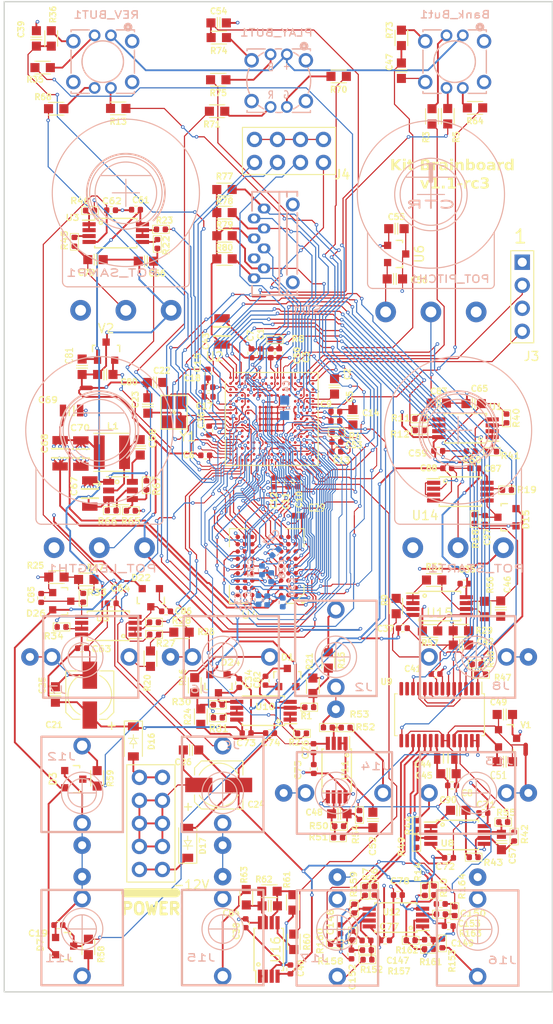
<source format=kicad_pcb>
(kicad_pcb (version 20221018) (generator pcbnew)
  (layers (0 "F.Cu" signal) (1 "In1.Cu" signal) (2 "In2.Cu" signal) (31 "B.Cu" signal) (34 "B.Paste" user) (35 "F.Paste" user) (36 "B.SilkS" user "B.Silkscreen") (37 "F.SilkS" user "F.Silkscreen") (38 "B.Mask" user) (39 "F.Mask" user) (44 "Edge.Cuts" user))
  (net 0 "")
  (net 1 "GND")
  (net 2 "+3V3")
  (net 3 "/A4")
  (net 4 "GNDADC")
  (net 5 "/A5")
  (net 6 "Net-(Bank_But1-B)")
  (net 7 "+12V")
  (net 8 "-12VA")
  (net 9 "/A2")
  (net 10 "/A7")
  (net 11 "/A6")
  (net 12 "/D6")
  (net 13 "/D8")
  (net 14 "/A9")
  (net 16 "Net-(Bank_But1-POLE-A)")
  (net 18 "Net-(U1B--)")
  (net 19 "/D15")
  (net 20 "/D13")
  (net 21 "Net-(Bank_But1-G)")
  (net 22 "Net-(Bank_But1-R)")
  (net 23 "Net-(POT_PITCH1-Center)")
  (net 24 "VREF+")
  (net 25 "/D11")
  (net 26 "/D10")
  (net 27 "/D14")
  (net 28 "/D12")
  (net 29 "Net-(POT_SAMP1-Center)")
  (net 30 "/D0")
  (net 31 "/D1")
  (net 32 "/D3")
  (net 33 "/D2")
  (net 34 "/D5")
  (net 35 "/D19")
  (net 36 "/D18")
  (net 37 "/D7")
  (net 38 "/D17")
  (net 39 "/D16")
  (net 40 "/D9")
  (net 41 "/A0")
  (net 42 "/A1")
  (net 43 "/A3")
  (net 44 "/A8")
  (net 45 "Net-(J2-SIG)")
  (net 46 "Net-(U15B-+)")
  (net 47 "Net-(J7-SIG)")
  (net 48 "Net-(C46-Pad1)")
  (net 49 "Net-(U15B--)")
  (net 50 "Net-(POT_LENGTH1-Center)")
  (net 51 "Net-(J13-SIG)")
  (net 52 "Net-(PLAY_BUT1-B)")
  (net 53 "Net-(PLAY_BUT1-R)")
  (net 54 "Net-(PLAY_BUT1-G)")
  (net 56 "Net-(PLAY_BUT1-POLE-A)")
  (net 58 "Net-(U1A--)")
  (net 59 "Net-(REV_BUT1-R)")
  (net 60 "/D4")
  (net 63 "Net-(J6-SIG)")
  (net 64 "/VCOM")
  (net 65 "GNDA")
  (net 66 "Net-(POT_START1-Center)")
  (net 67 "Net-(U16A--)")
  (net 68 "Net-(C84-Pad2)")
  (net 69 "/NRST")
  (net 70 "+5V")
  (net 71 "/OSC_IN")
  (net 72 "Net-(U2B-VCAP_2)")
  (net 73 "Net-(U2B-VCAP_1)")
  (net 74 "Net-(U2B-VDD12OTGHS)")
  (net 75 "+3.3VADC")
  (net 76 "Net-(D24-AK)")
  (net 77 "Net-(R1-Pad1)")
  (net 78 "Net-(C48-Pad1)")
  (net 79 "Net-(U11B--)")
  (net 80 "/BOOT0")
  (net 81 "Net-(C52-Pad1)")
  (net 82 "Net-(U11A--)")
  (net 83 "Net-(U1B-+)")
  (net 84 "Net-(C57-Pad1)")
  (net 85 "Net-(U8B--)")
  (net 86 "Net-(U13-BST)")
  (net 87 "Net-(U13-SW)")
  (net 88 "Net-(D1-AK)")
  (net 89 "Net-(REV_BUT1-B)")
  (net 90 "Net-(D26-AK)")
  (net 91 "Net-(D22-AK)")
  (net 92 "Net-(U3B-+)")
  (net 93 "Net-(REV_BUT1-G)")
  (net 94 "/OSC_OUT")
  (net 95 "Net-(C90-Pad1)")
  (net 96 "Net-(U8A--)")
  (net 97 "Net-(D15-AK)")
  (net 98 "Net-(C147-Pad1)")
  (net 99 "Net-(U12B--)")
  (net 100 "Net-(U12B-+)")
  (net 101 "Net-(C149-Pad1)")
  (net 102 "Net-(U12A--)")
  (net 103 "Net-(U12A-+)")
  (net 104 "Net-(C152-Pad1)")
  (net 105 "Net-(C152-Pad2)")
  (net 106 "Net-(C153-Pad1)")
  (net 107 "Net-(C153-Pad2)")
  (net 108 "Net-(D16-A)")
  (net 109 "Net-(D17-K)")
  (net 110 "/SWDCLK")
  (net 111 "/SWDIO")
  (net 112 "/UART_TX")
  (net 113 "/UART_RX")
  (net 114 "/DEBUG2")
  (net 115 "/DEBUG3")
  (net 116 "Net-(J8-SIG)")
  (net 117 "Net-(J9-SIG)")
  (net 118 "Net-(J11-SIG)")
  (net 119 "Net-(J12-SIG)")
  (net 120 "Net-(J14-SIG)")
  (net 121 "Net-(J15-SIG)")
  (net 123 "Net-(J16-SIG)")
  (net 125 "Net-(J17-SIG)")
  (net 127 "Net-(U15A-+)")
  (net 128 "/ROUT+")
  (net 129 "/ROUT-")
  (net 130 "/LOUT+")
  (net 131 "/LOUT-")
  (net 132 "Net-(R16-Pad2)")
  (net 133 "Net-(R17-Pad2)")
  (net 134 "Net-(U3A--)")
  (net 135 "Net-(R20-Pad2)")
  (net 136 "Net-(U3B--)")
  (net 137 "Net-(U5A--)")
  (net 138 "Net-(U2B-OTG_HR_REXT)")
  (net 139 "Net-(U15A--)")
  (net 140 "Net-(REV_BUT1-POLE-A)")
  (net 141 "Net-(U10A--)")
  (net 142 "Net-(U8A-+)")
  (net 143 "/I2C1_SCL")
  (net 144 "/I2C1_SDA")
  (net 145 "Net-(U11A-+)")
  (net 146 "/RIN")
  (net 147 "/LIN")
  (net 148 "Net-(U13-FB)")
  (net 149 "Net-(U13-EN)")
  (net 150 "Net-(U5B--)")
  (net 151 "/SAI_SD_B")
  (net 152 "/SAI_MCLK")
  (net 153 "/SD-NBL1")
  (net 154 "/SD-NBL0")
  (net 155 "/SD-CKE1")
  (net 158 "/CODEC_RESET")
  (net 160 "/SAI_FS")
  (net 161 "/SAI_SCK")
  (net 162 "/SAI_SD_A")
  (net 165 "/SD-NCAS")
  (net 170 "/SD-D2")
  (net 175 "/SD-D3")
  (net 186 "/SD-A0")
  (net 194 "/SD-A2")
  (net 195 "/SD-A1")
  (net 197 "/SD-CLK")
  (net 198 "/SD-A3")
  (net 199 "/SD-A4")
  (net 200 "/SD-NWE")
  (net 201 "/SD-A5")
  (net 202 "/SD-BA1")
  (net 203 "/SD-BA0")
  (net 210 "/SD-D1")
  (net 211 "/SD-A12")
  (net 215 "/SD-A11")
  (net 216 "/SD-NE1")
  (net 219 "/SD-D0")
  (net 221 "/SD-A7")
  (net 222 "/SD-A10")
  (net 223 "/SD-D10")
  (net 227 "/SD-D15")
  (net 229 "/SD-A6")
  (net 230 "/SD-A9")
  (net 231 "/SD-D5")
  (net 232 "/SD-D6")
  (net 233 "/SD-D8")
  (net 234 "/SD-D11")
  (net 237 "/SD-D14")
  (net 238 "/SD-D13")
  (net 241 "/SD-NRAS")
  (net 242 "/SD-A8")
  (net 243 "/SD-D4")
  (net 244 "/SD-D7")
  (net 245 "/SD-D9")
  (net 246 "/SD-D12")
  (net 250 "Net-(U16B--)")
  (net 257 "Net-(U1A-+)")
  (net 258 "Net-(U3A-+)")
  (net 259 "Net-(U14B--)")
  (net 260 "Net-(U14A-+)")
  (net 261 "Net-(U16B-+)")
  (net 262 "Net-(U10B--)")
  (footprint "4ms_Diode:D_SOD-123" (layer "F.Cu") (at 149.916648 97.910078 -90)
    (fp_text reference "D16")
    (fp_text value "B140HW-7")
  )
  (footprint "4ms_Capacitor:C_0402" (layer "F.Cu") (at 150.206648 39.265078 180)
    (fp_text reference "C61")
    (fp_text value "100nF_0402_50V")
  )
  (footprint "4ms_Resistor:R_0603" (layer "F.Cu") (at 182.906648 28.980078 90)
    (fp_text reference "R3")
    (fp_text value "2k_0603")
  )
  (footprint "4ms_Capacitor:C_0402" (layer "F.Cu") (at 164.010148 55.0934 90)
    (fp_text reference "C1")
    (fp_text value "100nF_0402_16V")
  )
  (footprint "4ms_Resistor:R_0603" (layer "F.Cu") (at 182.696648 85.720078 180)
    (fp_text reference "R57")
    (fp_text value "33k_0603")
  )
  (footprint "4ms_Capacitor:C_0805" (layer "F.Cu") (at 184.426648 99.730078)
    (fp_text reference "C44")
    (fp_text value "22uF_0805_10V")
  )
  (footprint "4ms_Resistor:R_0603" (layer "F.Cu") (at 145.916648 101.980078 -90)
    (fp_text reference "R59")
    (fp_text value "47k_0603")
  )
  (footprint "4ms_Resistor:R_0603" (layer "F.Cu") (at 167.541648 115.660078 90)
    (fp_text reference "R61")
    (fp_text value "33k_0603")
  )
  (footprint "4ms_Package_SSOP:TSSOP-8_4.4x3mm_Pitch0.65mm" (layer "F.Cu") (at 183.746648 82.980078)
    (fp_text reference "U15")
    (fp_text value "NJM2068")
  )
  (footprint "4ms_Capacitor:C_0603" (layer "F.Cu") (at 184.726648 101.470078)
    (fp_text reference "C45")
    (fp_text value "0.1uF_0603_16V")
  )
  (footprint "4ms_Resistor:R_0402" (layer "F.Cu") (at 191.976648 108.400328 -90)
    (fp_text reference "R42")
    (fp_text value "14k_0402")
  )
  (footprint "4ms_Capacitor:C_0603" (layer "F.Cu") (at 141.306648 92.730078 90)
    (fp_text reference "C25")
    (fp_text value "0.1uF_0603_16V")
  )
  (footprint "4ms_Capacitor:C_0603" (layer "F.Cu") (at 179.526648 23.940078 -90)
    (fp_text reference "C47")
    (fp_text value "0.1uF_0603_16V")
  )
  (footprint "4ms_Resistor:R_0402" (layer "F.Cu") (at 182.571648 120.810078 180)
    (fp_text reference "R161")
    (fp_text value "24k_0402")
  )
  (footprint "4ms_Capacitor:C_0603" (layer "F.Cu") (at 145.736648 44.775078)
    (fp_text reference "C79")
    (fp_text value "0.1uF_0603_16V")
  )
  (footprint "4ms_Capacitor:C_0603" (layer "F.Cu") (at 178.976648 41.360078)
    (fp_text reference "C55")
    (fp_text value "2.2uF_0603_25V")
  )
  (footprint "NetTie:NetTie-2_SMD_Pad0.5mm" (layer "F.Cu") (at 144.726648 58.919318)
    (fp_text reference "NT2" hide)
    (fp_text value "NetTie_2")
  )
  (footprint "4ms_Capacitor:C_0402" (layer "F.Cu") (at 158.290148 63.6234 -90)
    (fp_text reference "C36")
    (fp_text value "100nF_0402_16V")
  )
  (footprint "4ms_Capacitor:C_0603" (layer "F.Cu") (at 187.506648 60.655518 180)
    (fp_text reference "C65")
    (fp_text value "0.1uF_0603_16V")
  )
  (footprint "4ms_Resistor:R_0603" (layer "F.Cu") (at 159.166648 28.410078)
    (fp_text reference "R71")
    (fp_text value "330Ω_0603")
  )
  (footprint "4ms_Resistor:R_0402" (layer "F.Cu") (at 173.371088 96.383564)
    (fp_text reference "R52")
    (fp_text value "1k_0402")
  )
  (footprint "4ms_Capacitor:C_0402" (layer "F.Cu") (at 184.586648 67.785078)
    (fp_text reference "C88")
    (fp_text value "100nF_0402_50V")
  )
  (footprint "4ms_Capacitor:CP_Elec_5x5.3" (layer "F.Cu") (at 159.346648 102.710078)
    (fp_text reference "C24")
    (fp_text value "47uF_5x5.3_16V" hide)
  )
  (footprint "4ms_Resistor:R_0603" (layer "F.Cu") (at 159.356648 20.290078 180)
    (fp_text reference "R74")
    (fp_text value "10k_0603")
  )
  (footprint "4ms_Resistor:R_0402" (layer "F.Cu") (at 190.776648 106.800328 180)
    (fp_text reference "R55")
    (fp_text value "1k_0402")
  )
  (footprint "4ms_Resistor:R_0402" (layer "F.Cu") (at 181.201648 109.100328 -90)
    (fp_text reference "R49")
    (fp_text value "1M_0402")
  )
  (footprint "4ms_Resistor:R_0402" (layer "F.Cu") (at 189.536648 65.945518 180)
    (fp_text reference "R41")
    (fp_text value "68Ω_0402")
  )
  (footprint "4ms_Capacitor:C_1206" (layer "F.Cu") (at 145.106493 70.570078 90)
    (fp_text reference "C67")
    (fp_text value "22uF_1206_25V")
  )
  (footprint "4ms_Connector:Pins_2x04_2.54mm_TH" (layer "F.Cu") (at 167.106648 32.790078 90)
    (fp_text reference "J4")
    (fp_text value "Conn_02x04" hide)
  )
  (footprint "4ms_Capacitor:C_0402" (layer "F.Cu") (at 172.340148 65.9434)
    (fp_text reference "C13")
    (fp_text value "100nF_0402_16V")
  )
  (footprint "4ms_Resistor:R_0402" (layer "F.Cu") (at 181.546648 63.610078 180)
    (fp_text reference "R12")
    (fp_text value "68Ω_0402")
  )
  (footprint "4ms_Resistor:R_0402" (layer "F.Cu") (at 191.136648 62.285518 -90)
    (fp_text reference "R40")
    (fp_text value "10k_0402")
  )
  (footprint "4ms_Resistor:R_0603" (layer "F.Cu") (at 169.746648 91.770078 -90)
    (fp_text reference "R21")
    (fp_text value "100k_0603")
  )
  (footprint "4ms_Package_SOT:SOT23-3_PO132" (layer "F.Cu") (at 191.186648 73.185078 90)
    (fp_text reference "D15")
    (fp_text value "BAT54S")
  )
  (footprint "4ms_Capacitor:C_0402" (layer "F.Cu") (at 157.856648 66.360078 180)
    (fp_text reference "C6")
    (fp_text value "100nF_0402_16V")
  )
  (footprint "4ms_Resistor:R_0402" (layer "F.Cu") (at 159.246648 93.860078)
    (fp_text reference "R30")
    (fp_text value "10k_0402")
  )
  (footprint "4ms_Capacitor:C_0402" (layer "F.Cu") (at 185.126648 102.760078)
    (fp_text reference "C8")
    (fp_text value "100nF_0402_50V")
  )
  (footprint "4ms_Resistor:R_0402" (layer "F.Cu") (at 147.526493 72.450078)
    (fp_text reference "R66")
    (fp_text value "100k_0402")
  )
  (footprint "4ms_Package_SOT:SOT23-3_PO132" (layer "F.Cu") (at 179.006648 44.150078 -90)
    (fp_text reference "U6")
    (fp_text value "NCP51460SN33")
  )
  (footprint "4ms_Resistor:R_0402" (layer "F.Cu") (at 180.551648 119.840078 180)
    (fp_text reference "R162")
    (fp_text value "10k_0402")
  )
  (footprint "4ms_Capacitor:C_0402" (layer "F.Cu") (at 162.426648 96.990078)
    (fp_text reference "C73")
    (fp_text value "100nF_0402_50V")
  )
  (footprint "4ms_Capacitor:C_0603" (layer "F.Cu") (at 185.806648 105.505328 180)
    (fp_text reference "C90")
    (fp_text value "2.2uF_0603_25V")
  )
  (footprint "4ms_Package_SOT:SOT23-3_PO132" (layer "F.Cu") (at 159.316648 91.540078 180)
    (fp_text reference "D24")
    (fp_text value "BAT54S")
  )
  (footprint "4ms_Resistor:R_0402" (layer "F.Cu") (at 149.641648 72.470078 180)
    (fp_text reference "R65")
    (fp_text value "31.6k_0402")
  )
  (footprint "4ms_Capacitor:C_0402" (layer "F.Cu") (at 187.586648 67.785078 180)
    (fp_text reference "C87")
    (fp_text value "100nF_0402_50V")
  )
  (footprint "4ms_Capacitor:C_0603" (layer "F.Cu") (at 152.316648 58.320078 180)
    (fp_text reference "C22")
    (fp_text value "18pF_0603_50V")
  )
  (footprint "4ms_Resistor:R_0402" (layer "F.Cu") (at 172.176648 120.250078)
    (fp_text reference "R160")
    (fp_text value "24k_0402")
  )
  (footprint "4ms_Resistor:R_0402" (layer "F.Cu") (at 185.416648 116.630078 -90)
    (fp_text reference "R164")
    (fp_text value "24k_0402")
  )
  (footprint "4ms_Resistor:R_0402" (layer "F.Cu") (at 181.221648 107.135328 90)
    (fp_text reference "R44")
    (fp_text value "1k_0402")
  )
  (footprint "4ms_Capacitor:C_1206" (layer "F.Cu") (at 144.116648 66.160078 -90)
    (fp_text reference "C70")
    (fp_text value "22uF_1206_25V")
  )
  (footprint "4ms_Capacitor:C_0402" (layer "F.Cu") (at 183.596648 65.865518)
    (fp_text reference "C59")
    (fp_text value "100nF_0402_50V")
  )
  (footprint "4ms_Resistor:R_0402" (layer "F.Cu") (at 175.506648 114.390078 -90)
    (fp_text reference "R7")
    (fp_text value "10k_0402")
  )
  (footprint "4ms_Capacitor:C_0603" (layer "F.Cu") (at 183.656648 60.595518)
    (fp_text reference "C83")
    (fp_text value "0.1uF_0603_16V")
  )
  (footprint "4ms_Resistor:R_0603" (layer "F.Cu") (at 179.526648 20.320078 -90)
    (fp_text reference "R73")
    (fp_text value "10k_0603")
  )
  (footprint "4ms_Resistor:R_0402" (layer "F.Cu") (at 152.961648 41.435078)
    (fp_text reference "R23")
    (fp_text value "68Ω_0402")
  )
  (footprint "4ms_Resistor:R_0402" (layer "F.Cu") (at 182.126648 114.400078 -90)
    (fp_text reference "R14")
    (fp_text value "10k_0402")
  )
  (footprint "4ms_Capacitor:C_0603" (layer "F.Cu") (at 190.576648 109.000328 -90)
    (fp_text reference "C57")
    (fp_text value "220pF_0603_25V")
  )
  (footprint "4ms_Capacitor:C_0603" (layer "F.Cu") (at 190.95278 94.936026 180)
    (fp_text reference "C49")
    (fp_text value "2.2uF_0603_25V")
  )
  (footprint "4ms_Resistor:R_0402" (layer "F.Cu") (at 187.586648 73.385078 90)
    (fp_text reference "R18")
    (fp_text value "10k_0402")
  )
  (footprint "4ms_Capacitor:C_0603" (layer "F.Cu") (at 151.306648 44.945078 180)
    (fp_text reference "C66")
    (fp_text value "0.1uF_0603_16V")
  )
  (footprint "4ms_Capacitor:C_0402" (layer "F.Cu") (at 187.196648 65.895518 180)
    (fp_text reference "C60")
    (fp_text value "100nF_0402_50V")
  )
  (footprint "4ms_Resistor:R_0603" (layer "F.Cu") (at 184.646648 28.960078 90)
    (fp_text reference "R5")
    (fp_text value "2k_0603")
  )
  (footprint "4ms_Package_SOT:SOT23-3_PO132" (layer "F.Cu") (at 166.926648 90.860078)
    (fp_text reference "D1")
    (fp_text value "BAT54S")
  )
  (footprint "4ms_Capacitor:C_0402" (layer "F.Cu") (at 167.020148 69.3434 -90)
    (fp_text reference "C11")
    (fp_text value "100nF_0402_16V")
  )
  (footprint "4ms_Resistor:R_0402" (layer "F.Cu") (at 188.331648 90.502578)
    (fp_text reference "R47")
    (fp_text value "4.7k_0402")
  )
  (footprint "4ms_Capacitor:C_0603" (layer "F.Cu") (at 139.206648 20.380078 90)
    (fp_text reference "C39")
    (fp_text value "0.1uF_0603_16V")
  )
  (footprint "4ms_Capacitor:C_0603" (layer "F.Cu") (at 156.286648 98.850078 180)
    (fp_text reference "C26")
    (fp_text value "0.1uF_0603_16V")
  )
  (footprint "4ms_Resistor:R_0603" (layer "F.Cu") (at 186.096648 85.705078)
    (fp_text reference "R29")
    (fp_text value "20k_0603")
  )
  (footprint "4ms_Capacitor:C_0603" (layer "F.Cu") (at 190.496648 83.255078 -90)
    (fp_text reference "C46")
    (fp_text value "1nF_0603_50V")
  )
  (footprint "4ms_Resistor:R_0603" (layer "F.Cu") (at 159.986648 42.140078)
    (fp_text reference "R79")
    (fp_text value "33k_0603")
  )
  (footprint "4ms_Capacitor:C_0603" (layer "F.Cu") (at 172.140148 58.7534 90)
    (fp_text reference "C2")
    (fp_text value "2.2uF_0603_25V")
  )
  (footprint "4ms_Resistor:R_0402" (layer "F.Cu") (at 187.841648 89.392578)
    (fp_text reference "R48")
    (fp_text value "4.7k_0402")
  )
  (footprint "4ms_Crystal:FA-238" (layer "F.Cu") (at 154.406648 61.600078 -90)
    (fp_text reference "Y1")
    (fp_text value "16MHz_18pF_FA238" hide)
  )
  (footprint "4ms_Resistor:R_0603" (layer "F.Cu") (at 141.396648 28.130078)
    (fp_text reference "R68")
    (fp_text value "2k_0603")
  )
  (footprint "4ms_Capacitor:C_0402" (layer "F.Cu") (at 186.496648 80.505078 180)
    (fp_text reference "C35")
    (fp_text value "100nF_0402_50V")
  )
  (footprint "4ms_Package_SOT:SOT23-3_PO132" (layer "F.Cu") (at 151.846648 82.060078 180)
    (fp_text reference "D22")
    (fp_text value "BAT54S")
  )
  (footprint "4ms_Capacitor:C_0402" (layer "F.Cu") (at 158.230148 59.9034 180)
    (fp_text reference "C17")
    (fp_text value "100nF_0402_16V")
  )
  (footprint "4ms_Resistor:R_0603" (layer "F.Cu") (at 159.986648 44.690078)
    (fp_text reference "R80")
    (fp_text value "33k_0603")
  )
  (footprint "4ms_Capacitor:C_0402" (layer "F.Cu") (at 147.527564 82.675078 180)
    (fp_text reference "C64")
    (fp_text value "100nF_0402_50V")
  )
  (footprint "4ms_Capacitor:C_0402" (layer "F.Cu") (at 169.816648 98.650078 -90)
    (fp_text reference "C76")
    (fp_text value "100nF_0402_50V")
  )
  (footprint "4ms_Capacitor:C_0603" (layer "F.Cu") (at 186.105768 87.279578)
    (fp_text reference "C42")
    (fp_text value "0.1uF_0603_16V")
  )
  (footprint "4ms_Package_SSOP:TSSOP-8_4.4x3mm_Pitch0.65mm" (layer "F.Cu") (at 164.286648 94.520078 180)
    (fp_text reference "U10")
    (fp_text value "TL072H")
  )
  (footprint "4ms_Capacitor:C_0402" (layer "F.Cu") (at 183.87048 115.830078 180)
    (fp_text reference "C150")
    (fp_text value "180pF_0402_25V")
  )
  (footprint "4ms_Resistor:R_0402" (layer "F.Cu") (at 168.546648 97.020078)
    (fp_text reference "R2")
    (fp_text value "68Ω_0402")
  )
  (footprint "4ms_Resistor:R_0402" (layer "F.Cu") (at 172.651648 107.250078 180)
    (fp_text reference "R50")
    (fp_text value "14k_0402")
  )
  (footprint "4ms_Resistor:R_0402" (layer "F.Cu") (at 175.77548 121.980078)
    (fp_text reference "R152")
    (fp_text value "1k_0402")
  )
  (footprint "4ms_Connector:Pins_1x04_2.54mm_TH_SWD" (layer "F.Cu") (at 192.876648 48.870078)
    (fp_text reference "J3")
    (fp_text value "Conn_01x04" hide)
  )
  (footprint "4ms_Resistor:R_0402" (layer "F.Cu") (at 181.504944 62.311998)
    (fp_text reference "R11")
    (fp_text value "10k_0402")
  )
  (footprint "4ms_Package_SOT:TSOT-23-6" (layer "F.Cu") (at 148.496648 70.230078)
    (fp_text reference "U13" hide)
    (fp_text value "AP62200WU-7")
  )
  (footprint "4ms_Resistor:R_0603" (layer "F.Cu") (at 151.806648 88.780078 90)
    (fp_text reference "R20")
    (fp_text value "47k_0603")
  )
  (footprint "4ms_Capacitor:C_0603" (layer "F.Cu") (at 190.943428 100.142578)
    (fp_text reference "C51")
    (fp_text value "10uF_0603_10V")
  )
  (footprint "4ms_Resistor:R_0402" (layer "F.Cu") (at 172.531648 108.520078)
    (fp_text reference "R51")
    (fp_text value "100k_0402")
  )
  (footprint "Package_BGA:UFBGA-201_10x10mm_Layout15x15_P0.65mm" (layer "F.Cu") (at 165.200148 62.3434)
    (fp_text reference "U2")
    (fp_text value "STM32F746IE")
  )
  (footprint "4ms_Package_SSOP:TSSOP-8_4.4x3mm_Pitch0.65mm" (layer "F.Cu") (at 172.376648 101.070078 -90)
    (fp_text reference "U11")
    (fp_text value "TL072H" hide)
  )
  (footprint "4ms_Resistor:R_0402" (layer "F.Cu") (at 152.566648 43.045078 90)
    (fp_text reference "R22")
    (fp_text value "10k_0402")
  )
  (footprint "4ms_Capacitor:C_0402" (layer "F.Cu") (at 166.030148 55.0834 90)
    (fp_text reference "C3")
    (fp_text value "100nF_0402_16V")
  )
  (footprint "4ms_Capacitor:C_0402" (layer "F.Cu") (at 162.321648 117.960078 -90)
    (fp_text reference "C38")
    (fp_text value "100nF_0402_50V")
  )
  (footprint "4ms_Package_SSOP:TSSOP-8_4.4x3mm_Pitch0.65mm" (layer "F.Cu") (at 178.916648 117.330078 180)
    (fp_text reference "U12")
    (fp_text value "TL072H")
  )
  (footprint "4ms_Capacitor:C_0402" (layer "F.Cu") (at 184.786648 110.745328)
    (fp_text reference "C72")
    (fp_text value "100nF_0402_50V")
  )
  (footprint "4ms_Resistor:R_0603" (layer "F.Cu") (at 157.366648 95.170078 90)
    (fp_text reference "R24")
    (fp_text value "100k_0603")
  )
  (footprint "4ms_Capacitor:C_0603" (layer "F.Cu") (at 176.376648 106.570078 90)
    (fp_text reference "C52")
    (fp_text value "2.2uF_0603_25V")
  )
  (footprint "4ms_Resistor:R_0603" (layer "F.Cu") (at 159.986648 37.040078)
    (fp_text reference "R77")
    (fp_text value "33k_0603")
  )
  (footprint "4ms_Capacitor:C_0603" (layer "F.Cu") (at 150.672648 65.476078 90)
    (fp_text reference "C58")
    (fp_text value "0.1uF_0603_16V")
  )
  (footprint "4ms_Capacitor:C_0402" (layer "F.Cu") (at 172.230148 62.5734)
    (fp_text reference "C9")
    (fp_text value "100nF_0402_16V")
  )
  (footprint "4ms_Capacitor:C_0402" (layer "F.Cu") (at 168.170148 73.0134)
    (fp_text reference "C29")
    (fp_text value "100nF_0402_16V")
  )
  (footprint "4ms_Capacitor:CP_Elec_5x5.3" (layer "F.Cu") (at 145.106648 92.800078 90)
    (fp_text reference "C21")
    (fp_text value "47uF_5x5.3_16V" hide)
  )
  (footprint "4ms_Capacitor:C_0402" (layer "F.Cu") (at 188.786648 73.480078 -90)
    (fp_text reference "C97")
    (fp_text value "10nF_0402_16V")
  )
  (footprint "4ms_Resistor:R_0603" (layer "F.Cu") (at 148.246648 28.100078 180)
    (fp_text reference "R13")
    (fp_text value "2k_0603")
  )
  (footprint "4ms_Resistor:R_0603" (layer "F.Cu") (at 155.236648 85.860078 180)
    (fp_text reference "R26")
    (fp_text value "100k_0603")
  )
  (footprint "4ms_Capacitor:C_0402" (layer "F.Cu") (at 158.205148 58.8434 180)
    (fp_text reference "C18")
    (fp_text value "100nF_0402_16V")
  )
  (footprint "4ms_Capacitor:C_0603" (layer "F.Cu") (at 159.336648 18.670078)
    (fp_text reference "C54")
    (fp_text value "0.1uF_0603_16V")
  )
  (footprint "4ms_Capacitor:C_0402" (layer "F.Cu") (at 168.060148 69.3334 -90)
    (fp_text reference "C10")
    (fp_text value "100nF_0402_16V")
  )
  (footprint "4ms_Resistor:R_0402" (layer "F.Cu") (at 144.377564 82.065078 -90)
    (fp_text reference "R33")
    (fp_text value "10k_0402")
  )
  (footprint "4ms_Resistor:R_0603" (layer "F.Cu") (at 162.391648 115.090078 90)
    (fp_text reference "R63")
    (fp_text value "1k_0603")
  )
  (footprint "4ms_Package_SSOP:TSSOP-8_4.4x3mm_Pitch0.65mm" (layer "F.Cu") (at 164.871648 120.850078 90)
    (fp_text reference "U16")
    (fp_text value "NJM2068")
  )
  (footprint "4ms_Capacitor:C_0402" (layer "F.Cu") (at 141.636648 118.160078 180)
    (fp_text reference "C19")
    (fp_text value "10nF_0402_16V")
  )
  (footprint "4ms_Resistor:R_0402" (layer "F.Cu") (at 159.251648 95.290078 180)
    (fp_text reference "R81")
    (fp_text value "68Ω_0402")
  )
  (footprint "4ms_Capacitor:C_0402" (layer "F.Cu") (at 147.456648 39.325078)
    (fp_text reference "C62")
    (fp_text value "100nF_0402_50V")
  )
  (footprint "4ms_Resistor:R_0402" (layer "F.Cu") (at 174.12048 119.310078 -90)
    (fp_text reference "R158")
    (fp_text value "10k_0402")
  )
  (footprint "4ms_Capacitor:C_0402" (layer "F.Cu") (at 172.230148 61.5334)
    (fp_text reference "C14")
    (fp_text value "100nF_0402_16V")
  )
  (footprint "4ms_Capacitor:C_0402" (layer "F.Cu") (at 174.01048 121.400078 -90)
    (fp_text reference "C152")
    (fp_text value "820pF_0402_10v")
  )
  (footprint "4ms_Package_SSOP:TSSOP-8_4.4x3mm_Pitch0.65mm" (layer "F.Cu") (at 186.606648 63.370078 180)
    (fp_text reference "U1")
    (fp_text value "TL072H")
  )
  (footprint "4ms_Resistor:R_0603" (layer "F.Cu") (at 178.946648 82.980078 90)
    (fp_text reference "R9")
    (fp_text value "1k_0603")
  )
  (footprint "4ms_Resistor:R_0603" (layer "F.Cu") (at 187.656648 28.040078 180)
    (fp_text reference "R64")
    (fp_text value "2k_0603")
  )
  (footprint "4ms_Resistor:R_0402" (layer "F.Cu") (at 151.356493 69.660078 90)
    (fp_text reference "R67")
    (fp_text value "10.2k_0402")
  )
  (footprint "4ms_Resistor:R_0402" (layer "F.Cu") (at 172.370148 63.8034 180)
    (fp_text reference "R4")
    (fp_text value "3k_0402")
  )
  (footprint "4ms_Package_SOT:SOT23-3_PO132" (layer "F.Cu") (at 146.906648 54.869318)
    (fp_text reference "V2")
    (fp_text value "AP7384-33")
  )
  (footprint "4ms_Resistor:R_0402" (layer "F.Cu") (at 152.216648 86.120078 180)
    (fp_text reference "R27")
    (fp_text value "10k_0402")
  )
  (footprint "4ms_Capacitor:C_0402" (layer "F.Cu") (at 162.970148 55.1034 90)
    (fp_text reference "C7")
    (fp_text value "100nF_0402_16V")
  )
  (footprint "4ms_Capacitor:C_0402" (layer "F.Cu") (at 179.136648 114.850078 180)
    (fp_text reference "C78")
    (fp_text value "100nF_0402_50V")
  )
  (footprint "4ms_Resistor:R_0603" (layer "F.Cu") (at 139.896648 23.600078)
    (fp_text reference "R35")
    (fp_text value "2k_0603")
  )
  (footprint "4ms_Resistor:R_0402" (layer "F.Cu") (at 141.987564 85.285078 180)
    (fp_text reference "R34")
    (fp_text value "68Ω_0402")
  )
  (footprint "4ms_Resistor:R_0603" (layer "F.Cu") (at 188.696648 83.305078 -90)
    (fp_text reference "R56")
    (fp_text value "33k_0603")
  )
  (footprint "4ms_Capacitor:C_0402" (layer "F.Cu") (at 139.737564 82.085078 90)
    (fp_text reference "C85")
    (fp_text value "10nF_0402_16V")
  )
  (footprint "4ms_Capacitor:C_0603" (layer "F.Cu") (at 172.671648 105.890078 180)
    (fp_text reference "C48")
    (fp_text value "220pF_0603_25V")
  )
  (footprint "4ms_Resistor:R_0603" (layer "F.Cu") (at 140.846648 20.380078 90)
    (fp_text reference "R36")
    (fp_text value "10k_0603")
  )
  (footprint "4ms_Resistor:R_0402" (layer "F.Cu") (at 174.306648 116.340078 90)
    (fp_text reference "R159")
    (fp_text value "10k_0402")
  )
  (footprint "4ms_Capacitor:C_0402" (layer "F.Cu") (at 165.090148 55.1034 90)
    (fp_text reference "C50")
    (fp_text value "100nF_0402_16V")
  )
  (footprint "Inductor_SMD:L_Taiyo-Yuden_NR-40xx" (layer "F.Cu") (at 147.546648 66.020078 180)
    (fp_text reference "L1")
    (fp_text value "4.7uH_1.2A_40xx")
  )
  (footprint "4ms_Capacitor:C_0402" (layer "F.Cu") (at 165.460148 69.3434 -90)
    (fp_text reference "C12")
    (fp_text value "100nF_0402_16V")
  )
  (footprint "NetTie:NetTie-2_SMD_Pad0.5mm" (layer "F.Cu") (at 193.253428 98.792578 -90)
    (fp_text reference "NT1" hide)
    (fp_text value "NetTie_2")
  )
  (footprint "4ms_Resistor:R_0402" (layer "F.Cu") (at 176.546648 114.370078 -90)
    (fp_text reference "R6")
    (fp_text value "10k_0402")
  )
  (footprint "4ms_Resistor:R_0402" (layer "F.Cu") (at 165.536648 53.600078 180)
    (fp_text reference "R8")
    (fp_text value "10k_0402")
  )
  (footprint "4ms_Resistor:R_0603" (layer "F.Cu") (at 167.636648 120.010078 -90)
    (fp_text reference "R60")
    (fp_text value "10k_0603")
  )
  (footprint "4ms_Package_SSOP:TSSOP-8_4.4x3mm_Pitch0.65mm" (layer "F.Cu") (at 147.976648 41.850078)
    (fp_text reference "U3")
    (fp_text value "TL072H")
  )
  (footprint "4ms_Resistor:R_0603" (layer "F.Cu") (at 171.456648 88.970078 -90)
    (fp_text reference "R15")
    (fp_text value "47k_0603")
  )
  (footprint "4ms_Capacitor:C_0402" (layer "F.Cu") (at 158.146648 57.350078 90)
    (fp_text reference "C15")
    (fp_text value "100nF_0402_16V")
  )
  (footprint "4ms_Connector:Pins_2x05_2.54mm_TH_EurorackPower" (layer "F.Cu") (at 151.856648 106.950078)
    (fp_text reference "J10")
    (fp_text value "Eurorack_Power_10pin_Unshrouded")
  )
  (footprint "4ms_Capacitor:C_0402" (layer "F.Cu") (at 177.721648 119.850078)
    (fp_text reference "C77")
    (fp_text value "100nF_0402_50V")
  )
  (footprint "4ms_Resistor:R_0402" (layer "F.Cu") (at 175.71548 120.920078 180)
    (fp_text reference "R157")
    (fp_text value "24k_0402")
  )
  (footprint "4ms_Capacitor:C_0402" (layer "F.Cu") (at 164.516648 91.210078 -90)
    (fp_text reference "C82")
    (fp_text value "10nF_0402_16V")
  )
  (footprint "4ms_Capacitor:C_0402" (layer "F.Cu") (at 182.571648 119.770078 180)
    (fp_text reference "C149")
    (fp_text value "180pF_0402_25V")
  )
  (footprint "4ms_Capacitor:C_0402" (layer "F.Cu") (at 153.526648 83.560078)
    (fp_text reference "C86")
    (fp_text value "10nF_0402_16V")
  )
  (footprint "4ms_Resistor:R_0402" (layer "F.Cu") (at 174.896648 106.025078 -90)
    (fp_text reference "R54")
    (fp_text value "1k_0402")
  )
  (footprint "4ms_Capacitor:C_0603" (layer "F.Cu") (at 178.806648 46.900078)
    (fp_text reference "C56")
    (fp_text value "10uF_0603_10V")
  )
  (footprint "4ms_Resistor:R_0603" (layer "F.Cu") (at 141.417564 79.785078)
    (fp_text reference "R25")
    (fp_text value "100k_0603")
  )
  (footprint "4ms_Package_SOT:SOT23-3_PO132" (layer "F.Cu") (at 143.336648 102.070078 -90)
    (fp_text reference "D3")
    (fp_text value "BAT54S")
  )
  (footprint "4ms_Resistor:R_0402" (layer "F.Cu") (at 152.196648 84.770078)
    (fp_text reference "R28")
    (fp_text value "68Ω_0402")
  )
  (footprint "4ms_Capacitor:C_1206" (layer "F.Cu") (at 141.826648 66.130078 -90)
    (fp_text reference "C68")
    (fp_text value "22uF_1206_25V")
  )
  (footprint "4ms_Package_SOT:SOT23-3_PO132" (layer "F.Cu") (at 142.326648 120.480078 -90)
    (fp_text reference "D7")
    (fp_text value "BAT54S")
  )
  (footprint "4ms_Package_SSOP:TSSOP-8_4.4x3mm_Pitch0.65mm" (layer "F.Cu") (at 147.156648 85.150078 180)
    (fp_text reference "U5")
    (fp_text value "TL072H")
  )
  (footprint "4ms_Capacitor:C_0402" (layer "F.Cu") (at 172.340148 64.8734)
    (fp_text reference "C53")
    (fp_text value "100nF_0402_16V")
  )
  (footprint "4ms_Package_SOT:SOT23-3_PO132" (layer "F.Cu") (at 142.007564 82.445078 -90)
    (fp_text reference "D26")
    (fp_text value "BAT54S")
  )
  (footprint "4ms_Resistor:R_0402" (layer "F.Cu") (at 143.406648 42.810078 90)
    (fp_text reference "R45")
    (fp_text value "10k_0402")
  )
  (footprint "4ms_Resistor:R_0603" (layer "F.Cu") (at 144.717564 80.045078 180)
    (fp_text reference "R17")
    (fp_text value "47k_0603")
  )
  (footprint "4ms_Package_QFP:BGA-54_8.0x8.0mm_P0.8" (layer "F.Cu") (at 164.650148 78.5634 180)
    (fp_text reference "U4")
    (fp_text value "SDRAM_IS42S16400J-6BLI-TR")
  )
  (footprint "4ms_Capacitor:C_0402" (layer "F.Cu") (at 167.266648 123.050078 90)
    (fp_text reference "C40")
    (fp_text value "100nF_0402_50V")
  )
  (footprint "4ms_Diode:D_SOD-123" (layer "F.Cu") (at 155.926648 109.090078 90)
    (fp_text reference "D17")
    (fp_text value "B140HW-7")
  )
  (footprint "4ms_Capacitor:C_0402" (layer "F.Cu") (at 188.576648 105.800328 180)
    (fp_text reference "C71")
    (fp_text value "100nF_0402_50V")
  )
  (footprint "4ms_Capacitor:C_0603" (layer "F.Cu") (at 164.981648 116.040078 180)
    (fp_text reference "C84")
    (fp_text value "100pF_0603_50V")
  )
  (footprint "4ms_Resistor:R_0402" (layer "F.Cu") (at 169.346648 94.140078 180)
    (fp_text reference "R1")
    (fp_text value "10k_0402")
  )
  (footprint "4ms_Resistor:R_0402" (layer "F.Cu") (at 145.131648 39.355078)
    (fp_text reference "R46")
    (fp_text value "68Ω_0402")
  )
  (footprint "4ms_Capacitor:C_1206" (layer "F.Cu") (at 159.710921 52.6934 90)
    (fp_text reference "C43")
    (fp_text value "4.7uF_1206_lowESR")
  )
  (footprint "4ms_Resistor:R_0603" (layer "F.Cu") (at 144.946648 120.570078 90)
    (fp_text reference "R58")
    (fp_text value "47k_0603")
  )
  (footprint "4ms_Capacitor:C_0603" (layer "F.Cu") (at 144.256648 56.589318 -90)
    (fp_text reference "C81")
    (fp_text value "2.2uF_0603_25V")
  )
  (footprint "4ms_Package_SSOP:TSSOP-8_4.4x3mm_Pitch0.65mm" (layer "F.Cu") (at 185.726648 108.225328)
    (fp_text reference "U8")
    (fp_text value "TL072H")
  )
  (footprint "4ms_Resistor:R_0603" (layer "F.Cu") (at 159.296648 24.940078 180)
    (fp_text reference "R75")
    (fp_text value "330Ω_0603")
  )
  (footprint "4ms_Resistor:R_0603" (layer "F.Cu") (at 183.146648 80.105078)
    (fp_text reference "R32")
    (fp_text value "100k_0603")
  )
  (footprint "4ms_Capacitor:C_0402" (layer "F.Cu") (at 183.296648 90.470078 180)
    (fp_text reference "C41")
    (fp_text value "100nF_0402_16V")
  )
  (footprint "4ms_Capacitor:C_0603" (layer "F.Cu") (at 146.816648 57.439318 180)
    (fp_text reference "C80")
    (fp_text value "10uF_0603_10V")
  )
  (footprint "4ms_Capacitor:C_0402" (layer "F.Cu") (at 184.751648 118.270078 180)
    (fp_text reference "C153")
    (fp_text value "820pF_0402_10v")
  )
  (footprint "4ms_Package_SOT:SOT23-3_PO132" (layer "F.Cu") (at 191.253428 97.562578 -90)
    (fp_text reference "V1")
    (fp_text value "AP2120N-5.0TRG1")
  )
  (footprint "4ms_Capacitor:C_0402" (layer "F.Cu") (at 169.846648 100.950078 90)
    (fp_text reference "C75")
    (fp_text value "100nF_0402_50V")
  )
  (footprint "4ms_Capacitor:C_0402" (layer "F.Cu") (at 161.616648 91.470078 90)
    (fp_text reference "C34")
    (fp_text value "10nF_0402_16V")
  )
  (footprint "4ms_Capacitor:C_0603" (layer "F.Cu") (at 151.516648 60.860078 90)
    (fp_text reference "C23")
    (fp_text value "18pF_0603_50V")
  )
  (footprint "4ms_Resistor:R_0402" (layer "F.Cu") (at 187.506648 110.675328 180)
    (fp_text reference "R43")
    (fp_text value "100k_0402")
  )
  (footprint "4ms_Capacitor:C_0805" (layer "F.Cu") (at 143.092648 61.413078)
    (fp_text reference "C69")
    (fp_text value "10uF_0805_25V")
  )
  (footprint "4ms_Capacitor:C_0402" (layer "F.Cu") (at 172.786648 118.620078 90)
    (fp_text reference "C148")
    (fp_text value "180pF_0402_25V")
  )
  (footprint "4ms_Resistor:R_0603" (layer "F.Cu") (at 156.696648 91.730078 -90)
    (fp_text reference "R16")
    (fp_text value "47k_0603")
  )
  (footprint "Package_SO:TSSOP-28_4.4x9.7mm_P0.65mm" (layer "F.Cu") (at 183.736648 94.960078 -90)
    (fp_text reference "U9")
    (fp_text value "PCM3060PW")
  )
  (footprint "4ms_Resistor:R_0402" (layer "F.Cu") (at 191.186648 70.185078)
    (fp_text reference "R19")
    (fp_text value "68Ω_0402")
  )
  (footprint "4ms_Capacitor:C_0402" (layer "F.Cu") (at 165.016648 96.990078 180)
    (fp_text reference "C74")
    (fp_text value "100nF_0402_50V")
  )
  (footprint "4ms_Resistor:R_0603" (layer "F.Cu") (at 159.986648 39.590078)
    (fp_text reference "R78")
    (fp_text value "33k_0603")
  )
  (footprint "4ms_Resistor:R_0603" (layer "F.Cu") (at 172.596648 24.570078 180)
    (fp_text reference "R70")
    (fp_text value "330Ω_0603")
  )
  (footprint "4ms_Resistor:R_0402" (layer "F.Cu") (at 183.89048 116.960078)
    (fp_text reference "R163")
    (fp_text value "10k_0402")
  )
  (footprint "4ms_Capacitor:C_0603" (layer "F.Cu") (at 174.170148 62.1634 -90)
    (fp_text reference "C5")
    (fp_text value "2.2uF_0603_25V")
  )
  (footprint "4ms_Resistor:R_0402" (layer "F.Cu") (at 183.126648 114.330078 -90)
    (fp_text reference "R10")
    (fp_text value "10k_0402")
  )
  (footprint "4ms_Resistor:R_0603" (layer "F.Cu") (at 164.951648 114.430078 180)
    (fp_text reference "R62")
    (fp_text value "47k_0603")
  )
  (footprint "4ms_Capacitor:C_0402" (layer "F.Cu") (at 144.247564 87.625078)
    (fp_text reference "C63")
    (fp_text value "100nF_0402_50V")
  )
  (footprint "4ms_Resistor:R_0402" (layer "F.Cu") (at 184.041648 120.180078 90)
    (fp_text reference "R153")
    (fp_text value "1k_0402")
  )
  (footprint "4ms_Capacitor:C_0402" (layer "F.Cu") (at 179.686648 85.420078)
    (fp_text reference "C37")
    (fp_text value "100nF_0402_50V")
  )
  (footprint "4ms_Package_SSOP:TSSOP-8_4.4x3mm_Pitch0.65mm" (layer "F.Cu") (at 186.036648 70.360078)
    (fp_text reference "U14")
    (fp_text value "TL072H")
  )
  (footprint "4ms_Capacitor:C_0402" (layer "F.Cu") (at 175.67048 119.860078 180)
    (fp_text reference "C147")
    (fp_text value "180pF_0402_25V")
  )
  (footprint "4ms_Resistor:R_0402" (layer "F.Cu") (at 171.401088 96.373564 180)
    (fp_text reference "R53")
    (fp_text value "1M_0402")
  )
  (footprint "4ms_Jack:EighthInch_PJ398SM" (layer "B.Cu") (at 144.258648 103.590078 -90)
    (fp_text reference "J12")
    (fp_text value "3.5mm_Mono_Switched" hide)
  )
  (footprint "4ms_Jack:EighthInch_PJ398SM" (layer "B.Cu") (at 172.450848 118.635638 90)
    (fp_text reference "J17")
    (fp_text value "3.5mm_Mono_Switched" hide)
  )
  (footprint "4ms_Jack:EighthInch_PJ398SM" (layer "B.Cu") (at 187.950848 118.635638 90)
    (fp_text reference "J16")
    (fp_text value "3.5mm_Mono_Switched" hide)
  )
  (footprint "4ms_Capacitor:C_0402" (layer "B.Cu") (at 166.416648 82.570078 -90)
    (fp_text reference "C30")
    (fp_text value "100nF_0402_16V")
  )
  (footprint "4ms_Switch:Button_RgbLED_SPST_TC002" (layer "B.Cu") (at 185.408648 22.940078 180)
    (fp_text reference "Bank_But1")
    (fp_text value "Button_SPST_RGB_5.4mmCap" hide)
  )
  (footprint "4ms_Connector_Card:CardSlot_MicroSD_YamaichiPJS008U-3000" (layer "B.Cu") (at 165.976648 42.590078 -90)
    (fp_text reference "SD1")
    (fp_text value "microSDCon_Vert_TH_PJS008U-3000")
  )
  (footprint "4ms_Capacitor:C_0603" (layer "B.Cu") (at 166.630148 61.1134 90)
    (fp_text reference "C4")
    (fp_text value "2.2uF_0603_25V")
  )
  (footprint "4ms_Potentiometer:Pot_16mm_NoDet_RV16AF-4A" (layer "B.Cu") (at 146.158648 63.590078 180)
    (fp_text reference "POT_LENGTH1")
    (fp_text value "16mm_NoDet_10k" hide)
  )
  (footprint "4ms_Jack:EighthInch_PJ398SM" (layer "B.Cu") (at 172.286648 88.590078 -90)
    (fp_text reference "J2")
    (fp_text value "3.5mm_Mono_Switched" hide)
  )
  (footprint "4ms_Potentiometer:Pot_16mm_CtrDet_RV16AF-4A" (layer "B.Cu") (at 182.786648 37.590078 180)
    (fp_text reference "POT_PITCH1")
    (fp_text value "16mm_CtrDet_10k" hide)
  )
  (footprint "4ms_Jack:EighthInch_PJ398SM" (layer "B.Cu") (at 144.258648 88.590078 180)
    (fp_text reference "J7")
    (fp_text value "3.5mm_Mono_Switched" hide)
  )
  (footprint "4ms_Capacitor:C_0402" (layer "B.Cu") (at 164.704076 82.355624 -90)
    (fp_text reference "C32")
    (fp_text value "100nF_0402_16V")
  )
  (footprint "4ms_Jack:EighthInch_PJ398SM" (layer "B.Cu") (at 159.786648 88.590078 180)
    (fp_text reference "J6")
    (fp_text value "3.5mm_Mono_Switched" hide)
  )
  (footprint "4ms_Jack:EighthInch_PJ398SM" (layer "B.Cu") (at 159.786648 118.590078 90)
    (fp_text reference "J15")
    (fp_text value "3.5mm_Mono_Switched" hide)
  )
  (footprint "4ms_Switch:Button_RgbLED_SPST_TC002" (layer "B.Cu") (at 146.536648 22.940078 180)
    (fp_text reference "REV_BUT1")
    (fp_text value "Button_SPST_RGB_5.4mmCap" hide)
  )
  (footprint "4ms_Capacitor:C_0402" (layer "B.Cu") (at 165.13994 79.799368 -90)
    (fp_text reference "C28")
    (fp_text value "100nF_0402_16V")
  )
  (footprint "4ms_Capacitor:C_0402" (layer "B.Cu") (at 164.12394 79.03432 90)
    (fp_text reference "C33")
    (fp_text value "100nF_0402_16V")
  )
  (footprint "4ms_Jack:EighthInch_PJ398SM" (layer "B.Cu") (at 159.786648 103.590078 -90)
    (fp_text reference "J9")
    (fp_text value "3.5mm_Mono_Switched" hide)
  )
  (footprint "4ms_Jack:EighthInch_PJ398SM" (layer "B.Cu") (at 187.786648 88.590078)
    (fp_text reference "J8")
    (fp_text value "3.5mm_Mono_Switched" hide)
  )
  (footprint "4ms_Jack:EighthInch_PJ398SM" (layer "B.Cu") (at 144.258648 118.590078 90)
    (fp_text reference "J11")
    (fp_text value "3.5mm_Mono_Switched" hide)
  )
  (footprint "4ms_Jack:EighthInch_PJ398SM" (layer "B.Cu") (at 187.786648 103.590078)
    (fp_text reference "J13")
    (fp_text value "3.5mm_Mono_Switched" hide)
  )
  (footprint "4ms_Potentiometer:Pot_16mm_NoDet_RV16AF-4A" (layer "B.Cu") (at 185.786648 63.590078 180)
    (fp_text reference "POT_START1")
    (fp_text value "16mm_NoDet_10k" hide)
  )
  (footprint "4ms_Jack:EighthInch_PJ398SM" (layer "B.Cu") (at 172.286648 103.590078 180)
    (fp_text reference "J14")
    (fp_text value "3.5mm_Mono_Switched" hide)
  )
  (footprint "4ms_Switch:Button_RgbLED_SPST_PB615303HL-7mm" (layer "B.Cu") (at 165.976648 25.040078 180)
    (fp_text reference "PLAY_BUT1")
    (fp_text value "Button_SPST_RGB_7mmCap" hide)
  )
  (footprint "4ms_Capacitor:C_0402" (layer "B.Cu") (at 165.610148 77.0434 45)
    (fp_text reference "C27")
    (fp_text value "100nF_0402_16V")
  )
  (footprint "4ms_Capacitor:C_0402" (layer "B.Cu") (at 163.744972 82.298728 90)
    (fp_text reference "C31")
    (fp_text value "100nF_0402_16V")
  )
  (footprint "4ms_Potentiometer:Pot_16mm_NoDet_RV16AF-4A" (layer "B.Cu") (at 149.09 37.41 180)
    (fp_text reference "POT_SAMP1")
    (fp_text value "16mm_NoDet_10k" hide)
  )
  (gr_rect (start 135.65 16.33) (end 196.2 125.53) (stroke (width 0.15)) (fill none) (layer "Edge.Cuts"))
  (gr_text "Kit Brainboard \nv1.1-rc3" (at 185.45 35.43) (layer "F.SilkS") (effects (font (size 1.2 1.2) (thickness 0.14986) bold italic)))
  (segment (start 167.800148 61.724625) (end 168.117073 62.04155) (width 0.127) (layer "F.Cu") (net 1))
  (segment (start 179.656648 46.900078) (end 179.656648 48.200078) (width 0.1) (layer "F.Cu") (net 1))
  (segment (start 151.356493 69.175078) (end 151.356493 68.339923) (width 0.2) (layer "F.Cu") (net 1))
  (segment (start 145.106493 69.120078) (end 145.106493 69.800233) (width 0.2032) (layer "F.Cu") (net 1))
  (segment (start 164.272022 81.97437) (end 163.54482 81.247168) (width 0.2032) (layer "F.Cu") (net 1))
  (segment (start 165.200148 61.0434) (end 164.550148 61.0434) (width 0.127) (layer "F.Cu") (net 1))
  (segment (start 144.143368 61.413078) (end 144.632138 61.901848) (width 0.1) (layer "F.Cu") (net 1))
  (segment (start 164.550148 61.6934) (end 163.900148 61.6934) (width 0.127) (layer "F.Cu") (net 1))
  (segment (start 165.976648 91.860838) (end 164.682408 91.860838) (width 0.2) (layer "F.Cu") (net 1))
  (segment (start 151.466648 58.320078) (end 151.466648 59.960078) (width 0.2) (layer "F.Cu") (net 1))
  (segment (start 161.103787 97.610078) (end 162.291648 97.610078) (width 0.2) (layer "F.Cu") (net 1))
  (segment (start 164.691884 79.530636) (end 164.691884 78.812832) (width 0.2032) (layer "F.Cu") (net 1))
  (segment (start 165.200148 59.7434) (end 164.550148 59.7434) (width 0.127) (layer "F.Cu") (net 1))
  (segment (start 165.731648 122.565078) (end 166.496648 122.565078) (width 0.2) (layer "F.Cu") (net 1))
  (segment (start 166.500148 61.6934) (end 165.850148 61.6934) (width 0.127) (layer "F.Cu") (net 1))
  (segment (start 164.755638 81.97437) (end 164.272022 81.97437) (width 0.2032) (layer "F.Cu") (net 1))
  (segment (start 180.171648 85.420078) (end 182.031148 87.279578) (width 0.127) (layer "F.Cu") (net 1))
  (segment (start 157.58497 64.1084) (end 157.526648 64.050078) (width 0.127) (layer "F.Cu") (net 1))
  (segment (start 165.850148 61.0434) (end 165.850148 61.6934) (width 0.127) (layer "F.Cu") (net 1))
  (segment (start 164.500148 77.1434) (end 164.822267 77.1434) (width 0.127) (layer "F.Cu") (net 1))
  (segment (start 178.651648 114.850078) (end 178.651648 119.405078) (width 0.2) (layer "F.Cu") (net 1))
  (segment (start 165.460148 69.8284) (end 167.020148 69.8284) (width 0.127) (layer "F.Cu") (net 1))
  (segment (start 142.335888 101.120078) (end 142.335888 101.723328) (width 0.2032) (layer "F.Cu") (net 1))
  (segment (start 173.660148 66.1334) (end 173.850148 65.9434) (width 0.127) (layer "F.Cu") (net 1))
  (segment (start 144.116648 67.510078) (end 144.796648 66.830078) (width 0.2032) (layer "F.Cu") (net 1))
  (segment (start 161.170888 90.539318) (end 161.616648 90.985078) (width 0.2) (layer "F.Cu") (net 1))
  (segment (start 166.500148 61.0434) (end 166.920148 61.0434) (width 0.127) (layer "F.Cu") (net 1))
  (segment (start 165.850148 61.6934) (end 165.200148 61.6934) (width 0.127) (layer "F.Cu") (net 1))
  (segment (start 162.970148 54.502628) (end 162.512123 54.044603) (width 0.2032) (layer "F.Cu") (net 1))
  (segment (start 184.081648 65.865518) (end 186.681648 65.865518) (width 0.127) (layer "F.Cu") (net 1))
  (segment (start 144.116648 67.460078) (end 143.426648 66.770078) (width 0.2032) (layer "F.Cu") (net 1))
  (segment (start 141.826648 71.930078) (end 141.826648 67.580078) (width 0.2032) (layer "F.Cu") (net 1))
  (segment (start 144.116648 66.710078) (end 144.116648 67.610078) (width 0.2032) (layer "F.Cu") (net 1))
  (segment (start 164.550148 62.3434) (end 163.900148 62.3434) (width 0.127) (layer "F.Cu") (net 1))
  (segment (start 173.015148 66.1334) (end 173.660148 66.1334) (width 0.127) (layer "F.Cu") (net 1))
  (segment (start 165.836648 31.520078) (end 168.376648 31.520078) (width 0.127) (layer "F.Cu") (net 1))
  (segment (start 174.170148 60.516578) (end 174.296648 60.390078) (width 0.2032) (layer "F.Cu") (net 1))
  (segment (start 178.651648 119.405078) (end 178.206648 119.850078) (width 0.2) (layer "F.Cu") (net 1))
  (segment (start 154.826648 102.710078) (end 153.126648 104.410078) (width 0.127) (layer "F.Cu") (net 1))
  (segment (start 155.436648 98.850078) (end 155.436648 101.000078) (width 0.2032) (layer "F.Cu") (net 1))
  (segment (start 160.266648 90.539318) (end 161.170888 90.539318) (width 0.2) (layer "F.Cu") (net 1))
  (segment (start 164.807411 82.026143) (end 165.204668 82.4234) (width 0.2032) (layer "F.Cu") (net 1))
  (segment (start 167.660148 61.1834) (end 167.800148 61.0434) (width 0.127) (layer "F.Cu") (net 1))
  (segment (start 167.660148 61.5534) (end 167.660148 61.1834) (width 0.127) (layer "F.Cu") (net 1))
  (segment (start 165.850148 59.7434) (end 165.200148 59.7434) (width 0.127) (layer "F.Cu") (net 1))
  (segment (start 141.826648 67.560078) (end 141.036648 66.770078) (width 0.2032) (layer "F.Cu") (net 1))
  (segment (start 188.956648 74.135078) (end 191.356648 74.135078) (width 0.127) (layer "F.Cu") (net 1))
  (segment (start 144.732564 87.625078) (end 147.042564 85.315078) (width 0.127) (layer "F.Cu") (net 1))
  (segment (start 155.436648 101.000078) (end 157.146648 102.710078) (width 0.2032) (layer "F.Cu") (net 1))
  (segment (start 169.746648 90.920078) (end 170.726648 90.920078) (width 0.2032) (layer "F.Cu") (net 1))
  (segment (start 142.335888 101.723328) (end 144.258648 103.646088) (width 0.2032) (layer "F.Cu") (net 1))
  (segment (start 161.406648 18.670078) (end 161.436648 18.640078) (width 0.2032) (layer "F.Cu") (net 1))
  (segment (start 166.021648 53.600078) (end 166.021648 54.5899) (width 0.2) (layer "F.Cu") (net 1))
  (segment (start 172.825148 64.8734) (end 172.825148 63.8334) (width 0.127) (layer "F.Cu") (net 1))
  (segment (start 153.126648 106.950078) (end 150.586648 106.950078) (width 0.2032) (layer "F.Cu") (net 1))
  (segment (start 144.026648 74.130078) (end 141.826648 71.930078) (width 0.2032) (layer "F.Cu") (net 1))
  (segment (start 165.850148 61.0434) (end 166.050148 60.8434) (width 0.127) (layer "F.Cu") (net 1))
  (segment (start 160.650148 64.9434) (end 159.83997 64.9434) (width 0.127) (layer "F.Cu") (net 1))
  (segment (start 185.606648 69.110078) (end 185.606648 68.320078) (width 0.127) (layer "F.Cu") (net 1))
  (segment (start 165.200148 61.6934) (end 165.200148 62.3434) (width 0.127) (layer "F.Cu") (net 1))
  (segment (start 161.300148 61.0434) (end 160.986648 61.3569) (width 0.127) (layer "F.Cu") (net 1))
  (segment (start 183.808348 89.473378) (end 182.811648 90.470078) (width 0.127) (layer "F.Cu") (net 1))
  (segment (start 166.500148 62.9934) (end 166.500148 63.6434) (width 0.127) (layer "F.Cu") (net 1))
  (segment (start 166.500148 62.9934) (end 165.850148 62.9934) (width 0.127) (layer "F.Cu") (net 1))
  (segment (start 145.106493 69.800233) (end 145.016648 69.890078) (width 0.2032) (layer "F.Cu") (net 1))
  (segment (start 165.850148 63.6434) (end 165.850148 62.9934) (width 0.127) (layer "F.Cu") (net 1))
  (segment (start 187.961648 99.395078) (end 187.976648 99.410078) (width 0.2032) (layer "F.Cu") (net 1))
  (segment (start 181.201648 109.585328) (end 181.201648 110.035078) (width 0.2) (layer "F.Cu") (net 1))
  (segment (start 160.186648 18.670078) (end 161.406648 18.670078) (width 0.2032) (layer "F.Cu") (net 1))
  (segment (start 138.492848 88.590078) (end 140.905848 88.590078) (width 0.127) (layer "F.Cu") (net 1))
  (segment (start 168.376648 31.520078) (end 170.916648 31.520078) (width 0.127) (layer "F.Cu") (net 1))
  (segment (start 170.916088 96.373564) (end 170.916088 95.726438) (width 0.2032) (layer "F.Cu") (net 1))
  (segment (start 165.200148 61.0434) (end 165.850148 61.0434) (width 0.127) (layer "F.Cu") (net 1))
  (segment (start 151.466648 58.320078) (end 147.446648 58.320078) (width 0.2032) (layer "F.Cu") (net 1))
  (segment (start 145.106648 87.999162) (end 145.106648 90.600078) (width 0.127) (layer "F.Cu") (net 1))
  (segment (start 140.567564 79.785078) (end 139.401648 79.785078) (width 0.127) (layer "F.Cu") (net 1))
  (segment (start 166.500148 63.6434) (end 165.850148 63.6434) (width 0.127) (layer "F.Cu") (net 1))
  (segment (start 165.346648 82.4234) (end 165.510148 82.4234) (width 0.2032) (layer "F.Cu") (net 1))
  (segment (start 167.800148 61.6934) (end 167.800148 62.3434) (width 0.127) (layer "F.Cu") (net 1))
  (segment (start 166.500148 61.6934) (end 166.500148 62.3434) (width 0.127) (layer "F.Cu") (net 1))
  (segment (start 165.510148 82.4234) (end 164.785348 83.1482) (width 0.2032) (layer "F.Cu") (net 1))
  (segment (start 163.261052 80.9634) (end 163.54482 81.247168) (width 0.127) (layer "F.Cu") (net 1))
  (segment (start 151.356493 68.339923) (end 151.346648 68.330078) (width 0.2) (layer "F.Cu") (net 1))
  (segment (start 141.826648 67.230078) (end 142.326648 66.730078) (width 0.2032) (layer "F.Cu") (net 1))
  (segment (start 166.068588 80.34496) (end 166.250148 80.1634) (width 0.2032) (layer "F.Cu") (net 1))
  (segment (start 153.126648 104.410078) (end 153.126648 106.950078) (width 0.2032) (layer "F.Cu") (net 1))
  (segment (start 164.531648 96.990078) (end 162.911648 96.990078) (width 0.2) (layer "F.Cu") (net 1))
  (segment (start 140.567564 81.055838) (end 141.006804 81.495078) (width 0.127) (layer "F.Cu") (net 1))
  (segment (start 145.226648 58.919318) (end 146.847408 58.919318) (width 0.2032) (layer "F.Cu") (net 1))
  (segment (start 193.253428 99.292578) (end 193.253428 103.291058) (width 0.2) (layer "F.Cu") (net 1))
  (segment (start 159.83997 64.9434) (end 159.00497 64.1084) (width 0.127) (layer "F.Cu") (net 1))
  (segment (start 173.451826 64.400078) (end 174.776648 64.400078) (width 0.1) (layer "F.Cu") (net 1))
  (segment (start 159.00497 64.1084) (end 158.290148 64.1084) (width 0.127) (layer "F.Cu") (net 1))
  (segment (start 164.550148 63.6434) (end 163.900148 63.6434) (width 0.127) (layer "F.Cu") (net 1))
  (segment (start 183.086648 70.035078) (end 183.938648 70.035078) (width 0.127) (layer "F.Cu") (net 1))
  (segment (start 162.291648 97.610078) (end 162.911648 96.990078) (width 0.2) (layer "F.Cu") (net 1))
  (segment (start 154.011648 83.560078) (end 156.086648 85.635078) (width 0.127) (layer "F.Cu") (net 1))
  (segment (start 157.39124 59.3434) (end 157.306648 59.3434) (width 0.127) (layer "F.Cu") (net 1))
  (segment (start 191.426648 74.135078) (end 191.356648 74.135078) (width 0.1) (layer "F.Cu") (net 1))
  (segment (start 167.815148 73.8534) (end 167.027148 73.8534) (width 0.127) (layer "F.Cu") (net 1))
  (segment (start 188.091648 105.800328) (end 188.091648 106.265078) (width 0.127) (layer "F.Cu") (net 1))
  (segment (start 168.941648 99.135078) (end 168.886648 99.190078) (width 0.1) (layer "F.Cu") (net 1))
  (segment (start 144.258648 103.646088) (end 144.258648 106.942878) (width 0.2032) (layer "F.Cu") (net 1))
  (segment (start 182.531898 111.365328) (end 184.651648 111.365328) (width 0.2) (layer "F.Cu") (net 1))
  (segment (start 147.186648 69.280078) (end 145.603648 69.280078) (width 0.2032) (layer "F.Cu") (net 1))
  (segment (start 165.080148 54.6084) (end 164.010148 54.6084) (width 0.127) (layer "F.Cu") (net 1))
  (segment (start 165.850148 62.3434) (end 165.200148 62.3434) (width 0.127) (layer "F.Cu") (net 1))
  (segment (start 185.071648 67.785078) (end 187.101648 67.785078) (width 0.127) (layer "F.Cu") (net 1))
  (segment (start 166.441648 122.565078) (end 166.496648 122.565078) (width 0.2) (layer "F.Cu") (net 1))
  (segment (start 165.850148 62.9934) (end 165.850148 62.3434) (width 0.127) (layer "F.Cu") (net 1))
  (segment (start 159.40474 61.3569) (end 157.39124 59.3434) (width 0.127) (layer "F.Cu") (net 1))
  (segment (start 157.605148 60.0434) (end 157.605148 59.6419) (width 0.127) (layer "F.Cu") (net 1))
  (segment (start 180.004868 44.150078) (end 180.004868 41.538298) (width 0.127) (layer "F.Cu") (net 1))
  (segment (start 165.976648 91.860838) (end 165.976648 91.300078) (width 0.2) (layer "F.Cu") (net 1))
  (segment (start 183.411648 92.097578) (end 183.411648 91.070078) (width 0.127) (layer "F.Cu") (net 1))
  (segment (start 168.490148 73.2134) (end 168.490148 74.7234) (width 0.127) (layer "F.Cu") (net 1))
  (segment (start 179.656648 44.498298) (end 180.004868 44.150078) (width 0.127) (layer "F.Cu") (net 1))
  (segment (start 163.050148 79.3634) (end 164.141316 79.3634) (width 0.2032) (layer "F.Cu") (net 1))
  (segment (start 164.550148 62.9934) (end 163.900148 62.9934) (width 0.127) (layer "F.Cu") (net 1))
  (segment (start 165.200148 62.9934) (end 165.200148 62.3434) (width 0.127) (layer "F.Cu") (net 1))
  (segment (start 185.246648 84.860078) (end 185.246648 85.705078) (width 0.127) (layer "F.Cu") (net 1))
  (segment (start 187.961648 97.822578) (end 187.311648 97.822578) (width 0.127) (layer "F.Cu") (net 1))
  (segment (start 165.781798 80.34496) (end 164.807411 81.319347) (width 0.2032) (layer "F.Cu") (net 1))
  (segment (start 159.106438 82.020078) (end 151.216438 74.130078) (width 0.2032) (layer "F.Cu") (net 1))
  (segment (start 172.935148 61.3134) (end 172.715148 61.5334) (width 0.127) (layer "F.Cu") (net 1))
  (segment (start 165.781798 80.34496) (end 165.506208 80.34496) (width 0.2032) (layer "F.Cu") (net 1))
  (segment (start 164.236648 59.4299) (end 163.563648 59.4299) (width 0.127) (layer "F.Cu") (net 1))
  (segment (start 165.200148 63.6434) (end 164.550148 63.6434) (width 0.127) (layer "F.Cu") (net 1))
  (segment (start 167.020148 69.8284) (end 168.050148 69.8284) (width 0.127) (layer "F.Cu") (net 1))
  (segment (start 139.401648 79.785078) (end 139.386648 79.800078) (width 0.127) (layer "F.Cu") (net 1))
  (segment (start 162.911648 92.280078) (end 162.911648 96.990078) (width 0.2) (layer "F.Cu") (net 1))
  (segment (start 150.586648 109.490078) (end 153.126648 109.490078) (width 0.2032) (layer "F.Cu") (net 1))
  (segment (start 165.196648 123.800078) (end 165.196648 123.100078) (width 0.2) (layer "F.Cu") (net 1))
  (segment (start 160.251238 83.1482) (end 159.123116 82.020078) (width 0.2032) (layer "F.Cu") (net 1))
  (segment (start 161.300148 61.6934) (end 161.300148 61.0434) (width 0.127) (layer "F.Cu") (net 1))
  (segment (start 165.200148 63.6434) (end 165.200148 64.9434) (width 0.127) (layer "F.Cu") (net 1))
  (segment (start 147.042564 85.315078) (end 147.042564 82.675078) (width 0.127) (layer "F.Cu") (net 1))
  (segment (start 181.201648 110.035078) (end 182.531898 111.365328) (width 0.2) (layer "F.Cu") (net 1))
  (segment (start 165.200148 63.6434) (end 165.200148 62.9934) (width 0.127) (layer "F.Cu") (net 1))
  (segment (start 167.541648 117.235078) (end 166.826648 117.950078) (width 0.2) (layer "F.Cu") (net 1))
  (segment (start 187.961648 97.822578) (end 187.961648 99.395078) (width 0.2032) (layer "F.Cu") (net 1))
  (segment (start 162.321648 118.445078) (end 166.441648 122.565078) (width 0.2) (layer "F.Cu") (net 1))
  (segment (start 141.826648 66.780078) (end 141.746648 66.700078) (width 0.2032) (layer "F.Cu") (net 1))
  (segment (start 166.050148 60.8434) (end 166.050148 59.9434) (width 0.127) (layer "F.Cu") (net 1))
  (segment (start 178.651648 114.850078) (end 178.651648 114.195078) (width 0.127) (layer "F.Cu") (net 1))
  (segment (start 166.050148 59.9434) (end 165.850148 59.7434) (width 0.127) (layer "F.Cu") (net 1))
  (segment (start 139.206648 18.660078) (end 139.326648 18.540078) (width 0.2032) (layer "F.Cu") (net 1))
  (segment (start 154.020848 88.590078) (end 156.433848 88.590078) (width 0.127) (layer "F.Cu") (net 1))
  (segment (start 185.076648 84.690078) (end 185.246648 84.860078) (width 0.127) (layer "F.Cu") (net 1))
  (segment (start 164.550148 62.9934) (end 164.550148 62.3434) (width 0.127) (layer "F.Cu") (net 1))
  (segment (start 174.170148 61.3134) (end 172.935148 61.3134) (width 0.127) (layer "F.Cu") (net 1))
  (segment (start 164.807411 81.319347) (end 164.807411 82.026143) (width 0.2032) (layer "F.Cu") (net 1))
  (segment (start 144.042648 61.413078) (end 144.669718 61.413078) (width 0.1) (layer "F.Cu") (net 1))
  (segment (start 157.366648 96.020078) (end 158.416648 97.070078) (width 0.2) (layer "F.Cu") (net 1))
  (segment (start 164.550148 61.0434) (end 164.550148 61.6934) (width 0.127) (layer "F.Cu") (net 1))
  (segment (start 152.796648 81.059318) (end 152.796648 82.345078) (width 0.127) (layer "F.Cu") (net 1))
  (segment (start 164.010148 54.6084) (end 162.980148 54.6084) (width 0.127) (layer "F.Cu") (net 1))
  (segment (start 165.200148 62.3434) (end 164.550148 62.3434) (width 0.127) (layer "F.Cu") (net 1))
  (segment (start 157.605148 59.6419) (end 157.306648 59.3434) (width 0.127) (layer "F.Cu") (net 1))
  (segment (start 185.271648 107.675078) (end 185.271648 110.745328) (width 0.127) (layer "F.Cu") (net 1))
  (segment (start 139.206648 19.530078) (end 139.206648 18.660078) (width 0.2032) (layer "F.Cu") (net 1))
  (segment (start 185.606648 68.320078) (end 185.071648 67.785078) (width 0.127) (layer "F.Cu") (net 1))
  (segment (start 165.204668 82.4234) (end 165.346648 82.4234) (width 0.2032) (layer "F.Cu") (net 1))
  (segment (start 168.655148 73.0134) (end 167.815148 73.8534) (width 0.127) (layer "F.Cu") (net 1))
  (segment (start 170.726648 90.920078) (end 170.776648 90.870078) (width 0.2032) (layer "F.Cu") (net 1))
  (segment (start 165.976648 91.300078) (end 165.876648 91.200078) (width 0.2) (layer "F.Cu") (net 1))
  (segment (start 163.900148 61.6934) (end 163.900148 62.3434) (width 0.127) (layer "F.Cu") (net 1))
  (segment (start 145.106493 69.339923) (end 145.636648 69.870078) (width 0.2032) (layer "F.Cu") (net 1))
  (segment (start 184.651648 111.365328) (end 185.271648 110.745328) (width 0.2) (layer "F.Cu") (net 1))
  (segment (start 166.500148 61.6934) (end 166.500148 61.0434) (width 0.127) (layer "F.Cu") (net 1))
  (segment (start 165.200148 64.9434) (end 165.850148 64.9434) (width 0.127) (layer "F.Cu") (net 1))
  (segment (start 159.123116 82.020078) (end 159.106438 82.020078) (width 0.2032) (layer "F.Cu") (net 1))
  (segment (start 164.550148 59.7434) (end 164.236648 59.4299) (width 0.127) (layer "F.Cu") (net 1))
  (segment (start 144.126648 66.700078) (end 144.116648 66.710078) (width 0.2032) (layer "F.Cu") (net 1))
  (segment (start 188.091648 106.265078) (end 187.596648 106.760078) (width 0.127) (layer "F.Cu") (net 1))
  (segment (start 158.146648 57.835078) (end 158.146648 58.4169) (width 0.2032) (layer "F.Cu") (net 1))
  (segment (start 165.850148 62.9934) (end 165.200148 62.9934) (width 0.127) (layer "F.Cu") (net 1))
  (segment (start 179.526648 24.790078) (end 181.758648 24.790078) (width 0.127) (layer "F.Cu") (net 1))
  (segment (start 179.656648 48.200078) (end 179.616648 48.240078) (width 0.1) (layer "F.Cu") (net 1))
  (segment (start 150.586648 106.950078) (end 150.586648 104.410078) (width 0.2032) (layer "F.Cu") (net 1))
  (segment (start 185.246648 85.705078) (end 185.246648 87.270458) (width 0.127) (layer "F.Cu") (net 1))
  (segment (start 141.151648 118.160078) (end 144.074448 115.237278) (width 0.2032) (layer "F.Cu") (net 1))
  (segment (start 174.170148 61.3134) (end 174.170148 60.516578) (width 0.2032) (layer "F.Cu") (net 1))
  (segment (start 164.141316 79.3634) (end 164.691884 78.812832) (width 0.2032) (layer "F.Cu") (net 1))
  (segment (start 157.146648 102.710078) (end 154.826648 102.710078) (width 0.127) (layer "F.Cu") (net 1))
  (segment (start 145.106648 90.600078) (end 142.586648 90.600078) (width 0.2032) (layer "F.Cu") (net 1))
  (segment (start 166.500148 61.0434) (end 165.850148 61.0434) (width 0.127) (layer "F.Cu") (net 1))
  (segment (start 164.550148 62.3434) (end 164.550148 61.6934) (width 0.127) (layer "F.Cu") (net 1))
  (segment (start 173.850148 65.9434) (end 173.850148 65.0434) (width 0.127) (layer "F.Cu") (net 1))
  (segment (start 172.715148 61.5334) (end 172.715148 62.5734) (width 0.127) (layer "F.Cu") (net 1))
  (segment (start 160.986648 61.3569) (end 159.40474 61.3569) (width 0.127) (layer "F.Cu") (net 1))
  (segment (start 161.616648 90.985078) (end 162.911648 92.280078) (width 0.2) (layer "F.Cu") (net 1))
  (segment (start 163.050148 80.9634) (end 163.261052 80.9634) (width 0.127) (layer "F.Cu") (net 1))
  (segment (start 152.796648 82.345078) (end 154.011648 83.560078) (width 0.127) (layer "F.Cu") (net 1))
  (segment (start 166.030148 54.5984) (end 165.110148 54.5984) (width 0.127) (layer "F.Cu") (net 1))
  (segment (start 141.325888 119.530078) (end 141.325888 118.334318) (width 0.2) (layer "F.Cu") (net 1))
  (segment (start 166.496648 122.565078) (end 167.266648 122.565078) (width 0.2) (layer "F.Cu") (net 1))
  (segment (start 162.512123 54.044603) (end 159.710921 51.2434) (width 0.2032) (layer "F.Cu") (net 1))
  (segment (start 178.651648 114.195078) (end 178.366648 113.910078) (width 0.127) (layer "F.Cu") (net 1))
  (segment (start 173.850148 65.0434) (end 173.680148 64.8734) (width 0.127) (layer "F.Cu") (net 1))
  (segment (start 165.781798 80.34496) (end 166.068588 80.34496) (width 0.2032) (layer "F.Cu") (net 1))
  (segment (start 184.628768 87.279578) (end 183.808348 88.099998) (width 0.127) (layer "F.Cu") (net 1))
  (segment (start 165.200148 61.6934) (end 164.550148 61.6934) (width 0.127) (layer "F.Cu") (net 1))
  (segment (start 151.216438 74.130078) (end 144.026648 74.130078) (width 0.2032) (layer "F.Cu") (net 1))
  (segment (start 163.900148 63.6434) (end 163.900148 62.9934) (width 0.127) (layer "F.Cu") (net 1))
  (segment (start 169.816648 99.135078) (end 169.816648 100.435078) (width 0.2) (layer "F.Cu") (net 1))
  (segment (start 173.680148 64.8734) (end 172.825148 64.8734) (width 0.127) (layer "F.Cu") (net 1))
  (segment (start 182.031148 87.279578) (end 185.255768 87.279578) (width 0.127) (layer "F.Cu") (net 1))
  (segment (start 166.500148 62.3434) (end 166.500148 62.9934) (width 0.127) (layer "F.Cu") (net 1))
  (segment (start 163.900148 62.3434) (end 163.900148 62.9934) (width 0.127) (layer "F.Cu") (net 1))
  (segment (start 165.196648 123.100078) (end 165.731648 122.565078) (width 0.2) (layer "F.Cu") (net 1))
  (segment (start 164.550148 61.0434) (end 163.900148 61.0434) (width 0.127) (layer "F.Cu") (net 1))
  (segment (start 158.416648 97.070078) (end 160.563787 97.070078) (width 0.2) (layer "F.Cu") (net 1))
  (segment (start 145.106492 69.120078) (end 144.34657 69.88) (width 0.2032) (layer "F.Cu") (net 1))
  (segment (start 185.255768 87.279578) (end 184.628768 87.279578) (width 0.127) (layer "F.Cu") (net 1))
  (segment (start 163.563648 59.4299) (end 163.250148 59.7434) (width 0.127) (layer "F.Cu") (net 1))
  (segment (start 164.810149 69.946151) (end 165.342397 69.946151) (width 0.127) (layer "F.Cu") (net 1))
  (segment (start 166.500148 62.3434) (end 165.850148 62.3434) (width 0.127) (layer "F.Cu") (net 1))
  (segment (start 167.800148 61.6934) (end 167.660148 61.5534) (width 0.127) (layer "F.Cu") (net 1))
  (segment (start 167.541648 116.510078) (end 167.541648 117.235078) (width 0.2) (layer "F.Cu") (net 1))
  (segment (start 158.146648 58.4169) (end 157.720148 58.8434) (width 0.2032) (layer "F.Cu") (net 1))
  (segment (start 165.200148 61.0434) (end 165.200148 61.6934) (width 0.127) (layer "F.Cu") (net 1))
  (segment (start 141.826648 67.580078) (end 141.826648 66.780078) (width 0.2032) (layer "F.Cu") (net 1))
  (segment (start 164.807411 82.026143) (end 164.755638 81.97437) (width 0.2032) (layer "F.Cu") (net 1))
  (segment (start 165.850148 62.3434) (end 165.850148 61.6934) (width 0.127) (layer "F.Cu") (net 1))
  (segment (start 150.586648 106.950078) (end 150.586648 109.490078) (width 0.2032) (layer "F.Cu") (net 1))
  (segment (start 184.081648 65.865518) (end 184.081648 66.515078) (width 0.127) (layer "F.Cu") (net 1))
  (segment (start 165.850148 63.6434) (end 165.200148 63.6434) (width 0.127) (layer "F.Cu") (net 1))
  (segment (start 186.011648 80.765078) (end 185.226648 81.550078) (width 0.127) (layer "F.Cu") (net 1))
  (segment (start 146.847408 58.919318) (end 146.936648 58.830078) (width 0.2032) (layer "F.Cu") (net 1))
  (segment (start 183.411648 91.070078) (end 182.811648 90.470078) (width 0.127) (layer "F.Cu") (net 1))
  (segment (start 165.346648 82.4234) (end 165.590148 82.4234) (width 0.2032) (layer "F.Cu") (net 1))
  (segment (start 147.941648 39.325078) (end 149.661648 39.325078) (width 0.2) (layer "F.Cu") (net 1))
  (segment (start 183.938648 70.035078) (end 184.466648 69.507078) (width 0.127) (layer "F.Cu") (net 1))
  (segment (start 153.126648 109.490078) (end 153.126648 106.950078) (width 0.2032) (layer "F.Cu") (net 1))
  (segment (start 179.656648 46.900078) (end 179.656648 44.498298) (width 0.127) (layer "F.Cu") (net 1))
  (segment (start 170.916088 95.726438) (end 172.286648 94.355878) (width 0.2032) (layer "F.Cu") (net 1))
  (segment (start 164.550148 63.6434) (end 164.550148 62.9934) (width 0.127) (layer "F.Cu") (net 1))
  (segment (start 169.816648 99.135078) (end 168.941648 99.135078) (width 0.1) (layer "F.Cu") (net 1))
  (segment (start 140.567564 79.785078) (end 140.567564 81.055838) (width 0.127) (layer "F.Cu") (net 1))
  (segment (start 150.586648 104.410078) (end 153.126648 104.410078) (width 0.2032) (layer "F.Cu") (net 1))
  (segment (start 167.979388 81.63416) (end 168.86002 81.63416) (width 0.127) (layer "F.Cu") (net 1))
  (segment (start 160.563787 97.070078) (end 161.103787 97.610078) (width 0.2) (layer "F.Cu") (net 1))
  (segment (start 147.446648 58.320078) (end 146.936648 58.830078) (width 0.2032) (layer "F.Cu") (net 1))
  (segment (start 191.426648 74.135078) (end 192.187408 74.135078) (width 0.127) (layer "F.Cu") (net 1))
  (segment (start 164.822267 77.1434) (end 166.250148 78.571281) (width 0.127) (layer "F.Cu") (net 1))
  (segment (start 166.920148 61.0434) (end 166.980148 61.1034) (width 0.127) (layer "F.Cu") (net 1))
  (segment (start 147.366648 68.680078) (end 147.366648 69.100078) (width 0.2032) (layer "F.Cu") (net 1))
  (segment (start 156.086648 85.860078) (end 156.086648 88.242878) (width 0.127) (layer "F.Cu") (net 1))
  (segment (start 142.586648 90.600078) (end 141.306648 91.880078) (width 0.2032) (layer "F.Cu") (net 1))
  (segment (start 165.590148 82.4234) (end 166.250148 81.7634) (width 0.2032) (layer "F.Cu") (net 1))
  (segment (start 141.006804 81.495078) (end 139.842564 81.495078) (width 0.127) (layer "F.Cu") (net 1))
  (segment (start 186.011648 80.505078) (end 186.011648 80.765078) (width 0.127) (layer "F.Cu") (net 1))
  (segment (start 165.506208 80.34496) (end 164.691884 79.530636) (width 0.2032) (layer "F.Cu") (net 1))
  (segment (start 184.466648 69.507078) (end 184.466648 69.150078) (width 0.127) (layer "F.Cu") (net 1))
  (segment (start 184.081648 66.515078) (end 184.116648 66.550078) (width 0.127) (layer "F.Cu") (net 1))
  (segment (start 172.855148 63.8034) (end 173.451826 64.400078) (width 0.1) (layer "F.Cu") (net 1))
  (segment (start 144.732564 87.625078) (end 145.106648 87.999162) (width 0.127) (layer "F.Cu") (net 1))
  (segment (start 163.900148 61.0434) (end 163.900148 61.6934) (width 0.127) (layer "F.Cu") (net 1))
  (segment (start 186.106648 106.840078) (end 185.271648 107.675078) (width 0.127) (layer "F.Cu") (net 1))
  (segment (start 163.296648 31.520078) (end 165.836648 31.520078) (width 0.127) (layer "F.Cu") (net 1))
  (segment (start 157.720148 58.8434) (end 157.720148 59.8784) (width 0.127) (layer "F.Cu") (net 1))
  (segment (start 168.86002 81.63416) (end 169.274273 82.048413) (width 0.127) (layer "F.Cu") (net 1))
  (segment (start 168.490148 74.7234) (end 167.850148 75.3634) (width 0.127) (layer "F.Cu") (net 1))
  (segment (start 165.200148 62.9934) (end 164.550148 62.9934) (width 0.127) (layer "F.Cu") (net 1))
  (segment (start 164.785348 83.1482) (end 160.251238 83.1482) (width 0.2032) (layer "F.Cu") (net 1))
  (segment (start 158.290148 64.1084) (end 157.58497 64.1084) (width 0.127) (layer "F.Cu") (net 1))
  (segment (start 172.286648 91.942878) (end 172.286648 94.355878) (width 0.1) (layer "F.Cu") (net 1))
  (segment (start 165.590148 82.4234) (end 165.510148 82.4234) (width 0.127) (layer "F.Cu") (net 1))
  (segment (start 173.086648 57.620078) (end 172.547982 57.620078) (width 0.127) (layer "F.Cu") (net 1))
  (segment (start 183.808348 88.099998) (end 183.808348 89.473378) (width 0.127) (layer "F.Cu") (net 1))
  (via (at 144.669718 61.413078) (size 0.4) (drill 0.2) (layers "F.Cu" "B.Cu") (net 1))
  (via (at 168.117073 62.04155) (size 0.4) (drill 0.2) (layers "F.Cu" "B.Cu") (net 1))
  (via (at 143.426648 66.770078) (size 0.4) (drill 0.2) (layers "F.Cu" "B.Cu") (net 1))
  (via (at 170.776648 90.870078) (size 0.4) (drill 0.2) (layers "F.Cu" "B.Cu") (net 1))
  (via (at 145.636648 69.870078) (size 0.4) (drill 0.2) (layers "F.Cu" "B.Cu") (net 1))
  (via (at 162.512123 54.044603) (size 0.4) (drill 0.2) (layers "F.Cu" "B.Cu") (net 1))
  (via (at 146.936648 58.830078) (size 0.4) (drill 0.2) (layers "F.Cu" "B.Cu") (net 1))
  (via (at 144.34657 69.88) (size 0.4) (drill 0.2) (layers "F.Cu" "B.Cu") (net 1))
  (via (at 142.326648 66.730078) (size 0.4) (drill 0.2) (layers "F.Cu" "B.Cu") (net 1))
  (via (at 178.366648 113.910078) (size 0.4) (drill 0.2) (layers "F.Cu" "B.Cu") (net 1))
  (via (at 164.691884 78.812832) (size 0.4) (drill 0.2) (layers "F.Cu" "B.Cu") (net 1))
  (via (at 164.810149 69.946151) (size 0.4) (drill 0.2) (layers "F.Cu" "B.Cu") (net 1))
  (via (at 174.116648 112.580078) (size 0.4) (drill 0.2) (layers "F.Cu" "B.Cu") (net 1))
  (via (at 144.796648 66.830078) (size 0.4) (drill 0.2) (layers "F.Cu" "B.Cu") (net 1))
  (via (at 185.076648 84.690078) (size 0.4) (drill 0.2) (layers "F.Cu" "B.Cu") (net 1))
  (via (at 168.886648 99.190078) (size 0.4) (drill 0.2) (layers "F.Cu" "B.Cu") (net 1))
  (via (at 163.54482 81.247168) (size 0.4) (drill 0.2) (layers "F.Cu" "B.Cu") (net 1))
  (via (at 165.876648 91.200078) (size 0.4) (drill 0.2) (layers "F.Cu" "B.Cu") (net 1))
  (via (at 184.116648 66.550078) (size 0.4) (drill 0.2) (layers "F.Cu" "B.Cu") (net 1))
  (via (at 185.226648 81.550078) (size 0.4) (drill 0.2) (layers "F.Cu" "B.Cu") (net 1))
  (via (at 147.366648 68.680078) (size 0.4) (drill 0.2) (layers "F.Cu" "B.Cu") (net 1))
  (via (at 166.980148 61.1034) (size 0.4) (drill 0.2) (layers "F.Cu" "B.Cu") (net 1))
  (via (at 174.776648 64.400078) (size 0.4) (drill 0.2) (layers "F.Cu" "B.Cu") (net 1))
  (via (at 139.326648 18.540078) (size 0.4) (drill 0.2) (layers "F.Cu" "B.Cu") (net 1))
  (via (at 166.826648 117.950078) (size 0.4) (drill 0.2) (layers "F.Cu" "B.Cu") (net 1))
  (via (at 162.911648 94.260078) (size 0.4) (drill 0.2) (layers "F.Cu" "B.Cu") (net 1))
  (via (at 139.386648 79.800078) (size 0.4) (drill 0.2) (layers "F.Cu" "B.Cu") (net 1))
  (via (at 173.086648 57.620078) (size 0.4) (drill 0.2) (layers "F.Cu" "B.Cu") (net 1))
  (via (at 151.346648 68.330078) (size 0.4) (drill 0.2) (layers "F.Cu" "B.Cu") (net 1))
  (via (at 161.436648 18.640078) (size 0.4) (drill 0.2) (layers "F.Cu" "B.Cu") (net 1))
  (via (at 187.596648 106.760078) (size 0.4) (drill 0.2) (layers "F.Cu" "B.Cu") (net 1))
  (via (at 166.496648 122.565078) (size 0.4) (drill 0.2) (layers "F.Cu" "B.Cu") (net 1))
  (via (at 184.466648 69.150078) (size 0.4) (drill 0.2) (layers "F.Cu" "B.Cu") (net 1))
  (via (at 174.296648 60.390078) (size 0.4) (drill 0.2) (layers "F.Cu" "B.Cu") (net 1))
  (via (at 145.016648 69.890078) (size 0.4) (drill 0.2) (layers "F.Cu" "B.Cu") (net 1))
  (via (at 169.274273 82.048413) (size 0.4) (drill 0.2) (layers "F.Cu" "B.Cu") (net 1))
  (via (at 144.126648 66.700078) (size 0.4) (drill 0.2) (layers "F.Cu" "B.Cu") (net 1))
  (via (at 187.976648 99.410078) (size 0.4) (drill 0.2) (layers "F.Cu" "B.Cu") (net 1))
  (via (at 165.781798 80.34496) (size 0.4) (drill 0.2) (layers "F.Cu" "B.Cu") (net 1))
  (via (at 165.060753 82.425418) (size 0.4) (drill 0.2) (layers "F.Cu" "B.Cu") (net 1))
  (via (at 157.306648 59.3434) (size 0.4) (drill 0.2) (layers "F.Cu" "B.Cu") (net 1))
  (via (at 148.706648 39.325078) (size 0.4) (drill 0.2) (layers "F.Cu" "B.Cu") (net 1))
  (via (at 144.632138 61.901848) (size 0.4) (drill 0.2) (layers "F.Cu" "B.Cu") (net 1))
  (via (at 186.106648 106.840078) (size 0.4) (drill 0.2) (layers "F.Cu" "B.Cu") (net 1))
  (via (at 167.027148 73.8534) (size 0.4) (drill 0.2) (layers "F.Cu" "B.Cu") (net 1))
  (via (at 157.526648 64.050078) (size 0.4) (drill 0.2) (layers "F.Cu" "B.Cu") (net 1))
  (via (at 141.746648 66.700078) (size 0.4) (drill 0.2) (layers "F.Cu" "B.Cu") (net 1))
  (via (at 191.356648 74.135078) (size 0.4) (drill 0.2) (layers "F.Cu" "B.Cu") (net 1))
  (via (at 141.036648 66.770078) (size 0.4) (drill 0.2) (layers "F.Cu" "B.Cu") (net 1))
  (via (at 164.500148 77.1434) (size 0.4) (drill 0.2) (layers "F.Cu" "B.Cu") (net 1))
  (via (at 179.616648 48.240078) (size 0.4) (drill 0.2) (layers "F.Cu" "B.Cu") (net 1))
  (via (at 185.606648 69.110078) (size 0.4) (drill 0.2) (layers "F.Cu" "B.Cu") (net 1))
  (via (at 142.586648 90.600078) (size 0.4) (drill 0.2) (layers "F.Cu" "B.Cu") (net 1))
  (segment (start 144.258648 109.355878) (end 144.258648 112.824278) (width 0.127) (layer "B.Cu") (net 1))
  (segment (start 164.12394 78.54932) (end 164.387452 78.812832) (width 0.127) (layer "B.Cu") (net 1))
  (segment (start 159.786648 109.355878) (end 159.786648 112.824278) (width 0.127) (layer "B.Cu") (net 1))
  (segment (start 169.222534 82.100152) (end 169.274273 82.048413) (width 0.2032) (layer "B.Cu") (net 1))
  (segment (start 185.076648 81.700078) (end 185.226648 81.550078) (width 0.127) (layer "B.Cu") (net 1))
  (segment (start 191.139448 103.590078) (end 193.552448 103.590078) (width 0.127) (layer "B.Cu") (net 1))
  (segment (start 164.609613 77.1434) (end 165.033455 76.719558) (width 0.127) (layer "B.Cu") (net 1))
  (segment (start 147.366648 68.680078) (end 147.716648 68.330078) (width 0.2) (layer "B.Cu") (net 1))
  (segment (start 167.371574 82.100152) (end 166.416648 83.055078) (width 0.2032) (layer "B.Cu") (net 1))
  (segment (start 166.520848 103.590078) (end 168.933848 103.590078) (width 0.127) (layer "B.Cu") (net 1))
  (segment (start 163.256648 94.260078) (end 165.876648 91.640078) (width 0.2) (layer "B.Cu") (net 1))
  (segment (start 187.596648 106.760078) (end 187.516648 106.840078) (width 0.127) (layer "B.Cu") (net 1))
  (segment (start 159.786648 106.942878) (end 159.786648 109.355878) (width 0.127) (layer "B.Cu") (net 1))
  (segment (start 163.54482 81.247168) (end 163.54482 81.743344) (width 0.127) (layer "B.Cu") (net 1))
  (segment (start 165.721206 80.284368) (end 165.13994 80.284368) (width 0.2032) (layer "B.Cu") (net 1))
  (segment (start 167.371574 82.100152) (end 169.222534 82.100152) (width 0.2032) (layer "B.Cu") (net 1))
  (segment (start 164.387452 78.812832) (end 164.691884 78.812832) (width 0.127) (layer "B.Cu") (net 1))
  (segment (start 166.826648 117.950078) (end 166.826648 122.235078) (width 0.2) (layer "B.Cu") (net 1))
  (segment (start 191.139448 88.590078) (end 193.552448 88.590078) (width 0.127) (layer "B.Cu") (net 1))
  (segment (start 165.781798 80.34496) (end 165.721206 80.284368) (width 0.2032) (layer "B.Cu") (net 1))
  (segment (start 187.516648 106.840078) (end 186.106648 106.840078) (width 0.127) (layer "B.Cu") (net 1))
  (segment (start 166.826648 122.235078) (end 166.496648 122.565078) (width 0.2) (layer "B.Cu") (net 1))
  (segment (start 173.826888 112.869838) (end 174.116648 112.580078) (width 0.127) (layer "B.Cu") (net 1))
  (segment (start 144.258648 112.824278) (end 144.258648 115.237278) (width 0.127) (layer "B.Cu") (net 1))
  (segment (start 140.905848 88.590078) (end 142.586648 90.270878) (width 0.127) (layer "B.Cu") (net 1))
  (segment (start 147.716648 68.330078) (end 151.346648 68.330078) (width 0.2) (layer "B.Cu") (net 1))
  (segment (start 165.876648 91.640078) (end 165.876648 91.200078) (width 0.2) (layer "B.Cu") (net 1))
  (segment (start 164.704076 82.782095) (end 165.060753 82.425418) (width 0.127) (layer "B.Cu") (net 1))
  (segment (start 144.258648 106.942878) (end 144.258648 109.355878) (width 0.127) (layer "B.Cu") (net 1))
  (segment (start 164.500148 77.1434) (end 164.609613 77.1434) (width 0.127) (layer "B.Cu") (net 1))
  (segment (start 185.076648 84.690078) (end 185.076648 81.700078) (width 0.127) (layer "B.Cu") (net 1))
  (segment (start 185.566648 69.150078) (end 185.606648 69.110078) (width 0.127) (layer "B.Cu") (net 1))
  (segment (start 162.911648 94.260078) (end 163.256648 94.260078) (width 0.2) (layer "B.Cu") (net 1))
  (segment (start 184.466648 69.150078) (end 185.566648 69.150078) (width 0.127) (layer "B.Cu") (net 1))
  (segment (start 166.980148 61.1034) (end 166.980148 60.6134) (width 0.127) (layer "B.Cu") (net 1))
  (segment (start 142.586648 90.270878) (end 142.586648 90.600078) (width 0.127) (layer "B.Cu") (net 1))
  (segment (start 172.450848 112.869838) (end 173.826888 112.869838) (width 0.127) (layer "B.Cu") (net 1))
  (segment (start 165.033455 76.719558) (end 165.80077 76.719558) (width 0.127) (layer "B.Cu") (net 1))
  (segment (start 141.816648 64.680078) (end 141.126648 65.370078) (width 0.2032) (layer "F.Cu") (net 2))
  (segment (start 144.116648 64.950078) (end 143.446648 65.620078) (width 0.2032) (layer "F.Cu") (net 2))
  (segment (start 161.563165 41.340078) (end 159.936648 41.340078) (width 0.2) (layer "F.Cu") (net 2))
  (segment (start 170.960148 62.2034) (end 171.375148 62.2034) (width 0.127) (layer "F.Cu") (net 2))
  (segment (start 184.061648 90.750078) (end 183.781648 90.470078) (width 0.127) (layer "F.Cu") (net 2))
  (segment (start 140.555048 120.659238) (end 140.555048 104.800918) (width 0.2032) (layer "F.Cu") (net 2))
  (segment (start 168.370148 62.9134) (end 168.450148 62.9934) (width 0.127) (layer "F.Cu") (net 2))
  (segment (start 141.826648 65.390078) (end 141.816648 65.400078) (width 0.2032) (layer "F.Cu") (net 2))
  (segment (start 165.665212 79.808512) (end 165.665212 78.678464) (width 0.127) (layer "F.Cu") (net 2))
  (segment (start 164.219444 78.133128) (end 163.789172 78.5634) (width 0.127) (layer "F.Cu") (net 2))
  (segment (start 162.042199 82.6934) (end 162.093799 82.745) (width 0.2032) (layer "F.Cu") (net 2))
  (segment (start 170.033634 62.0069) (end 168.786648 62.0069) (width 0.127) (layer "F.Cu") (net 2))
  (segment (start 141.826648 64.680078) (end 142.591648 65.445078) (width 0.2032) (layer "F.Cu") (net 2))
  (segment (start 164.942928 65.830351) (end 164.942928 65.874767) (width 0.127) (layer "F.Cu") (net 2))
  (segment (start 161.450148 75.180952) (end 161.216148 74.946952) (width 0.127) (layer "F.Cu") (net 2))
  (segment (start 144.116648 65.480078) (end 144.036648 65.560078) (width 0.2032) (layer "F.Cu") (net 2))
  (segment (start 167.747408 89.279318) (end 165.348168 86.880078) (width 0.2032) (layer "F.Cu") (net 2))
  (segment (start 171.426648 64.0299) (end 171.296648 63.8999) (width 0.127) (layer "F.Cu") (net 2))
  (segment (start 141.325888 121.430078) (end 140.555048 120.659238) (width 0.2032) (layer "F.Cu") (net 2))
  (segment (start 167.876648 89.408558) (end 167.747408 89.279318) (width 0.2032) (layer "F.Cu") (net 2))
  (segment (start 160.986648 63.2834) (end 160.963148 63.3069) (width 0.1) (layer "F.Cu") (net 2))
  (segment (start 165.850148 59.0934) (end 166.186648 58.7569) (width 0.127) (layer "F.Cu") (net 2))
  (segment (start 159.186648 89.719318) (end 158.366648 90.539318) (width 0.2032) (layer "F.Cu") (net 2))
  (segment (start 141.006804 83.395078) (end 142.991648 83.395078) (width 0.2032) (layer "F.Cu") (net 2))
  (segment (start 166.030148 55.5684) (end 167.155148 55.5684) (width 0.127) (layer "F.Cu") (net 2))
  (segment (start 144.116648 64.710078) (end 144.116648 65.480078) (width 0.2032) (layer "F.Cu") (net 2))
  (segment (start 166.630148 68.8484) (end 168.335148 68.8484) (width 0.127) (layer "F.Cu") (net 2))
  (segment (start 158.276648 80.440078) (end 160.52997 82.6934) (width 0.2032) (layer "F.Cu") (net 2))
  (segment (start 159.710921 54.1434) (end 160.760921 54.1434) (width 0.2) (layer "F.Cu") (net 2))
  (segment (start 142.335888 103.020078) (end 141.836648 103.020078) (width 0.2032) (layer "F.Cu") (net 2))
  (segment (start 158.53847 62.890078) (end 160.084378 62.890078) (width 0.127) (layer "F.Cu") (net 2))
  (segment (start 165.536648 57.923256) (end 165.536648 57.1699) (width 0.127) (layer "F.Cu") (net 2))
  (segment (start 188.464039 88.527469) (end 192.889058 84.10245) (width 0.2032) (layer "F.Cu") (net 2))
  (segment (start 170.974147 62.217399) (end 170.244133 62.217399) (width 0.127) (layer "F.Cu") (net 2))
  (segment (start 164.886648 66.56001) (end 164.884148 66.56251) (width 0.127) (layer "F.Cu") (net 2))
  (segment (start 151.206648 73.550078) (end 145.606648 73.550078) (width 0.2032) (layer "F.Cu") (net 2))
  (segment (start 136.821648 87.580234) (end 141.006804 83.395078) (width 0.2032) (layer "F.Cu") (net 2))
  (segment (start 164.550148 59.0934) (end 163.900148 59.0934) (width 0.127) (layer "F.Cu") (net 2))
  (segment (start 140.555048 104.800918) (end 142.335888 103.020078) (width 0.2032) (layer "F.Cu") (net 2))
  (segment (start 188.326648 89.392578) (end 188.326648 90.012578) (width 0.127) (layer "F.Cu") (net 2))
  (segment (start 150.126648 72.470078) (end 150.996648 72.470078) (width 0.2032) (layer "F.Cu") (net 2))
  (segment (start 160.963148 63.3069) (end 160.5012 63.3069) (width 0.1) (layer "F.Cu") (net 2))
  (segment (start 165.080148 55.5784) (end 164.010148 55.5784) (width 0.127) (layer "F.Cu") (net 2))
  (segment (start 158.096648 80.440078) (end 151.206648 73.550078) (width 0.2032) (layer "F.Cu") (net 2))
  (segment (start 183.781648 90.315078) (end 184.336648 89.760078) (width 0.2032) (layer "F.Cu") (net 2))
  (segment (start 159.186648 89.320078) (end 159.186648 89.719318) (width 0.2032) (layer "F.Cu") (net 2))
  (segment (start 168.786648 62.0069) (end 168.450148 62.3434) (width 0.127) (layer "F.Cu") (net 2))
  (segment (start 163.050148 80.1634) (end 164.385522 80.1634) (width 0.127) (layer "F.Cu") (net 2))
  (segment (start 166.250148 80.9634) (end 165.434758 81.77879) (width 0.127) (layer "F.Cu") (net 2))
  (segment (start 141.836648 103.020078) (end 136.821648 98.005078) (width 0.2032) (layer "F.Cu") (net 2))
  (segment (start 172.338648 65.4599) (end 173.456009 65.4599) (width 0.127) (layer "F.Cu") (net 2))
  (segment (start 165.580148 58.270044) (end 165.580148 57.966756) (width 0.127) (layer "F.Cu") (net 2))
  (segment (start 166.030148 55.5684) (end 165.110148 55.5684) (width 0.127) (layer "F.Cu") (net 2))
  (segment (start 165.179879 65.5934) (end 164.942928 65.830351) (width 0.127) (layer "F.Cu") (net 2))
  (segment (start 166.186648 58.7569) (end 166.186648 55.7249) (width 0.127) (layer "F.Cu") (net 2))
  (segment (start 145.606648 73.550078) (end 144.196648 73.550078) (width 0.2032) (layer "F.Cu") (net 2))
  (segment (start 171.426648 64.137694) (end 171.426648 64.0299) (width 0.127) (layer "F.Cu") (net 2))
  (segment (start 171.855148 64.8734) (end 171.855148 64.4584) (width 0.127) (layer "F.Cu") (net 2))
  (segment (start 162.410148 63.6434) (end 162.600148 63.6434) (width 0.127) (layer "F.Cu") (net 2))
  (segment (start 170.244133 62.217399) (end 170.033634 62.0069) (width 0.127) (layer "F.Cu") (net 2))
  (segment (start 167.800148 62.9934) (end 167.880148 62.9134) (width 0.127) (layer "F.Cu") (net 2))
  (segment (start 159.136648 42.140078) (end 159.136648 44.690078) (width 0.2) (layer "F.Cu") (net 2))
  (segment (start 141.826648 64.680078) (end 144.086648 64.680078) (width 0.2032) (layer "F.Cu") (net 2))
  (segment (start 165.050148 59.2434) (end 164.700148 59.2434) (width 0.127) (layer "F.Cu") (net 2))
  (segment (start 164.886648 66.5234) (end 164.886648 66.56001) (width 0.127) (layer "F.Cu") (net 2))
  (segment (start 148.726648 80.220078) (end 150.057408 80.220078) (width 0.2032) (layer "F.Cu") (net 2))
  (segment (start 165.200148 59.0934) (end 165.050148 59.2434) (width 0.127) (layer "F.Cu") (net 2))
  (segment (start 192.889058 84.10245) (end 192.889058 72.936728) (width 0.2032) (layer "F.Cu") (net 2))
  (segment (start 163.789172 78.5634) (end 163.050148 78.5634) (width 0.127) (layer "F.Cu") (net 2))
  (segment (start 161.450148 81.7634) (end 161.089252 81.7634) (width 0.127) (layer "F.Cu") (net 2))
  (segment (start 161.170292 62.6799) (end 160.986648 62.863544) (width 0.127) (layer "F.Cu") (net 2))
  (segment (start 166.110324 79.3634) (end 165.665212 79.808512) (width 0.127) (layer "F.Cu") (net 2))
  (segment (start 141.826648 64.680078) (end 141.826648 65.390078) (width 0.2032) (layer "F.Cu") (net 2))
  (segment (start 163.900148 59.0934) (end 163.250148 59.0934) (width 0.127) (layer "F.Cu") (net 2))
  (segment (start 158.096648 80.440078) (end 158.276648 80.440078) (width 0.2032) (layer "F.Cu") (net 2))
  (segment (start 165.200148 59.0934) (end 165.580148 58.7134) (width 0.127) (layer "F.Cu") (net 2))
  (segment (start 160.986648 62.863544) (end 160.986648 63.2834) (width 0.127) (layer "F.Cu") (net 2))
  (segment (start 150.996648 72.470078) (end 151.016648 72.450078) (width 0.2032) (layer "F.Cu") (net 2))
  (segment (start 164.54042 78.133128) (end 164.219444 78.133128) (width 0.127) (layer "F.Cu") (net 2))
  (segment (start 167.880148 62.9134) (end 168.370148 62.9134) (width 0.127) (layer "F.Cu") (net 2))
  (segment (start 144.836648 64.710078) (end 146.146648 66.020078) (width 0.2032) (layer "F.Cu") (net 2))
  (segment (start 168.600148 61.8434) (end 168.450148 61.6934) (width 0.127) (layer "F.Cu") (net 2))
  (segment (start 165.434758 81.77879) (end 165.413498 81.77879) (width 0.127) (layer "F.Cu") (net 2))
  (segment (start 142.142648 61.413078) (end 142.142648 62.917078) (width 0.2032) (layer "F.Cu") (net 2))
  (segment (start 161.950148 61.0434) (end 162.263648 60.7299) (width 0.127) (layer "F.Cu") (net 2))
  (segment (start 163.295148 55.5884) (end 163.300148 55.5834) (width 0.127) (layer "F.Cu") (net 2))
  (segment (start 166.500148 65.6134) (end 166.270148 65.3834) (width 0.127) (layer "F.Cu") (net 2))
  (segment (start 158.715148 59.9034) (end 158.715148 58.8684) (width 0.127) (layer "F.Cu") (net 2))
  (segment (start 165.090148 56.7234) (end 165.090148 55.5884) (width 0.127) (layer "F.Cu") (net 2))
  (segment (start 164.886648 66.5234) (end 164.886648 67.9599) (width 0.127) (layer "F.Cu") (net 2))
  (segment (start 144.196648 73.550078) (end 142.878248 72.231678) (width 0.2032) (layer "F.Cu") (net 2))
  (segment (start 167.073056 73.079808) (end 167.026648 73.0334) (width 0.127) (layer "F.Cu") (net 2))
  (segment (start 162.263648 60.7299) (end 162.263648 59.613544) (width 0.127) (layer "F.Cu") (net 2))
  (segment (start 160.394632 59.4299) (end 159.808132 58.8434) (width 0.127) (layer "F.Cu") (net 2))
  (segment (start 164.010148 55.5784) (end 162.980148 55.5784) (width 0.127) (layer "F.Cu") (net 2))
  (segment (start 161.950148 61.6934) (end 161.950148 61.0434) (width 0.127) (layer "F.Cu") (net 2))
  (segment (start 166.270148 65.3834) (end 166.060148 65.3834) (width 0.127) (layer "F.Cu") (net 2))
  (segment (start 165.536648 58.573256) (end 165.536648 58.313544) (width 0.127) (layer "F.Cu") (net 2))
  (segment (start 167.751556 73.079808) (end 167.073056 73.079808) (width 0.127) (layer "F.Cu") (net 2))
  (segment (start 165.536648 57.1699) (end 165.090148 56.7234) (width 0.127) (layer "F.Cu") (net 2))
  (segment (start 165.460148 68.5334) (end 165.460148 68.8584) (width 0.127) (layer "F.Cu") (net 2))
  (segment (start 171.745148 62.5734) (end 171.745148 61.5334) (width 0.127) (layer "F.Cu") (net 2))
  (segment (start 171.575854 64.2869) (end 171.426648 64.137694) (width 0.127) (layer "F.Cu") (net 2))
  (segment (start 142.991648 83.395078) (end 143.046648 83.340078) (width 0.2032) (layer "F.Cu") (net 2))
  (segment (start 165.348168 86.880078) (end 161.416648 86.880078) (width 0.2032) (layer "F.Cu") (net 2))
  (segment (start 159.136648 39.590078) (end 159.136648 42.140078) (width 0.2) (layer "F.Cu") (net 2))
  (segment (start 164.886648 65.931047) (end 164.886648 66.5234) (width 0.127) (layer "F.Cu") (net 2))
  (segment (start 164.942928 65.874767) (end 164.886648 65.931047) (width 0.127) (layer "F.Cu") (net 2))
  (segment (start 162.093799 82.745) (end 162.888548 82.745) (width 0.2032) (layer "F.Cu") (net 2))
  (segment (start 160.986648 63.2834) (end 161.010148 63.3069) (width 0.127) (layer "F.Cu") (net 2))
  (segment (start 162.073648 63.3069) (end 161.010148 63.3069) (width 0.127) (layer "F.Cu") (net 2))
  (segment (start 159.136648 37.040078) (end 159.136648 39.590078) (width 0.2) (layer "F.Cu") (net 2))
  (segment (start 142.142648 62.917078) (end 141.826648 63.233078) (width 0.2032) (layer "F.Cu") (net 2))
  (segment (start 162.970148 55.5884) (end 163.295148 55.5884) (width 0.127) (layer "F.Cu") (net 2))
  (segment (start 159.808132 58.8434) (end 158.690148 58.8434) (width 0.127) (layer "F.Cu") (net 2))
  (segment (start 166.630148 68.8484) (end 166.620148 68.8584) (width 0.127) (layer "F.Cu") (net 2))
  (segment (start 165.200148 65.5934) (end 165.850148 65.5934) (width 0.127) (layer "F.Cu") (net 2))
  (segment (start 171.683648 64.2869) (end 171.575854 64.2869) (width 0.127) (layer "F.Cu") (net 2))
  (segment (start 162.263648 59.613544) (end 162.080004 59.4299) (width 0.127) (layer "F.Cu") (net 2))
  (segment (start 158.290148 63.1384) (end 158.53847 62.890078) (width 0.127) (layer "F.Cu") (net 2))
  (segment (start 170.636648 63.8999) (end 170.066648 63.3299) (width 0.127) (layer "F.Cu") (net 2))
  (segment (start 160.760921 54.1434) (end 162.205921 55.5884) (width 0.2) (layer "F.Cu") (net 2))
  (segment (start 142.878248 65.731678) (end 142.591648 65.445078) (width 0.2032) (layer "F.Cu") (net 2))
  (segment (start 160.52997 82.6934) (end 162.042199 82.6934) (width 0.2032) (layer "F.Cu") (net 2))
  (segment (start 165.536648 58.313544) (end 165.580148 58.270044) (width 0.127) (layer "F.Cu") (net 2))
  (segment (start 161.407004 62.6799) (end 161.170292 62.6799) (width 0.127) (layer "F.Cu") (net 2))
  (segment (start 161.613648 62.0299) (end 161.613648 62.473256) (width 0.127) (layer "F.Cu") (net 2))
  (segment (start 164.830148 77.8434) (end 164.54042 78.133128) (width 0.127) (layer "F.Cu") (net 2))
  (segment (start 163.345148 55.5884) (end 162.970148 55.5884) (width 0.127) (layer "F.Cu") (net 2))
  (segment (start 163.100148 82.5334) (end 163.050148 82.4834) (width 0.127) (layer "F.Cu") (net 2))
  (segment (start 146.549248 78.042678) (end 145.537907 78.042678) (width 0.2032) (layer "F.Cu") (net 2))
  (segment (start 188.326648 90.012578) (end 188.816648 90.502578) (width 0.127) (layer "F.Cu") (net 2))
  (segment (start 141.151648 73.656419) (end 141.151648 72.955078) (width 0.2032) (layer "F.Cu") (net 2))
  (segment (start 141.826648 63.233078) (end 141.826648 64.680078) (width 0.2032) (layer "F.Cu") (net 2))
  (segment (start 159.936648 41.340078) (end 159.136648 42.140078) (width 0.2) (layer "F.Cu") (net 2))
  (segment (start 171.296648 63.8999) (end 170.636648 63.8999) (width 0.127) (layer "F.Cu") (net 2))
  (segment (start 158.560921 45.265805) (end 158.560921 52.9934) (width 0.2) (layer "F.Cu") (net 2))
  (segment (start 165.580148 58.7134) (end 165.580148 58.616756) (width 0.127) (layer "F.Cu") (net 2))
  (segment (start 171.375148 62.2034) (end 171.745148 62.5734) (width 0.127) (layer "F.Cu") (net 2))
  (segment (start 142.878248 72.231678) (end 142.878248 65.731678) (width 0.2032) (layer "F.Cu") (net 2))
  (segment (start 161.613648 62.473256) (end 161.407004 62.6799) (width 0.127) (layer "F.Cu") (net 2))
  (segment (start 168.936792 63.3634) (end 168.820148 63.3634) (width 0.127) (layer "F.Cu") (net 2))
  (segment (start 161.089252 81.7634) (end 160.907284 81.581432) (width 0.127) (layer "F.Cu") (net 2))
  (segment (start 188.464039 88.527469) (end 188.464039 89.255187) (width 0.2032) (layer "F.Cu") (net 2))
  (segment (start 160.5012 63.3069) (end 160.084378 62.890078) (width 0.1) (layer "F.Cu") (net 2))
  (segment (start 145.537907 78.042678) (end 141.151648 73.656419) (width 0.2032) (layer "F.Cu") (net 2))
  (segment (start 165.580148 57.966756) (end 165.536648 57.923256) (width 0.127) (layer "F.Cu") (net 2))
  (segment (start 161.950148 61.6934) (end 161.613648 62.0299) (width 0.127) (layer "F.Cu") (net 2))
  (segment (start 168.970292 63.3299) (end 168.936792 63.3634) (width 0.127) (layer "F.Cu") (net 2))
  (segment (start 171.855148 64.8734) (end 171.855148 65.9434) (width 0.127) (layer "F.Cu") (net 2))
  (segment (start 162.073648 63.3069) (end 162.410148 63.6434) (width 0.127) (layer "F.Cu") (net 2))
  (segment (start 158.560921 52.9934) (end 159.710921 54.1434) (width 0.2) (layer "F.Cu") (net 2))
  (segment (start 148.726648 80.220078) (end 146.549248 78.042678) (width 0.2032) (layer "F.Cu") (net 2))
  (segment (start 168.600148 62.1934) (end 168.600148 61.8434) (width 0.127) (layer "F.Cu") (net 2))
  (segment (start 168.820148 63.3634) (end 168.450148 62.9934) (width 0.127) (layer "F.Cu") (net 2))
  (segment (start 162.888548 82.745) (end 163.100148 82.5334) (width 0.2032) (layer "F.Cu") (net 2))
  (segment (start 166.060148 65.3834) (end 165.850148 65.5934) (width 0.127) (layer "F.Cu") (net 2))
  (segment (start 159.136648 44.690078) (end 158.560921 45.265805) (width 0.2) (layer "F.Cu") (net 2))
  (segment (start 136.821648 98.005078) (end 136.821648 87.580234) (width 0.2032) (layer "F.Cu") (net 2))
  (segment (start 167.155148 55.5684) (end 167.180148 55.5934) (width 0.127) (layer "F.Cu") (net 2))
  (segment (start 164.385522 80.1634) (end 164.466112 80.24399) (width 0.127) (layer "F.Cu") (net 2))
  (segment (start 144.116648 64.920078) (end 144.766648 65.570078) (width 0.2032) (layer "F.Cu") (net 2))
  (segment (start 164.886648 67.9599) (end 165.460148 68.5334) (width 0.127) (layer "F.Cu") (net 2))
  (segment (start 150.057408 80.220078) (end 150.896648 81.059318) (width 0.2032) (layer "F.Cu") (net 2))
  (segment (start 171.855148 64.4584) (end 171.683648 64.2869) (width 0.127) (layer "F.Cu") (net 2))
  (segment (start 167.876648 91.860838) (end 167.876648 89.408558) (width 0.2032) (layer "F.Cu") (net 2))
  (segment (start 173.456009 65.4599) (end 173.480612 65.484503) (width 0.127) (layer "F.Cu") (net 2))
  (segment (start 164.700148 59.2434) (end 164.550148 59.0934) (width 0.127) (layer "F.Cu") (net 2))
  (segment (start 163.050148 82.4834) (end 163.050148 81.7634) (width 0.127) (layer "F.Cu") (net 2))
  (segment (start 162.080004 59.4299) (end 160.394632 59.4299) (width 0.127) (layer "F.Cu") (net 2))
  (segment (start 171.855148 65.9434) (end 172.338648 65.4599) (width 0.127) (layer "F.Cu") (net 2))
  (segment (start 168.450148 62.3434) (end 168.600148 62.1934) (width 0.127) (layer "F.Cu") (net 2))
  (segment (start 170.066648 63.3299) (end 168.970292 63.3299) (width 0.127) (layer "F.Cu") (net 2))
  (segment (start 166.620148 68.8584) (end 165.590148 68.8584) (width 0.127) (layer "F.Cu") (net 2))
  (segment (start 192.889058 72.936728) (end 192.187408 72.235078) (width 0.2032) (layer "F.Cu") (net 2))
  (segment (start 162.205921 55.5884) (end 162.970148 55.5884) (width 0.2) (layer "F.Cu") (net 2))
  (segment (start 158.690148 58.8434) (end 159.150148 58.8434) (width 0.127) (layer "F.Cu") (net 2))
  (segment (start 184.061648 92.097578) (end 184.061648 90.750078) (width 0.127) (layer "F.Cu") (net 2))
  (segment (start 165.580148 58.616756) (end 165.536648 58.573256) (width 0.127) (layer "F.Cu") (net 2))
  (segment (start 162.663128 42.440041) (end 161.563165 41.340078) (width 0.2) (layer "F.Cu") (net 2))
  (segment (start 165.665212 78.678464) (end 164.830148 77.8434) (width 0.127) (layer "F.Cu") (net 2))
  (via (at 167.180148 55.5934) (size 0.4) (drill 0.2) (layers "F.Cu" "B.Cu") (net 2))
  (via (at 159.150148 58.8434) (size 0.4) (drill 0.2) (layers "F.Cu" "B.Cu") (net 2))
  (via (at 161.416648 86.880078) (size 0.4) (drill 0.2) (layers "F.Cu" "B.Cu") (net 2))
  (via (at 159.186648 89.320078) (size 0.4) (drill 0.2) (layers "F.Cu" "B.Cu") (net 2))
  (via (at 143.046648 83.340078) (size 0.4) (drill 0.2) (layers "F.Cu" "B.Cu") (net 2))
  (via (at 164.870148 66.5634) (size 0.4) (drill 0.2) (layers "F.Cu" "B.Cu") (net 2))
  (via (at 188.464039 88.527469) (size 0.4) (drill 0.2) (layers "F.Cu" "B.Cu") (net 2))
  (via (at 144.036648 65.560078) (size 0.4) (drill 0.2) (layers "F.Cu" "B.Cu") (net 2))
  (via (at 173.480612 65.484503) (size 0.4) (drill 0.2) (layers "F.Cu" "B.Cu") (net 2))
  (via (at 160.907284 81.581432) (size 0.4) (drill 0.2) (layers "F.Cu" "B.Cu") (net 2))
  (via (at 142.591648 65.445078) (size 0.4) (drill 0.2) (layers "F.Cu" "B.Cu") (net 2))
  (via (at 167.747408 89.279318) (size 0.4) (drill 0.2) (layers "F.Cu" "B.Cu") (net 2))
  (via (at 165.665212 79.808512) (size 0.4) (drill 0.2) (layers "F.Cu" "B.Cu") (net 2))
  (via (at 167.026648 73.0334) (size 0.4) (drill 0.2) (layers "F.Cu" "B.Cu") (net 2))
  (via (at 164.466112 80.24399) (size 0.4) (drill 0.2) (layers "F.Cu" "B.Cu") (net 2))
  (via (at 151.016648 72.450078) (size 0.4) (drill 0.2) (layers "F.Cu" "B.Cu") (net 2))
  (via (at 143.446648 65.620078) (size 0.4) (drill 0.2) (layers "F.Cu" "B.Cu") (net 2))
  (via (at 148.726648 80.220078) (size 0.4) (drill 0.2) (layers "F.Cu" "B.Cu") (net 2))
  (via (at 164.830148 77.8434) (size 0.4) (drill 0.2) (layers "F.Cu" "B.Cu") (net 2))
  (via (at 141.151648 72.955078) (size 0.4) (drill 0.2) (layers "F.Cu" "B.Cu") (net 2))
  (via (at 141.126648 65.370078) (size 0.4) (drill 0.2) (layers "F.Cu" "B.Cu") (net 2))
  (via (at 144.766648 65.570078) (size 0.4) (drill 0.2) (layers "F.Cu" "B.Cu") (net 2))
  (via (at 161.216148 74.946952) (size 0.4) (drill 0.2) (layers "F.Cu" "B.Cu") (net 2))
  (via (at 141.816648 65.400078) (size 0.4) (drill 0.2) (layers "F.Cu" "B.Cu") (net 2))
  (via (at 170.960148 62.2034) (size 0.4) (drill 0.2) (layers "F.Cu" "B.Cu") (net 2))
  (via (at 161.416648 84.280078) (size 0.4) (drill 0.2) (layers "F.Cu" "B.Cu") (net 2))
  (via (at 184.336648 89.760078) (size 0.4) (drill 0.2) (layers "F.Cu" "B.Cu") (net 2))
  (via (at 163.100148 82.5334) (size 0.4) (drill 0.2) (layers "F.Cu" "B.Cu") (net 2))
  (via (at 165.413498 81.77879) (size 0.4) (drill 0.2) (layers "F.Cu" "B.Cu") (net 2))
  (segment (start 164.769468 81.997992) (end 164.98867 81.77879) (width 0.127) (layer "B.Cu") (net 2))
  (segment (start 166.876648 22.140078) (end 166.876648 23.059316) (width 0.2032) (layer "B.Cu") (net 2))
  (segment (start 164.12394 79.901818) (end 164.466112 80.24399) (width 0.127) (layer "B.Cu") (net 2))
  (segment (start 151.288248 23.891678) (end 147.436648 20.040078) (width 0.2032) (layer "B.Cu") (net 2))
  (segment (start 165.634084 79.808512) (end 165.13994 79.314368) (width 0.127) (layer "B.Cu") (net 2))
  (segment (start 161.416648 86.880078) (end 161.416648 87.090078) (width 0.2032) (layer "B.Cu") (net 2))
  (segment (start 165.413498 81.77879) (end 165.719786 82.085078) (width 0.2032) (layer "B.Cu") (net 2))
  (segment (start 165.125048 23.891678) (end 151.288248 23.891678) (width 0.2032) (layer "B.Cu") (net 2))
  (segment (start 163.790972 82.783728) (end 164.704076 81.870624) (width 0.2032) (layer "B.Cu") (net 2))
  (segment (start 145.416648 83.340078) (end 143.046648 83.340078) (width 0.2032) (layer "B.Cu") (net 2))
  (segment (start 164.830148 77.8434) (end 164.830148 77.8234) (width 0.127) (layer "B.Cu") (net 2))
  (segment (start 165.665212 79.808512) (end 165.634084 79.808512) (width 0.127) (layer "B.Cu") (net 2))
  (segment (start 166.876648 23.059316) (end 167.70901 23.891678) (width 0.2032) (layer "B.Cu") (net 2))
  (segment (start 165.13994 79.314368) (end 164.328892 79.314368) (width 0.2032) (layer "B.Cu") (net 2))
  (segment (start 164.830148 77.8234) (end 165.267201 77.386347) (width 0.127) (layer "B.Cu") (net 2))
  (segment (start 163.100148 82.5334) (end 163.434182 82.867434) (width 0.2032) (layer "B.Cu") (net 2))
  (segment (start 161.416648 84.280078) (end 161.416648 86.880078) (width 0.2032) (layer "B.Cu") (net 2))
  (segment (start 182.457048 23.891678) (end 186.308648 20.040078) (width 0.2032) (layer "B.Cu") (net 2))
  (segment (start 165.719786 82.085078) (end 166.416648 82.085078) (width 0.2032) (layer "B.Cu") (net 2))
  (segment (start 161.416648 87.090078) (end 159.186648 89.320078) (width 0.2032) (layer "B.Cu") (net 2))
  (segment (start 164.98867 81.77879) (end 165.413498 81.77879) (width 0.127) (layer "B.Cu") (net 2))
  (segment (start 167.70901 23.891678) (end 182.457048 23.891678) (width 0.2032) (layer "B.Cu") (net 2))
  (segment (start 148.726648 80.220078) (end 148.536648 80.220078) (width 0.2032) (layer "B.Cu") (net 2))
  (segment (start 148.536648 80.220078) (end 145.416648 83.340078) (width 0.2032) (layer "B.Cu") (net 2))
  (segment (start 164.328892 79.314368) (end 164.12394 79.51932) (width 0.2032) (layer "B.Cu") (net 2))
  (segment (start 166.876648 22.140078) (end 165.125048 23.891678) (width 0.2032) (layer "B.Cu") (net 2))
  (segment (start 163.434182 82.867434) (end 163.744972 82.867434) (width 0.2032) (layer "B.Cu") (net 2))
  (segment (start 164.12394 79.51932) (end 164.12394 79.901818) (width 0.127) (layer "B.Cu") (net 2))
  (segment (start 156.116648 70.8769) (end 156.116648 76.556011) (width 0.127) (layer "F.Cu") (net 3))
  (segment (start 161.712493 68.1069) (end 159.898972 68.1069) (width 0.1) (layer "F.Cu") (net 3))
  (segment (start 159.685794 68.320078) (end 158.67347 68.320078) (width 0.1) (layer "F.Cu") (net 3))
  (segment (start 161.950148 67.869245) (end 161.712493 68.1069) (width 0.1) (layer "F.Cu") (net 3))
  (segment (start 161.950148 66.8934) (end 161.950148 67.869245) (width 0.1) (layer "F.Cu") (net 3))
  (segment (start 156.896648 77.336011) (end 156.896648 78.000078) (width 0.127) (layer "F.Cu") (net 3))
  (segment (start 159.898972 68.1069) (end 159.685794 68.320078) (width 0.1) (layer "F.Cu") (net 3))
  (segment (start 153.756648 84.670078) (end 152.781648 84.670078) (width 0.127) (layer "F.Cu") (net 3))
  (segment (start 156.116648 76.556011) (end 156.896648 77.336011) (width 0.127) (layer "F.Cu") (net 3))
  (segment (start 156.813148 70.1804) (end 156.116648 70.8769) (width 0.127) (layer "F.Cu") (net 3))
  (segment (start 158.67347 68.320078) (end 156.813148 70.1804) (width 0.1) (layer "F.Cu") (net 3))
  (via (at 153.756648 84.670078) (size 0.4) (drill 0.2) (layers "F.Cu" "B.Cu") (net 3))
  (via (at 156.896648 78.000078) (size 0.4) (drill 0.2) (layers "F.Cu" "B.Cu") (net 3))
  (segment (start 156.896648 81.530078) (end 153.756648 84.670078) (width 0.127) (layer "B.Cu") (net 3))
  (segment (start 156.896648 78.000078) (end 156.896648 81.530078) (width 0.127) (layer "B.Cu") (net 3))
  (segment (start 147.006648 52.800078) (end 147.006648 53.771098) (width 0.2032) (layer "F.Cu") (net 4))
  (segment (start 144.226648 58.919318) (end 144.226648 57.469318) (width 0.2) (layer "F.Cu") (net 4))
  (segment (start 181.556648 78.870078) (end 187.356648 78.870078) (width 0.2032) (layer "F.Cu") (net 4))
  (segment (start 160.650148 65.5934) (end 160.003326 65.5934) (width 0.1) (layer "F.Cu") (net 4))
  (segment (start 153.799848 66.150078) (end 152.378248 64.728478) (width 0.2032) (layer "F.Cu") (net 4))
  (segment (start 186.766648 59.470078) (end 186.766648 60.545518) (width 0.2032) (layer "F.Cu") (net 4))
  (segment (start 151.158648 77.161578) (end 159.782248 85.785178) (width 0.2032) (layer "F.Cu") (net 4))
  (segment (start 150.576648 46.430078) (end 150.576648 45.065078) (width 0.2032) (layer "F.Cu") (net 4))
  (segment (start 159.782248 85.785178) (end 168.131548 85.785178) (width 0.2032) (layer "F.Cu") (net 4))
  (segment (start 149.860248 62.210478) (end 149.860248 61.438478) (width 0.2032) (layer "F.Cu") (net 4))
  (segment (start 143.925048 59.220918) (end 144.226648 58.919318) (width 0.2032) (layer "F.Cu") (net 4))
  (segment (start 146.906648 56.499318) (end 146.906648 53.871098) (width 0.2) (layer "F.Cu") (net 4))
  (segment (start 157.371648 66.360078) (end 157.026648 66.360078) (width 0.127) (layer "F.Cu") (net 4))
  (segment (start 157.026648 66.360078) (end 156.816648 66.150078) (width 0.127) (layer "F.Cu") (net 4))
  (segment (start 158.664395 65.153842) (end 158.857435 65.153842) (width 0.127) (layer "F.Cu") (net 4))
  (segment (start 157.910584 64.630078) (end 157.947406 64.6669) (width 0.127) (layer "F.Cu") (net 4))
  (segment (start 158.177453 64.6669) (end 158.664395 65.153842) (width 0.127) (layer "F.Cu") (net 4))
  (segment (start 168.316648 85.600078) (end 168.326648 85.610078) (width 0.2032) (layer "F.Cu") (net 4))
  (segment (start 187.356648 78.870078) (end 187.926648 78.300078) (width 0.2032) (layer "F.Cu") (net 4))
  (segment (start 156.396648 66.150078) (end 153.799848 66.150078) (width 0.2032) (layer "F.Cu") (net 4))
  (segment (start 144.256648 57.439318) (end 145.966648 57.439318) (width 0.2) (layer "F.Cu") (net 4))
  (segment (start 152.378248 64.728478) (end 149.860248 62.210478) (width 0.2032) (layer "F.Cu") (net 4))
  (segment (start 152.378248 64.728478) (end 152.378248 72.648478) (width 0.2032) (layer "F.Cu") (net 4))
  (segment (start 158.913671 65.210078) (end 159.181752 65.210078) (width 0.127) (layer "F.Cu") (net 4))
  (segment (start 152.378248 72.648478) (end 152.116648 72.910078) (width 0.2032) (layer "F.Cu") (net 4))
  (segment (start 168.131548 85.785178) (end 168.316648 85.600078) (width 0.2032) (layer "F.Cu") (net 4))
  (segment (start 149.860248 61.438478) (end 148.331848 59.910078) (width 0.2032) (layer "F.Cu") (net 4))
  (segment (start 168.326648 85.610078) (end 168.506648 85.610078) (width 0.2032) (layer "F.Cu") (net 4))
  (segment (start 157.947406 64.6669) (end 158.177453 64.6669) (width 0.127) (layer "F.Cu") (net 4))
  (segment (start 159.569074 65.5974) (end 160.296648 65.5974) (width 0.1) (layer "F.Cu") (net 4))
  (segment (start 159.181752 65.210078) (end 159.569074 65.5974) (width 0.1) (layer "F.Cu") (net 4))
  (segment (start 156.306648 65.100078) (end 156.306648 66.060078) (width 0.127) (layer "F.Cu") (net 4))
  (segment (start 158.857435 65.153842) (end 158.913671 65.210078) (width 0.127) (layer "F.Cu") (net 4))
  (segment (start 146.586648 44.775078) (end 150.286648 44.775078) (width 0.2) (layer "F.Cu") (net 4))
  (segment (start 156.776648 64.630078) (end 157.910584 64.630078) (width 0.127) (layer "F.Cu") (net 4))
  (segment (start 156.776648 64.630078) (end 156.306648 65.100078) (width 0.127) (layer "F.Cu") (net 4))
  (segment (start 189.030648 78.300078) (end 190.786648 76.544078) (width 0.2032) (layer "F.Cu") (net 4))
  (segment (start 143.925048 59.478478) (end 143.925048 59.220918) (width 0.2032) (layer "F.Cu") (net 4))
  (segment (start 144.356648 59.910078) (end 143.925048 59.478478) (width 0.2032) (layer "F.Cu") (net 4))
  (segment (start 156.816648 66.150078) (end 156.396648 66.150078) (width 0.2032) (layer "F.Cu") (net 4))
  (segment (start 145.966648 57.439318) (end 146.906648 56.499318) (width 0.2) (layer "F.Cu") (net 4))
  (segment (start 148.331848 59.910078) (end 144.356648 59.910078) (width 0.2032) (layer "F.Cu") (net 4))
  (segment (start 187.926648 78.300078) (end 189.030648 78.300078) (width 0.2032) (layer "F.Cu") (net 4))
  (segment (start 156.306648 66.060078) (end 156.396648 66.150078) (width 0.127) (layer "F.Cu") (net 4))
  (segment (start 184.506648 60.595518) (end 186.596648 60.595518) (width 0.127) (layer "F.Cu") (net 4))
  (via (at 152.116648 72.910078) (size 0.4) (drill 0.2) (layers "F.Cu" "B.Cu") (net 4))
  (via (at 181.556648 78.870078) (size 0.4) (drill 0.2) (layers "F.Cu" "B.Cu") (net 4))
  (via (at 186.766648 59.470078) (size 0.4) (drill 0.2) (layers "F.Cu" "B.Cu") (net 4))
  (via (at 168.506648 85.610078) (size 0.4) (drill 0.2) (layers "F.Cu" "B.Cu") (net 4))
  (via (at 175.006648 85.480078) (size 0.4) (drill 0.2) (layers "F.Cu" "B.Cu") (net 4))
  (via (at 150.576648 46.430078) (size 0.4) (drill 0.2) (layers "F.Cu" "B.Cu") (net 4))
  (via (at 147.006648 52.800078) (size 0.4) (drill 0.2) (layers "F.Cu" "B.Cu") (net 4))
  (segment (start 152.116648 72.910078) (end 151.158648 73.868078) (width 0.2032) (layer "B.Cu") (net 4))
  (segment (start 150.576648 46.962078) (end 150.576648 46.430078) (width 0.2032) (layer "B.Cu") (net 4))
  (segment (start 151.158648 73.868078) (end 151.158648 76.544078) (width 0.2032) (layer "B.Cu") (net 4))
  (segment (start 174.876648 85.610078) (end 175.006648 85.480078) (width 0.2032) (layer "B.Cu") (net 4))
  (segment (start 154.158648 50.544078) (end 150.576648 46.962078) (width 0.2032) (layer "B.Cu") (net 4))
  (segment (start 168.506648 85.610078) (end 174.876648 85.610078) (width 0.2032) (layer "B.Cu") (net 4))
  (segment (start 154.158648 50.544078) (end 151.902648 52.800078) (width 0.2032) (layer "B.Cu") (net 4))
  (segment (start 151.902648 52.800078) (end 147.006648 52.800078) (width 0.2032) (layer "B.Cu") (net 4))
  (segment (start 159.774708 67.8069) (end 161.588229 67.8069) (width 0.1) (layer "F.Cu") (net 5))
  (segment (start 159.56153 68.020078) (end 159.774708 67.8069) (width 0.1) (layer "F.Cu") (net 5))
  (segment (start 155.676648 76.630078) (end 155.676648 70.880078) (width 0.127) (layer "F.Cu") (net 5))
  (segment (start 158.616648 68.020078) (end 158.536648 68.020078) (width 0.127) (layer "F.Cu") (net 5))
  (segment (start 161.613648 66.5799) (end 161.950148 66.2434) (width 0.1) (layer "F.Cu") (net 5))
  (segment (start 158.616648 68.020078) (end 159.56153 68.020078) (width 0.1) (layer "F.Cu") (net 5))
  (segment (start 158.706648 94.579578) (end 158.706648 95.230078) (width 0.127) (layer "F.Cu") (net 5))
  (segment (start 158.216648 86.110078) (end 158.216648 88.140078) (width 0.127) (layer "F.Cu") (net 5))
  (segment (start 156.186648 77.140078) (end 155.676648 76.630078) (width 0.127) (layer "F.Cu") (net 5))
  (segment (start 161.613648 67.781481) (end 161.613648 66.5799) (width 0.1) (layer "F.Cu") (net 5))
  (segment (start 155.676648 70.880078) (end 158.536648 68.020078) (width 0.127) (layer "F.Cu") (net 5))
  (segment (start 154.806648 82.700078) (end 158.216648 86.110078) (width 0.127) (layer "F.Cu") (net 5))
  (segment (start 161.588229 67.8069) (end 161.613648 67.781481) (width 0.1) (layer "F.Cu") (net 5))
  (via (at 158.216648 88.140078) (size 0.4) (drill 0.2) (layers "F.Cu" "B.Cu") (net 5))
  (via (at 158.706648 94.579578) (size 0.4) (drill 0.2) (layers "F.Cu" "B.Cu") (net 5))
  (via (at 154.806648 82.700078) (size 0.4) (drill 0.2) (layers "F.Cu" "B.Cu") (net 5))
  (via (at 156.186648 77.140078) (size 0.4) (drill 0.2) (layers "F.Cu" "B.Cu") (net 5))
  (segment (start 156.186648 81.320078) (end 154.806648 82.700078) (width 0.127) (layer "B.Cu") (net 5))
  (segment (start 156.186648 77.140078) (end 156.186648 81.320078) (width 0.127) (layer "B.Cu") (net 5))
  (segment (start 158.216648 94.089578) (end 158.706648 94.579578) (width 0.127) (layer "B.Cu") (net 5))
  (segment (start 158.216648 88.140078) (end 158.216648 94.089578) (width 0.127) (layer "B.Cu") (net 5))
  (segment (start 186.308648 27.542078) (end 186.806648 28.040078) (width 0.2) (layer "F.Cu") (net 6))
  (segment (start 186.308648 25.840078) (end 186.308648 27.542078) (width 0.2) (layer "F.Cu") (net 6))
  (segment (start 177.616648 119.470078) (end 177.616648 113.810078) (width 0.2032) (layer "F.Cu") (net 7))
  (segment (start 177.086648 120.630078) (end 177.086648 120.000078) (width 0.2032) (layer "F.Cu") (net 7))
  (segment (start 192.656648 96.820078) (end 192.656648 97.157578) (width 0.2032) (layer "F.Cu") (net 7))
  (segment (start 183.256648 66.790078) (end 183.256648 66.010518) (width 0.2032) (layer "F.Cu") (net 7))
  (segment (start 173.671648 103.700078) (end 173.351648 104.020078) (width 0.2032) (layer "F.Cu") (net 7))
  (segment (start 161.941648 96.990078) (end 161.281648 96.330078) (width 0.2032) (layer "F.Cu") (net 7))
  (segment (start 183.656648 64.345078) (end 180.841525 64.345078) (width 0.2032) (layer "F.Cu") (net 7))
  (segment (start 161.621648 117.475078) (end 161.566648 117.530078) (width 0.2032) (layer "F.Cu") (net 7))
  (segment (start 177.176648 43.270078) (end 177.935888 43.270078) (width 0.2032) (layer "F.Cu") (net 7))
  (segment (start 168.706648 101.330078) (end 169.741648 101.330078) (width 0.2032) (layer "F.Cu") (net 7))
  (segment (start 171.466648 101.435078) (end 173.351648 103.320078) (width 0.2032) (layer "F.Cu") (net 7))
  (segment (start 162.321648 117.475078) (end 161.621648 117.475078) (width 0.2032) (layer "F.Cu") (net 7))
  (segment (start 162.746648 117.900078) (end 162.321648 117.475078) (width 0.2032) (layer "F.Cu") (net 7))
  (segment (start 161.281648 96.330078) (end 159.196648 96.330078) (width 0.2032) (layer "F.Cu") (net 7))
  (segment (start 169.846648 101.435078) (end 171.466648 101.435078) (width 0.2032) (layer "F.Cu") (net 7))
  (segment (start 191.80278 94.936026) (end 191.80278 97.11371) (width 0.2032) (layer "F.Cu") (net 7))
  (segment (start 178.126648 41.360078) (end 178.126648 43.079318) (width 0.127) (layer "F.Cu") (net 7))
  (segment (start 144.976648 70.930078) (end 144.976648 71.890233) (width 0.2032) (layer "F.Cu") (net 7))
  (segment (start 161.941648 96.990078) (end 161.941648 96.100078) (width 0.2032) (layer "F.Cu") (net 7))
  (segment (start 175.966648 118.305078) (end 177.236648 119.575078) (width 0.2032) (layer "F.Cu") (net 7))
  (segment (start 144.206648 86.125078) (end 145.058648 86.125078) (width 0.2032) (layer "F.Cu") (net 7))
  (segment (start 189.061648 106.865328) (end 188.676648 107.250328) (width 0.2032) (layer "F.Cu") (net 7))
  (segment (start 186.784148 80.307578) (end 186.981648 80.505078) (width 0.2032) (layer "F.Cu") (net 7))
  (segment (start 140.543148 90.690423) (end 140.543148 92.816578) (width 0.2032) (layer "F.Cu") (net 7))
  (segment (start 191.80278 97.11371) (end 192.251648 97.562578) (width 0.2032) (layer "F.Cu") (net 7))
  (segment (start 146.484064 80.47788) (end 146.509257 80.452687) (width 0.2032) (layer "F.Cu") (net 7))
  (segment (start 189.061648 104.345078) (end 187.196648 102.480078) (width 0.2032) (layer "F.Cu") (net 7))
  (segment (start 186.784148 79.650078) (end 186.784148 80.307578) (width 0.2032) (layer "F.Cu") (net 7))
  (segment (start 186.486648 70.500078) (end 188.071648 68.915078) (width 0.2032) (layer "F.Cu") (net 7))
  (segment (start 151.156648 96.430078) (end 150.086648 96.430078) (width 0.2032) (layer "F.Cu") (net 7))
  (segment (start 143.608493 87.625078) (end 140.543148 90.690423) (width 0.2032) (layer "F.Cu") (net 7))
  (segment (start 147.186648 71.180078) (end 147.186648 72.304923) (width 0.2032) (layer "F.Cu") (net 7))
  (segment (start 145.106493 72.020078) (end 146.346648 72.020078) (width 0.2032) (layer "F.Cu") (net 7))
  (segment (start 146.366648 96.260078) (end 145.106648 95.000078) (width 0.2032) (layer "F.Cu") (net 7))
  (segment (start 150.691648 39.265078) (end 150.691648 40.640078) (width 0.2032) (layer "F.Cu") (net 7))
  (segment (start 144.256648 55.739318) (end 145.825888 55.739318) (width 0.2032) (layer "F.Cu") (net 7))
  (segment (start 174.196648 103.700078) (end 173.671648 103.700078) (width 0.2032) (layer "F.Cu") (net 7))
  (segment (start 183.086648 65.840518) (end 183.086648 64.915078) (width 0.2032) (layer "F.Cu") (net 7))
  (segment (start 180.841525 64.345078) (end 179.606648 63.110201) (width 0.2032) (layer "F.Cu") (net 7))
  (segment (start 186.981648 80.505078) (end 186.696648 80.790078) (width 0.2032) (layer "F.Cu") (net 7))
  (segment (start 163.896648 117.900078) (end 162.746648 117.900078) (width 0.2032) (layer "F.Cu") (net 7))
  (segment (start 149.916648 96.260078) (end 146.366648 96.260078) (width 0.2032) (layer "F.Cu") (net 7))
  (segment (start 150.691648 40.640078) (end 150.926648 40.875078) (width 0.2032) (layer "F.Cu") (net 7))
  (segment (start 188.071648 67.785078) (end 187.394039 67.107469) (width 0.2032) (layer "F.Cu") (net 7))
  (segment (start 186.696648 80.790078) (end 186.696648 82.005078) (width 0.2032) (layer "F.Cu") (net 7))
  (segment (start 143.686648 93.580078) (end 145.106648 95.000078) (width 0.2032) (layer "F.Cu") (net 7))
  (segment (start 192.656648 97.157578) (end 192.251648 97.562578) (width 0.2032) (layer "F.Cu") (net 7))
  (segment (start 189.061648 105.800328) (end 189.061648 104.345078) (width 0.2032) (layer "F.Cu") (net 7))
  (segment (start 179.606648 63.110201) (end 179.606648 61.570078) (width 0.2032) (layer "F.Cu") (net 7))
  (segment (start 188.071648 67.785078) (end 188.986648 68.700078) (width 0.2032) (layer "F.Cu") (net 7))
  (segment (start 161.941648 96.100078) (end 161.336648 95.495078) (width 0.2032) (layer "F.Cu") (net 7))
  (segment (start 144.206648 86.125078) (end 144.206648 87.180994) (width 0.2032) (layer "F.Cu") (net 7))
  (segment (start 145.058648 86.125078) (end 146.484064 84.699662) (width 0.2032) (layer "F.Cu") (net 7))
  (segment (start 144.206648 87.180994) (end 143.762564 87.625078) (width 0.2032) (layer "F.Cu") (net 7))
  (segment (start 173.351648 103.320078) (end 173.351648 104.020078) (width 0.2032) (layer "F.Cu") (net 7))
  (segment (start 147.456648 42.600078) (end 150.691648 39.365078) (width 0.2032) (layer "F.Cu") (net 7))
  (segment (start 141.306648 93.580078) (end 143.686648 93.580078) (width 0.2032) (layer "F.Cu") (net 7))
  (segment (start 188.986648 68.700078) (end 188.986648 69.385078) (width 0.2032) (layer "F.Cu") (net 7))
  (segment (start 145.906648 54.530078) (end 145.906648 55.820078) (width 0.2032) (layer "F.Cu") (net 7))
  (segment (start 146.484064 84.699662) (end 146.484064 80.47788) (width 0.2032) (layer "F.Cu") (net 7))
  (segment (start 140.543148 92.816578) (end 141.306648 93.580078) (width 0.2032) (layer "F.Cu") (net 7))
  (segment (start 177.236648 119.850078) (end 177.616648 119.470078) (width 0.2032) (layer "F.Cu") (net 7))
  (segment (start 177.236648 119.575078) (end 177.236648 119.850078) (width 0.2032) (layer "F.Cu") (net 7))
  (segment (start 188.071648 68.915078) (end 188.071648 67.785078) (width 0.2032) (layer "F.Cu") (net 7))
  (segment (start 146.346648 72.020078) (end 147.186648 71.180078) (width 0.2032) (layer "F.Cu") (net 7))
  (segment (start 189.061648 105.800328) (end 189.061648 106.865328) (width 0.2032) (layer "F.Cu") (net 7))
  (segment (start 183.086648 64.915078) (end 183.656648 64.345078) (width 0.2032) (layer "F.Cu") (net 7))
  (segment (start 187.394039 67.107469) (end 185.599257 67.107469) (width 0.2032) (layer "F.Cu") (net 7))
  (via (at 185.599257 67.107469) (size 0.4) (drill 0.2) (layers "F.Cu" "B.Cu") (net 7))
  (via (at 183.256648 66.790078) (size 0.4) (drill 0.2) (layers "F.Cu" "B.Cu") (net 7))
  (via (at 145.906648 54.530078) (size 0.4) (drill 0.2) (layers "F.Cu" "B.Cu") (net 7))
  (via (at 179.606648 61.570078) (size 0.4) (drill 0.2) (layers "F.Cu" "B.Cu") (net 7))
  (via (at 168.706648 101.330078) (size 0.4) (drill 0.2) (layers "F.Cu" "B.Cu") (net 7))
  (via (at 177.176648 43.270078) (size 0.4) (drill 0.2) (layers "F.Cu" "B.Cu") (net 7))
  (via (at 174.196648 103.700078) (size 0.4) (drill 0.2) (layers "F.Cu" "B.Cu") (net 7))
  (via (at 187.196648 102.480078) (size 0.4) (drill 0.2) (layers "F.Cu" "B.Cu") (net 7))
  (via (at 177.086648 120.630078) (size 0.4) (drill 0.2) (layers "F.Cu" "B.Cu") (net 7))
  (via (at 186.486648 70.500078) (size 0.4) (drill 0.2) (layers "F.Cu" "B.Cu") (net 7))
  (via (at 177.616648 113.810078) (size 0.4) (drill 0.2) (layers "F.Cu" "B.Cu") (net 7))
  (via (at 161.566648 117.530078) (size 0.4) (drill 0.2) (layers "F.Cu" "B.Cu") (net 7))
  (via (at 147.456648 42.600078) (size 0.4) (drill 0.2) (layers "F.Cu" "B.Cu") (net 7))
  (via (at 151.156648 96.430078) (size 0.4) (drill 0.2) (layers "F.Cu" "B.Cu") (net 7))
  (via (at 159.196648 96.330078) (size 0.4) (drill 0.2) (layers "F.Cu" "B.Cu") (net 7))
  (via (at 192.656648 96.820078) (size 0.4) (drill 0.2) (layers "F.Cu" "B.Cu") (net 7))
  (via (at 144.976648 70.930078) (size 0.4) (drill 0.2) (layers "F.Cu" "B.Cu") (net 7))
  (via (at 186.784148 79.650078) (size 0.4) (drill 0.2) (layers "F.Cu" "B.Cu") (net 7))
  (via (at 146.509257 80.452687) (size 0.4) (drill 0.2) (layers "F.Cu" "B.Cu") (net 7))
  (segment (start 145.906648 54.530078) (end 145.906648 44.150078) (width 0.2032) (layer "B.Cu") (net 7))
  (segment (start 142.936648 74.690078) (end 142.533148 74.286578) (width 0.2032) (layer "B.Cu") (net 7))
  (segment (start 146.138248 54.761678) (end 145.906648 54.530078) (width 0.2032) (layer "B.Cu") (net 7))
  (segment (start 145.286018 70.930078) (end 146.138248 70.077848) (width 0.2032) (layer "B.Cu") (net 7))
  (segment (start 159.196648 96.330078) (end 151.256648 96.330078) (width 0.2032) (layer "B.Cu") (net 7))
  (segment (start 185.206648 78.650078) (end 184.066648 77.510078) (width 0.2032) (layer "B.Cu") (net 7))
  (segment (start 186.77557 79.650078) (end 185.77557 78.650078) (width 0.2032) (layer "B.Cu") (net 7))
  (segment (start 143.83116 70.930078) (end 144.976648 70.930078) (width 0.2032) (layer "B.Cu") (net 7))
  (segment (start 146.509257 80.452687) (end 142.936648 76.880078) (width 0.2032) (layer "B.Cu") (net 7))
  (segment (start 151.256648 96.330078) (end 151.156648 96.430078) (width 0.2032) (layer "B.Cu") (net 7))
  (segment (start 186.784148 79.650078) (end 186.77557 79.650078) (width 0.2032) (layer "B.Cu") (net 7))
  (segment (start 142.936648 76.880078) (end 142.936648 74.690078) (width 0.2032) (layer "B.Cu") (net 7))
  (segment (start 184.066648 72.920078) (end 186.486648 70.500078) (width 0.2032) (layer "B.Cu") (net 7))
  (segment (start 142.533148 72.22809) (end 143.83116 70.930078) (width 0.2032) (layer "B.Cu") (net 7))
  (segment (start 144.976648 70.930078) (end 145.286018 70.930078) (width 0.2032) (layer "B.Cu") (net 7))
  (segment (start 185.599257 67.107469) (end 183.574039 67.107469) (width 0.2032) (layer "B.Cu") (net 7))
  (segment (start 185.77557 78.650078) (end 185.206648 78.650078) (width 0.2032) (layer "B.Cu") (net 7))
  (segment (start 183.574039 67.107469) (end 183.256648 66.790078) (width 0.2032) (layer "B.Cu") (net 7))
  (segment (start 184.066648 77.510078) (end 184.066648 72.920078) (width 0.2032) (layer "B.Cu") (net 7))
  (segment (start 142.533148 74.286578) (end 142.533148 72.22809) (width 0.2032) (layer "B.Cu") (net 7))
  (segment (start 146.138248 70.077848) (end 146.138248 54.761678) (width 0.2032) (layer "B.Cu") (net 7))
  (segment (start 145.906648 44.150078) (end 147.456648 42.600078) (width 0.2032) (layer "B.Cu") (net 7))
  (segment (start 179.621648 114.385078) (end 178.096648 112.860078) (width 0.2) (layer "F.Cu") (net 8))
  (segment (start 179.621648 114.850078) (end 179.621648 114.385078) (width 0.2) (layer "F.Cu") (net 8))
  (segment (start 161.546648 105.070078) (end 161.546648 102.710078) (width 0.2) (layer "F.Cu") (net 8))
  (segment (start 179.186648 86.430078) (end 179.186648 85.435078) (width 0.2) (layer "F.Cu") (net 8))
  (segment (start 156.816648 107.440078) (end 161.546648 102.710078) (width 0.2032) (layer "F.Cu") (net 8))
  (segment (start 187.098148 66.479018) (end 187.681648 65.895518) (width 0.127) (layer "F.Cu") (net 8))
  (segment (start 169.636648 121.165078) (end 169.636648 114.830078) (width 0.2) (layer "F.Cu") (net 8))
  (segment (start 183.121898 110.745328) (end 182.996648 110.620078) (width 0.2) (layer "F.Cu") (net 8))
  (segment (start 166.011648 93.545078) (end 165.886648 93.420078) (width 0.2) (layer "F.Cu") (net 8))
  (segment (start 155.926648 107.440078) (end 156.816648 107.440078) (width 0.2032) (layer "F.Cu") (net 8))
  (segment (start 187.681648 65.895518) (end 187.681648 63.418078) (width 0.127) (layer "F.Cu") (net 8))
  (segment (start 139.967038 72.917552) (end 139.967038 43.099688) (width 0.127) (layer "F.Cu") (net 8))
  (segment (start 165.501648 96.990078) (end 165.501648 95.975078) (width 0.2) (layer "F.Cu") (net 8))
  (segment (start 184.301648 110.745328) (end 183.121898 110.745328) (width 0.2) (layer "F.Cu") (net 8))
  (segment (start 184.101648 67.785078) (end 185.407708 66.479018) (width 0.127) (layer "F.Cu") (net 8))
  (segment (start 178.871648 67.785078) (end 184.101648 67.785078) (width 0.2) (layer "F.Cu") (net 8))
  (segment (start 145.310148 37.756578) (end 145.923148 37.756578) (width 0.127) (layer "F.Cu") (net 8))
  (segment (start 187.681648 63.418078) (end 188.704648 62.395078) (width 0.127) (layer "F.Cu") (net 8))
  (segment (start 185.407708 66.479018) (end 187.098148 66.479018) (width 0.127) (layer "F.Cu") (net 8))
  (segment (start 166.676648 98.165078) (end 165.501648 96.990078) (width 0.1) (layer "F.Cu") (net 8))
  (segment (start 145.951648 42.825078) (end 145.026648 42.825078) (width 0.2) (layer "F.Cu") (net 8))
  (segment (start 177.116648 69.540078) (end 178.871648 67.785078) (width 0.2) (layer "F.Cu") (net 8))
  (segment (start 161.546648 100.945078) (end 161.546648 102.710078) (width 0.2) (layer "F.Cu") (net 8))
  (segment (start 145.923148 37.756578) (end 146.971648 38.805078) (width 0.127) (layer "F.Cu") (net 8))
  (segment (start 168.706648 112.230078) (end 161.546648 105.070078) (width 0.2) (layer "F.Cu") (net 8))
  (segment (start 167.236648 93.545078) (end 166.011648 93.545078) (width 0.2) (layer "F.Cu") (net 8))
  (segment (start 177.306648 86.540078) (end 177.336648 86.570078) (width 0.2) (layer "F.Cu") (net 8))
  (segment (start 179.201648 85.420078) (end 180.666648 83.955078) (width 0.127) (layer "F.Cu") (net 8))
  (segment (start 148.012564 80.963078) (end 139.967038 72.917552) (width 0.127) (layer "F.Cu") (net 8))
  (segment (start 148.012564 82.675078) (end 149.512564 84.175078) (width 0.127) (layer "F.Cu") (net 8))
  (segment (start 146.971648 38.805078) (end 146.971648 39.325078) (width 0.127) (layer "F.Cu") (net 8))
  (segment (start 166.111648 123.535078) (end 165.846648 123.800078) (width 0.2) (layer "F.Cu") (net 8))
  (segment (start 179.566648 115.850078) (end 179.566648 114.905078) (width 0.2) (layer "F.Cu") (net 8))
  (segment (start 185.056648 70.340078) (end 184.061648 71.335078) (width 0.127) (layer "F.Cu") (net 8))
  (segment (start 160.996648 102.710078) (end 157.136648 98.850078) (width 0.2032) (layer "F.Cu") (net 8))
  (segment (start 174.926648 86.540078) (end 177.306648 86.540078) (width 0.2) (layer "F.Cu") (net 8))
  (segment (start 181.866648 116.355078) (end 180.771648 116.355078) (width 0.2) (layer "F.Cu") (net 8))
  (segment (start 180.771648 116.355078) (end 180.706648 116.420078) (width 0.2) (layer "F.Cu") (net 8))
  (segment (start 147.866648 82.820994) (end 147.866648 89.580078) (width 0.127) (layer "F.Cu") (net 8))
  (segment (start 146.971648 39.325078) (end 146.971648 41.805078) (width 0.2) (layer "F.Cu") (net 8))
  (segment (start 184.101648 67.785078) (end 185.056648 68.740078) (width 0.127) (layer "F.Cu") (net 8))
  (segment (start 165.501648 95.975078) (end 165.686648 95.790078) (width 0.2) (layer "F.Cu") (net 8))
  (segment (start 184.061648 71.335078) (end 183.086648 71.335078) (width 0.127) (layer "F.Cu") (net 8))
  (segment (start 169.816648 98.165078) (end 166.676648 98.165078) (width 0.1) (layer "F.Cu") (net 8))
  (segment (start 165.501648 96.990078) (end 161.546648 100.945078) (width 0.2) (layer "F.Cu") (net 8))
  (segment (start 185.056648 68.740078) (end 185.056648 70.340078) (width 0.127) (layer "F.Cu") (net 8))
  (segment (start 146.971648 41.805078) (end 145.951648 42.825078) (width 0.2) (layer "F.Cu") (net 8))
  (segment (start 148.012564 82.675078) (end 148.012564 80.963078) (width 0.127) (layer "F.Cu") (net 8))
  (segment (start 184.301648 110.725328) (end 182.776648 109.200328) (width 0.2) (layer "F.Cu") (net 8))
  (segment (start 167.266648 123.535078) (end 166.111648 123.535078) (width 0.2) (layer "F.Cu") (net 8))
  (segment (start 167.266648 123.535078) (end 169.636648 121.165078) (width 0.2) (layer "F.Cu") (net 8))
  (segment (start 139.967038 43.099688) (end 145.310148 37.756578) (width 0.127) (layer "F.Cu") (net 8))
  (segment (start 169.816648 98.165078) (end 171.356648 98.165078) (width 0.2) (layer "F.Cu") (net 8))
  (segment (start 188.704648 62.395078) (end 189.556648 62.395078) (width 0.127) (layer "F.Cu") (net 8))
  (segment (start 147.866648 89.580078) (end 157.136648 98.850078) (width 0.127) (layer "F.Cu") (net 8))
  (via (at 177.336648 86.570078) (size 0.4) (drill 0.2) (layers "F.Cu" "B.Cu") (net 8))
  (via (at 179.566648 115.850078) (size 0.4) (drill 0.2) (layers "F.Cu" "B.Cu") (net 8))
  (via (at 182.996648 110.620078) (size 0.4) (drill 0.2) (layers "F.Cu" "B.Cu") (net 8))
  (via (at 177.116648 69.540078) (size 0.4) (drill 0.2) (layers "F.Cu" "B.Cu") (net 8))
  (via (at 179.186648 86.430078) (size 0.4) (drill 0.2) (layers "F.Cu" "B.Cu") (net 8))
  (via (at 169.636648 114.830078) (size 0.4) (drill 0.2) (layers "F.Cu" "B.Cu") (net 8))
  (via (at 165.886648 93.420078) (size 0.4) (drill 0.2) (layers "F.Cu" "B.Cu") (net 8))
  (via (at 178.096648 112.860078) (size 0.4) (drill 0.2) (layers "F.Cu" "B.Cu") (net 8))
  (via (at 180.706648 116.420078) (size 0.4) (drill 0.2) (layers "F.Cu" "B.Cu") (net 8))
  (via (at 168.706648 112.230078) (size 0.4) (drill 0.2) (layers "F.Cu" "B.Cu") (net 8))
  (via (at 174.926648 86.540078) (size 0.4) (drill 0.2) (layers "F.Cu" "B.Cu") (net 8))
  (via (at 165.686648 95.790078) (size 0.4) (drill 0.2) (layers "F.Cu" "B.Cu") (net 8))
  (segment (start 180.136648 116.420078) (end 179.566648 115.850078) (width 0.2) (layer "B.Cu") (net 8))
  (segment (start 183.136458 110.759888) (end 183.136458 112.550268) (width 0.2) (layer "B.Cu") (net 8))
  (segment (start 180.706648 116.420078) (end 180.136648 116.420078) (width 0.2) (layer "B.Cu") (net 8))
  (segment (start 169.332088 111.604638) (end 168.706648 112.230078) (width 0.2) (layer "B.Cu") (net 8))
  (segment (start 165.886648 93.420078) (end 172.766648 86.540078) (width 0.2) (layer "B.Cu") (net 8))
  (segment (start 177.336648 86.570078) (end 179.046648 86.570078) (width 0.2) (layer "B.Cu") (net 8))
  (segment (start 179.046648 86.570078) (end 179.186648 86.430078) (width 0.2) (layer "B.Cu") (net 8))
  (segment (start 176.841208 111.604638) (end 169.332088 111.604638) (width 0.2) (layer "B.Cu") (net 8))
  (segment (start 165.686648 93.620078) (end 165.886648 93.420078) (width 0.2) (layer "B.Cu") (net 8))
  (segment (start 183.136458 112.550268) (end 182.376648 113.310078) (width 0.2) (layer "B.Cu") (net 8))
  (segment (start 169.636648 114.830078) (end 169.636648 113.160078) (width 0.2) (layer "B.Cu") (net 8))
  (segment (start 172.766648 86.540078) (end 174.926648 86.540078) (width 0.2) (layer "B.Cu") (net 8))
  (segment (start 169.636648 113.160078) (end 168.706648 112.230078) (width 0.2) (layer "B.Cu") (net 8))
  (segment (start 178.096648 112.860078) (end 176.841208 111.604638) (width 0.2) (layer "B.Cu") (net 8))
  (segment (start 182.376648 113.310078) (end 178.546648 113.310078) (width 0.2) (layer "B.Cu") (net 8))
  (segment (start 165.686648 93.620078) (end 165.686648 95.790078) (width 0.2) (layer "B.Cu") (net 8))
  (segment (start 177.116648 84.350078) (end 177.116648 69.540078) (width 0.2) (layer "B.Cu") (net 8))
  (segment (start 182.996648 110.620078) (end 183.136458 110.759888) (width 0.2) (layer "B.Cu") (net 8))
  (segment (start 174.926648 86.540078) (end 177.116648 84.350078) (width 0.2) (layer "B.Cu") (net 8))
  (segment (start 178.546648 113.310078) (end 178.096648 112.860078) (width 0.2) (layer "B.Cu") (net 8))
  (segment (start 191.706648 69.320078) (end 191.706648 70.150078) (width 0.127) (layer "F.Cu") (net 9))
  (segment (start 157.860648 52.516078) (end 157.860648 52.640078) (width 0.127) (layer "F.Cu") (net 9))
  (segment (start 160.963648 66.7399) (end 161.300148 66.4034) (width 0.1) (layer "F.Cu") (net 9))
  (segment (start 160.963648 67.1499) (end 160.963648 66.7399) (width 0.1) (layer "F.Cu") (net 9))
  (segment (start 161.300148 66.4034) (end 161.300148 66.2434) (width 0.1) (layer "F.Cu") (net 9))
  (segment (start 159.313002 67.420078) (end 159.52618 67.2069) (width 0.1) (layer "F.Cu") (net 9))
  (segment (start 163.083648 48.867078) (end 162.876648 48.660078) (width 0.127) (layer "F.Cu") (net 9))
  (segment (start 157.114493 67.192233) (end 157.492338 67.570078) (width 0.1) (layer "F.Cu") (net 9))
  (segment (start 159.52618 67.2069) (end 160.906648 67.2069) (width 0.1) (layer "F.Cu") (net 9))
  (segment (start 155.636648 54.740078) (end 157.860648 52.516078) (width 0.127) (layer "F.Cu") (net 9))
  (segment (start 174.586648 48.520078) (end 173.559096 48.520078) (width 0.127) (layer "F.Cu") (net 9))
  (segment (start 158.521197 67.538323) (end 158.639442 67.420078) (width 0.1) (layer "F.Cu") (net 9))
  (segment (start 164.651826 48.687078) (end 164.471826 48.867078) (width 0.127) (layer "F.Cu") (net 9))
  (segment (start 158.385343 67.570078) (end 158.417098 67.538323) (width 0.1) (layer "F.Cu") (net 9))
  (segment (start 175.146648 49.080078) (end 174.586648 48.520078) (width 0.127) (layer "F.Cu") (net 9))
  (segment (start 164.471826 48.867078) (end 163.083648 48.867078) (width 0.127) (layer "F.Cu") (net 9))
  (segment (start 158.639442 67.420078) (end 159.313002 67.420078) (width 0.1) (layer "F.Cu") (net 9))
  (segment (start 173.559096 48.520078) (end 173.392096 48.687078) (width 0.127) (layer "F.Cu") (net 9))
  (segment (start 157.492338 67.570078) (end 158.385343 67.570078) (width 0.1) (layer "F.Cu") (net 9))
  (segment (start 158.417098 67.538323) (end 158.521197 67.538323) (width 0.1) (layer "F.Cu") (net 9))
  (segment (start 173.392096 48.687078) (end 164.651826 48.687078) (width 0.127) (layer "F.Cu") (net 9))
  (segment (start 160.906648 67.2069) (end 160.963648 67.1499) (width 0.1) (layer "F.Cu") (net 9))
  (via (at 191.706648 69.320078) (size 0.4) (drill 0.2) (layers "F.Cu" "B.Cu") (net 9))
  (via (at 162.876648 48.660078) (size 0.4) (drill 0.2) (layers "F.Cu" "B.Cu") (net 9))
  (via (at 175.146648 49.080078) (size 0.4) (drill 0.2) (layers "F.Cu" "B.Cu") (net 9))
  (via (at 157.114493 67.192233) (size 0.4) (drill 0.2) (layers "F.Cu" "B.Cu") (net 9))
  (via (at 157.860648 52.640078) (size 0.4) (drill 0.2) (layers "F.Cu" "B.Cu") (net 9))
  (via (at 155.636648 54.740078) (size 0.4) (drill 0.2) (layers "F.Cu" "B.Cu") (net 9))
  (segment (start 161.840648 48.660078) (end 162.876648 48.660078) (width 0.127) (layer "B.Cu") (net 9))
  (segment (start 176.380148 50.963578) (end 176.380148 51.592066) (width 0.127) (layer "B.Cu") (net 9))
  (segment (start 155.327376 56.690806) (end 155.327376 55.04935) (width 0.127) (layer "B.Cu") (net 9))
  (segment (start 175.146648 49.080078) (end 175.146648 49.730078) (width 0.127) (layer "B.Cu") (net 9))
  (segment (start 157.114493 67.192233) (end 156.510148 66.587888) (width 0.127) (layer "B.Cu") (net 9))
  (segment (start 156.510148 62.774132) (end 156.861903 62.422377) (width 0.127) (layer "B.Cu") (net 9))
  (segment (start 156.861903 61.832677) (end 155.716648 60.687422) (width 0.127) (layer "B.Cu") (net 9))
  (segment (start 156.510148 66.587888) (end 156.510148 62.774132) (width 0.127) (layer "B.Cu") (net 9))
  (segment (start 175.146648 49.730078) (end 176.380148 50.963578) (width 0.127) (layer "B.Cu") (net 9))
  (segment (start 155.716648 57.080078) (end 155.327376 56.690806) (width 0.127) (layer "B.Cu") (net 9))
  (segment (start 155.716648 60.687422) (end 155.716648 57.080078) (width 0.127) (layer "B.Cu") (net 9))
  (segment (start 157.860648 52.640078) (end 161.840648 48.660078) (width 0.127) (layer "B.Cu") (net 9))
  (segment (start 156.861903 62.422377) (end 156.861903 61.832677) (width 0.127) (layer "B.Cu") (net 9))
  (segment (start 155.327376 55.04935) (end 155.636648 54.740078) (width 0.127) (layer "B.Cu") (net 9))
  (segment (start 191.706648 66.918566) (end 191.706648 69.320078) (width 0.127) (layer "B.Cu") (net 9))
  (segment (start 176.380148 51.592066) (end 191.706648 66.918566) (width 0.127) (layer "B.Cu") (net 9))
  (segment (start 157.663616 65.093078) (end 157.746616 65.010078) (width 0.1) (layer "F.Cu") (net 10))
  (segment (start 162.076648 49.680078) (end 165.766648 49.680078) (width 0.127) (layer "F.Cu") (net 10))
  (segment (start 158.077275 65.010078) (end 158.534539 65.467342) (width 0.1) (layer "F.Cu") (net 10))
  (segment (start 159.665826 65.9109) (end 160.982648 65.9109) (width 0.1) (layer "F.Cu") (net 10))
  (segment (start 159.44481 65.8974) (end 159.652326 65.8974) (width 0.1) (layer "F.Cu") (net 10))
  (segment (start 160.982648 65.9109) (end 161.300148 65.5934) (width 0.1) (layer "F.Cu") (net 10))
  (segment (start 188.336648 65.230518) (end 189.051648 65.945518) (width 0.127) (layer "F.Cu") (net 10))
  (segment (start 158.783815 65.523578) (end 159.070988 65.523578) (width 0.1) (layer "F.Cu") (net 10))
  (segment (start 166.12116 49.690078) (end 166.17116 49.640078) (width 0.127) (layer "F.Cu") (net 10))
  (segment (start 155.790876 56.06585) (end 158.206648 53.650078) (width 0.127) (layer "F.Cu") (net 10))
  (segment (start 188.336648 64.340078) (end 188.336648 65.230518) (width 0.127) (layer "F.Cu") (net 10))
  (segment (start 158.534539 65.467342) (end 158.727579 65.467342) (width 0.1) (layer "F.Cu") (net 10))
  (segment (start 166.17116 49.640078) (end 166.79729 49.640078) (width 0.127) (layer "F.Cu") (net 10))
  (segment (start 157.746616 65.010078) (end 158.077275 65.010078) (width 0.1) (layer "F.Cu") (net 10))
  (segment (start 165.766648 49.680078) (end 165.776648 49.690078) (width 0.127) (layer "F.Cu") (net 10))
  (segment (start 167.00729 49.430078) (end 173.556648 49.430078) (width 0.127) (layer "F.Cu") (net 10))
  (segment (start 159.070988 65.523578) (end 159.44481 65.8974) (width 0.1) (layer "F.Cu") (net 10))
  (segment (start 165.776648 49.690078) (end 166.12116 49.690078) (width 0.127) (layer "F.Cu") (net 10))
  (segment (start 158.727579 65.467342) (end 158.783815 65.523578) (width 0.1) (layer "F.Cu") (net 10))
  (segment (start 155.790876 56.438826) (end 155.790876 56.06585) (width 0.127) (layer "F.Cu") (net 10))
  (segment (start 159.652326 65.8974) (end 159.665826 65.9109) (width 0.1) (layer "F.Cu") (net 10))
  (segment (start 173.556648 49.430078) (end 174.116648 49.990078) (width 0.127) (layer "F.Cu") (net 10))
  (segment (start 166.79729 49.640078) (end 167.00729 49.430078) (width 0.127) (layer "F.Cu") (net 10))
  (via (at 162.076648 49.680078) (size 0.4) (drill 0.2) (layers "F.Cu" "B.Cu") (net 10))
  (via (at 155.790876 56.438826) (size 0.4) (drill 0.2) (layers "F.Cu" "B.Cu") (net 10))
  (via (at 174.116648 49.990078) (size 0.4) (drill 0.2) (layers "F.Cu" "B.Cu") (net 10))
  (via (at 158.206648 53.650078) (size 0.4) (drill 0.2) (layers "F.Cu" "B.Cu") (net 10))
  (via (at 157.663616 65.093078) (size 0.4) (drill 0.2) (layers "F.Cu" "B.Cu") (net 10))
  (via (at 188.336648 64.340078) (size 0.4) (drill 0.2) (layers "F.Cu" "B.Cu") (net 10))
  (segment (start 156.243648 56.902526) (end 155.790876 56.449754) (width 0.127) (layer "B.Cu") (net 10))
  (segment (start 162.076648 49.780078) (end 162.076648 49.680078) (width 0.127) (layer "B.Cu") (net 10))
  (segment (start 156.243648 59.398336) (end 156.243648 56.902526) (width 0.127) (layer "B.Cu") (net 10))
  (segment (start 157.663616 65.093078) (end 156.886648 64.31611) (width 0.127) (layer "B.Cu") (net 10))
  (segment (start 156.886648 62.718658) (end 157.173148 62.432158) (width 0.127) (layer "B.Cu") (net 10))
  (segment (start 157.173148 60.327836) (end 156.243648 59.398336) (width 0.127) (layer "B.Cu") (net 10))
  (segment (start 155.790876 56.449754) (end 155.790876 56.438826) (width 0.127) (layer "B.Cu") (net 10))
  (segment (start 157.173148 62.432158) (end 157.173148 60.327836) (width 0.127) (layer "B.Cu") (net 10))
  (segment (start 187.659096 64.340078) (end 188.336648 64.340078) (width 0.127) (layer "B.Cu") (net 10))
  (segment (start 174.116648 49.990078) (end 174.116648 50.79763) (width 0.127) (layer "B.Cu") (net 10))
  (segment (start 158.206648 53.650078) (end 162.076648 49.780078) (width 0.127) (layer "B.Cu") (net 10))
  (segment (start 156.886648 64.31611) (end 156.886648 62.718658) (width 0.127) (layer "B.Cu") (net 10))
  (segment (start 174.116648 50.79763) (end 187.659096 64.340078) (width 0.127) (layer "B.Cu") (net 10))
  (segment (start 160.974993 60.733035) (end 160.948858 60.7069) (width 0.127) (layer "F.Cu") (net 11))
  (segment (start 161.669346 65.294402) (end 161.669346 65.312598) (width 0.127) (layer "F.Cu") (net 11))
  (segment (start 138.283148 24.363578) (end 138.283148 22.153578) (width 0.127) (layer "F.Cu") (net 11))
  (segment (start 138.283148 22.153578) (end 139.206648 21.230078) (width 0.127) (layer "F.Cu") (net 11))
  (segment (start 159.443648 60.7069) (end 159.270148 60.5334) (width 0.127) (layer "F.Cu") (net 11))
  (segment (start 141.516648 26.580078) (end 140.499648 26.580078) (width 0.127) (layer "F.Cu") (net 11))
  (segment (start 161.669346 65.312598) (end 161.950148 65.5934) (width 0.127) (layer "F.Cu") (net 11))
  (segment (start 160.948858 60.7069) (end 159.443648 60.7069) (width 0.127) (layer "F.Cu") (net 11))
  (segment (start 157.696648 41.370078) (end 157.696648 40.510078) (width 0.127) (layer "F.Cu") (net 11))
  (segment (start 140.499648 26.580078) (end 138.283148 24.363578) (width 0.127) (layer "F.Cu") (net 11))
  (segment (start 157.696648 40.510078) (end 156.716648 39.530078) (width 0.127) (layer "F.Cu") (net 11))
  (segment (start 139.206648 21.230078) (end 140.846648 21.230078) (width 0.2) (layer "F.Cu") (net 11))
  (via (at 159.270148 60.5334) (size 0.4) (drill 0.2) (layers "F.Cu" "B.Cu") (net 11))
  (via (at 141.516648 26.580078) (size 0.4) (drill 0.2) (layers "F.Cu" "B.Cu") (net 11))
  (via (at 161.669346 65.294402) (size 0.4) (drill 0.2) (layers "F.Cu" "B.Cu") (net 11))
  (via (at 160.974993 60.7234) (size 0.4) (drill 0.2) (layers "F.Cu" "B.Cu") (net 11))
  (via (at 157.696648 41.370078) (size 0.4) (drill 0.2) (layers "F.Cu" "B.Cu") (net 11))
  (via (at 156.716648 39.530078) (size 0.4) (drill 0.2) (layers "F.Cu" "B.Cu") (net 11))
  (segment (start 162.747591 63.853509) (end 162.747591 62.481787) (width 0.127) (layer "B.Cu") (net 11))
  (segment (start 159.488993 58.397733) (end 159.488993 57.277737) (width 0.127) (layer "B.Cu") (net 11))
  (segment (start 157.397648 55.186392) (end 157.397648 41.669078) (width 0.127) (layer "B.Cu") (net 11))
  (segment (start 159.583148 59.214912) (end 159.270148 59.527912) (width 0.127) (layer "B.Cu") (net 11))
  (segment (start 152.036648 39.530078) (end 156.716648 39.530078) (width 0.127) (layer "B.Cu") (net 11))
  (segment (start 159.583148 58.491888) (end 159.583148 59.214912) (width 0.127) (layer "B.Cu") (net 11))
  (segment (start 162.671309 63.929791) (end 162.747591 63.853509) (width 0.127) (layer "B.Cu") (net 11))
  (segment (start 162.083267 64.7999) (end 162.206826 64.7999) (width 0.127) (layer "B.Cu") (net 11))
  (segment (start 162.747591 62.481787) (end 160.998839 60.733035) (width 0.127) (layer "B.Cu") (net 11))
  (segment (start 161.669346 65.294402) (end 161.669346 65.213821) (width 0.127) (layer "B.Cu") (net 11))
  (segment (start 160.998839 60.733035) (end 160.974993 60.733035) (width 0.127) (layer "B.Cu") (net 11))
  (segment (start 141.516648 26.580078) (end 141.516648 29.010078) (width 0.127) (layer "B.Cu") (net 11))
  (segment (start 159.488993 57.277737) (end 157.397648 55.186392) (width 0.127) (layer "B.Cu") (net 11))
  (segment (start 162.206826 64.7999) (end 162.671309 64.335417) (width 0.127) (layer "B.Cu") (net 11))
  (segment (start 161.669346 65.213821) (end 162.083267 64.7999) (width 0.127) (layer "B.Cu") (net 11))
  (segment (start 162.671309 64.335417) (end 162.671309 63.929791) (width 0.127) (layer "B.Cu") (net 11))
  (segment (start 159.270148 59.527912) (end 159.270148 60.5334) (width 0.127) (layer "B.Cu") (net 11))
  (segment (start 157.397648 41.669078) (end 157.696648 41.370078) (width 0.127) (layer "B.Cu") (net 11))
  (segment (start 159.488993 58.397733) (end 159.583148 58.491888) (width 0.127) (layer "B.Cu") (net 11))
  (segment (start 141.516648 29.010078) (end 152.036648 39.530078) (width 0.127) (layer "B.Cu") (net 11))
  (segment (start 179.526648 23.090078) (end 178.763148 23.853578) (width 0.127) (layer "F.Cu") (net 12))
  (segment (start 169.729595 68.539417) (end 169.106648 67.91647) (width 0.127) (layer "F.Cu") (net 12))
  (segment (start 173.096648 54.480078) (end 173.079257 54.497469) (width 0.127) (layer "F.Cu") (net 12))
  (segment (start 168.565417 67.548669) (end 168.565417 67.617643) (width 0.127) (layer "F.Cu") (net 12))
  (segment (start 180.406648 30.67459) (end 180.780148 31.04809) (width 0.127) (layer "F.Cu") (net 12))
  (segment (start 176.366648 68.930078) (end 173.916648 68.930078) (width 0.127) (layer "F.Cu") (net 12))
  (segment (start 178.576648 54.480078) (end 173.096648 54.480078) (width 0.127) (layer "F.Cu") (net 12))
  (segment (start 179.526648 21.170078) (end 179.526648 23.090078) (width 0.2) (layer "F.Cu") (net 12))
  (segment (start 173.916648 68.930078) (end 173.760748 68.774178) (width 0.127) (layer "F.Cu") (net 12))
  (segment (start 180.406648 29.280078) (end 180.406648 30.67459) (width 0.127) (layer "F.Cu") (net 12))
  (segment (start 170.441996 69.2309) (end 169.750513 68.539417) (width 0.127) (layer "F.Cu") (net 12))
  (segment (start 167.910148 66.8934) (end 168.565417 67.548669) (width 0.127) (layer "F.Cu") (net 12))
  (segment (start 168.565417 67.617643) (end 168.864244 67.91647) (width 0.127) (layer "F.Cu") (net 12))
  (segment (start 171.470748 68.774178) (end 171.014026 69.2309) (width 0.127) (layer "F.Cu") (net 12))
  (segment (start 169.750513 68.539417) (end 169.729595 68.539417) (width 0.127) (layer "F.Cu") (net 12))
  (segment (start 180.780148 31.04809) (end 180.780148 52.276578) (width 0.127) (layer "F.Cu") (net 12))
  (segment (start 177.256648 68.040078) (end 176.366648 68.930078) (width 0.127) (layer "F.Cu") (net 12))
  (segment (start 173.760748 68.774178) (end 171.470748 68.774178) (width 0.127) (layer "F.Cu") (net 12))
  (segment (start 180.780148 52.276578) (end 178.576648 54.480078) (width 0.127) (layer "F.Cu") (net 12))
  (segment (start 171.014026 69.2309) (end 170.441996 69.2309) (width 0.127) (layer "F.Cu") (net 12))
  (segment (start 178.763148 27.636578) (end 180.406648 29.280078) (width 0.127) (layer "F.Cu") (net 12))
  (segment (start 178.763148 23.853578) (end 178.763148 27.636578) (width 0.127) (layer "F.Cu") (net 12))
  (segment (start 167.800148 66.8934) (end 167.910148 66.8934) (width 0.127) (layer "F.Cu") (net 12))
  (segment (start 168.864244 67.91647) (end 169.106648 67.91647) (width 0.127) (layer "F.Cu") (net 12))
  (via (at 177.256648 68.040078) (size 0.4) (drill 0.2) (layers "F.Cu" "B.Cu") (net 12))
  (via (at 173.079257 54.497469) (size 0.4) (drill 0.2) (layers "F.Cu" "B.Cu") (net 12))
  (segment (start 173.264039 54.497469) (end 177.256648 58.490078) (width 0.127) (layer "B.Cu") (net 12))
  (segment (start 173.079257 54.497469) (end 173.264039 54.497469) (width 0.127) (layer "B.Cu") (net 12))
  (segment (start 177.256648 58.490078) (end 177.256648 68.040078) (width 0.127) (layer "B.Cu") (net 12))
  (segment (start 158.316648 28.410078) (end 155.565148 31.161578) (width 0.127) (layer "F.Cu") (net 13))
  (segment (start 170.728011 68.5404) (end 170.728011 68.241263) (width 0.127) (layer "F.Cu") (net 13))
  (segment (start 155.565148 51.821578) (end 150.216648 57.170078) (width 0.127) (layer "F.Cu") (net 13))
  (segment (start 170.080148 81.938888) (end 169.634612 81.493352) (width 0.127) (layer "F.Cu") (net 13))
  (segment (start 155.565148 31.161578) (end 155.565148 51.821578) (width 0.127) (layer "F.Cu") (net 13))
  (segment (start 153.026648 78.120078) (end 160.426648 85.520078) (width 0.127) (layer "F.Cu") (net 13))
  (segment (start 170.728011 68.241263) (end 169.750148 67.2634) (width 0.127) (layer "F.Cu") (net 13))
  (segment (start 169.634612 81.493352) (end 169.634612 79.884991) (width 0.127) (layer "F.Cu") (net 13))
  (segment (start 169.750148 67.2634) (end 169.750148 66.8934) (width 0.127) (layer "F.Cu") (net 13))
  (segment (start 153.026648 77.440078) (end 153.026648 78.120078) (width 0.127) (layer "F.Cu") (net 13))
  (segment (start 160.426648 85.520078) (end 167.96347 85.520078) (width 0.127) (layer "F.Cu") (net 13))
  (segment (start 170.080148 83.4034) (end 170.080148 81.938888) (width 0.127) (layer "F.Cu") (net 13))
  (segment (start 167.96347 85.520078) (end 170.080148 83.4034) (width 0.127) (layer "F.Cu") (net 13))
  (via (at 169.634612 79.884991) (size 0.4) (drill 0.2) (layers "F.Cu" "B.Cu") (net 13))
  (via (at 150.216648 57.170078) (size 0.4) (drill 0.2) (layers "F.Cu" "B.Cu") (net 13))
  (via (at 170.728011 68.5404) (size 0.4) (drill 0.2) (layers "F.Cu" "B.Cu") (net 13))
  (via (at 153.026648 77.440078) (size 0.4) (drill 0.2) (layers "F.Cu" "B.Cu") (net 13))
  (segment (start 153.026648 59.980078) (end 153.026648 77.440078) (width 0.127) (layer "B.Cu") (net 13))
  (segment (start 170.830148 69.689296) (end 170.502148 70.017296) (width 0.127) (layer "B.Cu") (net 13))
  (segment (start 170.830148 68.642537) (end 170.830148 69.689296) (width 0.127) (layer "B.Cu") (net 13))
  (segment (start 170.502148 71.78627) (end 170.352657 71.935761) (width 0.127) (layer "B.Cu") (net 13))
  (segment (start 170.352657 78.838198) (end 169.634612 79.556243) (width 0.127) (layer "B.Cu") (net 13))
  (segment (start 150.216648 57.170078) (end 153.026648 59.980078) (width 0.127) (layer "B.Cu") (net 13))
  (segment (start 170.502148 70.017296) (end 170.502148 71.78627) (width 0.127) (layer "B.Cu") (net 13))
  (segment (start 170.728011 68.5404) (end 170.830148 68.642537) (width 0.127) (layer "B.Cu") (net 13))
  (segment (start 170.352657 71.935761) (end 170.352657 78.838198) (width 0.127) (layer "B.Cu") (net 13))
  (segment (start 169.634612 79.556243) (end 169.634612 79.884991) (width 0.127) (layer "B.Cu") (net 13))
  (segment (start 159.750444 67.5069) (end 161.030912 67.5069) (width 0.1) (layer "F.Cu") (net 14))
  (segment (start 145.606648 38.220078) (end 145.606648 39.345078) (width 0.127) (layer "F.Cu") (net 14))
  (segment (start 158.81511 67.820078) (end 159.437266 67.820078) (width 0.1) (layer "F.Cu") (net 14))
  (segment (start 159.437266 67.820078) (end 159.750444 67.5069) (width 0.1) (layer "F.Cu") (net 14))
  (segment (start 161.030912 67.5069) (end 161.300148 67.237664) (width 0.1) (layer "F.Cu") (net 14))
  (segment (start 157.216648 67.930078) (end 158.308186 67.930078) (width 0.1) (layer "F.Cu") (net 14))
  (segment (start 158.733355 67.738323) (end 158.81511 67.820078) (width 0.1) (layer "F.Cu") (net 14))
  (segment (start 158.308186 67.930078) (end 158.499941 67.738323) (width 0.1) (layer "F.Cu") (net 14))
  (segment (start 158.499941 67.738323) (end 158.733355 67.738323) (width 0.1) (layer "F.Cu") (net 14))
  (segment (start 161.300148 67.237664) (end 161.300148 66.8934) (width 0.1) (layer "F.Cu") (net 14))
  (via (at 157.216648 67.930078) (size 0.4) (drill 0.2) (layers "F.Cu" "B.Cu") (net 14))
  (via (at 145.606648 38.220078) (size 0.4) (drill 0.2) (layers "F.Cu" "B.Cu") (net 14))
  (segment (start 145.606648 38.220078) (end 155.942648 48.556078) (width 0.127) (layer "B.Cu") (net 14))
  (segment (start 155.956648 53.470078) (end 154.616648 54.810078) (width 0.127) (layer "B.Cu") (net 14))
  (segment (start 155.389648 57.215526) (end 155.389648 60.82287) (width 0.127) (layer "B.Cu") (net 14))
  (segment (start 155.000376 56.683806) (end 155.000376 56.826254) (width 0.127) (layer "B.Cu") (net 14))
  (segment (start 155.942648 49.018526) (end 155.956648 49.032526) (width 0.127) (layer "B.Cu") (net 14))
  (segment (start 155.942648 48.556078) (end 155.942648 49.018526) (width 0.127) (layer "B.Cu") (net 14))
  (segment (start 154.616648 54.810078) (end 154.616648 56.31459) (width 0.127) (layer "B.Cu") (net 14))
  (segment (start 155.716648 61.450078) (end 156.566648 62.300078) (width 0.127) (layer "B.Cu") (net 14))
  (segment (start 155.000376 56.826254) (end 155.389648 57.215526) (width 0.127) (layer "B.Cu") (net 14))
  (segment (start 155.716648 61.14987) (end 155.716648 61.450078) (width 0.127) (layer "B.Cu") (net 14))
  (segment (start 154.802136 56.500078) (end 154.816648 56.500078) (width 0.127) (layer "B.Cu") (net 14))
  (segment (start 154.616648 56.31459) (end 154.802136 56.500078) (width 0.127) (layer "B.Cu") (net 14))
  (segment (start 156.196648 62.670078) (end 156.566648 62.300078) (width 0.1) (layer "B.Cu") (net 14))
  (segment (start 154.816648 56.500078) (end 155.000376 56.683806) (width 0.127) (layer "B.Cu") (net 14))
  (segment (start 156.196648 66.910078) (end 156.196648 62.670078) (width 0.1) (layer "B.Cu") (net 14))
  (segment (start 157.216648 67.930078) (end 156.196648 66.910078) (width 0.1) (layer "B.Cu") (net 14))
  (segment (start 155.389648 60.82287) (end 155.716648 61.14987) (width 0.127) (layer "B.Cu") (net 14))
  (segment (start 155.956648 49.032526) (end 155.956648 53.470078) (width 0.127) (layer "B.Cu") (net 14))
  (segment (start 180.938648 19.470078) (end 182.158648 20.690078) (width 0.2) (layer "F.Cu") (net 16))
  (segment (start 179.526648 19.470078) (end 180.938648 19.470078) (width 0.2) (layer "F.Cu") (net 16))
  (segment (start 183.656648 63.045078) (end 182.596648 63.045078) (width 0.127) (layer "F.Cu") (net 18))
  (segment (start 182.596648 63.045078) (end 182.031648 63.610078) (width 0.127) (layer "F.Cu") (net 18))
  (segment (start 183.656648 63.695078) (end 183.656648 63.045078) (width 0.127) (layer "F.Cu") (net 18))
  (segment (start 174.93447 69.5579) (end 178.156648 72.780078) (width 0.127) (layer "F.Cu") (net 19))
  (segment (start 179.006648 102.830078) (end 179.006648 106.180078) (width 0.127) (layer "F.Cu") (net 19))
  (segment (start 170.054648 69.5579) (end 174.93447 69.5579) (width 0.127) (layer "F.Cu") (net 19))
  (segment (start 169.820148 69.3234) (end 170.054648 69.5579) (width 0.127) (layer "F.Cu") (net 19))
  (segment (start 171.606648 111.160078) (end 168.305148 114.461578) (width 0.127) (layer "F.Cu") (net 19))
  (segment (start 168.305148 114.461578) (end 168.305148 118.491578) (width 0.127) (layer "F.Cu") (net 19))
  (segment (start 178.156648 101.980078) (end 179.006648 102.830078) (width 0.127) (layer "F.Cu") (net 19))
  (segment (start 168.305148 118.491578) (end 167.636648 119.160078) (width 0.127) (layer "F.Cu") (net 19))
  (segment (start 174.026648 111.160078) (end 171.606648 111.160078) (width 0.127) (layer "F.Cu") (net 19))
  (segment (start 178.156648 72.780078) (end 178.156648 101.980078) (width 0.127) (layer "F.Cu") (net 19))
  (segment (start 167.800148 63.6434) (end 167.380148 64.0634) (width 0.127) (layer "F.Cu") (net 19))
  (segment (start 179.006648 106.180078) (end 174.026648 111.160078) (width 0.127) (layer "F.Cu") (net 19))
  (via (at 169.820148 69.3234) (size 0.4) (drill 0.2) (layers "F.Cu" "B.Cu") (net 19))
  (via (at 167.380148 64.0634) (size 0.4) (drill 0.2) (layers "F.Cu" "B.Cu") (net 19))
  (segment (start 168.031174 65.934426) (end 168.031174 66.632374) (width 0.127) (layer "B.Cu") (net 19))
  (segment (start 169.780148 69.2834) (end 169.820148 69.3234) (width 0.127) (layer "B.Cu") (net 19))
  (segment (start 168.960148 67.603153) (end 168.960148 67.6334) (width 0.127) (layer "B.Cu") (net 19))
  (segment (start 167.030148 64.941348) (end 167.331174 65.242374) (width 0.127) (layer "B.Cu") (net 19))
  (segment (start 167.030148 64.4134) (end 167.030148 64.941348) (width 0.127) (layer "B.Cu") (net 19))
  (segment (start 167.331174 65.242374) (end 167.339122 65.242374) (width 0.127) (layer "B.Cu") (net 19))
  (segment (start 168.031174 65.934426) (end 167.339122 65.242374) (width 0.127) (layer "B.Cu") (net 19))
  (segment (start 168.960148 67.6334) (end 169.780148 68.4534) (width 0.127) (layer "B.Cu") (net 19))
  (segment (start 168.031174 66.674179) (end 168.960148 67.603153) (width 0.127) (layer "B.Cu") (net 19))
  (segment (start 167.380148 64.0634) (end 167.030148 64.4134) (width 0.127) (layer "B.Cu") (net 19))
  (segment (start 168.031174 66.632374) (end 168.031174 66.674179) (width 0.127) (layer "B.Cu") (net 19))
  (segment (start 169.780148 68.4534) (end 169.780148 69.2834) (width 0.127) (layer "B.Cu") (net 19))
  (segment (start 169.966648 85.220078) (end 168.770148 86.416578) (width 0.127) (layer "F.Cu") (net 20))
  (segment (start 168.770148 86.416578) (end 160.646082 86.416578) (width 0.127) (layer "F.Cu") (net 20))
  (segment (start 167.800148 64.2934) (end 167.48347 64.610078) (width 0.1) (layer "F.Cu") (net 20))
  (segment (start 145.156648 102.070078) (end 145.916648 102.830078) (width 0.2032) (layer "F.Cu") (net 20))
  (segment (start 146.816648 102.760078) (end 145.986648 102.760078) (width 0.127) (layer "F.Cu") (net 20))
  (segment (start 167.48347 64.610078) (end 167.466648 64.610078) (width 0.1) (layer "F.Cu") (net 20))
  (segment (start 160.646082 86.416578) (end 156.946082 90.116578) (width 0.127) (layer "F.Cu") (net 20))
  (segment (start 144.334868 102.070078) (end 145.156648 102.070078) (width 0.2032) (layer "F.Cu") (net 20))
  (segment (start 156.070148 90.116578) (end 153.236648 92.950078) (width 0.127) (layer "F.Cu") (net 20))
  (segment (start 156.946082 90.116578) (end 156.070148 90.116578) (width 0.127) (layer "F.Cu") (net 20))
  (segment (start 169.966648 84.430078) (end 169.966648 85.220078) (width 0.127) (layer "F.Cu") (net 20))
  (via (at 169.966648 84.430078) (size 0.4) (drill 0.2) (layers "F.Cu" "B.Cu") (net 20))
  (via (at 167.466648 64.610078) (size 0.4) (drill 0.2) (layers "F.Cu" "B.Cu") (net 20))
  (via (at 146.816648 102.760078) (size 0.4) (drill 0.2) (layers "F.Cu" "B.Cu") (net 20))
  (via (at 153.236648 92.950078) (size 0.4) (drill 0.2) (layers "F.Cu" "B.Cu") (net 20))
  (segment (start 170.585198 64.568664) (end 170.585198 64.571348) (width 0.1) (layer "B.Cu") (net 20))
  (segment (start 173.626648 67.590078) (end 173.466648 67.750078) (width 0.1) (layer "B.Cu") (net 20))
  (segment (start 167.466648 64.610078) (end 167.497073 64.610078) (width 0.1) (layer "B.Cu") (net 20))
  (segment (start 167.943751 64.1634) (end 168.540751 63.5664) (width 0.1) (layer "B.Cu") (net 20))
  (segment (start 146.816648 99.370078) (end 146.816648 102.760078) (width 0.127) (layer "B.Cu") (net 20))
  (segment (start 168.540751 63.5664) (end 169.582934 63.5664) (width 0.1) (layer "B.Cu") (net 20))
  (segment (start 170.585198 64.571348) (end 170.84675 64.8329) (width 0.1) (layer "B.Cu") (net 20))
  (segment (start 169.582934 63.5664) (end 170.585198 64.568664) (width 0.1) (layer "B.Cu") (net 20))
  (segment (start 169.966648 83.861942) (end 169.966648 84.430078) (width 0.1) (layer "B.Cu") (net 20))
  (segment (start 173.466648 67.750078) (end 173.466648 80.361942) (width 0.1) (layer "B.Cu") (net 20))
  (segment (start 170.84675 64.8329) (end 170.86947 64.8329) (width 0.1) (layer "B.Cu") (net 20))
  (segment (start 170.86947 64.8329) (end 173.626648 67.590078) (width 0.1) (layer "B.Cu") (net 20))
  (segment (start 153.236648 92.950078) (end 146.816648 99.370078) (width 0.127) (layer "B.Cu") (net 20))
  (segment (start 173.466648 80.361942) (end 169.966648 83.861942) (width 0.1) (layer "B.Cu") (net 20))
  (segment (start 167.497073 64.610078) (end 167.943751 64.1634) (width 0.1) (layer "B.Cu") (net 20))
  (segment (start 183.558648 20.990078) (end 183.558648 27.478078) (width 0.2) (layer "F.Cu") (net 21))
  (segment (start 184.508648 20.040078) (end 183.558648 20.990078) (width 0.2) (layer "F.Cu") (net 21))
  (segment (start 183.558648 27.478078) (end 182.906648 28.130078) (width 0.2) (layer "F.Cu") (net 21))
  (segment (start 184.646648 28.110078) (end 184.646648 25.978078) (width 0.2) (layer "F.Cu") (net 22))
  (segment (start 182.876648 57.433078) (end 182.806648 57.503078) (width 0.127) (layer "F.Cu") (net 23))
  (segment (start 182.736424 60.595518) (end 181.019944 62.311998) (width 0.127) (layer "F.Cu") (net 23))
  (segment (start 182.806648 57.503078) (end 182.806648 60.595518) (width 0.127) (layer "F.Cu") (net 23))
  (via (at 182.876648 57.433078) (size 0.4) (drill 0.2) (layers "F.Cu" "B.Cu") (net 23))
  (segment (start 182.876648 57.433078) (end 182.786648 57.343078) (width 0.127) (layer "B.Cu") (net 23))
  (segment (start 182.786648 57.343078) (end 182.786648 50.544078) (width 0.127) (layer "B.Cu") (net 23))
  (segment (start 158.820148 65.823578) (end 158.659551 65.823578) (width 0.1) (layer "F.Cu") (net 24))
  (segment (start 177.786648 50.544078) (end 177.786648 47.070078) (width 0.127) (layer "F.Cu") (net 24))
  (segment (start 159.528062 66.1974) (end 159.19397 66.1974) (width 0.1) (layer "F.Cu") (net 24))
  (segment (start 181.846648 83.280078) (end 181.846648 85.720078) (width 0.2032) (layer "F.Cu") (net 24))
  (segment (start 157.276855 65.500285) (end 157.223632 65.500285) (width 0.1) (layer "F.Cu") (net 24))
  (segment (start 159.19397 66.1974) (end 158.820148 65.823578) (width 0.1) (layer "F.Cu") (net 24))
  (segment (start 158.659551 65.823578) (end 158.603315 65.767342) (width 0.1) (layer "F.Cu") (net 24))
  (segment (start 157.543912 65.767342) (end 157.276855 65.500285) (width 0.1) (layer "F.Cu") (net 24))
  (segment (start 158.603315 65.767342) (end 157.543912 65.767342) (width 0.1) (layer "F.Cu") (net 24))
  (segment (start 159.541562 66.2109) (end 159.528062 66.1974) (width 0.1) (layer "F.Cu") (net 24))
  (segment (start 177.956648 46.900078) (end 177.956648 45.149318) (width 0.127) (layer "F.Cu") (net 24))
  (segment (start 160.617648 66.2109) (end 159.541562 66.2109) (width 0.1) (layer "F.Cu") (net 24))
  (segment (start 182.076648 83.050078) (end 181.846648 83.280078) (width 0.2032) (layer "F.Cu") (net 24))
  (via (at 182.076648 83.050078) (size 0.4) (drill 0.2) (layers "F.Cu" "B.Cu") (net 24))
  (via (at 157.223632 65.500285) (size 0.4) (drill 0.2) (layers "F.Cu" "B.Cu") (net 24))
  (segment (start 170.976648 44.320078) (end 172.219648 43.077078) (width 0.127) (layer "F.Cu") (net 25))
  (segment (start 171.396648 65.8599) (end 170.480148 64.9434) (width 0.127) (layer "F.Cu") (net 25))
  (segment (start 172.219648 38.87463) (end 172.316648 38.77763) (width 0.127) (layer "F.Cu") (net 25))
  (segment (start 172.316648 38.77763) (end 172.316648 25.700078) (width 0.127) (layer "F.Cu") (net 25))
  (segment (start 170.480148 64.9434) (end 169.750148 64.9434) (width 0.127) (layer "F.Cu") (net 25))
  (segment (start 171.396648 66.393967) (end 171.396648 65.8599) (width 0.127) (layer "F.Cu") (net 25))
  (segment (start 170.823648 54.470078) (end 170.036648 53.683078) (width 0.127) (layer "F.Cu") (net 25))
  (segment (start 172.316648 25.700078) (end 173.446648 24.570078) (width 0.127) (layer "F.Cu") (net 25))
  (segment (start 171.936648 54.470078) (end 170.823648 54.470078) (width 0.127) (layer "F.Cu") (net 25))
  (segment (start 172.219648 43.077078) (end 172.219648 38.87463) (width 0.127) (layer "F.Cu") (net 25))
  (segment (start 172.436081 67.4334) (end 171.396648 66.393967) (width 0.127) (layer "F.Cu") (net 25))
  (segment (start 172.436081 67.4334) (end 173.523326 67.4334) (width 0.127) (layer "F.Cu") (net 25))
  (segment (start 173.523326 67.4334) (end 175.726648 65.230078) (width 0.127) (layer "F.Cu") (net 25))
  (via (at 175.726648 65.230078) (size 0.4) (drill 0.2) (layers "F.Cu" "B.Cu") (net 25))
  (via (at 171.936648 54.470078) (size 0.4) (drill 0.2) (layers "F.Cu" "B.Cu") (net 25))
  (via (at 170.036648 53.683078) (size 0.4) (drill 0.2) (layers "F.Cu" "B.Cu") (net 25))
  (via (at 170.976648 44.320078) (size 0.4) (drill 0.2) (layers "F.Cu" "B.Cu") (net 25))
  (segment (start 172.993148 56.126578) (end 171.936648 55.070078) (width 0.127) (layer "B.Cu") (net 25))
  (segment (start 172.179648 48.707078) (end 172.179648 47.763078) (width 0.127) (layer "B.Cu") (net 25))
  (segment (start 176.506648 64.450078) (end 176.506648 59.05763) (width 0.127) (layer "B.Cu") (net 25))
  (segment (start 170.036648 53.683078) (end 170.036648 50.850078) (width 0.127) (layer "B.Cu") (net 25))
  (segment (start 176.506648 59.05763) (end 173.575596 56.126578) (width 0.127) (layer "B.Cu") (net 25))
  (segment (start 170.036648 50.850078) (end 172.179648 48.707078) (width 0.127) (layer "B.Cu") (net 25))
  (segment (start 172.176648 45.520078) (end 172.176648 47.760078) (width 0.127) (layer "B.Cu") (net 25))
  (segment (start 173.575596 56.126578) (end 172.993148 56.126578) (width 0.127) (layer "B.Cu") (net 25))
  (segment (start 172.176648 47.760078) (end 172.179648 47.763078) (width 0.127) (layer "B.Cu") (net 25))
  (segment (start 171.936648 55.070078) (end 171.936648 54.470078) (width 0.127) (layer "B.Cu") (net 25))
  (segment (start 170.976648 44.320078) (end 172.176648 45.520078) (width 0.127) (layer "B.Cu") (net 25))
  (segment (start 175.726648 65.230078) (end 176.506648 64.450078) (width 0.127) (layer "B.Cu") (net 25))
  (segment (start 140.356648 24.910078) (end 139.046648 23.600078) (width 0.127) (layer "F.Cu") (net 26))
  (segment (start 168.862417 67.305669) (end 168.450148 66.8934) (width 0.127) (layer "F.Cu") (net 26))
  (segment (start 141.176648 24.910078) (end 140.356648 24.910078) (width 0.127) (layer "F.Cu") (net 26))
  (segment (start 174.220326 67.9164) (end 176.346648 65.790078) (width 0.127) (layer "F.Cu") (net 26))
  (segment (start 170.878578 68.9039) (end 170.577444 68.9039) (width 0.127) (layer "F.Cu") (net 26))
  (segment (start 170.364511 68.557763) (end 169.112417 67.305669) (width 0.127) (layer "F.Cu") (net 26))
  (segment (start 169.112417 67.305669) (end 168.862417 67.305669) (width 0.127) (layer "F.Cu") (net 26))
  (segment (start 171.866078 67.9164) (end 174.220326 67.9164) (width 0.127) (layer "F.Cu") (net 26))
  (segment (start 171.866078 67.9164) (end 170.878578 68.9039) (width 0.127) (layer "F.Cu") (net 26))
  (segment (start 170.364511 68.690967) (end 170.364511 68.557763) (width 0.127) (layer "F.Cu") (net 26))
  (segment (start 170.577444 68.9039) (end 170.364511 68.690967) (width 0.127) (layer "F.Cu") (net 26))
  (via (at 141.176648 24.910078) (size 0.4) (drill 0.2) (layers "F.Cu" "B.Cu") (net 26))
  (via (at 176.346648 65.790078) (size 0.4) (drill 0.2) (layers "F.Cu" "B.Cu") (net 26))
  (segment (start 174.126648 48.60987) (end 172.206544 50.529974) (width 0.127) (layer "B.Cu") (net 26))
  (segment (start 150.650665 25.830078) (end 169.016665 25.830078) (width 0.127) (layer "B.Cu") (net 26))
  (segment (start 172.206544 50.529974) (end 172.206544 53.299974) (width 0.127) (layer "B.Cu") (net 26))
  (segment (start 169.016665 25.830078) (end 174.126648 30.940061) (width 0.127) (layer "B.Cu") (net 26))
  (segment (start 172.456648 53.550078) (end 172.456648 54.530348) (width 0.127) (layer "B.Cu") (net 26))
  (segment (start 172.887269 54.960969) (end 173.017539 54.960969) (width 0.127) (layer "B.Cu") (net 26))
  (segment (start 143.020148 26.753578) (end 149.727165 26.753578) (width 0.127) (layer "B.Cu") (net 26))
  (segment (start 176.886648 65.250078) (end 176.346648 65.790078) (width 0.127) (layer "B.Cu") (net 26))
  (segment (start 172.206544 53.299974) (end 172.456648 53.550078) (width 0.127) (layer "B.Cu") (net 26))
  (segment (start 174.126648 30.940061) (end 174.126648 48.60987) (width 0.127) (layer "B.Cu") (net 26))
  (segment (start 173.017539 54.960969) (end 176.886648 58.830078) (width 0.127) (layer "B.Cu") (net 26))
  (segment (start 176.886648 58.830078) (end 176.886648 65.250078) (width 0.127) (layer "B.Cu") (net 26))
  (segment (start 172.456648 54.530348) (end 172.887269 54.960969) (width 0.127) (layer "B.Cu") (net 26))
  (segment (start 149.727165 26.753578) (end 150.650665 25.830078) (width 0.127) (layer "B.Cu") (net 26))
  (segment (start 141.176648 24.910078) (end 143.020148 26.753578) (width 0.127) (layer "B.Cu") (net 26))
  (segment (start 159.253148 25.746578) (end 159.253148 31.896578) (width 0.127) (layer "F.Cu") (net 27))
  (segment (start 172.616648 43.730078) (end 172.586648 43.730078) (width 0.127) (layer "F.Cu") (net 27))
  (segment (start 170.862341 62.931207) (end 170.375533 62.444399) (width 0.127) (layer "F.Cu") (net 27))
  (segment (start 159.253148 31.896578) (end 167.793148 40.436578) (width 0.127) (layer "F.Cu") (net 27))
  (segment (start 170.375533 62.444399) (end 169.851147 62.444399) (width 0.127) (layer "F.Cu") (net 27))
  (segment (start 167.793148 40.436578) (end 169.653148 40.436578) (width 0.127) (layer "F.Cu") (net 27))
  (segment (start 169.851147 62.444399) (end 169.750148 62.3434) (width 0.127) (layer "F.Cu") (net 27))
  (segment (start 172.586648 43.730078) (end 171.814039 44.502687) (width 0.127) (layer "F.Cu") (net 27))
  (segment (start 169.653148 40.436578) (end 170.146648 40.930078) (width 0.127) (layer "F.Cu") (net 27))
  (segment (start 158.446648 24.940078) (end 159.253148 25.746578) (width 0.127) (layer "F.Cu") (net 27))
  (via (at 172.616648 43.730078) (size 0.4) (drill 0.2) (layers "F.Cu" "B.Cu") (net 27))
  (via (at 170.146648 40.930078) (size 0.4) (drill 0.2) (layers "F.Cu" "B.Cu") (net 27))
  (via (at 171.814039 44.502687) (size 0.4) (drill 0.2) (layers "F.Cu" "B.Cu") (net 27))
  (via (at 170.862341 62.931207) (size 0.4) (drill 0.2) (layers "F.Cu" "B.Cu") (net 27))
  (segment (start 170.486648 53.888566) (end 170.486648 55.765566) (width 0.127) (layer "B.Cu") (net 27))
  (segment (start 172.10466 57.383578) (end 172.488636 57.383578) (width 0.127) (layer "B.Cu") (net 27))
  (segment (start 170.146648 40.930078) (end 170.146648 41.540078) (width 0.127) (layer "B.Cu") (net 27))
  (segment (start 170.500148 53.49109) (end 170.500148 53.875066) (width 0.127) (layer "B.Cu") (net 27))
  (segment (start 171.814039 44.502687) (end 172.506648 45.195296) (width 0.127) (layer "B.Cu") (net 27))
  (segment (start 176.116648 59.130078) (end 176.116648 63.525566) (width 0.127) (layer "B.Cu") (net 27))
  (segment (start 172.256648 43.650078) (end 172.536648 43.650078) (width 0.127) (layer "B.Cu") (net 27))
  (segment (start 175.708636 63.933578) (end 173.670148 63.933578) (width 0.127) (layer "B.Cu") (net 27))
  (segment (start 170.146648 41.540078) (end 172.256648 43.650078) (width 0.127) (layer "B.Cu") (net 27))
  (segment (start 172.506648 48.842526) (end 170.486648 50.862526) (width 0.127) (layer "B.Cu") (net 27))
  (segment (start 170.486648 55.765566) (end 172.10466 57.383578) (width 0.127) (layer "B.Cu") (net 27))
  (segment (start 174.098636 57.112066) (end 176.116648 59.130078) (width 0.127) (layer "B.Cu") (net 27))
  (segment (start 176.116648 63.525566) (end 175.708636 63.933578) (width 0.127) (layer "B.Cu") (net 27))
  (segment (start 172.760148 57.112066) (end 174.098636 57.112066) (width 0.127) (layer "B.Cu") (net 27))
  (segment (start 172.488636 57.383578) (end 172.760148 57.112066) (width 0.127) (layer "B.Cu") (net 27))
  (segment (start 170.486648 53.47759) (end 170.500148 53.49109) (width 0.127) (layer "B.Cu") (net 27))
  (segment (start 172.506648 45.195296) (end 172.506648 48.842526) (width 0.127) (layer "B.Cu") (net 27))
  (segment (start 173.670148 63.933578) (end 172.667777 62.931207) (width 0.127) (layer "B.Cu") (net 27))
  (segment (start 170.486648 50.862526) (end 170.486648 53.47759) (width 0.127) (layer "B.Cu") (net 27))
  (segment (start 172.536648 43.650078) (end 172.616648 43.730078) (width 0.127) (layer "B.Cu") (net 27))
  (segment (start 172.667777 62.931207) (end 170.862341 62.931207) (width 0.127) (layer "B.Cu") (net 27))
  (segment (start 170.500148 53.875066) (end 170.486648 53.888566) (width 0.127) (layer "B.Cu") (net 27))
  (segment (start 174.766648 24.363078) (end 169.853648 19.450078) (width 0.127) (layer "F.Cu") (net 28))
  (segment (start 172.943648 43.200078) (end 173.079648 43.064078) (width 0.127) (layer "F.Cu") (net 28))
  (segment (start 173.906648 57.690078) (end 173.906648 57.390078) (width 0.127) (layer "F.Cu") (net 28))
  (segment (start 158.486648 18.670078) (end 158.486648 20.270078) (width 0.2) (layer "F.Cu") (net 28))
  (segment (start 174.766648 36.32763) (end 174.766648 24.363078) (width 0.127) (layer "F.Cu") (net 28))
  (segment (start 169.750148 61.0434) (end 170.150148 61.0434) (width 0.127) (layer "F.Cu") (net 28))
  (segment (start 173.079648 38.01463) (end 174.766648 36.32763) (width 0.127) (layer "F.Cu") (net 28))
  (segment (start 173.079648 43.064078) (end 173.079648 38.01463) (width 0.127) (layer "F.Cu") (net 28))
  (segment (start 169.853648 19.450078) (end 159.266648 19.450078) (width 0.127) (layer "F.Cu") (net 28))
  (segment (start 170.150148 61.0434) (end 170.320148 61.2134) (width 0.127) (layer "F.Cu") (net 28))
  (segment (start 173.906648 57.390078) (end 173.106648 56.590078) (width 0.127) (layer "F.Cu") (net 28))
  (segment (start 159.266648 19.450078) (end 158.486648 18.670078) (width 0.127) (layer "F.Cu") (net 28))
  (via (at 172.943648 43.200078) (size 0.4) (drill 0.2) (layers "F.Cu" "B.Cu") (net 28))
  (via (at 173.906648 57.690078) (size 0.4) (drill 0.2) (layers "F.Cu" "B.Cu") (net 28))
  (via (at 170.320148 61.2134) (size 0.4) (drill 0.2) (layers "F.Cu" "B.Cu") (net 28))
  (via (at 173.106648 56.590078) (size 0.4) (drill 0.2) (layers "F.Cu" "B.Cu") (net 28))
  (segment (start 173.206648 43.463078) (end 173.206648 49.067422) (width 0.127) (layer "B.Cu") (net 28))
  (segment (start 174.661648 58.445078) (end 173.906648 57.690078) (width 0.127) (layer "B.Cu") (net 28))
  (segment (start 171.154148 51.119922) (end 171.154148 54.89209) (width 0.127) (layer "B.Cu") (net 28))
  (segment (start 172.852136 56.590078) (end 173.106648 56.590078) (width 0.127) (layer "B.Cu") (net 28))
  (segment (start 172.943648 43.200078) (end 173.206648 43.463078) (width 0.127) (layer "B.Cu") (net 28))
  (segment (start 174.661648 58.963579) (end 174.661648 58.445078) (width 0.127) (layer "B.Cu") (net 28))
  (segment (start 170.404969 61.128579) (end 170.320148 61.2134) (width 0.127) (layer "B.Cu") (net 28))
  (segment (start 171.154148 54.89209) (end 172.852136 56.590078) (width 0.127) (layer "B.Cu") (net 28))
  (segment (start 172.496648 61.128579) (end 170.404969 61.128579) (width 0.127) (layer "B.Cu") (net 28))
  (segment (start 172.496648 61.128579) (end 174.661648 58.963579) (width 0.127) (layer "B.Cu") (net 28))
  (segment (start 173.206648 49.067422) (end 171.154148 51.119922) (width 0.127) (layer "B.Cu") (net 28))
  (segment (start 144.886648 46.272078) (end 149.158648 50.544078) (width 0.127) (layer "F.Cu") (net 29))
  (segment (start 144.886648 44.775078) (end 144.886648 46.272078) (width 0.127) (layer "F.Cu") (net 29))
  (segment (start 143.406648 43.295078) (end 144.886648 44.775078) (width 0.2) (layer "F.Cu") (net 29))
  (segment (start 183.476648 30.400078) (end 183.476648 49.168619) (width 0.127) (layer "F.Cu") (net 30))
  (segment (start 184.247148 54.189578) (end 183.069407 55.367319) (width 0.127) (layer "F.Cu") (net 30))
  (segment (start 183.069407 55.367319) (end 170.876229 55.367319) (width 0.127) (layer "F.Cu") (net 30))
  (segment (start 183.476648 49.168619) (end 184.247148 49.939119) (width 0.127) (layer "F.Cu") (net 30))
  (segment (start 170.876229 55.367319) (end 168.450148 57.7934) (width 0.127) (layer "F.Cu") (net 30))
  (segment (start 184.247148 49.939119) (end 184.247148 54.189578) (width 0.127) (layer "F.Cu") (net 30))
  (segment (start 182.906648 29.830078) (end 183.476648 30.400078) (width 0.127) (layer "F.Cu") (net 30))
  (segment (start 160.47116 58.7799) (end 158.746648 57.055388) (width 0.127) (layer "F.Cu") (net 31))
  (segment (start 173.406648 38.150078) (end 180.316648 31.240078) (width 0.127) (layer "F.Cu") (net 31))
  (segment (start 184.646648 30.930078) (end 184.646648 29.810078) (width 0.127) (layer "F.Cu") (net 31))
  (segment (start 158.297834 55.556752) (end 158.297834 55.177242) (width 0.127) (layer "F.Cu") (net 31))
  (segment (start 158.746648 57.055388) (end 158.746648 56.005566) (width 0.127) (layer "F.Cu") (net 31))
  (segment (start 160.986648 58.7799) (end 160.47116 58.7799) (width 0.127) (layer "F.Cu") (net 31))
  (segment (start 173.406648 48.210078) (end 173.406648 38.150078) (width 0.127) (layer "F.Cu") (net 31))
  (segment (start 184.436648 31.140078) (end 184.646648 30.930078) (width 0.127) (layer "F.Cu") (net 31))
  (segment (start 173.256648 48.360078) (end 173.406648 48.210078) (width 0.127) (layer "F.Cu") (net 31))
  (segment (start 161.020148 58.8134) (end 160.986648 58.7799) (width 0.127) (layer "F.Cu") (net 31))
  (segment (start 158.746648 56.005566) (end 158.297834 55.556752) (width 0.127) (layer "F.Cu") (net 31))
  (segment (start 164.156378 48.360078) (end 173.256648 48.360078) (width 0.127) (layer "F.Cu") (net 31))
  (segment (start 163.931513 48.135213) (end 164.156378 48.360078) (width 0.127) (layer "F.Cu") (net 31))
  (segment (start 161.300148 59.0934) (end 161.020148 58.8134) (width 0.127) (layer "F.Cu") (net 31))
  (via (at 180.316648 31.240078) (size 0.4) (drill 0.2) (layers "F.Cu" "B.Cu") (net 31))
  (via (at 184.436648 31.140078) (size 0.4) (drill 0.2) (layers "F.Cu" "B.Cu") (net 31))
  (via (at 158.297834 55.177242) (size 0.4) (drill 0.2) (layers "F.Cu" "B.Cu") (net 31))
  (via (at 163.931513 48.135213) (size 0.4) (drill 0.2) (layers "F.Cu" "B.Cu") (net 31))
  (segment (start 180.316648 31.240078) (end 184.336648 31.240078) (width 0.127) (layer "B.Cu") (net 31))
  (segment (start 184.336648 31.240078) (end 184.436648 31.140078) (width 0.127) (layer "B.Cu") (net 31))
  (segment (start 163.931513 48.932765) (end 158.297834 54.566444) (width 0.127) (layer "B.Cu") (net 31))
  (segment (start 158.297834 54.566444) (end 158.297834 55.177242) (width 0.127) (layer "B.Cu") (net 31))
  (segment (start 163.931513 48.135213) (end 163.931513 48.932765) (width 0.127) (layer "B.Cu") (net 31))
  (segment (start 169.413648 59.4069) (end 169.100148 59.0934) (width 0.127) (layer "F.Cu") (net 32))
  (segment (start 166.606648 40.260078) (end 166.606648 40.09298) (width 0.127) (layer "F.Cu") (net 32))
  (segment (start 166.606648 40.09298) (end 157.743746 31.230078) (width 0.127) (layer "F.Cu") (net 32))
  (segment (start 155.376648 30.150078) (end 153.326648 28.100078) (width 0.127) (layer "F.Cu") (net 32))
  (segment (start 170.129826 59.4069) (end 169.413648 59.4069) (width 0.127) (layer "F.Cu") (net 32))
  (segment (start 153.326648 28.100078) (end 149.096648 28.100078) (width 0.127) (layer "F.Cu") (net 32))
  (segment (start 157.743746 31.230078) (end 156.896648 31.230078) (width 0.127) (layer "F.Cu") (net 32))
  (segment (start 170.226648 59.310078) (end 170.129826 59.4069) (width 0.127) (layer "F.Cu") (net 32))
  (via (at 155.376648 30.150078) (size 0.4) (drill 0.2) (layers "F.Cu" "B.Cu") (net 32))
  (via (at 170.226648 59.310078) (size 0.4) (drill 0.2) (layers "F.Cu" "B.Cu") (net 32))
  (via (at 156.896648 31.230078) (size 0.4) (drill 0.2) (layers "F.Cu" "B.Cu") (net 32))
  (via (at 166.606648 40.260078) (size 0.4) (drill 0.2) (layers "F.Cu" "B.Cu") (net 32))
  (segment (start 167.416648 40.260078) (end 166.606648 40.260078) (width 0.127) (layer "B.Cu") (net 32))
  (segment (start 169.380648 55.210766) (end 169.573148 55.018266) (width 0.127) (layer "B.Cu") (net 32))
  (segment (start 156.456648 31.230078) (end 155.376648 30.150078) (width 0.127) (layer "B.Cu") (net 32))
  (segment (start 156.896648 31.230078) (end 156.456648 31.230078) (width 0.127) (layer "B.Cu") (net 32))
  (segment (start 169.573148 51.503578) (end 169.709648 51.367078) (width 0.127) (layer "B.Cu") (net 32))
  (segment (start 170.226648 59.310078) (end 169.380648 58.464078) (width 0.127) (layer "B.Cu") (net 32))
  (segment (start 171.440148 48.483922) (end 171.440148 45.553578) (width 0.127) (layer "B.Cu") (net 32))
  (segment (start 171.440148 45.553578) (end 170.383648 44.497078) (width 0.127) (layer "B.Cu") (net 32))
  (segment (start 169.573148 55.018266) (end 169.573148 51.503578) (width 0.127) (layer "B.Cu") (net 32))
  (segment (start 169.709648 50.214422) (end 171.440148 48.483922) (width 0.127) (layer "B.Cu") (net 32))
  (segment (start 170.383648 44.497078) (end 170.383648 43.227078) (width 0.127) (layer "B.Cu") (net 32))
  (segment (start 169.380648 58.464078) (end 169.380648 55.210766) (width 0.127) (layer "B.Cu") (net 32))
  (segment (start 170.383648 43.227078) (end 167.416648 40.260078) (width 0.127) (layer "B.Cu") (net 32))
  (segment (start 169.709648 51.367078) (end 169.709648 50.214422) (width 0.127) (layer "B.Cu") (net 32))
  (segment (start 171.051468 61.592079) (end 171.030147 61.6134) (width 0.127) (layer "F.Cu") (net 33))
  (segment (start 146.046648 119.720078) (end 144.946648 119.720078) (width 0.127) (layer "F.Cu") (net 33))
  (segment (start 144.186648 120.480078) (end 144.946648 119.720078) (width 0.2) (layer "F.Cu") (net 33))
  (segment (start 176.336648 63.470078) (end 177.776648 64.910078) (width 0.127) (layer "F.Cu") (net 33))
  (segment (start 171.030147 61.6134) (end 170.12116 61.6134) (width 0.127) (layer "F.Cu") (net 33))
  (segment (start 177.776648 64.910078) (end 177.776648 65.730078) (width 0.127) (layer "F.Cu") (net 33))
  (segment (start 142.121648 118.160078) (end 143.324868 119.363298) (width 0.2) (layer "F.Cu") (net 33))
  (segment (start 143.324868 119.363298) (end 143.324868 120.480078) (width 0.2) (layer "F.Cu") (net 33))
  (segment (start 170.12116 61.6134) (end 170.04116 61.6934) (width 0.127) (layer "F.Cu") (net 33))
  (segment (start 170.04116 61.6934) (end 169.750148 61.6934) (width 0.127) (layer "F.Cu") (net 33))
  (segment (start 175.516648 63.470078) (end 176.336648 63.470078) (width 0.127) (layer "F.Cu") (net 33))
  (segment (start 146.236648 119.530078) (end 146.046648 119.720078) (width 0.127) (layer "F.Cu") (net 33))
  (segment (start 143.324868 120.480078) (end 144.186648 120.480078) (width 0.2) (layer "F.Cu") (net 33))
  (via (at 146.236648 119.530078) (size 0.4) (drill 0.2) (layers "F.Cu" "B.Cu") (net 33))
  (via (at 177.776648 65.730078) (size 0.4) (drill 0.2) (layers "F.Cu" "B.Cu") (net 33))
  (via (at 171.051468 61.592079) (size 0.4) (drill 0.2) (layers "F.Cu" "B.Cu") (net 33))
  (via (at 175.516648 63.470078) (size 0.4) (drill 0.2) (layers "F.Cu" "B.Cu") (net 33))
  (segment (start 175.118636 87.003578) (end 173.103148 87.003578) (width 0.127) (layer "B.Cu") (net 33))
  (segment (start 172.990148 62.0834) (end 174.376826 63.470078) (width 0.127) (layer "B.Cu") (net 33))
  (segment (start 171.735123 62.0834) (end 172.990148 62.0834) (width 0.127) (layer "B.Cu") (net 33))
  (segment (start 166.150148 93.956578) (end 166.150148 95.982066) (width 0.127) (layer "B.Cu") (net 33))
  (segment (start 155.186648 106.945566) (end 155.186648 113.080078) (width 0.127) (layer "B.Cu") (net 33))
  (segment (start 171.051468 61.592079) (end 171.243802 61.592079) (width 0.127) (layer "B.Cu") (net 33))
  (segment (start 177.776648 65.730078) (end 177.776648 84.345566) (width 0.127) (layer "B.Cu") (net 33))
  (segment (start 148.736648 119.530078) (end 146.236648 119.530078) (width 0.127) (layer "B.Cu") (net 33))
  (segment (start 173.103148 87.003578) (end 166.150148 93.956578) (width 0.127) (layer "B.Cu") (net 33))
  (segment (start 155.186648 113.080078) (end 148.736648 119.530078) (width 0.127) (layer "B.Cu") (net 33))
  (segment (start 174.376826 63.470078) (end 175.516648 63.470078) (width 0.127) (layer "B.Cu") (net 33))
  (segment (start 171.243802 61.592079) (end 171.735123 62.0834) (width 0.127) (layer "B.Cu") (net 33))
  (segment (start 166.150148 95.982066) (end 155.186648 106.945566) (width 0.127) (layer "B.Cu") (net 33))
  (segment (start 177.776648 84.345566) (end 175.118636 87.003578) (width 0.127) (layer "B.Cu") (net 33))
  (segment (start 181.926648 56.970078) (end 183.456648 56.970078) (width 0.127) (layer "F.Cu") (net 34))
  (segment (start 185.493648 54.403078) (end 185.493648 31.053078) (width 0.127) (layer "F.Cu") (net 34))
  (segment (start 169.436648 60.7299) (end 169.450148 60.7164) (width 0.127) (layer "F.Cu") (net 34))
  (segment (start 178.996648 59.900078) (end 181.926648 56.970078) (width 0.127) (layer "F.Cu") (net 34))
  (segment (start 174.05647 59.900078) (end 178.996648 59.900078) (width 0.127) (layer "F.Cu") (net 34))
  (segment (start 173.240148 60.7164) (end 174.05647 59.900078) (width 0.127) (layer "F.Cu") (net 34))
  (segment (start 169.450148 60.7164) (end 173.240148 60.7164) (width 0.127) (layer "F.Cu") (net 34))
  (segment (start 183.456648 56.970078) (end 183.656648 56.770078) (width 0.127) (layer "F.Cu") (net 34))
  (segment (start 185.493648 31.053078) (end 188.506648 28.040078) (width 0.127) (layer "F.Cu") (net 34))
  (segment (start 169.436648 60.7299) (end 169.100148 60.3934) (width 0.127) (layer "F.Cu") (net 34))
  (segment (start 185.456648 54.440078) (end 185.493648 54.403078) (width 0.127) (layer "F.Cu") (net 34))
  (via (at 183.656648 56.770078) (size 0.4) (drill 0.2) (layers "F.Cu" "B.Cu") (net 34))
  (via (at 185.456648 54.440078) (size 0.4) (drill 0.2) (layers "F.Cu" "B.Cu") (net 34))
  (segment (start 183.656648 56.770078) (end 185.456648 54.970078) (width 0.127) (layer "B.Cu") (net 34))
  (segment (start 185.456648 54.970078) (end 185.456648 54.440078) (width 0.127) (layer "B.Cu") (net 34))
  (segment (start 168.43357 58.4434) (end 168.143699 58.153529) (width 0.127) (layer "F.Cu") (net 35))
  (via (at 168.143699 58.153529) (size 0.4) (drill 0.2) (layers "F.Cu" "B.Cu") (net 35))
  (segment (start 168.533648 50.863078) (end 168.723648 50.673078) (width 0.127) (layer "B.Cu") (net 35))
  (segment (start 169.646648 48.890078) (end 169.646648 44.31459) (width 0.127) (layer "B.Cu") (net 35))
  (segment (start 168.303148 43.286578) (end 165.256717 40.240147) (width 0.127) (layer "B.Cu") (net 35))
  (segment (start 168.143699 58.153529) (end 168.336648 57.96058) (width 0.127) (layer "B.Cu") (net 35))
  (segment (start 165.256717 40.240147) (end 163.256828 40.240147) (width 0.127) (layer "B.Cu") (net 35))
  (segment (start 169.646648 44.31459) (end 168.618636 43.286578) (width 0.127) (layer "B.Cu") (net 35))
  (segment (start 168.336648 57.96058) (end 168.336648 54.867422) (width 0.127) (layer "B.Cu") (net 35))
  (segment (start 168.723648 49.813078) (end 169.646648 48.890078) (width 0.127) (layer "B.Cu") (net 35))
  (segment (start 168.533648 54.670422) (end 168.533648 50.863078) (width 0.127) (layer "B.Cu") (net 35))
  (segment (start 168.618636 43.286578) (end 168.303148 43.286578) (width 0.127) (layer "B.Cu") (net 35))
  (segment (start 168.723648 50.673078) (end 168.723648 49.813078) (width 0.127) (layer "B.Cu") (net 35))
  (segment (start 168.336648 54.867422) (end 168.533648 54.670422) (width 0.127) (layer "B.Cu") (net 35))
  (segment (start 162.256399 37.040078) (end 164.356648 39.140327) (width 0.2032) (layer "F.Cu") (net 36))
  (segment (start 160.836648 37.040078) (end 162.256399 37.040078) (width 0.2032) (layer "F.Cu") (net 36))
  (segment (start 170.112622 58.1299) (end 171.322444 56.920078) (width 0.127) (layer "F.Cu") (net 36))
  (segment (start 169.413648 58.1299) (end 170.112622 58.1299) (width 0.127) (layer "F.Cu") (net 36))
  (segment (start 171.322444 56.920078) (end 172.296648 56.920078) (width 0.127) (layer "F.Cu") (net 36))
  (segment (start 169.100148 58.4434) (end 169.413648 58.1299) (width 0.127) (layer "F.Cu") (net 36))
  (via (at 172.296648 56.920078) (size 0.4) (drill 0.2) (layers "F.Cu" "B.Cu") (net 36))
  (segment (start 170.827148 54.010514) (end 170.827148 50.984474) (width 0.127) (layer "B.Cu") (net 36))
  (segment (start 172.866648 48.944974) (end 172.866648 44.900078) (width 0.127) (layer "B.Cu") (net 36))
  (segment (start 172.866648 44.900078) (end 167.727648 39.761078) (width 0.127) (layer "B.Cu") (net 36))
  (segment (start 170.813648 54.024014) (end 170.827148 54.010514) (width 0.127) (layer "B.Cu") (net 36))
  (segment (start 170.827148 50.984474) (end 172.866648 48.944974) (width 0.127) (layer "B.Cu") (net 36))
  (segment (start 167.727648 39.761078) (end 164.977399 39.761078) (width 0.127) (layer "B.Cu") (net 36))
  (segment (start 164.977399 39.761078) (end 164.356648 39.140327) (width 0.127) (layer "B.Cu") (net 36))
  (segment (start 170.813648 55.014038) (end 170.813648 54.024014) (width 0.127) (layer "B.Cu") (net 36))
  (segment (start 172.296648 56.920078) (end 172.296648 56.497038) (width 0.127) (layer "B.Cu") (net 36))
  (segment (start 172.296648 56.497038) (end 170.813648 55.014038) (width 0.127) (layer "B.Cu") (net 36))
  (segment (start 153.986648 78.030078) (end 153.676648 78.030078) (width 0.127) (layer "F.Cu") (net 37))
  (segment (start 140.506648 29.420078) (end 140.546648 29.380078) (width 0.127) (layer "F.Cu") (net 37))
  (segment (start 167.79347 84.960078) (end 169.770148 82.9834) (width 0.127) (layer "F.Cu") (net 37))
  (segment (start 169.770148 82.9834) (end 169.770148 81.949914) (width 0.127) (layer "F.Cu") (net 37))
  (segment (start 168.778407 66.586319) (end 168.793067 66.586319) (width 0.127) (layer "F.Cu") (net 37))
  (segment (start 169.164104 81.34387) (end 169.164104 80.257315) (width 0.127) (layer "F.Cu") (net 37))
  (segment (start 168.793067 66.586319) (end 169.100148 66.8934) (width 0.127) (layer "F.Cu") (net 37))
  (segment (start 169.770148 81.949914) (end 169.164104 81.34387) (width 0.127) (layer "F.Cu") (net 37))
  (segment (start 140.546648 29.380078) (end 140.546648 28.130078) (width 0.127) (layer "F.Cu") (net 37))
  (segment (start 160.916648 84.960078) (end 153.986648 78.030078) (width 0.127) (layer "F.Cu") (net 37))
  (segment (start 167.79347 84.960078) (end 160.916648 84.960078) (width 0.127) (layer "F.Cu") (net 37))
  (via (at 168.778407 66.586319) (size 0.4) (drill 0.2) (layers "F.Cu" "B.Cu") (net 37))
  (via (at 153.676648 78.030078) (size 0.4) (drill 0.2) (layers "F.Cu" "B.Cu") (net 37))
  (via (at 169.164104 80.257315) (size 0.4) (drill 0.2) (layers "F.Cu" "B.Cu") (net 37))
  (via (at 140.506648 29.420078) (size 0.4) (drill 0.2) (layers "F.Cu" "B.Cu") (net 37))
  (segment (start 170.124147 71.689401) (end 170.124147 78.739968) (width 0.127) (layer "B.Cu") (net 37))
  (segment (start 170.364511 68.389833) (end 170.364511 68.690967) (width 0.127) (layer "B.Cu") (net 37))
  (segment (start 153.236648 46.420078) (end 152.396648 46.420078) (width 0.127) (layer "B.Cu") (net 37))
  (segment (start 170.603148 69.59527) (end 170.167648 70.03077) (width 0.127) (layer "B.Cu") (net 37))
  (segment (start 168.778407 66.586319) (end 169.044866 66.852778) (width 0.127) (layer "B.Cu") (net 37))
  (segment (start 155.565148 52.321578) (end 155.565148 48.748578) (width 0.127) (layer "B.Cu") (net 37))
  (segment (start 169.109526 66.852778) (end 169.458675 67.201927) (width 0.127) (layer "B.Cu") (net 37))
  (segment (start 153.593148 59.606578) (end 153.593148 54.28809) (width 0.127) (layer "B.Cu") (net 37))
  (segment (start 169.044866 66.852778) (end 169.109526 66.852778) (width 0.127) (layer "B.Cu") (net 37))
  (segment (start 153.593148 54.28809) (end 153.86466 54.016578) (width 0.127) (layer "B.Cu") (net 37))
  (segment (start 153.676648 59.690078) (end 153.593148 59.606578) (width 0.127) (layer "B.Cu") (net 37))
  (segment (start 170.480148 68.212879) (end 170.480148 68.274196) (width 0.127) (layer "B.Cu") (net 37))
  (segment (start 153.870148 54.016578) (end 155.565148 52.321578) (width 0.127) (layer "B.Cu") (net 37))
  (segment (start 153.86466 54.016578) (end 153.870148 54.016578) (width 0.127) (layer "B.Cu") (net 37))
  (segment (start 169.458675 67.201927) (end 169.469196 67.201927) (width 0.127) (layer "B.Cu") (net 37))
  (segment (start 170.167648 70.03077) (end 170.167648 71.6459) (width 0.127) (layer "B.Cu") (net 37))
  (segment (start 170.603148 68.929604) (end 170.603148 69.59527) (width 0.127) (layer "B.Cu") (net 37))
  (segment (start 155.565148 48.748578) (end 153.236648 46.420078) (width 0.127) (layer "B.Cu") (net 37))
  (segment (start 170.124147 78.739968) (end 169.164104 79.700011) (width 0.127) (layer "B.Cu") (net 37))
  (segment (start 170.364511 68.690967) (end 170.603148 68.929604) (width 0.127) (layer "B.Cu") (net 37))
  (segment (start 170.167648 71.6459) (end 170.124147 71.689401) (width 0.127) (layer "B.Cu") (net 37))
  (segment (start 170.480148 68.274196) (end 170.364511 68.389833) (width 0.127) (layer "B.Cu") (net 37))
  (segment (start 140.506648 34.530078) (end 140.506648 29.420078) (width 0.127) (layer "B.Cu") (net 37))
  (segment (start 169.164104 79.700011) (end 169.164104 80.257315) (width 0.127) (layer "B.Cu") (net 37))
  (segment (start 169.469196 67.201927) (end 170.480148 68.212879) (width 0.127) (layer "B.Cu") (net 37))
  (segment (start 153.676648 78.030078) (end 153.676648 59.690078) (width 0.127) (layer "B.Cu") (net 37))
  (segment (start 152.396648 46.420078) (end 140.506648 34.530078) (width 0.127) (layer "B.Cu") (net 37))
  (segment (start 161.107077 44.690078) (end 163.256828 46.839829) (width 0.2032) (layer "F.Cu") (net 38))
  (segment (start 169.085675 61.0434) (end 168.787911 61.341163) (width 0.127) (layer "F.Cu") (net 38))
  (via (at 168.787911 61.341163) (size 0.4) (drill 0.2) (layers "F.Cu" "B.Cu") (net 38))
  (segment (start 167.993648 59.9169) (end 168.732968 60.65622) (width 0.127) (layer "B.Cu") (net 38))
  (segment (start 168.732968 60.65622) (end 168.732968 61.128668) (width 0.127) (layer "B.Cu") (net 38))
  (segment (start 168.732968 61.128668) (end 168.787911 61.183611) (width 0.127) (layer "B.Cu") (net 38))
  (segment (start 167.643648 56.038388) (end 167.306648 56.375388) (width 0.127) (layer "B.Cu") (net 38))
  (segment (start 167.879648 54.399526) (end 167.616648 54.662526) (width 0.127) (layer "B.Cu") (net 38))
  (segment (start 168.787911 61.183611) (end 168.787911 61.341163) (width 0.127) (layer "B.Cu") (net 38))
  (segment (start 167.643648 55.401412) (end 167.643648 56.038388) (width 0.127) (layer "B.Cu") (net 38))
  (segment (start 167.306648 59.325388) (end 167.89816 59.9169) (width 0.127) (layer "B.Cu") (net 38))
  (segment (start 165.170994 46.839829) (end 168.056648 49.725483) (width 0.127) (layer "B.Cu") (net 38))
  (segment (start 167.616648 55.374412) (end 167.643648 55.401412) (width 0.127) (layer "B.Cu") (net 38))
  (segment (start 167.306648 56.375388) (end 167.306648 59.325388) (width 0.127) (layer "B.Cu") (net 38))
  (segment (start 167.616648 54.662526) (end 167.616648 55.374412) (width 0.127) (layer "B.Cu") (net 38))
  (segment (start 168.056648 49.725483) (end 168.056648 50.415182) (width 0.127) (layer "B.Cu") (net 38))
  (segment (start 167.879648 50.592182) (end 167.879648 54.399526) (width 0.127) (layer "B.Cu") (net 38))
  (segment (start 167.89816 59.9169) (end 167.993648 59.9169) (width 0.127) (layer "B.Cu") (net 38))
  (segment (start 168.056648 50.415182) (end 167.879648 50.592182) (width 0.127) (layer "B.Cu") (net 38))
  (segment (start 163.256828 46.839829) (end 165.170994 46.839829) (width 0.127) (layer "B.Cu") (net 38))
  (segment (start 162.256728 43.560158) (end 162.256728 44.991064) (width 0.2032) (layer "F.Cu") (net 39))
  (segment (start 170.976648 47.440078) (end 169.706648 47.440078) (width 0.127) (layer "F.Cu") (net 39))
  (segment (start 160.836648 42.140078) (end 162.256728 43.560158) (width 0.2032) (layer "F.Cu") (net 39))
  (segment (start 162.256728 44.991064) (end 163.005673 45.740009) (width 0.2032) (layer "F.Cu") (net 39))
  (segment (start 168.006579 45.740009) (end 164.356648 45.740009) (width 0.127) (layer "F.Cu") (net 39))
  (segment (start 169.706648 47.440078) (end 168.006579 45.740009) (width 0.127) (layer "F.Cu") (net 39))
  (segment (start 163.005673 45.740009) (end 164.356648 45.740009) (width 0.2032) (layer "F.Cu") (net 39))
  (segment (start 169.100148 61.6934) (end 169.430148 61.3634) (width 0.127) (layer "F.Cu") (net 39))
  (via (at 170.976648 47.440078) (size 0.4) (drill 0.2) (layers "F.Cu" "B.Cu") (net 39))
  (via (at 169.430148 61.3634) (size 0.4) (drill 0.2) (layers "F.Cu" "B.Cu") (net 39))
  (segment (start 169.187648 51.133974) (end 169.187648 54.941318) (width 0.127) (layer "B.Cu") (net 39))
  (segment (start 169.377648 50.943974) (end 169.187648 51.133974) (width 0.127) (layer "B.Cu") (net 39))
  (segment (start 169.187648 54.941318) (end 169.053648 55.075318) (width 0.127) (layer "B.Cu") (net 39))
  (segment (start 169.430148 59.328848) (end 169.430148 61.3634) (width 0.127) (layer "B.Cu") (net 39))
  (segment (start 169.053648 58.952348) (end 169.430148 59.328848) (width 0.127) (layer "B.Cu") (net 39))
  (segment (start 170.976648 48.484974) (end 169.377648 50.083974) (width 0.127) (layer "B.Cu") (net 39))
  (segment (start 170.976648 47.440078) (end 170.976648 48.484974) (width 0.127) (layer "B.Cu") (net 39))
  (segment (start 169.053648 55.075318) (end 169.053648 58.952348) (width 0.127) (layer "B.Cu") (net 39))
  (segment (start 169.377648 50.083974) (end 169.377648 50.943974) (width 0.127) (layer "B.Cu") (net 39))
  (segment (start 167.800148 57.026578) (end 167.836648 56.990078) (width 0.127) (layer "F.Cu") (net 40))
  (segment (start 167.800148 57.7934) (end 167.800148 57.026578) (width 0.127) (layer "F.Cu") (net 40))
  (via (at 167.836648 56.990078) (size 0.4) (drill 0.2) (layers "F.Cu" "B.Cu") (net 40))
  (segment (start 167.836648 56.990078) (end 167.970648 56.856078) (width 0.127) (layer "B.Cu") (net 40))
  (segment (start 168.396648 49.603035) (end 165.326648 46.533035) (width 0.127) (layer "B.Cu") (net 40))
  (segment (start 165.326648 46.533035) (end 165.326648 44.510115) (width 0.127) (layer "B.Cu") (net 40))
  (segment (start 168.206648 50.72763) (end 168.396648 50.53763) (width 0.127) (layer "B.Cu") (net 40))
  (segment (start 167.943648 54.797974) (end 168.206648 54.534974) (width 0.127) (layer "B.Cu") (net 40))
  (segment (start 168.206648 54.534974) (end 168.206648 50.72763) (width 0.127) (layer "B.Cu") (net 40))
  (segment (start 167.970648 56.856078) (end 167.970648 55.265964) (width 0.127) (layer "B.Cu") (net 40))
  (segment (start 168.396648 50.53763) (end 168.396648 49.603035) (width 0.127) (layer "B.Cu") (net 40))
  (segment (start 167.943648 55.238964) (end 167.943648 54.797974) (width 0.127) (layer "B.Cu") (net 40))
  (segment (start 167.970648 55.265964) (end 167.943648 55.238964) (width 0.127) (layer "B.Cu") (net 40))
  (segment (start 165.326648 44.510115) (end 164.356648 43.540115) (width 0.127) (layer "B.Cu") (net 40))
  (segment (start 166.361648 95.828681) (end 166.361648 96.225078) (width 0.1) (layer "F.Cu") (net 41))
  (segment (start 157.916648 79.170078) (end 157.976648 79.230078) (width 0.1) (layer "F.Cu") (net 41))
  (segment (start 162.600148 65.578709) (end 162.275255 65.253816) (width 0.127) (layer "F.Cu") (net 41))
  (segment (start 166.361648 96.225078) (end 167.736648 97.600078) (width 0.1) (layer "F.Cu") (net 41))
  (segment (start 168.451648 97.600078) (end 169.031648 97.020078) (width 0.1) (layer "F.Cu") (net 41))
  (segment (start 164.856648 94.980078) (end 165.513045 94.980078) (width 0.1) (layer "F.Cu") (net 41))
  (segment (start 165.513045 94.980078) (end 166.361648 95.828681) (width 0.1) (layer "F.Cu") (net 41))
  (segment (start 157.916648 76.210078) (end 157.916648 79.170078) (width 0.1) (layer "F.Cu") (net 41))
  (segment (start 167.736648 97.600078) (end 168.451648 97.600078) (width 0.1) (layer "F.Cu") (net 41))
  (via (at 157.916648 76.210078) (size 0.4) (drill 0.2) (layers "F.Cu" "B.Cu") (net 41))
  (via (at 164.856648 94.980078) (size 0.4) (drill 0.2) (layers "F.Cu" "B.Cu") (net 41))
  (via (at 157.976648 79.230078) (size 0.4) (drill 0.2) (layers "F.Cu" "B.Cu") (net 41))
  (via (at 162.275255 65.2634) (size 0.4) (drill 0.2) (layers "F.Cu" "B.Cu") (net 41))
  (segment (start 157.826648 72.630078) (end 157.826648 76.120078) (width 0.1) (layer "B.Cu") (net 41))
  (segment (start 157.976648 79.230078) (end 158.666648 79.920078) (width 0.1) (layer "B.Cu") (net 41))
  (segment (start 162.275255 65.903193) (end 161.793648 66.3848) (width 0.1) (layer "B.Cu") (net 41))
  (segment (start 157.826648 72.630078) (end 159.706648 70.750078) (width 0.1) (layer "B.Cu") (net 41))
  (segment (start 161.220441 69.452814) (end 159.923177 70.750078) (width 0.1) (layer "B.Cu") (net 41))
  (segment (start 158.666648 79.920078) (end 158.666648 90.651475) (width 0.1) (layer "B.Cu") (net 41))
  (segment (start 161.793648 66.3848) (end 161.793648 68.560078) (width 0.1) (layer "B.Cu") (net 41))
  (segment (start 157.826648 76.120078) (end 157.916648 76.210078) (width 0.1) (layer "B.Cu") (net 41))
  (segment (start 161.793648 68.560078) (end 161.770866 68.560078) (width 0.1) (layer "B.Cu") (net 41))
  (segment (start 162.275255 65.2634) (end 162.275255 65.903193) (width 0.1) (layer "B.Cu") (net 41))
  (segment (start 158.666648 90.651475) (end 162.995251 94.980078) (width 0.1) (layer "B.Cu") (net 41))
  (segment (start 162.995251 94.980078) (end 164.856648 94.980078) (width 0.1) (layer "B.Cu") (net 41))
  (segment (start 161.220441 69.110503) (end 161.220441 69.452814) (width 0.1) (layer "B.Cu") (net 41))
  (segment (start 159.706648 70.750078) (end 159.923177 70.750078) (width 0.1) (layer "B.Cu") (net 41))
  (segment (start 161.220441 69.110503) (end 161.770866 68.560078) (width 0.1) (layer "B.Cu") (net 41))
  (segment (start 158.682904 68.754) (end 158.816826 68.620078) (width 0.1) (layer "F.Cu") (net 42))
  (segment (start 180.461444 59.665282) (end 180.461444 63.009874) (width 0.127) (layer "F.Cu") (net 42))
  (segment (start 182.056648 58.070078) (end 180.461444 59.665282) (width 0.127) (layer "F.Cu") (net 42))
  (segment (start 162.286648 68.0369) (end 162.286648 66.538449) (width 0.1) (layer "F.Cu") (net 42))
  (segment (start 158.816826 68.620078) (end 159.810058 68.620078) (width 0.1) (layer "F.Cu") (net 42))
  (segment (start 162.816648 49.290078) (end 166.016648 49.290078) (width 0.127) (layer "F.Cu") (net 42))
  (segment (start 159.810058 68.620078) (end 160.023236 68.4069) (width 0.1) (layer "F.Cu") (net 42))
  (segment (start 160.896648 48.610078) (end 162.136648 48.610078) (width 0.127) (layer "F.Cu") (net 42))
  (segment (start 166.334712 49.014078) (end 173.603096 49.014078) (width 0.127) (layer "F.Cu") (net 42))
  (segment (start 166.016648 49.290078) (end 166.286648 49.020078) (width 0.127) (layer "F.Cu") (net 42))
  (segment (start 154.056648 54.480078) (end 154.846648 54.480078) (width 0.127) (layer "F.Cu") (net 42))
  (segment (start 160.023236 68.4069) (end 161.916648 68.4069) (width 0.1) (layer "F.Cu") (net 42))
  (segment (start 173.603096 49.014078) (end 173.792872 49.203854) (width 0.127) (layer "F.Cu") (net 42))
  (segment (start 166.328712 49.020078) (end 166.334712 49.014078) (width 0.127) (layer "F.Cu") (net 42))
  (segment (start 173.792872 49.203854) (end 174.350424 49.203854) (width 0.127) (layer "F.Cu") (net 42))
  (segment (start 166.286648 49.020078) (end 166.328712 49.020078) (width 0.127) (layer "F.Cu") (net 42))
  (segment (start 180.461444 63.009874) (end 181.061648 63.610078) (width 0.127) (layer "F.Cu") (net 42))
  (segment (start 161.916648 68.4069) (end 162.286648 68.0369) (width 0.1) (layer "F.Cu") (net 42))
  (segment (start 162.136648 48.610078) (end 162.816648 49.290078) (width 0.127) (layer "F.Cu") (net 42))
  (segment (start 158.682904 68.946334) (end 158.682904 68.754) (width 0.1) (layer "F.Cu") (net 42))
  (segment (start 174.350424 49.203854) (end 174.516648 49.370078) (width 0.127) (layer "F.Cu") (net 42))
  (segment (start 154.846648 54.480078) (end 157.966648 51.360078) (width 0.127) (layer "F.Cu") (net 42))
  (segment (start 162.286648 66.538449) (end 162.581697 66.2434) (width 0.1) (layer "F.Cu") (net 42))
  (via (at 174.516648 49.370078) (size 0.4) (drill 0.2) (layers "F.Cu" "B.Cu") (net 42))
  (via (at 154.056648 54.480078) (size 0.4) (drill 0.2) (layers "F.Cu" "B.Cu") (net 42))
  (via (at 182.056648 58.070078) (size 0.4) (drill 0.2) (layers "F.Cu" "B.Cu") (net 42))
  (via (at 158.682904 68.946334) (size 0.4) (drill 0.2) (layers "F.Cu" "B.Cu") (net 42))
  (via (at 157.966648 51.360078) (size 0.4) (drill 0.2) (layers "F.Cu" "B.Cu") (net 42))
  (via (at 160.896648 48.610078) (size 0.4) (drill 0.2) (layers "F.Cu" "B.Cu") (net 42))
  (segment (start 154.056648 56.430078) (end 154.056648 54.480078) (width 0.127) (layer "B.Cu") (net 42))
  (segment (start 158.146648 51.360078) (end 160.896648 48.610078) (width 0.127) (layer "B.Cu") (net 42))
  (segment (start 174.516648 49.370078) (end 174.580148 49.433578) (width 0.127) (layer "B.Cu") (net 42))
  (segment (start 157.966648 51.360078) (end 158.146648 51.360078) (width 0.127) (layer "B.Cu") (net 42))
  (segment (start 178.206648 54.220078) (end 182.056648 58.070078) (width 0.127) (layer "B.Cu") (net 42))
  (segment (start 154.900148 59.196578) (end 154.900148 57.273578) (width 0.127) (layer "B.Cu") (net 42))
  (segment (start 174.580148 49.433578) (end 174.580148 50.553578) (width 0.127) (layer "B.Cu") (net 42))
  (segment (start 178.206648 54.180078) (end 178.206648 54.220078) (width 0.127) (layer "B.Cu") (net 42))
  (segment (start 155.326648 62.780078) (end 154.756648 62.210078) (width 0.127) (layer "B.Cu") (net 42))
  (segment (start 174.580148 50.553578) (end 178.206648 54.180078) (width 0.127) (layer "B.Cu") (net 42))
  (segment (start 154.900148 57.273578) (end 154.056648 56.430078) (width 0.127) (layer "B.Cu") (net 42))
  (segment (start 154.756648 59.340078) (end 154.900148 59.196578) (width 0.127) (layer "B.Cu") (net 42))
  (segment (start 158.682904 68.946334) (end 157.452904 68.946334) (width 0.127) (layer "B.Cu") (net 42))
  (segment (start 154.756648 62.210078) (end 154.756648 59.340078) (width 0.127) (layer "B.Cu") (net 42))
  (segment (start 155.326648 66.820078) (end 155.326648 62.780078) (width 0.127) (layer "B.Cu") (net 42))
  (segment (start 157.452904 68.946334) (end 155.326648 66.820078) (width 0.127) (layer "B.Cu") (net 42))
  (segment (start 159.704522 65.2704) (end 160.973148 65.2704) (width 0.127) (layer "F.Cu") (net 43))
  (segment (start 154.346648 41.430078) (end 153.451648 41.430078) (width 0.127) (layer "F.Cu") (net 43))
  (segment (start 158.856383 64.690342) (end 159.036119 64.870078) (width 0.127) (layer "F.Cu") (net 43))
  (segment (start 161.013148 65.2304) (end 161.300148 64.9434) (width 0.127) (layer "F.Cu") (net 43))
  (segment (start 159.3042 64.870078) (end 159.704522 65.2704) (width 0.127) (layer "F.Cu") (net 43))
  (segment (start 159.036119 64.870078) (end 159.3042 64.870078) (width 0.127) (layer "F.Cu") (net 43))
  (segment (start 160.973148 65.2704) (end 161.300148 64.9434) (width 0.127) (layer "F.Cu") (net 43))
  (segment (start 161.013148 65.247916) (end 161.013148 65.2304) (width 0.127) (layer "F.Cu") (net 43))
  (via (at 158.856383 64.690342) (size 0.4) (drill 0.2) (layers "F.Cu" "B.Cu") (net 43))
  (via (at 154.346648 41.430078) (size 0.4) (drill 0.2) (layers "F.Cu" "B.Cu") (net 43))
  (segment (start 156.346648 56.543078) (end 156.346648 48.960078) (width 0.127) (layer "B.Cu") (net 43))
  (segment (start 156.269648 43.353078) (end 154.346648 41.430078) (width 0.127) (layer "B.Cu") (net 43))
  (segment (start 156.843148 59.151412) (end 156.906648 59.087912) (width 0.127) (layer "B.Cu") (net 43))
  (segment (start 157.596648 61.642526) (end 157.500148 61.546026) (width 0.127) (layer "B.Cu") (net 43))
  (segment (start 157.500148 60.192388) (end 156.843148 59.535388) (width 0.127) (layer "B.Cu") (net 43))
  (segment (start 156.346648 48.960078) (end 156.269648 48.883078) (width 0.127) (layer "B.Cu") (net 43))
  (segment (start 156.906648 57.103078) (end 156.346648 56.543078) (width 0.127) (layer "B.Cu") (net 43))
  (segment (start 156.269648 48.883078) (end 156.269648 43.353078) (width 0.127) (layer "B.Cu") (net 43))
  (segment (start 157.500148 61.546026) (end 157.500148 60.192388) (width 0.127) (layer "B.Cu") (net 43))
  (segment (start 156.906648 59.087912) (end 156.906648 57.103078) (width 0.127) (layer "B.Cu") (net 43))
  (segment (start 158.856383 64.690342) (end 158.856383 64.599635) (width 0.127) (layer "B.Cu") (net 43))
  (segment (start 158.856383 64.599635) (end 157.596648 63.3399) (width 0.127) (layer "B.Cu") (net 43))
  (segment (start 157.596648 63.3399) (end 157.596648 61.642526) (width 0.127) (layer "B.Cu") (net 43))
  (segment (start 156.843148 59.535388) (end 156.843148 59.151412) (width 0.127) (layer "B.Cu") (net 43))
  (segment (start 154.386648 73.230078) (end 152.836648 73.230078) (width 0.127) (layer "F.Cu") (net 44))
  (segment (start 141.466648 84.550078) (end 141.466648 85.249162) (width 0.1) (layer "F.Cu") (net 44))
  (segment (start 156.486648 71.610078) (end 157.726648 71.610078) (width 0.1) (layer "F.Cu") (net 44))
  (segment (start 157.726648 71.610078) (end 158.726648 70.610078) (width 0.1) (layer "F.Cu") (net 44))
  (segment (start 161.950148 64.9434) (end 161.613648 64.6069) (width 0.127) (layer "F.Cu") (net 44))
  (segment (start 160.243648 64.6069) (end 160.117148 64.4804) (width 0.127) (layer "F.Cu") (net 44))
  (segment (start 161.613648 64.6069) (end 160.243648 64.6069) (width 0.127) (layer "F.Cu") (net 44))
  (segment (start 152.836648 73.230078) (end 152.486648 73.580078) (width 0.127) (layer "F.Cu") (net 44))
  (via (at 154.386648 73.230078) (size 0.4) (drill 0.2) (layers "F.Cu" "B.Cu") (net 44))
  (via (at 156.486648 71.610078) (size 0.4) (drill 0.2) (layers "F.Cu" "B.Cu") (net 44))
  (via (at 160.117148 64.4804) (size 0.4) (drill 0.2) (layers "F.Cu" "B.Cu") (net 44))
  (via (at 152.486648 73.580078) (size 0.4) (drill 0.2) (layers "F.Cu" "B.Cu") (net 44))
  (via (at 141.466648 84.550078) (size 0.4) (drill 0.2) (layers "F.Cu" "B.Cu") (net 44))
  (via (at 158.726648 70.610078) (size 0.4) (drill 0.2) (layers "F.Cu" "B.Cu") (net 44))
  (segment (start 141.466648 84.550078) (end 141.836648 84.180078) (width 0.127) (layer "B.Cu") (net 44))
  (segment (start 152.603248 77.163478) (end 152.603248 73.696678) (width 0.127) (layer "B.Cu") (net 44))
  (segment (start 156.486648 71.610078) (end 155.576648 71.610078) (width 0.127) (layer "B.Cu") (net 44))
  (segment (start 159.606383 67.391784) (end 160.227148 66.771019) (width 0.1) (layer "B.Cu") (net 44))
  (segment (start 158.726648 70.610078) (end 158.726648 70.250256) (width 0.1) (layer "B.Cu") (net 44))
  (segment (start 155.576648 71.610078) (end 154.386648 72.800078) (width 0.127) (layer "B.Cu") (net 44))
  (segment (start 154.386648 72.800078) (end 154.386648 73.230078) (width 0.127) (layer "B.Cu") (net 44))
  (segment (start 141.836648 84.180078) (end 145.586648 84.180078) (width 0.127) (layer "B.Cu") (net 44))
  (segment (start 145.586648 84.180078) (end 152.603248 77.163478) (width 0.127) (layer "B.Cu") (net 44))
  (segment (start 159.606383 69.370521) (end 159.606383 67.391784) (width 0.1) (layer "B.Cu") (net 44))
  (segment (start 158.726648 70.250256) (end 159.606383 69.370521) (width 0.1) (layer "B.Cu") (net 44))
  (segment (start 160.227148 64.5904) (end 160.117148 64.4804) (width 0.1) (layer "B.Cu") (net 44))
  (segment (start 152.603248 73.696678) (end 152.486648 73.580078) (width 0.127) (layer "B.Cu") (net 44))
  (segment (start 160.227148 66.771019) (end 160.227148 64.5904) (width 0.1) (layer "B.Cu") (net 44))
  (segment (start 171.456648 88.120078) (end 171.456648 84.213078) (width 0.2032) (layer "F.Cu") (net 45))
  (segment (start 171.456648 84.213078) (end 172.286648 83.383078) (width 0.2032) (layer "F.Cu") (net 45))
  (segment (start 184.684648 83.955078) (end 183.546648 85.093078) (width 0.127) (layer "F.Cu") (net 46))
  (segment (start 183.546648 85.093078) (end 183.546648 85.720078) (width 0.127) (layer "F.Cu") (net 46))
  (segment (start 186.696648 83.955078) (end 186.696648 85.455078) (width 0.127) (layer "F.Cu") (net 46))
  (segment (start 186.696648 83.955078) (end 184.684648 83.955078) (width 0.127) (layer "F.Cu") (net 46))
  (segment (start 186.946648 85.705078) (end 186.946648 87.270458) (width 0.127) (layer "F.Cu") (net 46))
  (segment (start 149.465648 88.590078) (end 150.505648 89.630078) (width 0.127) (layer "F.Cu") (net 47))
  (segment (start 150.505648 89.630078) (end 151.806648 89.630078) (width 0.127) (layer "F.Cu") (net 47))
  (segment (start 188.140148 74.423578) (end 187.586648 73.870078) (width 0.127) (layer "F.Cu") (net 48))
  (segment (start 190.496648 82.405078) (end 192.351648 80.550078) (width 0.127) (layer "F.Cu") (net 48))
  (segment (start 191.000148 74.423578) (end 188.140148 74.423578) (width 0.127) (layer "F.Cu") (net 48))
  (segment (start 192.351648 75.775078) (end 191.000148 74.423578) (width 0.127) (layer "F.Cu") (net 48))
  (segment (start 192.351648 80.550078) (end 192.351648 75.775078) (width 0.127) (layer "F.Cu") (net 48))
  (segment (start 186.896648 82.455078) (end 186.696648 82.655078) (width 0.127) (layer "F.Cu") (net 48))
  (segment (start 188.696648 82.455078) (end 186.896648 82.455078) (width 0.127) (layer "F.Cu") (net 48))
  (segment (start 190.496648 82.405078) (end 188.746648 82.405078) (width 0.127) (layer "F.Cu") (net 48))
  (segment (start 187.846648 83.305078) (end 186.696648 83.305078) (width 0.127) (layer "F.Cu") (net 49))
  (segment (start 183.996648 81.457078) (end 185.844648 83.305078) (width 0.127) (layer "F.Cu") (net 49))
  (segment (start 188.696648 84.155078) (end 187.846648 83.305078) (width 0.127) (layer "F.Cu") (net 49))
  (segment (start 185.844648 83.305078) (end 186.696648 83.305078) (width 0.127) (layer "F.Cu") (net 49))
  (segment (start 183.996648 80.105078) (end 183.996648 81.457078) (width 0.127) (layer "F.Cu") (net 49))
  (segment (start 188.696648 84.155078) (end 190.446648 84.155078) (width 0.127) (layer "F.Cu") (net 49))
  (segment (start 149.266648 56.650078) (end 152.156648 53.760078) (width 0.127) (layer "F.Cu") (net 50))
  (segment (start 152.566648 43.530078) (end 152.566648 44.535078) (width 0.2) (layer "F.Cu") (net 50))
  (segment (start 152.566648 44.535078) (end 152.156648 44.945078) (width 0.2) (layer "F.Cu") (net 50))
  (segment (start 152.156648 53.760078) (end 152.156648 44.945078) (width 0.127) (layer "F.Cu") (net 50))
  (via (at 149.266648 56.650078) (size 0.4) (drill 0.2) (layers "F.Cu" "B.Cu") (net 50))
  (segment (start 151.810148 59.423578) (end 149.266648 56.880078) (width 0.127) (layer "B.Cu") (net 50))
  (segment (start 147.775094 76.544078) (end 151.810148 72.509024) (width 0.127) (layer "B.Cu") (net 50))
  (segment (start 149.266648 56.880078) (end 149.266648 56.650078) (width 0.127) (layer "B.Cu") (net 50))
  (segment (start 151.810148 72.509024) (end 151.810148 59.423578) (width 0.127) (layer "B.Cu") (net 50))
  (segment (start 146.158648 76.544078) (end 147.775094 76.544078) (width 0.127) (layer "B.Cu") (net 50))
  (segment (start 182.579648 105.292328) (end 181.221648 106.650328) (width 0.2) (layer "F.Cu") (net 51))
  (segment (start 182.579648 103.590078) (end 182.579648 105.292328) (width 0.2) (layer "F.Cu") (net 51))
  (segment (start 166.876648 27.02084) (end 166.876648 27.940078) (width 0.2) (layer "F.Cu") (net 52))
  (segment (start 171.746648 24.570078) (end 169.32741 24.570078) (width 0.2) (layer "F.Cu") (net 52))
  (segment (start 169.32741 24.570078) (end 166.876648 27.02084) (width 0.2) (layer "F.Cu") (net 52))
  (segment (start 160.516648 28.910078) (end 160.016648 28.410078) (width 0.2) (layer "F.Cu") (net 53))
  (segment (start 164.106648 28.910078) (end 160.516648 28.910078) (width 0.2) (layer "F.Cu") (net 53))
  (segment (start 165.076648 27.940078) (end 164.106648 28.910078) (width 0.2) (layer "F.Cu") (net 53))
  (segment (start 163.195886 24.940078) (end 160.146648 24.940078) (width 0.2) (layer "F.Cu") (net 54))
  (segment (start 165.076648 23.059316) (end 163.195886 24.940078) (width 0.2) (layer "F.Cu") (net 54))
  (segment (start 165.076648 22.140078) (end 165.076648 23.059316) (width 0.2) (layer "F.Cu") (net 54))
  (segment (start 162.980648 22.790078) (end 160.480648 20.290078) (width 0.2) (layer "F.Cu") (net 56))
  (segment (start 189.556648 64.345078) (end 189.556648 65.480518) (width 0.127) (layer "F.Cu") (net 58))
  (segment (start 189.556648 65.480518) (end 190.021648 65.945518) (width 0.127) (layer "F.Cu") (net 58))
  (segment (start 189.556648 63.695078) (end 189.556648 64.345078) (width 0.127) (layer "F.Cu") (net 58))
  (segment (start 144.536648 25.840078) (end 142.246648 28.130078) (width 0.2) (layer "F.Cu") (net 59))
  (segment (start 145.636648 25.840078) (end 144.536648 25.840078) (width 0.2) (layer "F.Cu") (net 59))
  (segment (start 160.836648 39.590078) (end 162.586791 41.340221) (width 0.2032) (layer "F.Cu") (net 60))
  (segment (start 162.586791 41.340221) (end 164.356648 41.340221) (width 0.2032) (layer "F.Cu") (net 60))
  (segment (start 167.800148 59.7434) (end 168.090148 59.4534) (width 0.127) (layer "F.Cu") (net 60))
  (segment (start 167.354039 41.682687) (end 167.011573 41.340221) (width 0.127) (layer "F.Cu") (net 60))
  (segment (start 167.011573 41.340221) (end 164.356648 41.340221) (width 0.127) (layer "F.Cu") (net 60))
  (via (at 168.090148 59.4534) (size 0.4) (drill 0.2) (layers "F.Cu" "B.Cu") (net 60))
  (via (at 167.354039 41.682687) (size 0.4) (drill 0.2) (layers "F.Cu" "B.Cu") (net 60))
  (segment (start 170.056648 48.942526) (end 169.050648 49.948526) (width 0.127) (layer "B.Cu") (net 60))
  (segment (start 170.056648 43.43763) (end 170.056648 48.942526) (width 0.127) (layer "B.Cu") (net 60))
  (segment (start 169.050648 50.808526) (end 168.860648 50.998526) (width 0.127) (layer "B.Cu") (net 60))
  (segment (start 168.860648 54.80587) (end 168.726648 54.93987) (width 0.127) (layer "B.Cu") (net 60))
  (segment (start 168.726648 54.93987) (end 168.726648 58.8169) (width 0.127) (layer "B.Cu") (net 60))
  (segment (start 169.050648 49.948526) (end 169.050648 50.808526) (width 0.127) (layer "B.Cu") (net 60))
  (segment (start 168.301705 41.682687) (end 170.056648 43.43763) (width 0.127) (layer "B.Cu") (net 60))
  (segment (start 168.726648 58.8169) (end 168.090148 59.4534) (width 0.127) (layer "B.Cu") (net 60))
  (segment (start 167.354039 41.682687) (end 168.301705 41.682687) (width 0.127) (layer "B.Cu") (net 60))
  (segment (start 168.860648 50.998526) (end 168.860648 54.80587) (width 0.127) (layer "B.Cu") (net 60))
  (segment (start 158.986648 88.590078) (end 164.993648 88.590078) (width 0.2) (layer "F.Cu") (net 63))
  (segment (start 156.696648 90.880078) (end 158.986648 88.590078) (width 0.2) (layer "F.Cu") (net 63))
  (segment (start 184.641648 102.760078) (end 184.641648 104.015078) (width 0.127) (layer "F.Cu") (net 64))
  (segment (start 170.671648 104.750078) (end 171.401648 104.020078) (width 0.127) (layer "F.Cu") (net 64))
  (segment (start 170.646648 104.750078) (end 170.671648 104.750078) (width 0.127) (layer "F.Cu") (net 64))
  (segment (start 184.641648 104.015078) (end 183.546648 105.110078) (width 0.127) (layer "F.Cu") (net 64))
  (segment (start 188.676648 109.820078) (end 188.676648 109.200328) (width 0.127) (layer "F.Cu") (net 64))
  (segment (start 183.876648 101.470078) (end 184.641648 102.235078) (width 0.2) (layer "F.Cu") (net 64))
  (segment (start 183.476648 99.730078) (end 183.476648 98.760078) (width 0.2) (layer "F.Cu") (net 64))
  (segment (start 183.476648 98.760078) (end 183.411648 98.695078) (width 0.2) (layer "F.Cu") (net 64))
  (segment (start 183.411648 98.695078) (end 183.411648 97.822578) (width 0.2) (layer "F.Cu") (net 64))
  (segment (start 184.641648 102.235078) (end 184.641648 102.760078) (width 0.2) (layer "F.Cu") (net 64))
  (segment (start 183.476648 99.730078) (end 183.476648 101.070078) (width 0.2) (layer "F.Cu") (net 64))
  (via (at 188.676648 109.820078) (size 0.4) (drill 0.2) (layers "F.Cu" "B.Cu") (net 64))
  (via (at 183.546648 105.110078) (size 0.4) (drill 0.2) (layers "F.Cu" "B.Cu") (net 64))
  (via (at 170.646648 104.750078) (size 0.4) (drill 0.2) (layers "F.Cu" "B.Cu") (net 64))
  (segment (start 171.006648 105.110078) (end 170.646648 104.750078) (width 0.127) (layer "B.Cu") (net 64))
  (segment (start 188.676648 109.820078) (end 187.986648 109.820078) (width 0.127) (layer "B.Cu") (net 64))
  (segment (start 183.546648 105.380078) (end 183.546648 105.110078) (width 0.127) (layer "B.Cu") (net 64))
  (segment (start 187.986648 109.820078) (end 183.546648 105.380078) (width 0.127) (layer "B.Cu") (net 64))
  (segment (start 183.546648 105.110078) (end 171.006648 105.110078) (width 0.127) (layer "B.Cu") (net 64))
  (segment (start 185.576648 101.470078) (end 185.576648 99.930078) (width 0.2) (layer "F.Cu") (net 65))
  (segment (start 171.878188 113.998538) (end 174.218188 113.998538) (width 0.127) (layer "F.Cu") (net 65))
  (segment (start 180.545963 96.785078) (end 183.677333 96.785078) (width 0.127) (layer "F.Cu") (net 65))
  (segment (start 171.322148 119.880578) (end 171.322148 114.554578) (width 0.127) (layer "F.Cu") (net 65))
  (segment (start 184.061648 97.822578) (end 184.711648 97.822578) (width 0.127) (layer "F.Cu") (net 65))
  (segment (start 185.416648 114.710078) (end 185.416648 116.145078) (width 0.127) (layer "F.Cu") (net 65))
  (segment (start 179.766648 111.340078) (end 182.046648 111.340078) (width 0.127) (layer "F.Cu") (net 65))
  (segment (start 174.218188 113.998538) (end 177.046648 111.170078) (width 0.127) (layer "F.Cu") (net 65))
  (segment (start 171.322148 114.554578) (end 171.878188 113.998538) (width 0.127) (layer "F.Cu") (net 65))
  (segment (start 171.691648 120.250078) (end 171.322148 119.880578) (width 0.127) (layer "F.Cu") (net 65))
  (segment (start 189.850168 96.210078) (end 190.252668 96.612578) (width 0.127) (layer "F.Cu") (net 65))
  (segment (start 185.446648 96.210078) (end 189.850168 96.210078) (width 0.127) (layer "F.Cu") (net 65))
  (segment (start 172.786648 119.155078) (end 171.691648 120.250078) (width 0.2) (layer "F.Cu") (net 65))
  (segment (start 185.611648 102.760078) (end 185.611648 103.655078) (width 0.127) (layer "F.Cu") (net 65))
  (segment (start 190.252668 96.963698) (end 190.252668 96.612578) (width 0.127) (layer "F.Cu") (net 65))
  (segment (start 190.252668 96.612578) (end 190.252668 95.085914) (width 0.127) (layer "F.Cu") (net 65))
  (segment (start 185.611648 102.760078) (end 185.611648 101.505078) (width 0.2) (layer "F.Cu") (net 65))
  (segment (start 185.611648 103.655078) (end 185.556648 103.710078) (width 0.127) (layer "F.Cu") (net 65))
  (segment (start 191.793428 100.142578) (end 191.793428 98.504458) (width 0.127) (layer "F.Cu") (net 65))
  (segment (start 184.35548 115.830078) (end 185.101648 115.830078) (width 0.2) (layer "F.Cu") (net 65))
  (segment (start 182.046648 111.340078) (end 185.146648 114.440078) (width 0.127) (layer "F.Cu") (net 65))
  (segment (start 193.253428 98.292578) (end 191.581548 98.292578) (width 0.127) (layer "F.Cu") (net 65))
  (segment (start 185.146648 114.440078) (end 185.416648 114.710078) (width 0.127) (layer "F.Cu") (net 65))
  (segment (start 191.581548 98.292578) (end 190.252668 96.963698) (width 0.127) (layer "F.Cu") (net 65))
  (segment (start 184.711648 98.475763) (end 185.376648 99.140763) (width 0.127) (layer "F.Cu") (net 65))
  (segment (start 184.711648 97.822578) (end 184.711648 96.945078) (width 0.127) (layer "F.Cu") (net 65))
  (segment (start 183.677333 96.785078) (end 184.061648 97.169393) (width 0.127) (layer "F.Cu") (net 65))
  (segment (start 180.161648 97.169393) (end 180.545963 96.785078) (width 0.127) (layer "F.Cu") (net 65))
  (segment (start 184.711648 96.945078) (end 185.446648 96.210078) (width 0.127) (layer "F.Cu") (net 65))
  (segment (start 185.101648 115.830078) (end 185.416648 116.145078) (width 0.2) (layer "F.Cu") (net 65))
  (segment (start 191.793428 98.504458) (end 191.581548 98.292578) (width 0.127) (layer "F.Cu") (net 65))
  (segment (start 185.376648 99.140763) (end 185.376648 99.730078) (width 0.127) (layer "F.Cu") (net 65))
  (via (at 177.046648 111.170078) (size 0.4) (drill 0.2) (layers "F.Cu" "B.Cu") (net 65))
  (via (at 185.556648 103.710078) (size 0.4) (drill 0.2) (layers "F.Cu" "B.Cu") (net 65))
  (via (at 185.146648 114.440078) (size 0.4) (drill 0.2) (layers "F.Cu" "B.Cu") (net 65))
  (via (at 179.766648 111.340078) (size 0.4) (drill 0.2) (layers "F.Cu" "B.Cu") (net 65))
  (segment (start 179.766648 111.340078) (end 179.596648 111.170078) (width 0.127) (layer "B.Cu") (net 65))
  (segment (start 189.420148 107.573578) (end 189.420148 110.076578) (width 0.127) (layer "B.Cu") (net 65))
  (segment (start 185.556648 103.710078) (end 189.420148 107.573578) (width 0.127) (layer "B.Cu") (net 65))
  (segment (start 185.146648 113.600078) (end 185.146648 114.440078) (width 0.127) (layer "B.Cu") (net 65))
  (segment (start 179.596648 111.170078) (end 177.046648 111.170078) (width 0.127) (layer "B.Cu") (net 65))
  (segment (start 189.420148 110.076578) (end 188.046648 111.450078) (width 0.127) (layer "B.Cu") (net 65))
  (segment (start 187.296648 111.450078) (end 185.146648 113.600078) (width 0.127) (layer "B.Cu") (net 65))
  (segment (start 188.046648 111.450078) (end 187.296648 111.450078) (width 0.127) (layer "B.Cu") (net 65))
  (segment (start 185.786648 69.740078) (end 186.266648 69.260078) (width 0.127) (layer "F.Cu") (net 66))
  (segment (start 184.166648 65.020078) (end 188.356648 60.830078) (width 0.127) (layer "F.Cu") (net 66))
  (segment (start 191.136648 61.800518) (end 189.991648 60.655518) (width 0.127) (layer "F.Cu") (net 66))
  (segment (start 185.786648 76.544078) (end 185.786648 69.740078) (width 0.127) (layer "F.Cu") (net 66))
  (segment (start 189.991648 60.655518) (end 188.356648 60.655518) (width 0.127) (layer "F.Cu") (net 66))
  (via (at 184.166648 65.020078) (size 0.4) (drill 0.2) (layers "F.Cu" "B.Cu") (net 66))
  (via (at 186.266648 69.260078) (size 0.4) (drill 0.2) (layers "F.Cu" "B.Cu") (net 66))
  (segment (start 186.266648 69.260078) (end 186.266648 67.120078) (width 0.127) (layer "B.Cu") (net 66))
  (segment (start 186.266648 67.120078) (end 184.166648 65.020078) (width 0.127) (layer "B.Cu") (net 66))
  (segment (start 163.896648 123.800078) (end 164.546648 123.800078) (width 0.25) (layer "F.Cu") (net 67))
  (segment (start 164.546648 117.900078) (end 164.546648 117.200078) (width 0.2) (layer "F.Cu") (net 68))
  (segment (start 164.101648 114.430078) (end 164.101648 116.010078) (width 0.2) (layer "F.Cu") (net 68))
  (segment (start 164.546648 117.200078) (end 164.131648 116.785078) (width 0.2) (layer "F.Cu") (net 68))
  (segment (start 164.131648 116.040078) (end 162.491648 116.040078) (width 0.2) (layer "F.Cu") (net 68))
  (segment (start 164.131648 116.785078) (end 164.131648 116.040078) (width 0.2) (layer "F.Cu") (net 68))
  (segment (start 155.028648 64.580078) (end 155.995148 63.613578) (width 0.127) (layer "F.Cu") (net 69))
  (segment (start 155.971648 56.865078) (end 158.146648 56.865078) (width 0.127) (layer "F.Cu") (net 69))
  (segment (start 156.703326 62.4234) (end 160.080148 62.4234) (width 0.127) (layer "F.Cu") (net 69))
  (segment (start 155.995148 63.131578) (end 156.703326 62.4234) (width 0.127) (layer "F.Cu") (net 69))
  (segment (start 154.436648 58.400078) (end 155.971648 56.865078) (width 0.127) (layer "F.Cu") (net 69))
  (segment (start 154.546648 64.580078) (end 155.028648 64.580078) (width 0.127) (layer "F.Cu") (net 69))
  (segment (start 155.995148 63.613578) (end 155.995148 63.131578) (width 0.127) (layer "F.Cu") (net 69))
  (segment (start 160.080148 62.4234) (end 160.650148 62.9934) (width 0.127) (layer "F.Cu") (net 69))
  (via (at 154.546648 64.580078) (size 0.4) (drill 0.2) (layers "F.Cu" "B.Cu") (net 69))
  (via (at 154.436648 58.400078) (size 0.4) (drill 0.2) (layers "F.Cu" "B.Cu") (net 69))
  (segment (start 154.276648 64.310078) (end 154.276648 58.560078) (width 0.127) (layer "B.Cu") (net 69))
  (segment (start 154.546648 64.580078) (end 154.276648 64.310078) (width 0.127) (layer "B.Cu") (net 69))
  (segment (start 154.276648 58.560078) (end 154.436648 58.400078) (width 0.127) (layer "B.Cu") (net 69))
  (segment (start 190.252668 98.512578) (end 188.525168 96.785078) (width 0.2) (layer "F.Cu") (net 70))
  (segment (start 190.093428 100.142578) (end 190.093428 98.671818) (width 0.2) (layer "F.Cu") (net 70))
  (segment (start 188.525168 96.785078) (end 185.745963 96.785078) (width 0.2) (layer "F.Cu") (net 70))
  (segment (start 185.745963 96.785078) (end 185.361648 97.169393) (width 0.2) (layer "F.Cu") (net 70))
  (segment (start 185.361648 97.169393) (end 185.361648 97.822578) (width 0.2) (layer "F.Cu") (net 70))
  (segment (start 153.656648 60.550078) (end 153.656648 58.810078) (width 0.2) (layer "F.Cu") (net 71))
  (segment (start 160.650148 61.6934) (end 158.10197 61.6934) (width 0.127) (layer "F.Cu") (net 71))
  (segment (start 158.10197 61.6934) (end 155.995148 59.586578) (width 0.127) (layer "F.Cu") (net 71))
  (segment (start 153.656648 58.810078) (end 153.166648 58.320078) (width 0.2) (layer "F.Cu") (net 71))
  (segment (start 154.130148 59.586578) (end 153.656648 60.060078) (width 0.127) (layer "F.Cu") (net 71))
  (segment (start 155.995148 59.586578) (end 154.130148 59.586578) (width 0.127) (layer "F.Cu") (net 71))
  (segment (start 169.966504 60.1664) (end 169.880004 60.0799) (width 0.127) (layer "F.Cu") (net 72))
  (segment (start 168.776002 60.717546) (end 168.450148 61.0434) (width 0.127) (layer "F.Cu") (net 72))
  (segment (start 169.880004 60.0799) (end 168.970292 60.0799) (width 0.127) (layer "F.Cu") (net 72))
  (segment (start 168.776002 60.27419) (end 168.776002 60.717546) (width 0.127) (layer "F.Cu") (net 72))
  (segment (start 172.140148 59.6034) (end 171.577148 60.1664) (width 0.127) (layer "F.Cu") (net 72))
  (segment (start 168.970292 60.0799) (end 168.776002 60.27419) (width 0.127) (layer "F.Cu") (net 72))
  (segment (start 171.577148 60.1664) (end 169.966504 60.1664) (width 0.127) (layer "F.Cu") (net 72))
  (segment (start 165.702594 64.090954) (end 165.702594 64.205846) (width 0.127) (layer "F.Cu") (net 73))
  (segment (start 165.702594 64.205846) (end 166.440148 64.9434) (width 0.127) (layer "F.Cu") (net 73))
  (via (at 165.702594 64.090954) (size 0.4) (drill 0.2) (layers "F.Cu" "B.Cu") (net 73))
  (segment (start 165.620148 64.008508) (end 165.620148 62.9734) (width 0.127) (layer "B.Cu") (net 73))
  (segment (start 165.620148 62.9734) (end 166.248491 62.345057) (width 0.127) (layer "B.Cu") (net 73))
  (segment (start 165.702594 64.090954) (end 165.620148 64.008508) (width 0.127) (layer "B.Cu") (net 73))
  (segment (start 170.097674 62.6799) (end 170.737674 63.3199) (width 0.127) (layer "F.Cu") (net 74))
  (segment (start 169.413648 62.6799) (end 170.097674 62.6799) (width 0.127) (layer "F.Cu") (net 74))
  (segment (start 170.737674 63.3199) (end 173.863648 63.3199) (width 0.127) (layer "F.Cu") (net 74))
  (segment (start 169.100148 62.9934) (end 169.413648 62.6799) (width 0.127) (layer "F.Cu") (net 74))
  (segment (start 153.997954 65.518384) (end 150.125348 61.645778) (width 0.127) (layer "F.Cu") (net 75))
  (segment (start 159.496648 66.600078) (end 159.576648 66.680078) (width 0.1) (layer "F.Cu") (net 75))
  (segment (start 158.800361 66.600078) (end 158.560361 66.360078) (width 0.1) (layer "F.Cu") (net 75))
  (segment (start 159.656648 66.600078) (end 159.576648 66.680078) (width 0.1) (layer "F.Cu") (net 75))
  (segment (start 154.208342 65.518384) (end 153.997954 65.518384) (width 0.127) (layer "F.Cu") (net 75))
  (segment (start 147.666648 57.439318) (end 147.666648 56.060078) (width 0.2) (layer "F.Cu") (net 75))
  (segment (start 158.341648 66.360078) (end 158.341648 66.935078) (width 0.127) (layer "F.Cu") (net 75))
  (segment (start 158.800361 66.600078) (end 159.496648 66.600078) (width 0.1) (layer "F.Cu") (net 75))
  (segment (start 148.696648 57.480078) (end 147.707408 57.480078) (width 0.127) (layer "F.Cu") (net 75))
  (segment (start 160.356826 66.600078) (end 159.656648 66.600078) (width 0.1) (layer "F.Cu") (net 75))
  (segment (start 158.341648 66.935078) (end 158.206648 67.070078) (width 0.127) (layer "F.Cu") (net 75))
  (segment (start 160.650148 66.8934) (end 160.356826 66.600078) (width 0.1) (layer "F.Cu") (net 75))
  (segment (start 150.125348 60.628778) (end 148.556648 59.060078) (width 0.127) (layer "F.Cu") (net 75))
  (segment (start 150.125348 61.645778) (end 150.125348 60.628778) (width 0.127) (layer "F.Cu") (net 75))
  (via (at 158.206648 67.070078) (size 0.4) (drill 0.2) (layers "F.Cu" "B.Cu") (net 75))
  (via (at 154.208342 65.518384) (size 0.4) (drill 0.2) (layers "F.Cu" "B.Cu") (net 75))
  (via (at 148.696648 57.480078) (size 0.4) (drill 0.2) (layers "F.Cu" "B.Cu") (net 75))
  (via (at 148.556648 59.060078) (size 0.4) (drill 0.2) (layers "F.Cu" "B.Cu") (net 75))
  (segment (start 159.046404 69.120322) (end 158.826648 69.340078) (width 0.127) (layer "B.Cu") (net 75))
  (segment (start 148.696648 58.920078) (end 148.696648 57.480078) (width 0.127) (layer "B.Cu") (net 75))
  (segment (start 148.556648 59.060078) (end 148.696648 58.920078) (width 0.127) (layer "B.Cu") (net 75))
  (segment (start 158.826648 69.340078) (end 157.525622 69.340078) (width 0.127) (layer "B.Cu") (net 75))
  (segment (start 157.525622 69.340078) (end 154.208342 66.022798) (width 0.127) (layer "B.Cu") (net 75))
  (segment (start 154.208342 66.022798) (end 154.208342 65.518384) (width 0.127) (layer "B.Cu") (net 75))
  (segment (start 158.206648 67.070078) (end 159.046404 67.909834) (width 0.127) (layer "B.Cu") (net 75))
  (segment (start 159.046404 67.909834) (end 159.046404 69.120322) (width 0.127) (layer "B.Cu") (net 75))
  (segment (start 161.336648 93.545078) (end 160.046648 93.545078) (width 0.2) (layer "F.Cu") (net 76))
  (segment (start 160.046648 93.545078) (end 159.731648 93.860078) (width 0.2) (layer "F.Cu") (net 76))
  (segment (start 161.033428 92.538298) (end 161.616648 91.955078) (width 0.2) (layer "F.Cu") (net 76))
  (segment (start 159.316648 92.538298) (end 161.033428 92.538298) (width 0.2) (layer "F.Cu") (net 76))
  (segment (start 159.316648 92.538298) (end 159.316648 93.445078) (width 0.2) (layer "F.Cu") (net 76))
  (segment (start 159.316648 93.445078) (end 159.731648 93.860078) (width 0.2) (layer "F.Cu") (net 76))
  (segment (start 169.746648 92.620078) (end 171.456648 90.910078) (width 0.2) (layer "F.Cu") (net 77))
  (segment (start 171.456648 90.910078) (end 171.456648 89.820078) (width 0.2) (layer "F.Cu") (net 77))
  (segment (start 169.831648 94.140078) (end 169.831648 92.705078) (width 0.2) (layer "F.Cu") (net 77))
  (segment (start 173.521648 105.890078) (end 174.276648 105.890078) (width 0.2) (layer "F.Cu") (net 78))
  (segment (start 173.521648 105.890078) (end 173.521648 106.865078) (width 0.2) (layer "F.Cu") (net 78))
  (segment (start 172.701648 104.020078) (end 172.701648 105.070078) (width 0.2) (layer "F.Cu") (net 78))
  (segment (start 172.701648 105.070078) (end 173.521648 105.890078) (width 0.2) (layer "F.Cu") (net 78))
  (segment (start 174.276648 105.890078) (end 174.896648 106.510078) (width 0.2) (layer "F.Cu") (net 78))
  (segment (start 173.521648 106.865078) (end 173.136648 107.250078) (width 0.2) (layer "F.Cu") (net 78))
  (segment (start 172.166648 107.250078) (end 172.166648 108.400078) (width 0.2) (layer "F.Cu") (net 79))
  (segment (start 171.821648 105.890078) (end 171.821648 106.905078) (width 0.2) (layer "F.Cu") (net 79))
  (segment (start 172.051648 104.020078) (end 172.051648 105.660078) (width 0.2) (layer "F.Cu") (net 79))
  (segment (start 171.821648 106.905078) (end 172.166648 107.250078) (width 0.2) (layer "F.Cu") (net 79))
  (segment (start 163.900148 59.7434) (end 163.900148 59.9034) (width 0.127) (layer "F.Cu") (net 80))
  (segment (start 166.90493 53.016578) (end 165.635148 53.016578) (width 0.127) (layer "F.Cu") (net 80))
  (segment (start 163.900148 59.9034) (end 163.690148 60.1134) (width 0.127) (layer "F.Cu") (net 80))
  (segment (start 167.069039 52.852469) (end 166.90493 53.016578) (width 0.127) (layer "F.Cu") (net 80))
  (segment (start 165.635148 53.016578) (end 165.051648 53.600078) (width 0.127) (layer "F.Cu") (net 80))
  (via (at 163.690148 60.1134) (size 0.4) (drill 0.2) (layers "F.Cu" "B.Cu") (net 80))
  (via (at 167.069039 52.852469) (size 0.4) (drill 0.2) (layers "F.Cu" "B.Cu") (net 80))
  (segment (start 163.690148 59.104426) (end 163.690148 60.1134) (width 0.127) (layer "B.Cu") (net 80))
  (segment (start 162.710148 57.2434) (end 162.587696 57.365852) (width 0.127) (layer "B.Cu") (net 80))
  (segment (start 164.331734 54.210078) (end 164.851734 53.690078) (width 0.127) (layer "B.Cu") (net 80))
  (segment (start 164.266148 54.210078) (end 164.331734 54.210078) (width 0.127) (layer "B.Cu") (net 80))
  (segment (start 164.266148 54.210078) (end 164.266148 55.691467) (width 0.127) (layer "B.Cu") (net 80))
  (segment (start 166.23143 53.690078) (end 164.851734 53.690078) (width 0.127) (layer "B.Cu") (net 80))
  (segment (start 164.266148 55.691467) (end 162.714215 57.2434) (width 0.127) (layer "B.Cu") (net 80))
  (segment (start 162.587696 57.365852) (end 162.587696 58.001974) (width 0.127) (layer "B.Cu") (net 80))
  (segment (start 162.587696 58.001974) (end 163.690148 59.104426) (width 0.127) (layer "B.Cu") (net 80))
  (segment (start 167.069039 52.852469) (end 166.23143 53.690078) (width 0.127) (layer "B.Cu") (net 80))
  (segment (start 162.714215 57.2434) (end 162.710148 57.2434) (width 0.127) (layer "B.Cu") (net 80))
  (segment (start 174.116648 107.420078) (end 176.376648 107.420078) (width 0.2) (layer "F.Cu") (net 81))
  (segment (start 173.016648 108.520078) (end 174.116648 107.420078) (width 0.2) (layer "F.Cu") (net 81))
  (segment (start 173.351648 98.120078) (end 172.701648 98.120078) (width 0.2) (layer "F.Cu") (net 82))
  (segment (start 173.351648 101.875078) (end 173.351648 98.120078) (width 0.2) (layer "F.Cu") (net 82))
  (segment (start 176.376648 104.900078) (end 173.351648 101.875078) (width 0.2) (layer "F.Cu") (net 82))
  (segment (start 176.376648 105.720078) (end 176.376648 104.900078) (width 0.2) (layer "F.Cu") (net 82))
  (segment (start 182.073024 62.395078) (end 183.656648 62.395078) (width 0.127) (layer "F.Cu") (net 83))
  (segment (start 190.576648 107.085328) (end 190.291648 106.800328) (width 0.2) (layer "F.Cu") (net 84))
  (segment (start 190.576648 108.150328) (end 191.741648 108.150328) (width 0.2) (layer "F.Cu") (net 84))
  (segment (start 188.676648 107.900328) (end 190.326648 107.900328) (width 0.2) (layer "F.Cu") (net 84))
  (segment (start 191.741648 108.150328) (end 191.976648 107.915328) (width 0.2) (layer "F.Cu") (net 84))
  (segment (start 190.576648 108.150328) (end 190.576648 107.085328) (width 0.2) (layer "F.Cu") (net 84))
  (segment (start 189.376648 108.550328) (end 190.576648 109.750328) (width 0.2) (layer "F.Cu") (net 85))
  (segment (start 191.011648 109.850328) (end 191.976648 108.885328) (width 0.2) (layer "F.Cu") (net 85))
  (segment (start 188.676648 108.550328) (end 189.376648 108.550328) (width 0.2) (layer "F.Cu") (net 85))
  (segment (start 190.576648 109.850328) (end 191.011648 109.850328) (width 0.2) (layer "F.Cu") (net 85))
  (segment (start 187.751648 110.435328) (end 187.751648 108.775328) (width 0.2) (layer "F.Cu") (net 85))
  (segment (start 187.991648 110.675328) (end 187.751648 110.435328) (width 0.2) (layer "F.Cu") (net 85))
  (segment (start 187.751648 108.775328) (end 187.976648 108.550328) (width 0.2) (layer "F.Cu") (net 85))
  (segment (start 187.976648 108.550328) (end 188.676648 108.550328) (width 0.2) (layer "F.Cu") (net 85))
  (segment (start 149.806648 69.280078) (end 149.806648 67.192078) (width 0.2) (layer "F.Cu") (net 86))
  (segment (start 149.806648 67.192078) (end 150.672648 66.326078) (width 0.2) (layer "F.Cu") (net 86))
  (segment (start 147.186648 70.230078) (end 148.141902 70.230078) (width 0.2) (layer "F.Cu") (net 87))
  (segment (start 148.141902 70.230078) (end 148.896648 69.475332) (width 0.2) (layer "F.Cu") (net 87))
  (segment (start 150.340648 64.626078) (end 148.946648 66.020078) (width 0.127) (layer "F.Cu") (net 87))
  (segment (start 148.896648 69.475332) (end 148.896648 66.094078) (width 0.2) (layer "F.Cu") (net 87))
  (segment (start 167.236648 94.195078) (end 168.806648 94.195078) (width 0.2) (layer "F.Cu") (net 88))
  (segment (start 163.896648 91.345078) (end 163.896648 92.670078) (width 0.2) (layer "F.Cu") (net 88))
  (segment (start 165.421648 94.195078) (end 167.236648 94.195078) (width 0.2) (layer "F.Cu") (net 88))
  (segment (start 165.379868 89.861858) (end 166.926648 89.861858) (width 0.2) (layer "F.Cu") (net 88))
  (segment (start 164.516648 90.725078) (end 163.896648 91.345078) (width 0.2) (layer "F.Cu") (net 88))
  (segment (start 163.896648 92.670078) (end 165.421648 94.195078) (width 0.2) (layer "F.Cu") (net 88))
  (segment (start 164.516648 90.725078) (end 165.379868 89.861858) (width 0.2) (layer "F.Cu") (net 88))
  (segment (start 147.396648 28.100078) (end 147.396648 25.880078) (width 0.2) (layer "F.Cu") (net 89))
  (segment (start 144.272564 82.445078) (end 143.005784 82.445078) (width 0.127) (layer "F.Cu") (net 90))
  (segment (start 144.206648 84.175078) (end 144.206648 82.720994) (width 0.127) (layer "F.Cu") (net 90))
  (segment (start 139.862564 82.445078) (end 143.005784 82.445078) (width 0.127) (layer "F.Cu") (net 90))
  (segment (start 151.846648 83.712078) (end 151.846648 83.058298) (width 0.127) (layer "F.Cu") (net 91))
  (segment (start 150.733648 84.825078) (end 151.846648 83.712078) (width 0.127) (layer "F.Cu") (net 91))
  (segment (start 149.126648 84.953078) (end 149.254648 84.825078) (width 0.127) (layer "F.Cu") (net 91))
  (segment (start 151.731648 86.120078) (end 151.001648 86.850078) (width 0.127) (layer "F.Cu") (net 91))
  (segment (start 151.846648 83.058298) (end 152.539868 83.058298) (width 0.127) (layer "F.Cu") (net 91))
  (segment (start 149.254648 84.825078) (end 150.106648 84.825078) (width 0.127) (layer "F.Cu") (net 91))
  (segment (start 149.126648 86.422078) (end 149.126648 84.953078) (width 0.127) (layer "F.Cu") (net 91))
  (segment (start 152.539868 83.058298) (end 153.041648 83.560078) (width 0.127) (layer "F.Cu") (net 91))
  (segment (start 151.001648 86.850078) (end 149.554648 86.850078) (width 0.127) (layer "F.Cu") (net 91))
  (segment (start 149.554648 86.850078) (end 149.126648 86.422078) (width 0.127) (layer "F.Cu") (net 91))
  (segment (start 152.301648 42.825078) (end 152.566648 42.560078) (width 0.2) (layer "F.Cu") (net 92))
  (segment (start 150.926648 42.825078) (end 152.301648 42.825078) (width 0.2) (layer "F.Cu") (net 92))
  (segment (start 142.076648 23.600078) (end 145.636648 20.040078) (width 0.2) (layer "F.Cu") (net 93))
  (segment (start 140.746648 23.600078) (end 142.076648 23.600078) (width 0.2) (layer "F.Cu") (net 93))
  (segment (start 160.403148 62.0964) (end 156.958636 62.0964) (width 0.127) (layer "F.Cu") (net 94))
  (segment (start 155.846826 61.9599) (end 155.156648 62.650078) (width 0.127) (layer "F.Cu") (net 94))
  (segment (start 155.156648 61.750078) (end 155.156648 62.650078) (width 0.2) (layer "F.Cu") (net 94))
  (segment (start 160.600148 62.2934) (end 160.403148 62.0964) (width 0.127) (layer "F.Cu") (net 94))
  (segment (start 155.056648 61.650078) (end 155.156648 61.750078) (width 0.2) (layer "F.Cu") (net 94))
  (segment (start 151.576648 61.650078) (end 155.056648 61.650078) (width 0.2) (layer "F.Cu") (net 94))
  (segment (start 156.822136 61.9599) (end 155.846826 61.9599) (width 0.127) (layer "F.Cu") (net 94))
  (segment (start 156.958636 62.0964) (end 156.822136 61.9599) (width 0.127) (layer "F.Cu") (net 94))
  (segment (start 187.021648 110.675328) (end 186.656648 110.310328) (width 0.2) (layer "F.Cu") (net 95))
  (segment (start 186.656648 110.310328) (end 186.656648 105.505328) (width 0.2) (layer "F.Cu") (net 95))
  (segment (start 184.956648 105.505328) (end 183.211648 107.250328) (width 0.2) (layer "F.Cu") (net 96))
  (segment (start 182.776648 107.900328) (end 182.776648 107.250328) (width 0.2) (layer "F.Cu") (net 96))
  (segment (start 188.986648 71.983298) (end 190.188428 73.185078) (width 0.127) (layer "F.Cu") (net 97))
  (segment (start 188.976648 73.185078) (end 190.188428 73.185078) (width 0.127) (layer "F.Cu") (net 97))
  (segment (start 188.986648 71.335078) (end 188.986648 71.983298) (width 0.127) (layer "F.Cu") (net 97))
  (segment (start 187.586648 72.900078) (end 188.691648 72.900078) (width 0.127) (layer "F.Cu") (net 97))
  (segment (start 176.15548 119.860078) (end 176.15548 120.875078) (width 0.2) (layer "F.Cu") (net 98))
  (segment (start 175.966648 117.655078) (end 175.266648 117.655078) (width 0.2) (layer "F.Cu") (net 98))
  (segment (start 175.266648 117.655078) (end 175.033907 117.887819) (width 0.2) (layer "F.Cu") (net 98))
  (segment (start 175.033907 118.738505) (end 176.15548 119.860078) (width 0.2) (layer "F.Cu") (net 98))
  (segment (start 176.20048 120.920078) (end 176.20048 121.920078) (width 0.2) (layer "F.Cu") (net 98))
  (segment (start 175.033907 117.887819) (end 175.033907 118.738505) (width 0.2) (layer "F.Cu") (net 98))
  (segment (start 175.966648 117.005078) (end 175.266648 117.005078) (width 0.2) (layer "F.Cu") (net 99))
  (segment (start 174.12048 118.151246) (end 174.12048 118.825078) (width 0.2) (layer "F.Cu") (net 99))
  (segment (start 175.266648 117.005078) (end 174.12048 118.151246) (width 0.2) (layer "F.Cu") (net 99))
  (segment (start 175.15548 119.860078) (end 174.12048 118.825078) (width 0.2) (layer "F.Cu") (net 99))
  (segment (start 174.306648 116.895078) (end 172.956648 118.245078) (width 0.2) (layer "F.Cu") (net 100))
  (segment (start 174.92048 116.355078) (end 174.41048 116.865078) (width 0.2) (layer "F.Cu") (net 100))
  (segment (start 175.966648 116.355078) (end 174.92048 116.355078) (width 0.2) (layer "F.Cu") (net 100))
  (segment (start 184.041648 119.695078) (end 183.131648 119.695078) (width 0.2) (layer "F.Cu") (net 101))
  (segment (start 181.866648 118.305078) (end 181.866648 118.580078) (width 0.2) (layer "F.Cu") (net 101))
  (segment (start 181.866648 118.580078) (end 183.056648 119.770078) (width 0.2) (layer "F.Cu") (net 101))
  (segment (start 183.056648 119.770078) (end 183.056648 120.810078) (width 0.2) (layer "F.Cu") (net 101))
  (segment (start 180.941648 119.745078) (end 180.941648 117.655078) (width 0.2) (layer "F.Cu") (net 102))
  (segment (start 182.086648 119.770078) (end 181.106648 119.770078) (width 0.127) (layer "F.Cu") (net 102))
  (segment (start 180.941648 117.655078) (end 181.866648 117.655078) (width 0.2) (layer "F.Cu") (net 102))
  (segment (start 183.40548 116.960078) (end 183.40548 115.850078) (width 0.2) (layer "F.Cu") (net 103))
  (segment (start 181.866648 117.005078) (end 183.36048 117.005078) (width 0.2) (layer "F.Cu") (net 103))
  (segment (start 177.066648 115.375078) (end 176.546648 114.855078) (width 0.2) (layer "F.Cu") (net 104))
  (segment (start 175.23048 120.920078) (end 174.01548 120.920078) (width 0.2) (layer "F.Cu") (net 104))
  (segment (start 177.066648 115.620078) (end 177.066648 115.375078) (width 0.2) (layer "F.Cu") (net 104))
  (segment (start 173.721648 119.795078) (end 174.12048 119.795078) (width 0.2) (layer "F.Cu") (net 104))
  (segment (start 173.426648 120.090078) (end 173.721648 119.795078) (width 0.2) (layer "F.Cu") (net 104))
  (segment (start 174.01048 120.915078) (end 174.01048 119.905078) (width 0.2) (layer "F.Cu") (net 104))
  (via (at 177.066648 115.620078) (size 0.4) (drill 0.2) (layers "F.Cu" "B.Cu") (net 104))
  (via (at 173.426648 120.090078) (size 0.4) (drill 0.2) (layers "F.Cu" "B.Cu") (net 104))
  (segment (start 173.426648 119.260078) (end 177.066648 115.620078) (width 0.2) (layer "B.Cu") (net 104))
  (segment (start 173.426648 120.090078) (end 173.426648 119.260078) (width 0.2) (layer "B.Cu") (net 104))
  (segment (start 173.526648 116.530078) (end 173.631648 116.530078) (width 0.2) (layer "F.Cu") (net 105))
  (segment (start 172.661648 120.250078) (end 172.661648 120.536246) (width 0.2) (layer "F.Cu") (net 105))
  (segment (start 174.526648 115.855078) (end 175.506648 114.875078) (width 0.2) (layer "F.Cu") (net 105))
  (segment (start 174.01048 121.885078) (end 173.611648 121.885078) (width 0.127) (layer "F.Cu") (net 105))
  (segment (start 173.631648 116.530078) (end 174.306648 115.855078) (width 0.2) (layer "F.Cu") (net 105))
  (segment (start 173.611648 121.885078) (end 172.826648 121.100078) (width 0.127) (layer "F.Cu") (net 105))
  (segment (start 172.826648 121.100078) (end 172.826648 120.415078) (width 0.2) (layer "F.Cu") (net 105))
  (via (at 173.526648 116.530078) (size 0.4) (drill 0.2) (layers "F.Cu" "B.Cu") (net 105))
  (via (at 172.826648 121.100078) (size 0.4) (drill 0.2) (layers "F.Cu" "B.Cu") (net 105))
  (segment (start 172.926648 121.000078) (end 172.926648 117.130078) (width 0.2) (layer "B.Cu") (net 105))
  (segment (start 172.926648 117.130078) (end 173.526648 116.530078) (width 0.2) (layer "B.Cu") (net 105))
  (segment (start 172.826648 121.100078) (end 172.926648 121.000078) (width 0.2) (layer "B.Cu") (net 105))
  (segment (start 181.036648 120.810078) (end 182.086648 120.810078) (width 0.2) (layer "F.Cu") (net 106))
  (segment (start 180.066648 119.840078) (end 181.036648 120.810078) (width 0.2) (layer "F.Cu") (net 106))
  (segment (start 180.066648 119.840078) (end 180.066648 116.210078) (width 0.2) (layer "F.Cu") (net 106))
  (segment (start 180.696648 115.580078) (end 182.636648 115.580078) (width 0.2) (layer "F.Cu") (net 106))
  (segment (start 185.256648 119.110078) (end 185.256648 118.290078) (width 0.2) (layer "F.Cu") (net 106))
  (segment (start 182.086648 121.510078) (end 182.106648 121.530078) (width 0.2) (layer "F.Cu") (net 106))
  (segment (start 180.066648 116.210078) (end 180.696648 115.580078) (width 0.2) (layer "F.Cu") (net 106))
  (segment (start 183.126648 115.090078) (end 183.126648 114.815078) (width 0.2) (layer "F.Cu") (net 106))
  (segment (start 182.636648 115.580078) (end 183.126648 115.090078) (width 0.2) (layer "F.Cu") (net 106))
  (segment (start 182.086648 120.810078) (end 182.086648 121.510078) (width 0.2) (layer "F.Cu") (net 106))
  (via (at 182.106648 121.530078) (size 0.4) (drill 0.2) (layers "F.Cu" "B.Cu") (net 106))
  (via (at 185.256648 119.110078) (size 0.4) (drill 0.2) (layers "F.Cu" "B.Cu") (net 106))
  (segment (start 184.526648 119.110078) (end 185.256648 119.110078) (width 0.2) (layer "B.Cu") (net 106))
  (segment (start 182.106648 121.530078) (end 184.526648 119.110078) (width 0.2) (layer "B.Cu") (net 106))
  (segment (start 184.34048 117.975078) (end 183.301648 117.975078) (width 0.2) (layer "F.Cu") (net 107))
  (segment (start 181.381648 114.885078) (end 182.126648 114.885078) (width 0.2) (layer "F.Cu") (net 107))
  (segment (start 184.37548 116.960078) (end 185.261648 116.960078) (width 0.2) (layer "F.Cu") (net 107))
  (segment (start 181.236648 115.030078) (end 181.381648 114.885078) (width 0.2) (layer "F.Cu") (net 107))
  (segment (start 184.37548 116.960078) (end 184.37548 117.940078) (width 0.2) (layer "F.Cu") (net 107))
  (segment (start 184.37548 117.940078) (end 184.34048 117.975078) (width 0.2) (layer "F.Cu") (net 107))
  (segment (start 183.301648 117.975078) (end 183.176648 117.850078) (width 0.2) (layer "F.Cu") (net 107))
  (via (at 183.176648 117.850078) (size 0.4) (drill 0.2) (layers "F.Cu" "B.Cu") (net 107))
  (via (at 181.236648 115.030078) (size 0.4) (drill 0.2) (layers "F.Cu" "B.Cu") (net 107))
  (segment (start 181.236648 115.030078) (end 181.236648 115.910078) (width 0.2) (layer "B.Cu") (net 107))
  (segment (start 181.236648 115.910078) (end 183.176648 117.850078) (width 0.2) (layer "B.Cu") (net 107))
  (segment (start 149.916648 101.200078) (end 150.586648 101.870078) (width 0.2032) (layer "F.Cu") (net 108))
  (segment (start 150.586648 101.870078) (end 153.126648 101.870078) (width 0.2032) (layer "F.Cu") (net 108))
  (segment (start 149.916648 99.560078) (end 149.916648 101.200078) (width 0.2032) (layer "F.Cu") (net 108))
  (segment (start 154.636648 112.030078) (end 155.926648 110.740078) (width 0.2032) (layer "F.Cu") (net 109))
  (segment (start 153.126648 112.030078) (end 154.636648 112.030078) (width 0.2032) (layer "F.Cu") (net 109))
  (segment (start 150.586648 112.030078) (end 153.126648 112.030078) (width 0.2032) (layer "F.Cu") (net 109))
  (segment (start 192.415421 49.026578) (end 192.460148 49.026578) (width 0.127) (layer "F.Cu") (net 110))
  (segment (start 192.460148 49.026578) (end 192.876648 48.610078) (width 0.127) (layer "F.Cu") (net 110))
  (segment (start 192.876648 48.610078) (end 192.876648 47.600078) (width 0.127) (layer "F.Cu") (net 110))
  (segment (start 169.100148 57.7934) (end 171.199229 55.694319) (width 0.127) (layer "F.Cu") (net 110))
  (segment (start 171.199229 55.694319) (end 185.74768 55.694319) (width 0.127) (layer "F.Cu") (net 110))
  (segment (start 185.74768 55.694319) (end 192.415421 49.026578) (width 0.127) (layer "F.Cu") (net 110))
  (segment (start 169.750148 57.7934) (end 171.522229 56.021319) (width 0.127) (layer "F.Cu") (net 111))
  (segment (start 189.535407 56.021319) (end 192.876648 52.680078) (width 0.127) (layer "F.Cu") (net 111))
  (segment (start 171.522229 56.021319) (end 189.535407 56.021319) (width 0.127) (layer "F.Cu") (net 111))
  (segment (start 159.005436 63.353658) (end 160.040228 63.353658) (width 0.127) (layer "F.Cu") (net 112))
  (segment (start 160.32997 63.6434) (end 160.650148 63.6434) (width 0.127) (layer "F.Cu") (net 112))
  (segment (start 160.040228 63.353658) (end 160.32997 63.6434) (width 0.127) (layer "F.Cu") (net 112))
  (via (at 159.005436 63.353658) (size 0.4) (drill 0.2) (layers "F.Cu" "B.Cu") (net 112))
  (segment (start 157.827148 61.410578) (end 157.827148 57.217952) (width 0.127) (layer "B.Cu") (net 112))
  (segment (start 156.743648 56.134452) (end 156.743648 48.89463) (width 0.127) (layer "B.Cu") (net 112))
  (segment (start 159.005436 63.353658) (end 159.005436 62.588866) (width 0.127) (layer "B.Cu") (net 112))
  (segment (start 159.005436 62.588866) (end 157.827148 61.410578) (width 0.127) (layer "B.Cu") (net 112))
  (segment (start 156.596648 40.760078) (end 163.296648 34.060078) (width 0.127) (layer "B.Cu") (net 112))
  (segment (start 157.827148 57.217952) (end 156.743648 56.134452) (width 0.127) (layer "B.Cu") (net 112))
  (segment (start 156.596648 48.74763) (end 156.596648 40.760078) (width 0.127) (layer "B.Cu") (net 112))
  (segment (start 156.743648 48.89463) (end 156.596648 48.74763) (width 0.127) (layer "B.Cu") (net 112))
  (segment (start 159.56039 63.9704) (end 160.973148 63.9704) (width 0.127) (layer "F.Cu") (net 113))
  (segment (start 159.406648 63.816658) (end 159.56039 63.9704) (width 0.127) (layer "F.Cu") (net 113))
  (segment (start 161.300148 63.6434) (end 160.973148 63.9704) (width 0.127) (layer "F.Cu") (net 113))
  (via (at 159.406648 63.816658) (size 0.4) (drill 0.2) (layers "F.Cu" "B.Cu") (net 113))
  (segment (start 157.070648 40.846078) (end 162.316648 35.600078) (width 0.127) (layer "B.Cu") (net 113))
  (segment (start 164.296648 35.600078) (end 165.836648 34.060078) (width 0.127) (layer "B.Cu") (net 113))
  (segment (start 158.686648 61.480078) (end 158.686648 57.615004) (width 0.127) (layer "B.Cu") (net 113))
  (segment (start 162.316648 35.600078) (end 164.296648 35.600078) (width 0.127) (layer "B.Cu") (net 113))
  (segment (start 159.406648 63.816658) (end 159.816648 63.406658) (width 0.127) (layer "B.Cu") (net 113))
  (segment (start 157.070648 55.999004) (end 157.070648 40.846078) (width 0.127) (layer "B.Cu") (net 113))
  (segment (start 159.816648 62.610078) (end 158.686648 61.480078) (width 0.127) (layer "B.Cu") (net 113))
  (segment (start 158.686648 57.615004) (end 157.070648 55.999004) (width 0.127) (layer "B.Cu") (net 113))
  (segment (start 159.816648 63.406658) (end 159.816648 62.610078) (width 0.127) (layer "B.Cu") (net 113))
  (segment (start 162.600148 59.0934) (end 162.920148 59.4134) (width 0.127) (layer "F.Cu") (net 114))
  (via (at 162.920148 59.4134) (size 0.4) (drill 0.2) (layers "F.Cu" "B.Cu") (net 114))
  (segment (start 164.376648 52.970078) (end 165.536648 52.970078) (width 0.127) (layer "B.Cu") (net 114))
  (segment (start 163.515059 54.628489) (end 163.515059 53.831667) (width 0.127) (layer "B.Cu") (net 114))
  (segment (start 164.100511 47.649429) (end 162.769081 47.649429) (width 0.127) (layer "B.Cu") (net 114))
  (segment (start 162.920148 59.4134) (end 162.920148 58.655452) (width 0.127) (layer "B.Cu") (net 114))
  (segment (start 161.696648 46.576996) (end 161.696648 39.650078) (width 0.127) (layer "B.Cu") (net 114))
  (segment (start 166.346648 35.670078) (end 167.956648 34.060078) (width 0.127) (layer "B.Cu") (net 114))
  (segment (start 162.920148 58.655452) (end 162.360696 58.096) (width 0.127) (layer "B.Cu") (net 114))
  (segment (start 162.769081 47.649429) (end 161.696648 46.576996) (width 0.127) (layer "B.Cu") (net 114))
  (segment (start 162.716648 55.4269) (end 163.515059 54.628489) (width 0.127) (layer "B.Cu") (net 114))
  (segment (start 166.636648 51.920078) (end 166.636648 50.185566) (width 0.127) (layer "B.Cu") (net 114))
  (segment (start 162.360696 58.096) (end 162.360696 57.152852) (width 0.127) (layer "B.Cu") (net 114))
  (segment (start 165.676648 35.670078) (end 166.346648 35.670078) (width 0.127) (layer "B.Cu") (net 114))
  (segment (start 166.636648 50.185566) (end 164.100511 47.649429) (width 0.127) (layer "B.Cu") (net 114))
  (segment (start 161.696648 39.650078) (end 165.676648 35.670078) (width 0.127) (layer "B.Cu") (net 114))
  (segment (start 162.716648 56.7969) (end 162.716648 55.4269) (width 0.127) (layer "B.Cu") (net 114))
  (segment (start 166.586648 51.920078) (end 166.636648 51.920078) (width 0.127) (layer "B.Cu") (net 114))
  (segment (start 165.536648 52.970078) (end 166.586648 51.920078) (width 0.127) (layer "B.Cu") (net 114))
  (segment (start 163.515059 53.831667) (end 164.376648 52.970078) (width 0.127) (layer "B.Cu") (net 114))
  (segment (start 162.360696 57.152852) (end 162.716648 56.7969) (width 0.127) (layer "B.Cu") (net 114))
  (segment (start 168.426648 43.750078) (end 170.916648 41.260078) (width 0.127) (layer "F.Cu") (net 115))
  (segment (start 170.916648 41.260078) (end 170.916648 34.060078) (width 0.127) (layer "F.Cu") (net 115))
  (segment (start 165.196648 47.840078) (end 165.196648 47.510078) (width 0.127) (layer "F.Cu") (net 115))
  (segment (start 165.850148 56.6234) (end 165.740148 56.5134) (width 0.127) (layer "F.Cu") (net 115))
  (segment (start 165.196648 47.510078) (end 166.226648 46.480078) (width 0.127) (layer "F.Cu") (net 115))
  (segment (start 165.850148 57.7934) (end 165.850148 56.6234) (width 0.127) (layer "F.Cu") (net 115))
  (via (at 165.740148 56.5134) (size 0.4) (drill 0.2) (layers "F.Cu" "B.Cu") (net 115))
  (via (at 168.426648 43.750078) (size 0.4) (drill 0.2) (layers "F.Cu" "B.Cu") (net 115))
  (via (at 165.196648 47.840078) (size 0.4) (drill 0.2) (layers "F.Cu" "B.Cu") (net 115))
  (via (at 166.226648 46.480078) (size 0.4) (drill 0.2) (layers "F.Cu" "B.Cu") (net 115))
  (segment (start 165.740148 56.076578) (end 167.552648 54.264078) (width 0.127) (layer "B.Cu") (net 115))
  (segment (start 165.740148 56.5134) (end 165.740148 56.076578) (width 0.127) (layer "B.Cu") (net 115))
  (segment (start 165.708795 47.840078) (end 165.196648 47.840078) (width 0.127) (layer "B.Cu") (net 115))
  (segment (start 166.226648 45.950078) (end 168.426648 43.750078) (width 0.127) (layer "B.Cu") (net 115))
  (segment (start 167.552648 49.683931) (end 165.708795 47.840078) (width 0.127) (layer "B.Cu") (net 115))
  (segment (start 166.226648 46.480078) (end 166.226648 45.950078) (width 0.127) (layer "B.Cu") (net 115))
  (segment (start 167.552648 54.264078) (end 167.552648 49.683931) (width 0.127) (layer "B.Cu") (net 115))
  (segment (start 178.556648 87.840078) (end 179.306648 88.590078) (width 0.127) (layer "F.Cu") (net 116))
  (segment (start 178.946648 84.836578) (end 178.883906 84.836578) (width 0.127) (layer "F.Cu") (net 116))
  (segment (start 178.643148 85.077336) (end 178.643148 85.993578) (width 0.127) (layer "F.Cu") (net 116))
  (segment (start 178.643148 85.993578) (end 178.556648 86.080078) (width 0.127) (layer "F.Cu") (net 116))
  (segment (start 179.306648 88.590078) (end 182.579648 88.590078) (width 0.127) (layer "F.Cu") (net 116))
  (segment (start 178.883906 84.836578) (end 178.643148 85.077336) (width 0.127) (layer "F.Cu") (net 116))
  (segment (start 178.556648 86.080078) (end 178.556648 87.840078) (width 0.127) (layer "F.Cu") (net 116))
  (segment (start 178.946648 83.830078) (end 178.946648 84.836578) (width 0.127) (layer "F.Cu") (net 116))
  (segment (start 145.567564 81.439162) (end 145.567564 80.045078) (width 0.127) (layer "F.Cu") (net 117))
  (segment (start 145.546648 81.460078) (end 145.567564 81.439162) (width 0.127) (layer "F.Cu") (net 117))
  (segment (start 158.679648 98.383078) (end 157.616648 97.320078) (width 0.127) (layer "F.Cu") (net 117))
  (segment (start 149.126648 81.530078) (end 149.126648 81.690078) (width 0.127) (layer "F.Cu") (net 117))
  (segment (start 148.196648 85.020078) (end 148.616648 84.600078) (width 0.127) (layer "F.Cu") (net 117))
  (segment (start 147.756648 80.160078) (end 149.126648 81.530078) (width 0.127) (layer "F.Cu") (net 117))
  (segment (start 157.616648 97.320078) (end 156.376648 97.320078) (width 0.127) (layer "F.Cu") (net 117))
  (segment (start 156.376648 97.320078) (end 148.196648 89.140078) (width 0.127) (layer "F.Cu") (net 117))
  (segment (start 148.196648 89.140078) (end 148.196648 85.020078) (width 0.127) (layer "F.Cu") (net 117))
  (segment (start 159.786648 98.383078) (end 158.679648 98.383078) (width 0.127) (layer "F.Cu") (net 117))
  (via (at 147.756648 80.160078) (size 0.4) (drill 0.2) (layers "F.Cu" "B.Cu") (net 117))
  (via (at 145.546648 81.460078) (size 0.4) (drill 0.2) (layers "F.Cu" "B.Cu") (net 117))
  (via (at 149.126648 81.690078) (size 0.4) (drill 0.2) (layers "F.Cu" "B.Cu") (net 117))
  (via (at 148.616648 84.600078) (size 0.4) (drill 0.2) (layers "F.Cu" "B.Cu") (net 117))
  (segment (start 148.616648 84.600078) (end 148.616648 82.200078) (width 0.127) (layer "B.Cu") (net 117))
  (segment (start 146.015933 81.460078) (end 145.546648 81.460078) (width 0.127) (layer "B.Cu") (net 117))
  (segment (start 148.616648 82.200078) (end 149.126648 81.690078) (width 0.127) (layer "B.Cu") (net 117))
  (segment (start 147.315933 80.160078) (end 146.015933 81.460078) (width 0.127) (layer "B.Cu") (net 117))
  (segment (start 147.756648 80.160078) (end 147.315933 80.160078) (width 0.127) (layer "B.Cu") (net 117))
  (segment (start 144.946648 123.109078) (end 144.258648 123.797078) (width 0.2) (layer "F.Cu") (net 118))
  (segment (start 144.946648 121.420078) (end 144.946648 123.109078) (width 0.2) (layer "F.Cu") (net 118))
  (segment (start 145.916648 101.130078) (end 145.916648 100.041078) (width 0.2032) (layer "F.Cu") (net 119))
  (segment (start 145.916648 100.041078) (end 144.258648 98.383078) (width 0.2032) (layer "F.Cu") (net 119))
  (segment (start 177.493648 100.021124) (end 173.856088 96.383564) (width 0.2) (layer "F.Cu") (net 120))
  (segment (start 177.493648 103.590078) (end 177.493648 100.021124) (width 0.2) (layer "F.Cu") (net 120))
  (segment (start 161.591648 116.015078) (end 159.786648 117.820078) (width 0.2) (layer "F.Cu") (net 121))
  (segment (start 159.786648 117.820078) (end 159.786648 123.797078) (width 0.2) (layer "F.Cu") (net 121))
  (segment (start 161.591648 115.040078) (end 161.591648 116.015078) (width 0.2) (layer "F.Cu") (net 121))
  (segment (start 162.391648 114.240078) (end 161.591648 115.040078) (width 0.2) (layer "F.Cu") (net 121))
  (segment (start 184.773288 120.665078) (end 184.041648 120.665078) (width 0.2) (layer "F.Cu") (net 123))
  (segment (start 187.950848 123.842638) (end 184.773288 120.665078) (width 0.2) (layer "F.Cu") (net 123))
  (segment (start 173.42792 123.842638) (end 172.450848 123.842638) (width 0.127) (layer "F.Cu") (net 125))
  (segment (start 175.29048 121.980078) (end 173.42792 123.842638) (width 0.127) (layer "F.Cu") (net 125))
  (segment (start 180.121648 83.305078) (end 178.946648 82.130078) (width 0.127) (layer "F.Cu") (net 127))
  (segment (start 180.796648 83.305078) (end 180.121648 83.305078) (width 0.127) (layer "F.Cu") (net 127))
  (segment (start 179.876648 100.513829) (end 179.876648 110.100764) (width 0.2) (layer "F.Cu") (net 128))
  (segment (start 181.461648 97.822578) (end 181.461648 98.928829) (width 0.2) (layer "F.Cu") (net 128))
  (segment (start 181.461648 98.928829) (end 179.876648 100.513829) (width 0.2) (layer "F.Cu") (net 128))
  (segment (start 179.876648 110.100764) (end 176.546648 113.430764) (width 0.2) (layer "F.Cu") (net 128))
  (segment (start 176.546648 113.430764) (end 176.546648 113.885078) (width 0.2) (layer "F.Cu") (net 128))
  (segment (start 180.811648 97.822578) (end 180.811648 98.928829) (width 0.2) (layer "F.Cu") (net 129))
  (segment (start 180.811648 98.928829) (end 179.476648 100.263829) (width 0.2) (layer "F.Cu") (net 129))
  (segment (start 179.476648 100.263829) (end 179.476648 109.935078) (width 0.2) (layer "F.Cu") (net 129))
  (segment (start 179.476648 109.935078) (end 175.506648 113.905078) (width 0.2) (layer "F.Cu") (net 129))
  (segment (start 182.886649 112.73188) (end 182.886649 113.605079) (width 0.2) (layer "F.Cu") (net 130))
  (segment (start 180.991649 103.893277) (end 181.314448 103.570478) (width 0.2) (layer "F.Cu") (net 130))
  (segment (start 181.314448 100.376029) (end 182.761648 98.928829) (width 0.2) (layer "F.Cu") (net 130))
  (segment (start 182.761648 98.928829) (end 182.761648 97.822578) (width 0.2) (layer "F.Cu") (net 130))
  (segment (start 182.886649 113.605079) (end 183.126648 113.845078) (width 0.2) (layer "F.Cu") (net 130))
  (segment (start 181.314448 103.570478) (end 181.314448 100.376029) (width 0.2) (layer "F.Cu") (net 130))
  (segment (start 182.418085 112.263316) (end 182.886649 112.73188) (width 0.2) (layer "F.Cu") (net 130))
  (segment (start 182.418085 112.253125) (end 182.418085 112.263316) (width 0.2) (layer "F.Cu") (net 130))
  (segment (start 180.991649 105.860078) (end 180.991649 103.893277) (width 0.2) (layer "F.Cu") (net 130))
  (via (at 182.418085 112.253125) (size 0.4) (drill 0.2) (layers "F.Cu" "B.Cu") (net 130))
  (via (at 180.991649 105.860078) (size 0.4) (drill 0.2) (layers "F.Cu" "B.Cu") (net 130))
  (segment (start 182.418085 112.253125) (end 182.407894 112.253125) (width 0.2) (layer "B.Cu") (net 130))
  (segment (start 180.991649 110.83688) (end 180.991649 105.860078) (width 0.2) (layer "B.Cu") (net 130))
  (segment (start 182.407894 112.253125) (end 180.991649 110.83688) (width 0.2) (layer "B.Cu") (net 130))
  (segment (start 182.436647 113.605079) (end 182.126648 113.915078) (width 0.2) (layer "F.Cu") (net 131))
  (segment (start 180.541647 103.706879) (end 180.864468 103.384058) (width 0.2) (layer "F.Cu") (net 131))
  (segment (start 180.864468 103.384058) (end 180.864468 100.176009) (width 0.2) (layer "F.Cu") (net 131))
  (segment (start 182.436647 112.918276) (end 182.436647 113.605079) (width 0.2) (layer "F.Cu") (net 131))
  (segment (start 180.864468 100.176009) (end 182.111648 98.928829) (width 0.2) (layer "F.Cu") (net 131))
  (segment (start 180.541647 105.835079) (end 180.541647 103.706879) (width 0.2) (layer "F.Cu") (net 131))
  (segment (start 182.111648 98.928829) (end 182.111648 97.822578) (width 0.2) (layer "F.Cu") (net 131))
  (segment (start 181.952549 112.434177) (end 182.436647 112.918276) (width 0.2) (layer "F.Cu") (net 131))
  (segment (start 180.366648 106.010078) (end 180.541647 105.835079) (width 0.2) (layer "F.Cu") (net 131))
  (via (at 181.952549 112.434177) (size 0.4) (drill 0.2) (layers "F.Cu" "B.Cu") (net 131))
  (via (at 180.366648 106.010078) (size 0.4) (drill 0.2) (layers "F.Cu" "B.Cu") (net 131))
  (segment (start 181.952549 112.434177) (end 180.541647 111.023276) (width 0.2) (layer "B.Cu") (net 131))
  (segment (start 180.541647 111.023276) (end 180.541647 106.185077) (width 0.2) (layer "B.Cu") (net 131))
  (segment (start 180.541647 106.185077) (end 180.366648 106.010078) (width 0.2) (layer "B.Cu") (net 131))
  (segment (start 158.761648 93.860078) (end 157.366648 93.860078) (width 0.2) (layer "F.Cu") (net 132))
  (segment (start 156.986648 94.240078) (end 156.986648 92.790078) (width 0.2) (layer "F.Cu") (net 132))
  (segment (start 157.366648 93.860078) (end 156.986648 94.240078) (width 0.2) (layer "F.Cu") (net 132))
  (segment (start 142.267564 79.785078) (end 143.607564 79.785078) (width 0.127) (layer "F.Cu") (net 133))
  (segment (start 143.867564 80.045078) (end 143.867564 81.070078) (width 0.127) (layer "F.Cu") (net 133))
  (segment (start 143.867564 81.070078) (end 144.377564 81.580078) (width 0.127) (layer "F.Cu") (net 133))
  (segment (start 145.026648 40.875078) (end 145.026648 41.525078) (width 0.2) (layer "F.Cu") (net 134))
  (segment (start 145.026648 39.735078) (end 144.646648 39.355078) (width 0.2) (layer "F.Cu") (net 134))
  (segment (start 145.026648 40.875078) (end 145.026648 39.735078) (width 0.2) (layer "F.Cu") (net 134))
  (segment (start 151.806648 87.015078) (end 151.806648 87.930078) (width 0.127) (layer "F.Cu") (net 135))
  (segment (start 152.701648 86.120078) (end 151.806648 87.015078) (width 0.127) (layer "F.Cu") (net 135))
  (segment (start 152.961648 85.860078) (end 154.386648 85.860078) (width 0.127) (layer "F.Cu") (net 135))
  (segment (start 152.701648 86.120078) (end 152.961648 85.860078) (width 0.127) (layer "F.Cu") (net 135))
  (segment (start 150.926648 41.525078) (end 152.386648 41.525078) (width 0.2) (layer "F.Cu") (net 136))
  (segment (start 150.926648 41.525078) (end 150.926648 42.175078) (width 0.2) (layer "F.Cu") (net 136))
  (segment (start 150.106648 85.475078) (end 150.106648 86.125078) (width 0.127) (layer "F.Cu") (net 137))
  (segment (start 151.711648 84.770078) (end 151.006648 85.475078) (width 0.127) (layer "F.Cu") (net 137))
  (segment (start 151.006648 85.475078) (end 150.106648 85.475078) (width 0.127) (layer "F.Cu") (net 137))
  (segment (start 170.090148 62.9934) (end 170.750148 63.6534) (width 0.127) (layer "F.Cu") (net 138))
  (segment (start 169.750148 62.9934) (end 170.090148 62.9934) (width 0.127) (layer "F.Cu") (net 138))
  (segment (start 170.750148 63.6534) (end 171.735148 63.6534) (width 0.127) (layer "F.Cu") (net 138))
  (segment (start 180.796648 81.605078) (end 180.796648 82.005078) (width 0.127) (layer "F.Cu") (net 139))
  (segment (start 180.796648 82.005078) (end 180.796648 82.655078) (width 0.127) (layer "F.Cu") (net 139))
  (segment (start 182.296648 80.105078) (end 180.796648 81.605078) (width 0.127) (layer "F.Cu") (net 139))
  (segment (start 143.286648 20.690078) (end 142.006648 20.690078) (width 0.2) (layer "F.Cu") (net 140))
  (segment (start 142.006648 20.690078) (end 140.846648 19.530078) (width 0.2) (layer "F.Cu") (net 140))
  (segment (start 167.236648 96.195078) (end 168.061648 97.020078) (width 0.2) (layer "F.Cu") (net 141))
  (segment (start 167.236648 94.845078) (end 167.236648 95.495078) (width 0.2) (layer "F.Cu") (net 141))
  (segment (start 167.236648 95.495078) (end 167.236648 96.195078) (width 0.2) (layer "F.Cu") (net 141))
  (segment (start 182.776648 108.550328) (end 181.266648 108.550328) (width 0.2) (layer "F.Cu") (net 142))
  (segment (start 181.201648 108.615328) (end 181.201648 107.640328) (width 0.2) (layer "F.Cu") (net 142))
  (segment (start 172.886648 49.870078) (end 173.616648 50.600078) (width 0.127) (layer "F.Cu") (net 143))
  (segment (start 187.846648 90.502578) (end 187.846648 90.010608) (width 0.127) (layer "F.Cu") (net 143))
  (segment (start 187.961648 92.097578) (end 187.961648 90.617578) (width 0.127) (layer "F.Cu") (net 143))
  (segment (start 163.080148 56.3634) (end 163.080148 56.407467) (width 0.127) (layer "F.Cu") (net 143))
  (segment (start 163.550148 57.4934) (end 163.250148 57.7934) (width 0.127) (layer "F.Cu") (net 143))
  (segment (start 167.082778 50.010078) (end 167.222778 49.870078) (width 0.127) (layer "F.Cu") (net 143))
  (segment (start 163.550148 56.877467) (end 163.550148 57.4934) (width 0.127) (layer "F.Cu") (net 143))
  (segment (start 163.080148 56.407467) (end 163.550148 56.877467) (width 0.127) (layer "F.Cu") (net 143))
  (segment (start 167.222778 49.870078) (end 172.886648 49.870078) (width 0.127) (layer "F.Cu") (net 143))
  (segment (start 187.846648 90.010608) (end 187.853026 90.00423) (width 0.127) (layer "F.Cu") (net 143))
  (via (at 173.616648 50.600078) (size 0.4) (drill 0.2) (layers "F.Cu" "B.Cu") (net 143))
  (via (at 187.853026 90.00423) (size 0.4) (drill 0.2) (layers "F.Cu" "B.Cu") (net 143))
  (via (at 163.080148 56.3634) (size 0.4) (drill 0.2) (layers "F.Cu" "B.Cu") (net 143))
  (via (at 167.082778 50.010078) (size 0.4) (drill 0.2) (layers "F.Cu" "B.Cu") (net 143))
  (segment (start 189.246648 66.390078) (end 189.246648 88.610608) (width 0.127) (layer "B.Cu") (net 143))
  (segment (start 167.016648 50.076208) (end 167.016648 52.250078) (width 0.127) (layer "B.Cu") (net 143))
  (segment (start 163.906648 55.5369) (end 163.080148 56.3634) (width 0.127) (layer "B.Cu") (net 143))
  (segment (start 167.082778 50.010078) (end 167.016648 50.076208) (width 0.127) (layer "B.Cu") (net 143))
  (segment (start 173.616648 50.600078) (end 173.616648 50.760078) (width 0.127) (layer "B.Cu") (net 143))
  (segment (start 165.903648 53.363078) (end 164.6507 53.363078) (width 0.127) (layer "B.Cu") (net 143))
  (segment (start 164.6507 53.363078) (end 163.906648 54.10713) (width 0.127) (layer "B.Cu") (net 143))
  (segment (start 189.246648 88.610608) (end 187.853026 90.00423) (width 0.127) (layer "B.Cu") (net 143))
  (segment (start 173.616648 50.760078) (end 189.246648 66.390078) (width 0.127) (layer "B.Cu") (net 143))
  (segment (start 167.016648 52.250078) (end 165.903648 53.363078) (width 0.127) (layer "B.Cu") (net 143))
  (segment (start 163.906648 54.10713) (end 163.906648 55.5369) (width 0.127) (layer "B.Cu") (net 143))
  (segment (start 164.237926 58.116773) (end 164.236648 58.118051) (width 0.127) (layer "F.Cu") (net 144))
  (segment (start 163.623648 58.7569) (end 162.913648 58.7569) (width 0.127) (layer "F.Cu") (net 144))
  (segment (start 187.288148 92.074078) (end 187.288148 89.461078) (width 0.127) (layer "F.Cu") (net 144))
  (segment (start 164.236648 58.550256) (end 164.030004 58.7569) (width 0.127) (layer "F.Cu") (net 144))
  (segment (start 164.030004 58.7569) (end 163.770292 58.7569) (width 0.127) (layer "F.Cu") (net 144))
  (segment (start 163.766792 58.7534) (end 163.627148 58.7534) (width 0.127) (layer "F.Cu") (net 144))
  (segment (start 184.603648 88.043078) (end 186.007148 88.043078) (width 0.127) (layer "F.Cu") (net 144))
  (segment (start 167.686648 53.220078) (end 170.436648 53.220078) (width 0.127) (layer "F.Cu") (net 144))
  (segment (start 171.002334 53.785764) (end 172.937507 53.785764) (width 0.127) (layer "F.Cu") (net 144))
  (segment (start 184.336648 88.310078) (end 184.603648 88.043078) (width 0.127) (layer "F.Cu") (net 144))
  (segment (start 162.913648 58.7569) (end 162.600148 58.4434) (width 0.127) (layer "F.Cu") (net 144))
  (segment (start 163.627148 58.7534) (end 163.623648 58.7569) (width 0.127) (layer "F.Cu") (net 144))
  (segment (start 166.906648 54.000078) (end 167.686648 53.220078) (width 0.127) (layer "F.Cu") (net 144))
  (segment (start 170.436648 53.220078) (end 171.002334 53.785764) (width 0.127) (layer "F.Cu") (net 144))
  (segment (start 163.770292 58.7569) (end 163.766792 58.7534) (width 0.127) (layer "F.Cu") (net 144))
  (segment (start 186.007148 88.043078) (end 187.356648 89.392578) (width 0.127) (layer "F.Cu") (net 144))
  (segment (start 164.236648 58.118051) (end 164.236648 58.550256) (width 0.127) (layer "F.Cu") (net 144))
  (via (at 184.336648 88.310078) (size 0.4) (drill 0.2) (layers "F.Cu" "B.Cu") (net 144))
  (via (at 166.906648 54.000078) (size 0.4) (drill 0.2) (layers "F.Cu" "B.Cu") (net 144))
  (via (at 172.937507 53.785764) (size 0.4) (drill 0.2) (layers "F.Cu" "B.Cu") (net 144))
  (via (at 164.237926 58.116773) (size 0.4) (drill 0.2) (layers "F.Cu" "B.Cu") (net 144))
  (segment (start 165.179648 54.017078) (end 164.610148 54.586578) (width 0.127) (layer "B.Cu") (net 144))
  (segment (start 178.646648 68.050078) (end 178.626648 68.030078) (width 0.127) (layer "B.Cu") (net 144))
  (segment (start 173.022334 53.785764) (end 172.937507 53.785764) (width 0.127) (layer "B.Cu") (net 144))
  (segment (start 178.626648 68.030078) (end 178.626648 59.390078) (width 0.127) (layer "B.Cu") (net 144))
  (segment (start 166.906648 54.000078) (end 166.889648 54.017078) (width 0.127) (layer "B.Cu") (net 144))
  (segment (start 164.610148 57.744551) (end 164.237926 58.116773) (width 0.127) (layer "B.Cu") (net 144))
  (segment (start 178.233148 68.463578) (end 178.646648 68.050078) (width 0.127) (layer "B.Cu") (net 144))
  (segment (start 164.610148 54.586578) (end 164.610148 57.744551) (width 0.127) (layer "B.Cu") (net 144))
  (segment (start 178.626648 59.390078) (end 173.022334 53.785764) (width 0.127) (layer "B.Cu") (net 144))
  (segment (start 166.889648 54.017078) (end 165.179648 54.017078) (width 0.127) (layer "B.Cu") (net 144))
  (segment (start 184.336648 88.310078) (end 184.336648 88.210078) (width 0.127) (layer "B.Cu") (net 144))
  (segment (start 178.233148 82.106578) (end 178.233148 68.463578) (width 0.127) (layer "B.Cu") (net 144))
  (segment (start 184.336648 88.210078) (end 178.233148 82.106578) (width 0.127) (layer "B.Cu") (net 144))
  (segment (start 172.051648 98.120078) (end 172.051648 96.539124) (width 0.2) (layer "F.Cu") (net 145))
  (segment (start 171.886088 96.373564) (end 172.876088 96.373564) (width 0.2) (layer "F.Cu") (net 145))
  (segment (start 186.661648 99.235078) (end 186.796648 99.370078) (width 0.127) (layer "F.Cu") (net 146))
  (segment (start 174.746648 104.510078) (end 174.746648 105.390078) (width 0.127) (layer "F.Cu") (net 146))
  (segment (start 186.661648 97.822578) (end 186.661648 99.235078) (width 0.127) (layer "F.Cu") (net 146))
  (via (at 174.746648 104.510078) (size 0.4) (drill 0.2) (layers "F.Cu" "B.Cu") (net 146))
  (via (at 186.796648 99.370078) (size 0.4) (drill 0.2) (layers "F.Cu" "B.Cu") (net 146))
  (segment (start 179.886648 99.370078) (end 174.746648 104.510078) (width 0.127) (layer "B.Cu") (net 146))
  (segment (start 186.796648 99.370078) (end 179.886648 99.370078) (width 0.127) (layer "B.Cu") (net 146))
  (segment (start 186.011648 100.378078) (end 191.261648 105.628078) (width 0.127) (layer "F.Cu") (net 147))
  (segment (start 191.261648 105.628078) (end 191.261648 106.800328) (width 0.127) (layer "F.Cu") (net 147))
  (segment (start 186.011648 97.822578) (end 186.011648 100.378078) (width 0.127) (layer "F.Cu") (net 147))
  (segment (start 151.211493 71.220078) (end 149.846648 71.220078) (width 0.2) (layer "F.Cu") (net 148))
  (segment (start 149.806648 71.180078) (end 149.806648 71.820078) (width 0.2) (layer "F.Cu") (net 148))
  (segment (start 151.356493 70.145078) (end 151.356493 71.075078) (width 0.2) (layer "F.Cu") (net 148))
  (segment (start 149.806648 71.820078) (end 149.156648 72.470078) (width 0.2) (layer "F.Cu") (net 148))
  (segment (start 151.356493 71.075078) (end 151.211493 71.220078) (width 0.2) (layer "F.Cu") (net 148))
  (segment (start 148.096648 72.364923) (end 148.096648 71.250078) (width 0.2) (layer "F.Cu") (net 149))
  (segment (start 148.096648 71.250078) (end 149.116648 70.230078) (width 0.2) (layer "F.Cu") (net 149))
  (segment (start 149.116648 70.230078) (end 149.806648 70.230078) (width 0.2) (layer "F.Cu") (net 149))
  (segment (start 142.662564 85.475078) (end 144.206648 85.475078) (width 0.127) (layer "F.Cu") (net 150))
  (segment (start 144.206648 85.475078) (end 144.206648 84.825078) (width 0.127) (layer "F.Cu") (net 150))
  (segment (start 172.707526 50.473078) (end 166.266681 50.473078) (width 0.127) (layer "F.Cu") (net 151))
  (segment (start 186.661648 90.105078) (end 186.616648 90.060078) (width 0.127) (layer "F.Cu") (net 151))
  (segment (start 158.836648 55.440078) (end 160.644648 57.248078) (width 0.127) (layer "F.Cu") (net 151))
  (segment (start 160.644648 57.248078) (end 160.644648 57.7934) (width 0.127) (layer "F.Cu") (net 151))
  (segment (start 173.044424 50.809976) (end 172.707526 50.473078) (width 0.127) (layer "F.Cu") (net 151))
  (segment (start 166.003681 50.210078) (end 165.506648 50.210078) (width 0.127) (layer "F.Cu") (net 151))
  (segment (start 166.266681 50.473078) (end 166.003681 50.210078) (width 0.127) (layer "F.Cu") (net 151))
  (segment (start 186.661648 92.097578) (end 186.661648 90.105078) (width 0.127) (layer "F.Cu") (net 151))
  (via (at 165.506648 50.210078) (size 0.4) (drill 0.2) (layers "F.Cu" "B.Cu") (net 151))
  (via (at 186.616648 90.060078) (size 0.4) (drill 0.2) (layers "F.Cu" "B.Cu") (net 151))
  (via (at 173.044424 50.809976) (size 0.4) (drill 0.2) (layers "F.Cu" "B.Cu") (net 151))
  (via (at 158.836648 55.440078) (size 0.4) (drill 0.2) (layers "F.Cu" "B.Cu") (net 151))
  (segment (start 162.896648 50.430078) (end 158.836648 54.490078) (width 0.127) (layer "B.Cu") (net 151))
  (segment (start 158.836648 54.490078) (end 158.836648 55.440078) (width 0.127) (layer "B.Cu") (net 151))
  (segment (start 188.736648 87.600078) (end 186.616648 89.720078) (width 0.127) (layer "B.Cu") (net 151))
  (segment (start 165.286648 50.430078) (end 162.896648 50.430078) (width 0.127) (layer "B.Cu") (net 151))
  (segment (start 173.044424 50.809976) (end 173.044424 50.857854) (width 0.127) (layer "B.Cu") (net 151))
  (segment (start 186.616648 89.720078) (end 186.616648 90.060078) (width 0.127) (layer "B.Cu") (net 151))
  (segment (start 173.044424 50.857854) (end 188.736648 66.550078) (width 0.127) (layer "B.Cu") (net 151))
  (segment (start 165.506648 50.210078) (end 165.286648 50.430078) (width 0.127) (layer "B.Cu") (net 151))
  (segment (start 188.736648 66.550078) (end 188.736648 87.600078) (width 0.127) (layer "B.Cu") (net 151))
  (segment (start 169.519648 51.353078) (end 164.876648 51.353078) (width 0.127) (layer "F.Cu") (net 152))
  (segment (start 183.161081 93.098578) (end 184.478148 93.098578) (width 0.127) (layer "F.Cu") (net 152))
  (segment (start 184.711648 92.865078) (end 184.711648 92.097578) (width 0.127) (layer "F.Cu") (net 152))
  (segment (start 169.566648 51.400078) (end 169.519648 51.353078) (width 0.127) (layer "F.Cu") (net 152))
  (segment (start 161.300148 56.363578) (end 161.300148 57.7934) (width 0.127) (layer "F.Cu") (net 152))
  (segment (start 161.300148 56.363578) (end 160.276648 55.340078) (width 0.127) (layer "F.Cu") (net 152))
  (segment (start 184.736648 90.360078) (end 184.736648 92.072578) (width 0.127) (layer "F.Cu") (net 152))
  (segment (start 173.000763 52.018974) (end 172.843805 51.862016) (width 0.127) (layer "F.Cu") (net 152))
  (segment (start 172.57065 51.862016) (end 172.108712 51.400078) (width 0.127) (layer "F.Cu") (net 152))
  (segment (start 172.108712 51.400078) (end 169.566648 51.400078) (width 0.127) (layer "F.Cu") (net 152))
  (segment (start 184.478148 93.098578) (end 184.711648 92.865078) (width 0.127) (layer "F.Cu") (net 152))
  (segment (start 172.843805 51.862016) (end 172.57065 51.862016) (width 0.127) (layer "F.Cu") (net 152))
  (segment (start 182.761648 92.699145) (end 183.161081 93.098578) (width 0.127) (layer "F.Cu") (net 152))
  (via (at 160.276648 55.340078) (size 0.4) (drill 0.2) (layers "F.Cu" "B.Cu") (net 152))
  (via (at 173.000763 52.018974) (size 0.4) (drill 0.2) (layers "F.Cu" "B.Cu") (net 152))
  (via (at 164.876648 51.353078) (size 0.4) (drill 0.2) (layers "F.Cu" "B.Cu") (net 152))
  (via (at 184.736648 90.360078) (size 0.4) (drill 0.2) (layers "F.Cu" "B.Cu") (net 152))
  (segment (start 185.85116 89.120078) (end 184.736648 90.23459) (width 0.127) (layer "B.Cu") (net 152))
  (segment (start 173.000763 52.018974) (end 173.035544 52.018974) (width 0.127) (layer "B.Cu") (net 152))
  (segment (start 187.816648 68.680078) (end 187.866648 68.680078) (width 0.127) (layer "B.Cu") (net 152))
  (segment (start 187.886648 87.120078) (end 185.886648 89.120078) (width 0.127) (layer "B.Cu") (net 152))
  (segment (start 160.276648 55.055873) (end 160.236648 55.015873) (width 0.127) (layer "B.Cu") (net 152))
  (segment (start 162.963648 51.353078) (end 164.876648 51.353078) (width 0.127) (layer "B.Cu") (net 152))
  (segment (start 160.276648 55.340078) (end 160.276648 55.055873) (width 0.127) (layer "B.Cu") (net 152))
  (segment (start 187.901148 68.764578) (end 187.901148 87.105578) (width 0.127) (layer "B.Cu") (net 152))
  (segment (start 160.236648 54.080078) (end 162.963648 51.353078) (width 0.127) (layer "B.Cu") (net 152))
  (segment (start 187.901148 87.105578) (end 187.886648 87.120078) (width 0.127) (layer "B.Cu") (net 152))
  (segment (start 187.816648 68.680078) (end 187.901148 68.764578) (width 0.127) (layer "B.Cu") (net 152))
  (segment (start 173.035544 52.018974) (end 187.816648 66.800078) (width 0.127) (layer "B.Cu") (net 152))
  (segment (start 187.816648 66.800078) (end 187.816648 68.680078) (width 0.127) (layer "B.Cu") (net 152))
  (segment (start 185.886648 89.120078) (end 185.85116 89.120078) (width 0.127) (layer "B.Cu") (net 152))
  (segment (start 160.236648 55.015873) (end 160.236648 54.080078) (width 0.127) (layer "B.Cu") (net 152))
  (segment (start 184.736648 90.23459) (end 184.736648 90.360078) (width 0.127) (layer "B.Cu") (net 152))
  (segment (start 168.100148 77.7634) (end 168.470148 77.3934) (width 0.127) (layer "F.Cu") (net 153))
  (segment (start 162.936648 57.686544) (end 162.723504 57.4734) (width 0.127) (layer "F.Cu") (net 153))
  (segment (start 167.850148 77.7634) (end 168.100148 77.7634) (width 0.127) (layer "F.Cu") (net 153))
  (segment (start 162.936648 57.923256) (end 162.936648 57.686544) (width 0.127) (layer "F.Cu") (net 153))
  (segment (start 162.270148 57.4734) (end 161.950148 57.7934) (width 0.127) (layer "F.Cu") (net 153))
  (segment (start 162.723504 57.4734) (end 162.270148 57.4734) (width 0.127) (layer "F.Cu") (net 153))
  (segment (start 163.131825 58.118433) (end 162.936648 57.923256) (width 0.127) (layer "F.Cu") (net 153))
  (segment (start 163.589655 58.118433) (end 163.131825 58.118433) (width 0.127) (layer "F.Cu") (net 153))
  (via (at 168.470148 77.3934) (size 0.4) (drill 0.2) (layers "F.Cu" "B.Cu") (net 153))
  (via (at 163.580148 58.1234) (size 0.4) (drill 0.2) (layers "F.Cu" "B.Cu") (net 153))
  (segment (start 167.572911 67.781933) (end 168.401398 68.61042) (width 0.127) (layer "B.Cu") (net 153))
  (segment (start 164.987148 59.5804) (end 164.987148 64.009374) (width 0.127) (layer "B.Cu") (net 153))
  (segment (start 163.589655 58.182907) (end 164.987148 59.5804) (width 0.127) (layer "B.Cu") (net 153))
  (segment (start 163.589655 58.118433) (end 163.589655 58.182907) (width 0.127) (layer "B.Cu") (net 153))
  (segment (start 168.401398 68.61042) (end 168.401398 68.985357) (width 0.127) (layer "B.Cu") (net 153))
  (segment (start 169.180148 76.6834) (end 168.470148 77.3934) (width 0.127) (layer "B.Cu") (net 153))
  (segment (start 168.846648 72.882833) (end 168.846648 75.206822) (width 0.127) (layer "B.Cu") (net 153))
  (segment (start 169.020648 71.772874) (end 169.020647 72.708834) (width 0.127) (layer "B.Cu") (net 153))
  (segment (start 166.199216 65.100936) (end 166.528279 65.100938) (width 0.127) (layer "B.Cu") (net 153))
  (segment (start 169.020647 72.708834) (end 168.846648 72.882833) (width 0.127) (layer "B.Cu") (net 153))
  (segment (start 168.671647 71.423873) (end 169.020648 71.772874) (width 0.127) (layer "B.Cu") (net 153))
  (segment (start 169.180148 75.540322) (end 169.180148 76.6834) (width 0.127) (layer "B.Cu") (net 153))
  (segment (start 166.528279 65.100938) (end 167.286344 65.859003) (width 0.127) (layer "B.Cu") (net 153))
  (segment (start 167.478681 67.781933) (end 167.572911 67.781933) (width 0.127) (layer "B.Cu") (net 153))
  (segment (start 168.401398 68.985357) (end 168.671647 69.255606) (width 0.127) (layer "B.Cu") (net 153))
  (segment (start 167.286344 65.859003) (end 167.286344 67.589596) (width 0.127) (layer "B.Cu") (net 153))
  (segment (start 167.286344 67.589596) (end 167.478681 67.781933) (width 0.127) (layer "B.Cu") (net 153))
  (segment (start 165.189438 64.211664) (end 165.309945 64.211665) (width 0.127) (layer "B.Cu") (net 153))
  (segment (start 165.309945 64.211665) (end 166.199216 65.100936) (width 0.127) (layer "B.Cu") (net 153))
  (segment (start 164.987148 64.009374) (end 165.189438 64.211664) (width 0.127) (layer "B.Cu") (net 153))
  (segment (start 168.846648 75.206822) (end 169.180148 75.540322) (width 0.127) (layer "B.Cu") (net 153))
  (segment (start 168.671647 69.255606) (end 168.671647 71.423873) (width 0.127) (layer "B.Cu") (net 153))
  (segment (start 161.850148 78.9634) (end 160.363326 78.9634) (width 0.1) (layer "F.Cu") (net 154))
  (segment (start 162.260641 58.132907) (end 162.260641 58.768366) (width 0.1) (layer "F.Cu") (net 154))
  (segment (start 160.363326 78.9634) (end 160.356648 78.970078) (width 0.1) (layer "F.Cu") (net 154))
  (segment (start 162.250148 78.5634) (end 161.850148 78.9634) (width 0.1) (layer "F.Cu") (net 154))
  (segment (start 162.600148 57.7934) (end 162.260641 58.132907) (width 0.1) (layer "F.Cu") (net 154))
  (via (at 162.276648 58.768366) (size 0.4) (drill 0.2) (layers "F.Cu" "B.Cu") (net 154))
  (via (at 160.356648 78.970078) (size 0.4) (drill 0.2) (layers "F.Cu" "B.Cu") (net 154))
  (segment (start 162.260641 58.768366) (end 160.030148 60.998859) (width 0.1) (layer "B.Cu") (net 154))
  (segment (start 157.771673 76.560078) (end 157.946648 76.560078) (width 0.1) (layer "B.Cu") (net 154))
  (segment (start 157.946648 76.560078) (end 160.356648 78.970078) (width 0.1) (layer "B.Cu") (net 154))
  (segment (start 157.416648 76.205053) (end 157.771673 76.560078) (width 0.1) (layer "B.Cu") (net 154))
  (segment (start 157.416648 71.052013) (end 157.416648 76.205053) (width 0.1) (layer "B.Cu") (net 154))
  (segment (start 160.030148 64.072425) (end 159.259904 64.842669) (width 0.1) (layer "B.Cu") (net 154))
  (segment (start 159.259904 69.208757) (end 157.416648 71.052013) (width 0.1) (layer "B.Cu") (net 154))
  (segment (start 160.030148 60.998859) (end 160.030148 64.072425) (width 0.1) (layer "B.Cu") (net 154))
  (segment (start 159.259904 64.842669) (end 159.259904 69.208757) (width 0.1) (layer "B.Cu") (net 154))
  (segment (start 163.870148 56.6834) (end 163.870148 57.7634) (width 0.127) (layer "F.Cu") (net 155))
  (segment (start 166.277536 77.7634) (end 166.622079 78.107943) (width 0.127) (layer "F.Cu") (net 155))
  (via (at 166.650148 78.1634) (size 0.4) (drill 0.2) (layers "F.Cu" "B.Cu") (net 155))
  (via (at 163.870148 56.6834) (size 0.4) (drill 0.2) (layers "F.Cu" "B.Cu") (net 155))
  (segment (start 168.226648 75.661669) (end 168.226648 76.7469) (width 0.127) (layer "B.Cu") (net 155))
  (segment (start 164.760148 64.1034) (end 165.095411 64.438663) (width 0.127) (layer "B.Cu") (net 155))
  (segment (start 162.814696 57.907948) (end 164.760148 59.8534) (width 0.127) (layer "B.Cu") (net 155))
  (segment (start 162.814696 57.888852) (end 162.814696 57.907948) (width 0.127) (layer "B.Cu") (net 155))
  (segment (start 166.10519 65.327936) (end 166.434252 65.327937) (width 0.127) (layer "B.Cu") (net 155))
  (segment (start 167.059344 65.953029) (end 167.059344 68.310023) (width 0.127) (layer "B.Cu") (net 155))
  (segment (start 167.059344 68.310023) (end 168.127148 69.377827) (width 0.127) (layer "B.Cu") (net 155))
  (segment (start 163.870148 56.8334) (end 162.814696 57.888852) (width 0.127) (layer "B.Cu") (net 155))
  (segment (start 166.434252 65.327937) (end 167.059344 65.953029) (width 0.127) (layer "B.Cu") (net 155))
  (segment (start 163.870148 56.6834) (end 163.870148 56.8334) (width 0.127) (layer "B.Cu") (net 155))
  (segment (start 166.865605 78.107943) (end 166.622079 78.107943) (width 0.127) (layer "B.Cu") (net 155))
  (segment (start 164.760148 59.8534) (end 164.760148 64.1034) (width 0.127) (layer "B.Cu") (net 155))
  (segment (start 168.066647 73.256927) (end 167.917148 73.406426) (width 0.127) (layer "B.Cu") (net 155))
  (segment (start 167.917148 75.352169) (end 168.226648 75.661669) (width 0.127) (layer "B.Cu") (net 155))
  (segment (start 167.917148 73.406426) (end 167.917148 75.352169) (width 0.127) (layer "B.Cu") (net 155))
  (segment (start 168.217647 71.876927) (end 168.066648 72.027926) (width 0.127) (layer "B.Cu") (net 155))
  (segment (start 165.095411 64.438663) (end 165.215918 64.438664) (width 0.127) (layer "B.Cu") (net 155))
  (segment (start 165.215918 64.438664) (end 166.10519 65.327936) (width 0.127) (layer "B.Cu") (net 155))
  (segment (start 168.066648 72.027926) (end 168.066647 73.256927) (width 0.127) (layer "B.Cu") (net 155))
  (segment (start 168.127148 69.377827) (end 168.127148 71.018307) (width 0.127) (layer "B.Cu") (net 155))
  (segment (start 168.226648 76.7469) (end 166.865605 78.107943) (width 0.127) (layer "B.Cu") (net 155))
  (segment (start 168.217648 71.108807) (end 168.217647 71.876927) (width 0.127) (layer "B.Cu") (net 155))
  (segment (start 168.127148 71.018307) (end 168.217648 71.108807) (width 0.127) (layer "B.Cu") (net 155))
  (segment (start 168.476648 54.980078) (end 170.286648 54.980078) (width 0.1) (layer "F.Cu") (net 158))
  (segment (start 170.286648 54.980078) (end 182.606648 54.980078) (width 0.127) (layer "F.Cu") (net 158))
  (segment (start 179.576648 96.380078) (end 179.576648 97.757578) (width 0.127) (layer "F.Cu") (net 158))
  (segment (start 182.606648 54.980078) (end 183.506648 54.080078) (width 0.127) (layer "F.Cu") (net 158))
  (segment (start 166.500148 56.7034) (end 166.710148 56.4934) (width 0.1) (layer "F.Cu") (net 158))
  (segment (start 166.710148 56.4934) (end 166.963326 56.4934) (width 0.1) (layer "F.Cu") (net 158))
  (segment (start 166.963326 56.4934) (end 168.476648 54.980078) (width 0.1) (layer "F.Cu") (net 158))
  (segment (start 166.500148 57.7934) (end 166.500148 56.7034) (width 0.1) (layer "F.Cu") (net 158))
  (via (at 179.576648 96.380078) (size 0.4) (drill 0.2) (layers "F.Cu" "B.Cu") (net 158))
  (via (at 183.506648 54.080078) (size 0.4) (drill 0.2) (layers "F.Cu" "B.Cu") (net 158))
  (segment (start 183.506648 54.080078) (end 183.193148 54.393578) (width 0.127) (layer "B.Cu") (net 158))
  (segment (start 183.193148 54.393578) (end 183.193148 56.962066) (width 0.127) (layer "B.Cu") (net 158))
  (segment (start 183.193148 56.962066) (end 192.193148 65.962066) (width 0.127) (layer "B.Cu") (net 158))
  (segment (start 192.193148 65.962066) (end 192.193148 84.630578) (width 0.127) (layer "B.Cu") (net 158))
  (segment (start 189.573648 88.939096) (end 182.542666 95.970078) (width 0.127) (layer "B.Cu") (net 158))
  (segment (start 192.193148 84.630578) (end 189.573648 87.250078) (width 0.127) (layer "B.Cu") (net 158))
  (segment (start 189.573648 87.250078) (end 189.573648 88.939096) (width 0.127) (layer "B.Cu") (net 158))
  (segment (start 179.986648 95.970078) (end 179.576648 96.380078) (width 0.127) (layer "B.Cu") (net 158))
  (segment (start 179.986648 95.970078) (end 182.542666 95.970078) (width 0.127) (layer "B.Cu") (net 158))
  (segment (start 182.306648 94.010078) (end 181.461648 93.165078) (width 0.127) (layer "F.Cu") (net 160))
  (segment (start 186.011648 90.145078) (end 185.746648 89.880078) (width 0.127) (layer "F.Cu") (net 160))
  (segment (start 181.461648 93.165078) (end 181.461648 92.097578) (width 0.127) (layer "F.Cu") (net 160))
  (segment (start 160.971648 58.1219) (end 160.650148 58.4434) (width 0.127) (layer "F.Cu") (net 160))
  (segment (start 185.286648 94.010078) (end 182.306648 94.010078) (width 0.127) (layer "F.Cu") (net 160))
  (segment (start 171.97116 50.800078) (end 165.938193 50.800078) (width 0.127) (layer "F.Cu") (net 160))
  (segment (start 172.930303 51.398516) (end 172.569598 51.398516) (width 0.127) (layer "F.Cu") (net 160))
  (segment (start 186.011648 92.097578) (end 186.011648 90.145078) (width 0.127) (layer "F.Cu") (net 160))
  (segment (start 186.011648 92.097578) (end 186.011648 93.285078) (width 0.127) (layer "F.Cu") (net 160))
  (segment (start 160.971648 56.815078) (end 160.971648 58.1219) (width 0.127) (layer "F.Cu") (net 160))
  (segment (start 186.011648 93.285078) (end 185.286648 94.010078) (width 0.127) (layer "F.Cu") (net 160))
  (segment (start 159.596648 55.440078) (end 160.971648 56.815078) (width 0.127) (layer "F.Cu") (net 160))
  (segment (start 165.938193 50.800078) (end 165.843648 50.705533) (width 0.127) (layer "F.Cu") (net 160))
  (segment (start 172.569598 51.398516) (end 171.97116 50.800078) (width 0.127) (layer "F.Cu") (net 160))
  (via (at 185.746648 89.880078) (size 0.4) (drill 0.2) (layers "F.Cu" "B.Cu") (net 160))
  (via (at 172.930303 51.398516) (size 0.4) (drill 0.2) (layers "F.Cu" "B.Cu") (net 160))
  (via (at 159.596648 55.440078) (size 0.4) (drill 0.2) (layers "F.Cu" "B.Cu") (net 160))
  (via (at 165.843648 50.705533) (size 0.4) (drill 0.2) (layers "F.Cu" "B.Cu") (net 160))
  (segment (start 159.596648 54.192526) (end 161.276715 52.512459) (width 0.127) (layer "B.Cu") (net 160))
  (segment (start 188.409648 66.773078) (end 188.409648 79.253078) (width 0.127) (layer "B.Cu") (net 160))
  (segment (start 172.930303 51.398516) (end 173.035086 51.398516) (width 0.127) (layer "B.Cu") (net 160))
  (segment (start 188.366648 79.296078) (end 188.366648 87.260078) (width 0.127) (layer "B.Cu") (net 160))
  (segment (start 188.366648 87.260078) (end 185.746648 89.880078) (width 0.127) (layer "B.Cu") (net 160))
  (segment (start 173.035086 51.398516) (end 188.409648 66.773078) (width 0.127) (layer "B.Cu") (net 160))
  (segment (start 188.409648 79.253078) (end 188.366648 79.296078) (width 0.127) (layer "B.Cu") (net 160))
  (segment (start 165.659103 50.890078) (end 165.843648 50.705533) (width 0.127) (layer "B.Cu") (net 160))
  (segment (start 159.596648 55.440078) (end 159.596648 54.192526) (width 0.127) (layer "B.Cu") (net 160))
  (segment (start 161.276715 52.512459) (end 161.294267 52.512459) (width 0.127) (layer "B.Cu") (net 160))
  (segment (start 162.916648 50.890078) (end 165.659103 50.890078) (width 0.127) (layer "B.Cu") (net 160))
  (segment (start 161.294267 52.512459) (end 162.916648 50.890078) (width 0.127) (layer "B.Cu") (net 160))
  (segment (start 169.990648 51.774078) (end 165.452648 51.774078) (width 0.127) (layer "F.Cu") (net 161))
  (segment (start 161.613648 58.1299) (end 161.300148 58.4434) (width 0.127) (layer "F.Cu") (net 161))
  (segment (start 182.111648 93.35263) (end 182.419096 93.660078) (width 0.127) (layer "F.Cu") (net 161))
  (segment (start 185.361648 93.355078) (end 185.361648 92.097578) (width 0.127) (layer "F.Cu") (net 161))
  (segment (start 161.613648 57.564107) (end 161.613648 58.1299) (width 0.127) (layer "F.Cu") (net 161))
  (segment (start 165.452648 51.774078) (end 165.306648 51.920078) (width 0.127) (layer "F.Cu") (net 161))
  (segment (start 172.848033 52.598695) (end 170.815265 52.598695) (width 0.127) (layer "F.Cu") (net 161))
  (segment (start 161.832162 56.12938) (end 160.841225 55.138443) (width 0.127) (layer "F.Cu") (net 161))
  (segment (start 161.832162 57.345592) (end 161.832162 56.12938) (width 0.127) (layer "F.Cu") (net 161))
  (segment (start 185.283148 88.823078) (end 185.283148 92.019078) (width 0.127) (layer "F.Cu") (net 161))
  (segment (start 161.832162 57.345592) (end 161.613648 57.564107) (width 0.127) (layer "F.Cu") (net 161))
  (segment (start 170.815265 52.598695) (end 169.990648 51.774078) (width 0.127) (layer "F.Cu") (net 161))
  (segment (start 182.111648 92.097578) (end 182.111648 93.35263) (width 0.127) (layer "F.Cu") (net 161))
  (segment (start 185.056648 93.660078) (end 185.361648 93.355078) (width 0.127) (layer "F.Cu") (net 161))
  (segment (start 182.419096 93.660078) (end 185.056648 93.660078) (width 0.127) (layer "F.Cu") (net 161))
  (via (at 172.848033 52.598695) (size 0.4) (drill 0.2) (layers "F.Cu" "B.Cu") (net 161))
  (via (at 160.841225 55.138443) (size 0.4) (drill 0.2) (layers "F.Cu" "B.Cu") (net 161))
  (via (at 165.306648 51.920078) (size 0.4) (drill 0.2) (layers "F.Cu" "B.Cu") (net 161))
  (via (at 185.283148 88.823078) (size 0.4) (drill 0.2) (layers "F.Cu" "B.Cu") (net 161))
  (segment (start 185.283148 88.303578) (end 185.283148 88.823078) (width 0.127) (layer "B.Cu") (net 161))
  (segment (start 172.995265 52.598695) (end 187.446648 67.050078) (width 0.127) (layer "B.Cu") (net 161))
  (segment (start 164.126648 51.720078) (end 164.326648 51.920078) (width 0.127) (layer "B.Cu") (net 161))
  (segment (start 164.326648 51.920078) (end 165.306648 51.920078) (width 0.127) (layer "B.Cu") (net 161))
  (segment (start 187.446648 67.050078) (end 187.446648 69.71763) (width 0.127) (layer "B.Cu") (net 161))
  (segment (start 187.574148 69.84513) (end 187.574148 84.392578) (width 0.127) (layer "B.Cu") (net 161))
  (segment (start 187.476648 84.490078) (end 187.476648 86.110078) (width 0.127) (layer "B.Cu") (net 161))
  (segment (start 160.841225 53.985501) (end 163.106648 51.720078) (width 0.127) (layer "B.Cu") (net 161))
  (segment (start 172.848033 52.598695) (end 172.995265 52.598695) (width 0.127) (layer "B.Cu") (net 161))
  (segment (start 187.476648 86.110078) (end 185.283148 88.303578) (width 0.127) (layer "B.Cu") (net 161))
  (segment (start 160.841225 55.138443) (end 160.841225 53.985501) (width 0.127) (layer "B.Cu") (net 161))
  (segment (start 187.574148 84.392578) (end 187.476648 84.490078) (width 0.127) (layer "B.Cu") (net 161))
  (segment (start 163.106648 51.720078) (end 164.126648 51.720078) (width 0.127) (layer "B.Cu") (net 161))
  (segment (start 187.446648 69.71763) (end 187.574148 69.84513) (width 0.127) (layer "B.Cu") (net 161))
  (segment (start 180.866648 90.790078) (end 180.866648 92.042578) (width 0.127) (layer "F.Cu") (net 162))
  (segment (start 163.330148 52.383578) (end 163.286648 52.340078) (width 0.127) (layer "F.Cu") (net 162))
  (segment (start 166.036648 52.180078) (end 165.833148 52.383578) (width 0.127) (layer "F.Cu") (net 162))
  (segment (start 170.951728 53.197606) (end 169.9342 52.180078) (width 0.127) (layer "F.Cu") (net 162))
  (segment (start 165.833148 52.383578) (end 163.330148 52.383578) (width 0.127) (layer "F.Cu") (net 162))
  (segment (start 161.67281 58.706062) (end 161.935472 58.4434) (width 0.127) (layer "F.Cu") (net 162))
  (segment (start 172.821427 53.197606) (end 170.951728 53.197606) (width 0.127) (layer "F.Cu") (net 162))
  (segment (start 169.9342 52.180078) (end 166.036648 52.180078) (width 0.127) (layer "F.Cu") (net 162))
  (via (at 180.866648 90.790078) (size 0.4) (drill 0.2) (layers "F.Cu" "B.Cu") (net 162))
  (via (at 172.821427 53.197606) (size 0.4) (drill 0.2) (layers "F.Cu" "B.Cu") (net 162))
  (via (at 163.286648 52.340078) (size 0.4) (drill 0.2) (layers "F.Cu" "B.Cu") (net 162))
  (via (at 161.630148 58.7634) (size 0.4) (drill 0.2) (layers "F.Cu" "B.Cu") (net 162))
  (segment (start 187.149648 84.35463) (end 187.149648 85.97463) (width 0.127) (layer "B.Cu") (net 162))
  (segment (start 187.126648 75.818619) (end 187.247148 75.939119) (width 0.127) (layer "B.Cu") (net 162))
  (segment (start 187.247148 84.25713) (end 187.149648 84.35463) (width 0.127) (layer "B.Cu") (net 162))
  (segment (start 187.149648 85.97463) (end 184.956148 88.16813) (width 0.127) (layer "B.Cu") (net 162))
  (segment (start 187.126648 69.860078) (end 187.126648 75.818619) (width 0.127) (layer "B.Cu") (net 162))
  (segment (start 184.956148 88.346066) (end 184.528636 88.773578) (width 0.127) (layer "B.Cu") (net 162))
  (segment (start 161.67281 53.953916) (end 163.286648 52.340078) (width 0.127) (layer "B.Cu") (net 162))
  (segment (start 161.67281 58.706062) (end 161.67281 53.953916) (width 0.127) (layer "B.Cu") (net 162))
  (segment (start 184.956148 88.16813) (end 184.956148 88.346066) (width 0.127) (layer "B.Cu") (net 162))
  (segment (start 184.173148 88.773578) (end 182.156648 90.790078) (width 0.127) (layer "B.Cu") (net 162))
  (segment (start 187.119648 67.185526) (end 187.119648 69.853078) (width 0.127) (layer "B.Cu") (net 162))
  (segment (start 173.131728 53.197606) (end 187.119648 67.185526) (width 0.127) (layer "B.Cu") (net 162))
  (segment (start 182.156648 90.790078) (end 180.866648 90.790078) (width 0.127) (layer "B.Cu") (net 162))
  (segment (start 172.821427 53.197606) (end 173.131728 53.197606) (width 0.127) (layer "B.Cu") (net 162))
  (segment (start 187.119648 69.853078) (end 187.126648 69.860078) (width 0.127) (layer "B.Cu") (net 162))
  (segment (start 184.528636 88.773578) (end 184.173148 88.773578) (width 0.127) (layer "B.Cu") (net 162))
  (segment (start 187.247148 75.939119) (end 187.247148 84.25713) (width 0.127) (layer "B.Cu") (net 162))
  (segment (start 163.650148 77.8234) (end 163.110148 77.8234) (width 0.127) (layer "F.Cu") (net 165))
  (segment (start 165.660148 60.4734) (end 164.340148 60.4734) (width 0.127) (layer "F.Cu") (net 165))
  (segment (start 164.340148 60.4734) (end 164.280148 60.4134) (width 0.127) (layer "F.Cu") (net 165))
  (segment (start 164.875385 58.768637) (end 164.550148 58.4434) (width 0.127) (layer "F.Cu") (net 165))
  (via (at 165.660148 60.4734) (size 0.4) (drill 0.2) (layers "F.Cu" "B.Cu") (net 165))
  (via (at 164.880148 58.7734) (size 0.4) (drill 0.2) (layers "F.Cu" "B.Cu") (net 165))
  (via (at 164.280148 60.4134) (size 0.4) (drill 0.2) (layers "F.Cu" "B.Cu") (net 165))
  (via (at 163.650148 77.8234) (size 0.4) (drill 0.2) (layers "F.Cu" "B.Cu") (net 165))
  (segment (start 167.900148 69.6034) (end 167.900148 71.112333) (width 0.127) (layer "B.Cu") (net 165))
  (segment (start 167.990648 71.202833) (end 167.990648 71.7829) (width 0.127) (layer "B.Cu") (net 165))
  (segment (start 163.687868 77.86112) (end 163.650148 77.8234) (width 0.127) (layer "B.Cu") (net 165))
  (segment (start 166.764148 65.978859) (end 166.764148 68.4674) (width 0.127) (layer "B.Cu") (net 165))
  (segment (start 167.690148 73.3124) (end 167.690148 75.446195) (width 0.127) (layer "B.Cu") (net 165))
  (segment (start 167.923345 76.170203) (end 165.770148 78.3234) (width 0.127) (layer "B.Cu") (net 165))
  (segment (start 164.90241 64.665662) (end 165.121891 64.665663) (width 0.127) (layer "B.Cu") (net 165))
  (segment (start 165.660148 59.538917) (end 165.660148 60.4734) (width 0.127) (layer "B.Cu") (net 165))
  (segment (start 166.764148 68.4674) (end 167.900148 69.6034) (width 0.127) (layer "B.Cu") (net 165))
  (segment (start 167.839648 73.1629) (end 167.690148 73.3124) (width 0.127) (layer "B.Cu") (net 165))
  (segment (start 164.889868 58.768637) (end 165.660148 59.538917) (width 0.127) (layer "B.Cu") (net 165))
  (segment (start 167.839648 71.9339) (end 167.839648 73.1629) (width 0.127) (layer "B.Cu") (net 165))
  (segment (start 165.770148 78.3234) (end 164.670148 78.3234) (width 0.127) (layer "B.Cu") (net 165))
  (segment (start 167.690148 75.446195) (end 167.923345 75.679392) (width 0.127) (layer "B.Cu") (net 165))
  (segment (start 164.280148 63.938172) (end 164.314809 63.972833) (width 0.127) (layer "B.Cu") (net 165))
  (segment (start 167.923345 75.679392) (end 167.923345 76.170203) (width 0.127) (layer "B.Cu") (net 165))
  (segment (start 167.990648 71.7829) (end 167.839648 71.9339) (width 0.127) (layer "B.Cu") (net 165))
  (segment (start 164.207868 77.86112) (end 163.687868 77.86112) (width 0.127) (layer "B.Cu") (net 165))
  (segment (start 166.011164 65.554936) (end 166.340225 65.554936) (width 0.127) (layer "B.Cu") (net 165))
  (segment (start 166.340225 65.554936) (end 166.764148 65.978859) (width 0.127) (layer "B.Cu") (net 165))
  (segment (start 164.314809 64.078061) (end 164.90241 64.665662) (width 0.127) (layer "B.Cu") (net 165))
  (segment (start 167.900148 71.112333) (end 167.990648 71.202833) (width 0.127) (layer "B.Cu") (net 165))
  (segment (start 164.670148 78.3234) (end 164.207868 77.86112) (width 0.127) (layer "B.Cu") (net 165))
  (segment (start 165.121891 64.665663) (end 166.011164 65.554936) (width 0.127) (layer "B.Cu") (net 165))
  (segment (start 164.314809 63.972833) (end 164.314809 64.078061) (width 0.127) (layer "B.Cu") (net 165))
  (segment (start 164.280148 60.4134) (end 164.280148 63.938172) (width 0.127) (layer "B.Cu") (net 165))
  (segment (start 173.213326 81.6034) (end 170.400148 81.6034) (width 0.127) (layer "F.Cu") (net 170))
  (segment (start 168.125175 60.2334) (end 168.125175 60.7329) (width 0.127) (layer "F.Cu") (net 170))
  (segment (start 162.651504 81.364756) (end 162.250148 80.9634) (width 0.127) (layer "F.Cu") (net 170))
  (segment (start 168.763648 59.873256) (end 168.557004 60.0799) (width 0.127) (layer "F.Cu") (net 170))
  (segment (start 162.651504 81.385199) (end 162.651504 81.364756) (width 0.127) (layer "F.Cu") (net 170))
  (segment (start 173.536648 81.280078) (end 173.213326 81.6034) (width 0.127) (layer "F.Cu") (net 170))
  (segment (start 168.580004 58.7799) (end 168.763648 58.963544) (width 0.127) (layer "F.Cu") (net 170))
  (segment (start 168.278675 60.0799) (end 168.125175 60.2334) (width 0.127) (layer "F.Cu") (net 170))
  (segment (start 167.800148 58.4434) (end 168.136648 58.7799) (width 0.127) (layer "F.Cu") (net 170))
  (segment (start 168.557004 60.0799) (end 168.278675 60.0799) (width 0.127) (layer "F.Cu") (net 170))
  (segment (start 168.136648 58.7799) (end 168.580004 58.7799) (width 0.127) (layer "F.Cu") (net 170))
  (segment (start 168.763648 58.963544) (end 168.763648 59.873256) (width 0.127) (layer "F.Cu") (net 170))
  (via (at 170.400148 81.6034) (size 0.4) (drill 0.2) (layers "F.Cu" "B.Cu") (net 170))
  (via (at 162.651504 81.385199) (size 0.4) (drill 0.2) (layers "F.Cu" "B.Cu") (net 170))
  (via (at 173.536648 81.280078) (size 0.4) (drill 0.2) (layers "F.Cu" "B.Cu") (net 170))
  (via (at 168.125175 60.7134) (size 0.4) (drill 0.2) (layers "F.Cu" "B.Cu") (net 170))
  (segment (start 171.347478 63.2884) (end 171.156648 63.2884) (width 0.1) (layer "B.Cu") (net 170))
  (segment (start 173.929648 80.887078) (end 173.929648 79.403078) (width 0.1) (layer "B.Cu") (net 170))
  (segment (start 163.940148 80.8334) (end 164.260148 81.1534) (width 0.127) (layer "B.Cu") (net 170))
  (segment (start 169.970148 81.5734) (end 170.370148 81.5734) (width 0.127) (layer "B.Cu") (net 170))
  (segment (start 173.977912 64.247078) (end 173.540292 64.247078) (width 0.1) (layer "B.Cu") (net 170))
  (segment (start 172.543292 63.250078) (end 171.3858 63.250078) (width 0.1) (layer "B.Cu") (net 170))
  (segment (start 173.929648 79.403078) (end 173.857147 79.330577) (width 0.1) (layer "B.Cu") (net 170))
  (segment (start 167.110148 81.5234) (end 169.920148 81.5234) (width 0.127) (layer "B.Cu") (net 170))
  (segment (start 168.54299 61.9534) (end 169.370467 61.9534) (width 0.1) (layer "B.Cu") (net 170))
  (segment (start 164.260148 81.1534) (end 166.740148 81.1534) (width 0.127) (layer "B.Cu") (net 170))
  (segment (start 175.426648 73.350078) (end 175.426648 65.695814) (width 0.1) (layer "B.Cu") (net 170))
  (segment (start 171.3858 63.250078) (end 171.347478 63.2884) (width 0.1) (layer "B.Cu") (net 170))
  (segment (start 169.370467 61.9534) (end 170.711774 63.294707) (width 0.1) (layer "B.Cu") (net 170))
  (segment (start 170.711774 63.294707) (end 171.231455 63.294707) (width 0.1) (layer "B.Cu") (net 170))
  (segment (start 173.857147 74.919579) (end 175.426648 73.350078) (width 0.1) (layer "B.Cu") (net 170))
  (segment (start 173.540292 64.247078) (end 172.543292 63.250078) (width 0.1) (layer "B.Cu") (net 170))
  (segment (start 163.203303 80.8334) (end 163.940148 80.8334) (width 0.127) (layer "B.Cu") (net 170))
  (segment (start 173.536648 81.280078) (end 173.929648 80.887078) (width 0.1) (layer "B.Cu") (net 170))
  (segment (start 173.857147 79.330577) (end 173.857147 74.919579) (width 0.1) (layer "B.Cu") (net 170))
  (segment (start 168.125175 60.7329) (end 168.125175 61.535585) (width 0.1) (layer "B.Cu") (net 170))
  (segment (start 168.125175 61.535585) (end 168.54299 61.9534) (width 0.1) (layer "B.Cu") (net 170))
  (segment (start 166.740148 81.1534) (end 167.110148 81.5234) (width 0.127) (layer "B.Cu") (net 170))
  (segment (start 169.920148 81.5234) (end 169.970148 81.5734) (width 0.127) (layer "B.Cu") (net 170))
  (segment (start 170.370148 81.5734) (end 170.400148 81.6034) (width 0.127) (layer "B.Cu") (net 170))
  (segment (start 162.651504 81.385199) (end 163.203303 80.8334) (width 0.127) (layer "B.Cu") (net 170))
  (segment (start 175.426648 65.695814) (end 173.977912 64.247078) (width 0.1) (layer "B.Cu") (net 170))
  (segment (start 167.800148 59.0934) (end 167.450148 58.7434) (width 0.1) (layer "F.Cu") (net 175))
  (segment (start 168.840251 55.350078) (end 169.801018 55.350078) (width 0.1) (layer "F.Cu") (net 175))
  (segment (start 161.450148 80.1634) (end 160.950148 80.1634) (width 0.127) (layer "F.Cu") (net 175))
  (segment (start 167.27845 57.068276) (end 167.27845 56.911879) (width 0.1) (layer "F.Cu") (net 175))
  (segment (start 176.796648 67.490078) (end 176.246648 68.040078) (width 0.1) (layer "F.Cu") (net 175))
  (segment (start 174.746648 58.730078) (end 175.396648 59.380078) (width 0.1) (layer "F.Cu") (net 175))
  (segment (start 169.801018 55.350078) (end 169.880518 55.429578) (width 0.1) (layer "F.Cu") (net 175))
  (segment (start 170.601969 80.771345) (end 171.730707 80.771345) (width 0.127) (layer "F.Cu") (net 175))
  (segment (start 175.066648 62.990078) (end 175.066648 63.873681) (width 0.1) (layer "F.Cu") (net 175))
  (segment (start 174.706648 80.620078) (end 174.659222 80.572652) (width 0.1) (layer "F.Cu") (net 175))
  (segment (start 174.659222 80.572652) (end 171.9294 80.572652) (width 0.1) (layer "F.Cu") (net 175))
  (segment (start 167.450148 57.239975) (end 167.27845 57.068276) (width 0.1) (layer "F.Cu") (net 175))
  (segment (start 167.450148 58.7434) (end 167.450148 57.239975) (width 0.1) (layer "F.Cu") (net 175))
  (segment (start 167.27845 56.911879) (end 168.840251 55.350078) (width 0.1) (layer "F.Cu") (net 175))
  (segment (start 176.796648 65.603681) (end 176.796648 67.490078) (width 0.1) (layer "F.Cu") (net 175))
  (segment (start 160.950148 80.1634) (end 160.890148 80.2234) (width 0.127) (layer "F.Cu") (net 175))
  (segment (start 173.866648 58.730078) (end 174.746648 58.730078) (width 0.1) (layer "F.Cu") (net 175))
  (segment (start 171.730707 80.771345) (end 171.9294 80.572652) (width 0.127) (layer "F.Cu") (net 175))
  (segment (start 175.296648 62.760078) (end 175.066648 62.990078) (width 0.1) (layer "F.Cu") (net 175))
  (segment (start 175.066648 63.873681) (end 176.796648 65.603681) (width 0.1) (layer "F.Cu") (net 175))
  (via (at 175.296648 62.760078) (size 0.4) (drill 0.2) (layers "F.Cu" "B.Cu") (net 175))
  (via (at 160.890148 80.2234) (size 0.4) (drill 0.2) (layers "F.Cu" "B.Cu") (net 175))
  (via (at 176.246648 68.040078) (size 0.4) (drill 0.2) (layers "F.Cu" "B.Cu") (net 175))
  (via (at 170.601969 80.771345) (size 0.4) (drill 0.2) (layers "F.Cu" "B.Cu") (net 175))
  (via (at 169.880518 55.429578) (size 0.4) (drill 0.2) (layers "F.Cu" "B.Cu") (net 175))
  (via (at 175.396648 59.380078) (size 0.4) (drill 0.2) (layers "F.Cu" "B.Cu") (net 175))
  (via (at 174.706648 80.620078) (size 0.4) (drill 0.2) (layers "F.Cu" "B.Cu") (net 175))
  (via (at 173.866648 58.730078) (size 0.4) (drill 0.2) (layers "F.Cu" "B.Cu") (net 175))
  (segment (start 175.396648 59.380078) (end 175.396648 62.660078) (width 0.1) (layer "B.Cu") (net 175))
  (segment (start 176.246648 68.040078) (end 176.246648 79.080078) (width 0.1) (layer "B.Cu") (net 175))
  (segment (start 167.320148 81.2334) (end 170.139914 81.2334) (width 0.127) (layer "B.Cu") (net 175))
  (segment (start 166.829616 80.742868) (end 167.320148 81.2334) (width 0.127) (layer "B.Cu") (net 175))
  (segment (start 169.880518 55.602792) (end 173.007804 58.730078) (width 0.1) (layer "B.Cu") (net 175))
  (segment (start 160.890148 80.2234) (end 161.110148 80.0034) (width 0.127) (layer "B.Cu") (net 175))
  (segment (start 161.110148 80.0034) (end 163.711455 80.0034) (width 0.127) (layer "B.Cu") (net 175))
  (segment (start 175.396648 62.660078) (end 175.296648 62.760078) (width 0.1) (layer "B.Cu") (net 175))
  (segment (start 169.880518 55.429578) (end 169.880518 55.602792) (width 0.1) (layer "B.Cu") (net 175))
  (segment (start 170.139914 81.2334) (end 170.601969 80.771345) (width 0.127) (layer "B.Cu") (net 175))
  (segment (start 176.246648 79.080078) (end 174.706648 80.620078) (width 0.1) (layer "B.Cu") (net 175))
  (segment (start 163.711455 80.0034) (end 164.450922 80.742868) (width 0.127) (layer "B.Cu") (net 175))
  (segment (start 173.007804 58.730078) (end 173.866648 58.730078) (width 0.1) (layer "B.Cu") (net 175))
  (segment (start 164.450922 80.742868) (end 166.829616 80.742868) (width 0.127) (layer "B.Cu") (net 175))
  (segment (start 160.988328 72.64158) (end 160.988328 69.979013) (width 0.127) (layer "F.Cu") (net 186))
  (segment (start 163.463648 75.7499) (end 163.463648 75.1169) (width 0.127) (layer "F.Cu") (net 186))
  (segment (start 163.463648 75.1169) (end 160.988328 72.64158) (width 0.127) (layer "F.Cu") (net 186))
  (segment (start 160.988328 69.979013) (end 161.670441 69.2969) (width 0.127) (layer "F.Cu") (net 186))
  (segment (start 161.588033 60.105515) (end 161.300148 60.3934) (width 0.127) (layer "F.Cu") (net 186))
  (segment (start 163.050148 76.1634) (end 163.463648 75.7499) (width 0.127) (layer "F.Cu") (net 186))
  (via (at 161.670441 69.2969) (size 0.4) (drill 0.2) (layers "F.Cu" "B.Cu") (net 186))
  (via (at 161.588033 60.105515) (size 0.4) (drill 0.2) (layers "F.Cu" "B.Cu") (net 186))
  (segment (start 163.470148 62.3334) (end 163.110213 62.693335) (width 0.127) (layer "B.Cu") (net 186))
  (segment (start 162.602263 60.105515) (end 163.470148 60.9734) (width 0.127) (layer "B.Cu") (net 186))
  (segment (start 163.110213 62.693335) (end 163.110213 63.001822) (width 0.127) (layer "B.Cu") (net 186))
  (segment (start 163.483148 63.5804) (end 162.998309 64.065239) (width 0.127) (layer "B.Cu") (net 186))
  (segment (start 162.998309 65.642587) (end 162.214193 66.426703) (width 0.127) (layer "B.Cu") (net 186))
  (segment (start 162.214193 66.426703) (end 162.214193 68.753148) (width 0.127) (layer "B.Cu") (net 186))
  (segment (start 162.214193 68.753148) (end 161.670441 69.2969) (width 0.127) (layer "B.Cu") (net 186))
  (segment (start 161.588033 60.105515) (end 162.602263 60.105515) (width 0.127) (layer "B.Cu") (net 186))
  (segment (start 163.483148 63.374757) (end 163.483148 63.5804) (width 0.127) (layer "B.Cu") (net 186))
  (segment (start 162.998309 64.065239) (end 162.998309 65.642587) (width 0.127) (layer "B.Cu") (net 186))
  (segment (start 163.470148 60.9734) (end 163.470148 62.3334) (width 0.127) (layer "B.Cu") (net 186))
  (segment (start 163.110213 63.001822) (end 163.483148 63.374757) (width 0.127) (layer "B.Cu") (net 186))
  (segment (start 160.090148 73.0534) (end 162.250148 75.2134) (width 0.127) (layer "F.Cu") (net 194))
  (segment (start 160.090148 71.749333) (end 160.090148 73.0534) (width 0.127) (layer "F.Cu") (net 194))
  (segment (start 161.300148 62.3434) (end 160.980148 62.0234) (width 0.127) (layer "F.Cu") (net 194))
  (segment (start 159.389582 70.223012) (end 160.090148 70.923578) (width 0.1) (layer "F.Cu") (net 194))
  (segment (start 160.090148 70.923578) (end 160.090148 71.749333) (width 0.1) (layer "F.Cu") (net 194))
  (via (at 159.389582 70.223012) (size 0.4) (drill 0.2) (layers "F.Cu" "B.Cu") (net 194))
  (via (at 160.977832 62.025788) (size 0.4) (drill 0.2) (layers "F.Cu" "B.Cu") (net 194))
  (segment (start 160.893648 63.378282) (end 160.893648 62.2729) (width 0.1) (layer "B.Cu") (net 194))
  (segment (start 160.893648 62.2729) (end 160.807148 62.1864) (width 0.1) (layer "B.Cu") (net 194))
  (segment (start 160.567148 64.669578) (end 160.567148 63.704782) (width 0.1) (layer "B.Cu") (net 194))
  (segment (start 160.980148 62.023472) (end 160.977832 62.025788) (width 0.127) (layer "B.Cu") (net 194))
  (segment (start 160.980148 62.0134) (end 160.980148 62.023472) (width 0.127) (layer "B.Cu") (net 194))
  (segment (start 159.389582 70.223012) (end 159.389582 70.011586) (width 0.1) (layer "B.Cu") (net 194))
  (segment (start 160.596648 64.699078) (end 160.567148 64.669578) (width 0.1) (layer "B.Cu") (net 194))
  (segment (start 160.596648 66.825783) (end 160.596648 64.699078) (width 0.1) (layer "B.Cu") (net 194))
  (segment (start 160.807148 62.1864) (end 160.980148 62.0134) (width 0.127) (layer "B.Cu") (net 194))
  (segment (start 159.906383 67.516048) (end 160.596648 66.825783) (width 0.1) (layer "B.Cu") (net 194))
  (segment (start 159.906383 69.494785) (end 159.906383 67.516048) (width 0.1) (layer "B.Cu") (net 194))
  (segment (start 160.567148 63.704782) (end 160.893648 63.378282) (width 0.1) (layer "B.Cu") (net 194))
  (segment (start 159.389582 70.011586) (end 159.906383 69.494785) (width 0.1) (layer "B.Cu") (net 194))
  (segment (start 161.830193 75.761819) (end 161.873864 75.761819) (width 0.127) (layer "F.Cu") (net 195))
  (segment (start 163.540148 61.9834) (end 162.936648 61.3799) (width 0.127) (layer "F.Cu") (net 195))
  (segment (start 162.286648 61.563544) (end 162.286648 62.0069) (width 0.127) (layer "F.Cu") (net 195))
  (segment (start 162.286648 62.0069) (end 161.950148 62.3434) (width 0.127) (layer "F.Cu") (net 195))
  (segment (start 158.899678 72.229608) (end 158.899678 72.981422) (width 0.127) (layer "F.Cu") (net 195))
  (segment (start 158.876648 74.3799) (end 160.190148 75.6934) (width 0.127) (layer "F.Cu") (net 195))
  (segment (start 162.936648 61.3799) (end 162.470292 61.3799) (width 0.127) (layer "F.Cu") (net 195))
  (segment (start 161.873864 75.761819) (end 162.250148 76.138103) (width 0.127) (layer "F.Cu") (net 195))
  (segment (start 162.470292 61.3799) (end 162.286648 61.563544) (width 0.127) (layer "F.Cu") (net 195))
  (segment (start 158.876648 73.004452) (end 158.876648 74.3799) (width 0.127) (layer "F.Cu") (net 195))
  (segment (start 163.473713 62.851255) (end 163.540148 62.78482) (width 0.127) (layer "F.Cu") (net 195))
  (segment (start 163.540148 62.78482) (end 163.540148 61.9834) (width 0.127) (layer "F.Cu") (net 195))
  (segment (start 158.899678 72.981422) (end 158.876648 73.004452) (width 0.127) (layer "F.Cu") (net 195))
  (via (at 161.850148 75.7734) (size 0.4) (drill 0.2) (layers "F.Cu" "B.Cu") (net 195))
  (via (at 163.473713 62.851255) (size 0.4) (drill 0.2) (layers "F.Cu" "B.Cu") (net 195))
  (via (at 160.190148 75.6934) (size 0.4) (drill 0.2) (layers "F.Cu" "B.Cu") (net 195))
  (via (at 158.899678 72.229608) (size 0.4) (drill 0.2) (layers "F.Cu" "B.Cu") (net 195))
  (segment (start 163.710148 63.674426) (end 163.225309 64.159265) (width 0.1) (layer "B.Cu") (net 195))
  (segment (start 163.473713 62.851255) (end 163.710148 63.08769) (width 0.1) (layer "B.Cu") (net 195))
  (segment (start 160.024119 71.105167) (end 158.899678 72.229608) (width 0.1) (layer "B.Cu") (net 195))
  (segment (start 163.225309 65.878239) (end 162.441194 66.662354) (width 0.1) (layer "B.Cu") (net 195))
  (segment (start 162.441194 69.141328) (end 161.822122 69.7604) (width 0.1) (layer "B.Cu") (net 195))
  (segment (start 161.337119 69.7604) (end 160.024119 71.0734) (width 0.1) (layer "B.Cu") (net 195))
  (segment (start 162.441194 66.662354) (end 162.441194 69.141328) (width 0.1) (layer "B.Cu") (net 195))
  (segment (start 161.830193 75.761819) (end 161.516948 75.761819) (width 0.127) (layer "B.Cu") (net 195))
  (segment (start 161.448529 75.6934) (end 160.190148 75.6934) (width 0.127) (layer "B.Cu") (net 195))
  (segment (start 163.710148 63.08769) (end 163.710148 63.674426) (width 0.1) (layer "B.Cu") (net 195))
  (segment (start 161.822122 69.7604) (end 161.337119 69.7604) (width 0.1) (layer "B.Cu") (net 195))
  (segment (start 163.225309 64.159265) (end 163.225309 65.878239) (width 0.1) (layer "B.Cu") (net 195))
  (segment (start 161.516948 75.761819) (end 161.448529 75.6934) (width 0.127) (layer "B.Cu") (net 195))
  (segment (start 160.024119 71.0734) (end 160.024119 71.105167) (width 0.1) (layer "B.Cu") (net 195))
  (segment (start 167.670292 62.6799) (end 168.763648 62.6799) (width 0.127) (layer "F.Cu") (net 197))
  (segment (start 168.763648 62.6799) (end 169.100148 62.3434) (width 0.127) (layer "F.Cu") (net 197))
  (segment (start 167.520148 63.3334) (end 167.520148 63.156756) (width 0.127) (layer "F.Cu") (net 197))
  (segment (start 167.080422 77.7634) (end 167.443718 78.126696) (width 0.127) (layer "F.Cu") (net 197))
  (segment (start 167.486648 63.123256) (end 167.486648 62.863544) (width 0.127) (layer "F.Cu") (net 197))
  (segment (start 166.766214 64.109466) (end 166.766214 64.087334) (width 0.127) (layer "F.Cu") (net 197))
  (segment (start 167.486648 62.863544) (end 167.670292 62.6799) (width 0.127) (layer "F.Cu") (net 197))
  (segment (start 167.520148 63.156756) (end 167.486648 63.123256) (width 0.127) (layer "F.Cu") (net 197))
  (segment (start 167.443718 78.126696) (end 167.443718 78.179922) (width 0.127) (layer "F.Cu") (net 197))
  (segment (start 166.766214 64.087334) (end 167.520148 63.3334) (width 0.127) (layer "F.Cu") (net 197))
  (via (at 166.766214 64.109466) (size 0.4) (drill 0.2) (layers "F.Cu" "B.Cu") (net 197))
  (via (at 167.443718 78.179922) (size 0.4) (drill 0.2) (layers "F.Cu" "B.Cu") (net 197))
  (segment (start 167.840148 79.6934) (end 167.45699 79.310242) (width 0.127) (layer "B.Cu") (net 197))
  (segment (start 167.45699 79.310242) (end 167.305878 79.310242) (width 0.127) (layer "B.Cu") (net 197))
  (segment (start 169.407148 70.8604) (end 169.707148 71.1604) (width 0.127) (layer "B.Cu") (net 197))
  (segment (start 167.513344 65.764977) (end 167.513344 67.196596) (width 0.127) (layer "B.Cu") (net 197))
  (segment (start 167.305878 79.310242) (end 167.092945 79.097309) (width 0.127) (layer "B.Cu") (net 197))
  (segment (start 169.527648 74.908848) (end 169.897147 75.278347) (width 0.127) (layer "B.Cu") (net 197))
  (segment (start 167.513344 67.196596) (end 167.774736 67.457988) (width 0.127) (layer "B.Cu") (net 197))
  (segment (start 166.766214 65.017847) (end 167.513344 65.764977) (width 0.127) (layer "B.Cu") (net 197))
  (segment (start 169.897147 75.278347) (end 169.897148 77.678307) (width 0.127) (layer "B.Cu") (net 197))
  (segment (start 168.549653 79.6934) (end 167.840148 79.6934) (width 0.127) (layer "B.Cu") (net 197))
  (segment (start 169.707148 71.1604) (end 169.707148 73.287926) (width 0.127) (layer "B.Cu") (net 197))
  (segment (start 168.733148 67.734153) (end 169.407148 68.408153) (width 0.127) (layer "B.Cu") (net 197))
  (segment (start 167.774736 67.457988) (end 168.493957 67.457988) (width 0.127) (layer "B.Cu") (net 197))
  (segment (start 168.493957 67.457988) (end 168.733148 67.697179) (width 0.127) (layer "B.Cu") (net 197))
  (segment (start 167.092945 79.097309) (end 167.092945 78.530695) (width 0.127) (layer "B.Cu") (net 197))
  (segment (start 169.407148 68.408153) (end 169.407148 70.8604) (width 0.127) (layer "B.Cu") (net 197))
  (segment (start 169.707148 73.287926) (end 169.527648 73.467426) (width 0.127) (layer "B.Cu") (net 197))
  (segment (start 169.527648 73.467426) (end 169.527648 74.908848) (width 0.127) (layer "B.Cu") (net 197))
  (segment (start 169.417148 78.825905) (end 168.549653 79.6934) (width 0.127) (layer "B.Cu") (net 197))
  (segment (start 169.897148 77.678307) (end 169.417148 78.158307) (width 0.127) (layer "B.Cu") (net 197))
  (segment (start 169.417148 78.158307) (end 169.417148 78.825905) (width 0.127) (layer "B.Cu") (net 197))
  (segment (start 167.092945 78.530695) (end 167.443718 78.179922) (width 0.127) (layer "B.Cu") (net 197))
  (segment (start 168.733148 67.697179) (end 168.733148 67.734153) (width 0.127) (layer "B.Cu") (net 197))
  (segment (start 166.766214 64.109466) (end 166.766214 65.017847) (width 0.127) (layer "B.Cu") (net 197))
  (segment (start 160.600148 72.9134) (end 163.050148 75.3634) (width 0.127) (layer "F.Cu") (net 198))
  (segment (start 160.600148 70.623842) (end 160.600148 72.9134) (width 0.127) (layer "F.Cu") (net 198))
  (segment (start 161.734155 62.673775) (end 161.41453 62.9934) (width 0.127) (layer "F.Cu") (net 198))
  (segment (start 160.006582 70.030276) (end 160.600148 70.623842) (width 0.127) (layer "F.Cu") (net 198))
  (segment (start 161.41453 62.9934) (end 161.300148 62.9934) (width 0.127) (layer "F.Cu") (net 198))
  (segment (start 162.284091 62.673775) (end 161.734155 62.673775) (width 0.127) (layer "F.Cu") (net 198))
  (via (at 162.284091 62.673775) (size 0.4) (drill 0.2) (layers "F.Cu" "B.Cu") (net 198))
  (via (at 160.006582 70.030276) (size 0.4) (drill 0.2) (layers "F.Cu" "B.Cu") (net 198))
  (segment (start 161.010004 63.90457) (end 161.010004 64.893083) (width 0.1) (layer "B.Cu") (net 198))
  (segment (start 161.789773 62.673775) (end 161.227184 63.236364) (width 0.1) (layer "B.Cu") (net 198))
  (segment (start 160.285336 69.751522) (end 160.285336 68.30139) (width 0.127) (layer "B.Cu") (net 198))
  (segment (start 160.006582 70.030276) (end 160.285336 69.751522) (width 0.127) (layer "B.Cu") (net 198))
  (segment (start 160.919346 67.637776) (end 160.934148 67.652578) (width 0.1) (layer "B.Cu") (net 198))
  (segment (start 160.919346 64.983741) (end 160.919346 67.637776) (width 0.1) (layer "B.Cu") (net 198))
  (segment (start 161.227184 63.236364) (end 161.227183 63.687391) (width 0.1) (layer "B.Cu") (net 198))
  (segment (start 160.285336 68.30139) (end 160.934148 67.652578) (width 0.127) (layer "B.Cu") (net 198))
  (segment (start 161.010004 64.893083) (end 160.919346 64.983741) (width 0.1) (layer "B.Cu") (net 198))
  (segment (start 162.284091 62.673775) (end 161.789773 62.673775) (width 0.1) (layer "B.Cu") (net 198))
  (segment (start 161.227183 63.687391) (end 161.010004 63.90457) (width 0.1) (layer "B.Cu") (net 198))
  (segment (start 166.250148 74.28004) (end 164.254794 72.284686) (width 0.127) (layer "F.Cu") (net 199))
  (segment (start 162.723648 63.3069) (end 162.470292 63.3069) (width 0.127) (layer "F.Cu") (net 199))
  (segment (start 162.206792 63.0434) (end 162.000148 63.0434) (width 0.127) (layer "F.Cu") (net 199))
  (segment (start 162.920148 63.5034) (end 162.723648 63.3069) (width 0.127) (layer "F.Cu") (net 199))
  (segment (start 164.340328 70.27358) (end 163.670148 69.6034) (width 0.127) (layer "F.Cu") (net 199))
  (segment (start 163.670148 69.6034) (end 163.670148 69.077467) (width 0.127) (layer "F.Cu") (net 199))
  (segment (start 163.286648 68.693967) (end 163.286648 68.6899) (width 0.127) (layer "F.Cu") (net 199))
  (segment (start 162.920148 64.797044) (end 162.920148 63.5034) (width 0.127) (layer "F.Cu") (net 199))
  (segment (start 162.936648 64.813544) (end 162.920148 64.797044) (width 0.127) (layer "F.Cu") (net 199))
  (segment (start 166.250148 75.3634) (end 166.250148 74.28004) (width 0.127) (layer "F.Cu") (net 199))
  (segment (start 162.936648 68.3399) (end 162.936648 64.813544) (width 0.127) (layer "F.Cu") (net 199))
  (segment (start 163.286648 68.6899) (end 162.936648 68.3399) (width 0.127) (layer "F.Cu") (net 199))
  (segment (start 163.670148 69.077467) (end 163.286648 68.693967) (width 0.127) (layer "F.Cu") (net 199))
  (segment (start 162.470292 63.3069) (end 162.206792 63.0434) (width 0.127) (layer "F.Cu") (net 199))
  (via (at 164.340328 70.27358) (size 0.4) (drill 0.2) (layers "F.Cu" "B.Cu") (net 199))
  (via (at 164.254794 72.284686) (size 0.4) (drill 0.2) (layers "F.Cu" "B.Cu") (net 199))
  (segment (start 164.340328 70.27358) (end 164.340328 72.199152) (width 0.127) (layer "B.Cu") (net 199))
  (segment (start 164.340328 72.199152) (end 164.254794 72.284686) (width 0.127) (layer "B.Cu") (net 199))
  (segment (start 160.740148 77.8634) (end 160.840148 77.7634) (width 0.127) (layer "F.Cu") (net 200))
  (segment (start 163.588309 63.774917) (end 162.806792 62.9934) (width 0.127) (layer "F.Cu") (net 200))
  (segment (start 160.840148 77.7634) (end 161.450148 77.7634) (width 0.127) (layer "F.Cu") (net 200))
  (segment (start 163.588309 64.5434) (end 163.588309 63.774917) (width 0.127) (layer "F.Cu") (net 200))
  (segment (start 162.806792 62.9934) (end 162.600148 62.9934) (width 0.127) (layer "F.Cu") (net 200))
  (via (at 163.588309 64.5434) (size 0.4) (drill 0.2) (layers "F.Cu" "B.Cu") (net 200))
  (via (at 160.740148 77.8634) (size 0.4) (drill 0.2) (layers "F.Cu" "B.Cu") (net 200))
  (segment (start 162.523093 70.108403) (end 162.511041 70.108403) (width 0.127) (layer "B.Cu") (net 200))
  (segment (start 163.480148 67.42136) (end 163.480148 67.972374) (width 0.127) (layer "B.Cu") (net 200))
  (segment (start 162.78515 69.517227) (end 162.785148 69.846348) (width 0.127) (layer "B.Cu") (net 200))
  (segment (start 163.588309 64.5434) (end 163.952309 64.9074) (width 0.127) (layer "B.Cu") (net 200))
  (segment (start 163.870148 66.219087) (end 164.017668 66.366607) (width 0.127) (layer "B.Cu") (net 200))
  (segment (start 163.952309 64.9074) (end 163.952309 65.41819) (width 0.127) (layer "B.Cu") (net 200))
  (segment (start 163.122193 68.330329) (end 163.122193 69.180184) (width 0.127) (layer "B.Cu") (net 200))
  (segment (start 163.480148 67.972374) (end 163.122193 68.330329) (width 0.127) (layer "B.Cu") (net 200))
  (segment (start 163.870148 65.500351) (end 163.870148 66.219087) (width 0.127) (layer "B.Cu") (net 200))
  (segment (start 160.430148 77.8634) (end 160.740148 77.8634) (width 0.127) (layer "B.Cu") (net 200))
  (segment (start 162.085224 70.53422) (end 161.249848 70.534221) (width 0.127) (layer "B.Cu") (net 200))
  (segment (start 158.280148 73.503921) (end 158.280148 75.7134) (width 0.127) (layer "B.Cu") (net 200))
  (segment (start 163.517669 67.195879) (end 163.517669 67.383839) (width 0.127) (layer "B.Cu") (net 200))
  (segment (start 161.249848 70.534221) (end 158.280148 73.503921) (width 0.127) (layer "B.Cu") (net 200))
  (segment (start 163.517669 67.383839) (end 163.480148 67.42136) (width 0.127) (layer "B.Cu") (net 200))
  (segment (start 163.952309 65.41819) (end 163.870148 65.500351) (width 0.127) (layer "B.Cu") (net 200))
  (segment (start 164.017668 66.366607) (end 164.017668 66.69588) (width 0.127) (layer "B.Cu") (net 200))
  (segment (start 162.511041 70.108403) (end 162.085224 70.53422) (width 0.127) (layer "B.Cu") (net 200))
  (segment (start 158.280148 75.7134) (end 160.430148 77.8634) (width 0.127) (layer "B.Cu") (net 200))
  (segment (start 163.122193 69.180184) (end 162.78515 69.517227) (width 0.127) (layer "B.Cu") (net 200))
  (segment (start 162.785148 69.846348) (end 162.523093 70.108403) (width 0.127) (layer "B.Cu") (net 200))
  (segment (start 164.017668 66.69588) (end 163.517669 67.195879) (width 0.127) (layer "B.Cu") (net 200))
  (segment (start 164.342283 71.858108) (end 163.764856 71.858108) (width 0.127) (layer "F.Cu") (net 201))
  (segment (start 161.243648 68.8564) (end 161.266648 68.8334) (width 0.127) (layer "F.Cu") (net 201))
  (segment (start 163.253648 70.189597) (end 161.897451 68.8334) (width 0.127) (layer "F.Cu") (net 201))
  (segment (start 163.253648 71.3469) (end 163.253648 70.189597) (width 0.127) (layer "F.Cu") (net 201))
  (segment (start 167.050148 74.565973) (end 164.342283 71.858108) (width 0.127) (layer "F.Cu") (net 201))
  (segment (start 160.748336 68.8564) (end 161.243648 68.8564) (width 0.127) (layer "F.Cu") (net 201))
  (segment (start 167.050148 75.3634) (end 167.050148 74.565973) (width 0.127) (layer "F.Cu") (net 201))
  (segment (start 163.764856 71.858108) (end 163.253648 71.3469) (width 0.127) (layer "F.Cu") (net 201))
  (segment (start 161.266648 68.8334) (end 161.897451 68.8334) (width 0.127) (layer "F.Cu") (net 201))
  (segment (start 161.927191 63.6434) (end 161.665923 63.904668) (width 0.127) (layer "F.Cu") (net 201))
  (via (at 161.665923 63.904668) (size 0.4) (drill 0.2) (layers "F.Cu" "B.Cu") (net 201))
  (via (at 160.748336 68.8564) (size 0.4) (drill 0.2) (layers "F.Cu" "B.Cu") (net 201))
  (segment (start 160.786648 68.262526) (end 160.786648 68.818088) (width 0.127) (layer "B.Cu") (net 201))
  (segment (start 161.219346 65.480799) (end 161.366648 65.628101) (width 0.1) (layer "B.Cu") (net 201))
  (segment (start 161.366648 65.628101) (end 161.366648 66.180078) (width 0.1) (layer "B.Cu") (net 201))
  (segment (start 160.786648 68.818088) (end 160.748336 68.8564) (width 0.127) (layer "B.Cu") (net 201))
  (segment (start 161.334148 64.236443) (end 161.334148 64.993203) (width 0.1) (layer "B.Cu") (net 201))
  (segment (start 160.786648 68.262526) (end 161.366648 67.682526) (width 0.127) (layer "B.Cu") (net 201))
  (segment (start 161.665923 63.904668) (end 161.334148 64.236443) (width 0.1) (layer "B.Cu") (net 201))
  (segment (start 161.366648 67.682526) (end 161.366648 66.180078) (width 0.127) (layer "B.Cu") (net 201))
  (segment (start 161.334148 64.993203) (end 161.219346 65.108005) (width 0.1) (layer "B.Cu") (net 201))
  (segment (start 161.219346 65.108005) (end 161.219346 65.480799) (width 0.1) (layer "B.Cu") (net 201))
  (segment (start 161.849851 76.539851) (end 162.250148 76.940148) (width 0.127) (layer "F.Cu") (net 202))
  (segment (start 174.14997 70.0934) (end 174.446648 70.390078) (width 0.1) (layer "F.Cu") (net 202))
  (segment (start 168.361468 69.3599) (end 164.853648 69.3599) (width 0.127) (layer "F.Cu") (net 202))
  (segment (start 172.556648 70.0934) (end 169.094968 70.0934) (width 0.127) (layer "F.Cu") (net 202))
  (segment (start 168.114686 63.3229) (end 168.435186 63.6434) (width 0.127) (layer "F.Cu") (net 202))
  (segment (start 169.094968 70.0934) (end 168.361468 69.3599) (width 0.127) (layer "F.Cu") (net 202))
  (segment (start 172.556648 70.0934) (end 174.14997 70.0934) (width 0.1) (layer "F.Cu") (net 202))
  (segment (start 164.853648 69.3599) (end 164.797148 69.3034) (width 0.127) (layer "F.Cu") (net 202))
  (via (at 161.849851 76.5534) (size 0.4) (drill 0.2) (layers "F.Cu" "B.Cu") (net 202))
  (via (at 164.797148 69.3034) (size 0.4) (drill 0.2) (layers "F.Cu" "B.Cu") (net 202))
  (via (at 174.446648 70.390078) (size 0.4) (drill 0.2) (layers "F.Cu" "B.Cu") (net 202))
  (via (at 168.130148 63.3234) (size 0.4) (drill 0.2) (layers "F.Cu" "B.Cu") (net 202))
  (segment (start 174.496648 66.480078) (end 174.126648 66.110078) (width 0.1) (layer "B.Cu") (net 202))
  (segment (start 168.130148 63.3234) (end 168.130148 63.076578) (width 0.1) (layer "B.Cu") (net 202))
  (segment (start 174.446648 70.390078) (end 174.446648 68.670078) (width 0.1) (layer "B.Cu") (net 202))
  (segment (start 174.446648 68.670078) (end 174.496648 68.620078) (width 0.1) (layer "B.Cu") (net 202))
  (segment (start 169.583588 63.040078) (end 170.438217 63.894707) (width 0.1) (layer "B.Cu") (net 202))
  (segment (start 163.920148 70.1804) (end 164.797148 69.3034) (width 0.127) (layer "B.Cu") (net 202))
  (segment (start 173.479584 64.847078) (end 173.291764 64.847078) (width 0.1) (layer "B.Cu") (net 202))
  (segment (start 163.920148 70.922333) (end 163.920148 70.1804) (width 0.127) (layer "B.Cu") (net 202))
  (segment (start 174.126648 65.494142) (end 173.479584 64.847078) (width 0.1) (layer "B.Cu") (net 202))
  (segment (start 164.090648 71.092833) (end 163.920148 70.922333) (width 0.127) (layer "B.Cu") (net 202))
  (segment (start 168.130148 63.076578) (end 168.166648 63.040078) (width 0.1) (layer "B.Cu") (net 202))
  (segment (start 174.496648 68.620078) (end 174.496648 66.480078) (width 0.1) (layer "B.Cu") (net 202))
  (segment (start 168.166648 63.040078) (end 169.583588 63.040078) (width 0.1) (layer "B.Cu") (net 202))
  (segment (start 161.849851 76.539851) (end 162.223697 76.539851) (width 0.127) (layer "B.Cu") (net 202))
  (segment (start 162.310148 73.715265) (end 164.090648 71.934765) (width 0.127) (layer "B.Cu") (net 202))
  (segment (start 162.223697 76.539851) (end 162.310148 76.4534) (width 0.127) (layer "B.Cu") (net 202))
  (segment (start 164.090648 71.934765) (end 164.090648 71.092833) (width 0.127) (layer "B.Cu") (net 202))
  (segment (start 162.310148 76.4534) (end 162.310148 73.715265) (width 0.127) (layer "B.Cu") (net 202))
  (segment (start 170.438217 63.894707) (end 172.339393 63.894707) (width 0.1) (layer "B.Cu") (net 202))
  (segment (start 173.291764 64.847078) (end 172.339393 63.894707) (width 0.1) (layer "B.Cu") (net 202))
  (segment (start 174.126648 66.110078) (end 174.126648 65.494142) (width 0.1) (layer "B.Cu") (net 202))
  (segment (start 168.020148 70.3634) (end 165.850148 72.5334) (width 0.127) (layer "F.Cu") (net 203))
  (segment (start 169.674148 70.3634) (end 168.020148 70.3634) (width 0.127) (layer "F.Cu") (net 203))
  (segment (start 169.804148 70.4934) (end 169.674148 70.3634) (width 0.127) (layer "F.Cu") (net 203))
  (segment (start 169.100148 63.6434) (end 168.763648 63.9799) (width 0.127) (layer "F.Cu") (net 203))
  (segment (start 168.130148 64.170044) (end 168.130148 64.6134) (width 0.127) (layer "F.Cu") (net 203))
  (segment (start 168.320292 63.9799) (end 168.130148 64.170044) (width 0.127) (layer "F.Cu") (net 203))
  (segment (start 163.675591 76.337957) (end 163.050148 76.9634) (width 0.127) (layer "F.Cu") (net 203))
  (segment (start 165.850148 72.5334) (end 165.730148 72.5334) (width 0.127) (layer "F.Cu") (net 203))
  (segment (start 168.763648 63.9799) (end 168.320292 63.9799) (width 0.127) (layer "F.Cu") (net 203))
  (segment (start 163.862231 76.337957) (end 163.675591 76.337957) (width 0.127) (layer "F.Cu") (net 203))
  (via (at 169.804148 70.4934) (size 0.4) (drill 0.2) (layers "F.Cu" "B.Cu") (net 203))
  (via (at 168.130148 64.6134) (size 0.4) (drill 0.2) (layers "F.Cu" "B.Cu") (net 203))
  (via (at 165.730148 72.5334) (size 0.4) (drill 0.2) (layers "F.Cu" "B.Cu") (net 203))
  (via (at 163.862231 76.337957) (size 0.4) (drill 0.2) (layers "F.Cu" "B.Cu") (net 203))
  (segment (start 170.137512 68.784994) (end 170.376148 69.02363) (width 0.127) (layer "B.Cu") (net 203))
  (segment (start 165.730148 72.5334) (end 163.862231 74.401317) (width 0.127) (layer "B.Cu") (net 203))
  (segment (start 163.862231 74.401317) (end 163.862231 76.337957) (width 0.127) (layer "B.Cu") (net 203))
  (segment (start 168.959683 67.182935) (end 169.231675 67.454927) (width 0.127) (layer "B.Cu") (net 203))
  (segment (start 168.124943 64.604436) (end 168.4116 64.891093) (width 0.127) (layer "B.Cu") (net 203))
  (segment (start 170.189781 68.243538) (end 170.137511 68.295807) (width 0.127) (layer "B.Cu") (net 203))
  (segment (start 170.376148 69.501244) (end 169.804148 70.073244) (width 0.127) (layer "B.Cu") (net 203))
  (segment (start 168.860956 67.182935) (end 168.959683 67.182935) (width 0.127) (layer "B.Cu") (net 203))
  (segment (start 169.804148 70.073244) (end 169.804148 70.4934) (width 0.127) (layer "B.Cu") (net 203))
  (segment (start 169.40117 67.454927) (end 170.189781 68.243538) (width 0.127) (layer "B.Cu") (net 203))
  (segment (start 170.376148 69.02363) (end 170.376148 69.501244) (width 0.127) (layer "B.Cu") (net 203))
  (segment (start 168.4116 66.733579) (end 168.860956 67.182935) (width 0.127) (layer "B.Cu") (net 203))
  (segment (start 169.231675 67.454927) (end 169.40117 67.454927) (width 0.127) (layer "B.Cu") (net 203))
  (segment (start 170.137511 68.295807) (end 170.137512 68.784994) (width 0.127) (layer "B.Cu") (net 203))
  (segment (start 168.4116 64.891093) (end 168.4116 66.733579) (width 0.127) (layer "B.Cu") (net 203))
  (segment (start 169.119537 64.2934) (end 169.396537 64.0164) (width 0.127) (layer "F.Cu") (net 210))
  (segment (start 161.450148 80.9834) (end 161.780148 81.3134) (width 0.127) (layer "F.Cu") (net 210))
  (via (at 161.780148 81.3134) (size 0.4) (drill 0.2) (layers "F.Cu" "B.Cu") (net 210))
  (via (at 169.426648 63.970078) (size 0.4) (drill 0.2) (layers "F.Cu" "B.Cu") (net 210))
  (segment (start 170.65947 65.1329) (end 170.513037 65.1329) (width 0.1) (layer "B.Cu") (net 210))
  (segment (start 172.966648 72.890078) (end 172.966648 69.210078) (width 0.1) (layer "B.Cu") (net 210))
  (segment (start 170.513037 65.1329) (end 169.396537 64.0164) (width 0.1) (layer "B.Cu") (net 210))
  (segment (start 161.780148 81.3134) (end 161.780148 82.499797) (width 0.1) (layer "B.Cu") (net 210))
  (segment (start 172.966648 69.210078) (end 173.026648 69.150078) (width 0.1) (layer "B.Cu") (net 210))
  (segment (start 173.026648 69.150078) (end 173.026648 67.500078) (width 0.1) (layer "B.Cu") (net 210))
  (segment (start 168.934248 84.470078) (end 172.626648 80.777678) (width 0.1) (layer "B.Cu") (net 210))
  (segment (start 172.626648 80.777678) (end 172.626648 73.230078) (width 0.1) (layer "B.Cu") (net 210))
  (segment (start 161.780148 82.499797) (end 163.750429 84.470078) (width 0.1) (layer "B.Cu") (net 210))
  (segment (start 172.626648 73.230078) (end 172.966648 72.890078) (width 0.1) (layer "B.Cu") (net 210))
  (segment (start 163.750429 84.470078) (end 168.934248 84.470078) (width 0.1) (layer "B.Cu") (net 210))
  (segment (start 173.026648 67.500078) (end 170.65947 65.1329) (width 0.1) (layer "B.Cu") (net 210))
  (segment (start 171.19347 71.500078) (end 170.510148 72.1834) (width 0.127) (layer "F.Cu") (net 211))
  (segment (start 174.496648 71.500078) (end 171.19347 71.500078) (width 0.127) (layer "F.Cu") (net 211))
  (segment (start 171.035198 64.384951) (end 170.970325 64.320078) (width 0.1) (layer "F.Cu") (net 211))
  (segment (start 168.070148 76.7434) (end 167.850148 76.9634) (width 0.127) (layer "F.Cu") (net 211))
  (segment (start 170.510148 72.1834) (end 168.430148 72.1834) (width 0.127) (layer "F.Cu") (net 211))
  (segment (start 168.590148 76.7434) (end 168.070148 76.7434) (width 0.127) (layer "F.Cu") (net 211))
  (segment (start 170.970325 64.320078) (end 169.776826 64.320078) (width 0.1) (layer "F.Cu") (net 211))
  (via (at 171.035198 64.384951) (size 0.4) (drill 0.2) (layers "F.Cu" "B.Cu") (net 211))
  (via (at 168.430148 72.1834) (size 0.4) (drill 0.2) (layers "F.Cu" "B.Cu") (net 211))
  (via (at 168.590148 76.7434) (size 0.4) (drill 0.2) (layers "F.Cu" "B.Cu") (net 211))
  (via (at 174.496648 71.500078) (size 0.4) (drill 0.2) (layers "F.Cu" "B.Cu") (net 211))
  (segment (start 172.088596 64.8194) (end 171.468937 64.8194) (width 0.127) (layer "B.Cu") (net 211))
  (segment (start 168.293646 73.350954) (end 168.144148 73.500452) (width 0.127) (layer "B.Cu") (net 211))
  (segment (start 173.983148 66.713952) (end 172.088596 64.8194) (width 0.127) (layer "B.Cu") (net 211))
  (segment (start 168.144148 75.146374) (end 168.453648 75.455874) (width 0.127) (layer "B.Cu") (net 211))
  (segment (start 168.144148 73.500452) (end 168.144148 75.146374) (width 0.127) (layer "B.Cu") (net 211))
  (segment (start 168.453648 76.6069) (end 168.590148 76.7434) (width 0.127) (layer "B.Cu") (net 211))
  (segment (start 168.430148 72.1834) (end 168.293648 72.3199) (width 0.127) (layer "B.Cu") (net 211))
  (segment (start 171.035198 64.385661) (end 171.468937 64.8194) (width 0.1) (layer "B.Cu") (net 211))
  (segment (start 168.293648 72.3199) (end 168.293646 73.350954) (width 0.127) (layer "B.Cu") (net 211))
  (segment (start 174.496648 71.500078) (end 173.983148 70.986578) (width 0.127) (layer "B.Cu") (net 211))
  (segment (start 173.983148 70.986578) (end 173.983148 66.713952) (width 0.127) (layer "B.Cu") (net 211))
  (segment (start 171.035198 64.384951) (end 171.035198 64.385661) (width 0.1) (layer "B.Cu") (net 211))
  (segment (start 168.453648 75.455874) (end 168.453648 76.6069) (width 0.127) (layer "B.Cu") (net 211))
  (segment (start 161.610148 72.1334) (end 161.610148 72.8234) (width 0.127) (layer "F.Cu") (net 215))
  (segment (start 164.807895 76.431051) (end 164.807895 76.021147) (width 0.127) (layer "F.Cu") (net 215))
  (segment (start 167.050148 76.9634) (end 166.680148 76.5934) (width 0.127) (layer "F.Cu") (net 215))
  (segment (start 164.564535 64.9434) (end 164.877297 65.256162) (width 0.127) (layer "F.Cu") (net 215))
  (segment (start 164.807895 76.021147) (end 161.610148 72.8234) (width 0.127) (layer "F.Cu") (net 215))
  (via (at 161.610148 72.1334) (size 0.4) (drill 0.2) (layers "F.Cu" "B.Cu") (net 215))
  (via (at 166.680148 76.5934) (size 0.4) (drill 0.2) (layers "F.Cu" "B.Cu") (net 215))
  (via (at 164.807895 76.431051) (size 0.4) (drill 0.2) (layers "F.Cu" "B.Cu") (net 215))
  (via (at 164.877297 65.256162) (size 0.4) (drill 0.2) (layers "F.Cu" "B.Cu") (net 215))
  (segment (start 164.471668 66.379088) (end 164.471668 67.508327) (width 0.127) (layer "B.Cu") (net 215))
  (segment (start 164.615954 67.969523) (end 164.390295 68.195183) (width 0.127) (layer "B.Cu") (net 215))
  (segment (start 165.077366 76.16158) (end 164.807895 76.431051) (width 0.127) (layer "B.Cu") (net 215))
  (segment (start 164.615954 67.652613) (end 164.615954 67.969523) (width 0.127) (layer "B.Cu") (net 215))
  (segment (start 162.967148 71.0164) (end 162.887148 71.0164) (width 0.127) (layer "B.Cu") (net 215))
  (segment (start 164.690148 66.14481) (end 164.690148 66.160608) (width 0.127) (layer "B.Cu") (net 215))
  (segment (start 164.574302 65.559157) (end 164.574302 65.763907) (width 0.127) (layer "B.Cu") (net 215))
  (segment (start 164.690148 66.160608) (end 164.471668 66.379088) (width 0.127) (layer "B.Cu") (net 215))
  (segment (start 163.693148 69.893333) (end 163.693148 70.2904) (width 0.127) (layer "B.Cu") (net 215))
  (segment (start 163.693148 70.2904) (end 162.967148 71.0164) (width 0.127) (layer "B.Cu") (net 215))
  (segment (start 164.877297 65.256162) (end 164.574302 65.559157) (width 0.127) (layer "B.Cu") (net 215))
  (segment (start 161.770148 72.1334) (end 161.610148 72.1334) (width 0.127) (layer "B.Cu") (net 215))
  (segment (start 164.471668 67.508327) (end 164.615954 67.652613) (width 0.127) (layer "B.Cu") (net 215))
  (segment (start 164.390295 69.196186) (end 163.693148 69.893333) (width 0.127) (layer "B.Cu") (net 215))
  (segment (start 166.248328 76.16158) (end 165.077366 76.16158) (width 0.127) (layer "B.Cu") (net 215))
  (segment (start 162.887148 71.0164) (end 161.770148 72.1334) (width 0.127) (layer "B.Cu") (net 215))
  (segment (start 164.687148 66.14181) (end 164.690148 66.14481) (width 0.127) (layer "B.Cu") (net 215))
  (segment (start 164.687148 65.852574) (end 164.687148 66.14181) (width 0.127) (layer "B.Cu") (net 215))
  (segment (start 166.680148 76.5934) (end 166.248328 76.16158) (width 0.127) (layer "B.Cu") (net 215))
  (segment (start 164.390295 68.195183) (end 164.390295 69.196186) (width 0.127) (layer "B.Cu") (net 215))
  (segment (start 164.598481 65.763907) (end 164.687148 65.852574) (width 0.127) (layer "B.Cu") (net 215))
  (segment (start 166.650474 64.6199) (end 166.826648 64.6199) (width 0.127) (layer "F.Cu") (net 216))
  (segment (start 174.326648 72.550078) (end 174.326648 73.0099) (width 0.1) (layer "F.Cu") (net 216))
  (segment (start 166.196447 64.165873) (end 166.650474 64.6199) (width 0.127) (layer "F.Cu") (net 216))
  (segment (start 166.826648 64.6199) (end 167.150148 64.9434) (width 0.127) (layer "F.Cu") (net 216))
  (segment (start 174.326648 75.170078) (end 174.326648 73.0099) (width 0.127) (layer "F.Cu") (net 216))
  (segment (start 160.960148 76.9634) (end 159.940148 77.9834) (width 0.127) (layer "F.Cu") (net 216))
  (segment (start 159.940148 77.9834) (end 159.940148 80.4534) (width 0.127) (layer "F.Cu") (net 216))
  (segment (start 161.450148 76.9634) (end 160.960148 76.9634) (width 0.127) (layer "F.Cu") (net 216))
  (segment (start 174.936648 71.940078) (end 174.326648 72.550078) (width 0.1) (layer "F.Cu") (net 216))
  (via (at 174.936648 71.940078) (size 0.4) (drill 0.2) (layers "F.Cu" "B.Cu") (net 216))
  (via (at 174.326648 75.170078) (size 0.4) (drill 0.2) (layers "F.Cu" "B.Cu") (net 216))
  (via (at 166.196447 64.165873) (size 0.4) (drill 0.2) (layers "F.Cu" "B.Cu") (net 216))
  (via (at 159.940148 80.4534) (size 0.4) (drill 0.2) (layers "F.Cu" "B.Cu") (net 216))
  (segment (start 175.006648 71.870078) (end 175.006648 65.700078) (width 0.1) (layer "B.Cu") (net 216))
  (segment (start 174.326648 80.34459) (end 174.243148 80.42809) (width 0.127) (layer "B.Cu") (net 216))
  (segment (start 173.689384 64.547078) (end 173.416028 64.547078) (width 0.1) (layer "B.Cu") (net 216))
  (segment (start 175.006648 65.700078) (end 174.676648 65.370078) (width 0.1) (layer "B.Cu") (net 216))
  (segment (start 174.676648 65.370078) (end 174.512384 65.370078) (width 0.1) (layer "B.Cu") (net 216))
  (segment (start 170.556174 63.5884) (end 171.204122 63.5884) (width 0.1) (layer "B.Cu") (net 216))
  (segment (start 174.936648 71.940078) (end 175.006648 71.870078) (width 0.1) (layer "B.Cu") (net 216))
  (segment (start 174.243148 83.233578) (end 172.256648 85.220078) (width 0.127) (layer "B.Cu") (net 216))
  (segment (start 172.463657 63.594707) (end 171.204122 63.594707) (width 0.1) (layer "B.Cu") (net 216))
  (segment (start 163.626826 85.220078) (end 159.940148 81.5334) (width 0.127) (layer "B.Cu") (net 216))
  (segment (start 166.196447 64.165873) (end 166.540148 63.822172) (width 0.1) (layer "B.Cu") (net 216))
  (segment (start 172.256648 85.220078) (end 163.626826 85.220078) (width 0.127) (layer "B.Cu") (net 216))
  (segment (start 166.897147 62.736401) (end 169.704175 62.736401) (width 0.1) (layer "B.Cu") (net 216))
  (segment (start 174.243148 80.42809) (end 174.243148 83.233578) (width 0.127) (layer "B.Cu") (net 216))
  (segment (start 169.704175 62.736401) (end 170.556174 63.5884) (width 0.1) (layer "B.Cu") (net 216))
  (segment (start 159.940148 81.5334) (end 159.940148 80.4534) (width 0.127) (layer "B.Cu") (net 216))
  (segment (start 174.326648 75.170078) (end 174.326648 80.34459) (width 0.127) (layer "B.Cu") (net 216))
  (segment (start 166.540148 63.0934) (end 166.897147 62.736401) (width 0.1) (layer "B.Cu") (net 216))
  (segment (start 173.416028 64.547078) (end 172.463657 63.594707) (width 0.1) (layer "B.Cu") (net 216))
  (segment (start 166.540148 63.822172) (end 166.540148 63.0934) (width 0.1) (layer "B.Cu") (net 216))
  (segment (start 174.512384 65.370078) (end 173.689384 64.547078) (width 0.1) (layer "B.Cu") (net 216))
  (segment (start 169.084522 64.9434) (end 168.787799 64.646677) (width 0.127) (layer "F.Cu") (net 219))
  (segment (start 162.250148 81.7634) (end 162.250148 82.3334) (width 0.127) (layer "F.Cu") (net 219))
  (segment (start 162.250148 82.3334) (end 162.260148 82.3434) (width 0.127) (layer "F.Cu") (net 219))
  (via (at 168.787799 64.646677) (size 0.4) (drill 0.2) (layers "F.Cu" "B.Cu") (net 219))
  (via (at 162.260148 82.3434) (size 0.4) (drill 0.2) (layers "F.Cu" "B.Cu") (net 219))
  (segment (start 163.816826 83.900078) (end 169.079984 83.900078) (width 0.1) (layer "B.Cu") (net 219))
  (segment (start 171.059018 66.0874) (end 170.434147 66.087399) (width 0.1) (layer "B.Cu") (net 219))
  (segment (start 171.872648 72.367822) (end 171.872649 70.61478) (width 0.1) (layer "B.Cu") (net 219))
  (segment (start 172.440148 67.8334) (end 171.443675 66.836927) (width 0.1) (layer "B.Cu") (net 219))
  (segment (start 171.714652 79.840886) (end 171.714653 72.525817) (width 0.1) (layer "B.Cu") (net 219))
  (segment (start 169.930148 65.5834) (end 169.930148 65.0434) (width 0.1) (layer "B.Cu") (net 219))
  (segment (start 169.533425 64.646677) (end 168.787799 64.646677) (width 0.1) (layer "B.Cu") (net 219))
  (segment (start 172.222649 69.16478) (end 172.440148 68.947281) (width 0.1) (layer "B.Cu") (net 219))
  (segment (start 169.079984 83.900078) (end 171.333148 81.646914) (width 0.1) (layer "B.Cu") (net 219))
  (segment (start 169.930148 65.0434) (end 169.533425 64.646677) (width 0.1) (layer "B.Cu") (net 219))
  (segment (start 170.434147 66.087399) (end 169.930148 65.5834) (width 0.1) (layer "B.Cu") (net 219))
  (segment (start 171.443675 66.472057) (end 171.059018 66.0874) (width 0.1) (layer "B.Cu") (net 219))
  (segment (start 172.440148 68.947281) (end 172.440148 67.8334) (width 0.1) (layer "B.Cu") (net 219))
  (segment (start 171.333149 80.222389) (end 171.714652 79.840886) (width 0.1) (layer "B.Cu") (net 219))
  (segment (start 171.443675 66.836927) (end 171.443675 66.472057) (width 0.1) (layer "B.Cu") (net 219))
  (segment (start 172.222648 70.264781) (end 172.222649 69.16478) (width 0.1) (layer "B.Cu") (net 219))
  (segment (start 171.872649 70.61478) (end 172.222648 70.264781) (width 0.1) (layer "B.Cu") (net 219))
  (segment (start 171.714653 72.525817) (end 171.872648 72.367822) (width 0.1) (layer "B.Cu") (net 219))
  (segment (start 171.333148 81.646914) (end 171.333149 80.222389) (width 0.1) (layer "B.Cu") (net 219))
  (segment (start 162.260148 82.3434) (end 163.816826 83.900078) (width 0.1) (layer "B.Cu") (net 219))
  (segment (start 166.582854 73.380694) (end 166.582854 72.810694) (width 0.127) (layer "F.Cu") (net 221))
  (segment (start 164.236648 64.813544) (end 164.236648 65.1469) (width 0.127) (layer "F.Cu") (net 221))
  (segment (start 163.951309 64.528205) (end 164.236648 64.813544) (width 0.127) (layer "F.Cu") (net 221))
  (segment (start 166.582854 72.810694) (end 167.455148 71.9384) (width 0.127) (layer "F.Cu") (net 221))
  (segment (start 164.236648 65.1469) (end 163.900148 65.4834) (width 0.127) (layer "F.Cu") (net 221))
  (segment (start 167.050148 76.138793) (end 166.688298 75.776943) (width 0.127) (layer "F.Cu") (net 221))
  (segment (start 163.900148 65.4834) (end 163.900148 65.5934) (width 0.127) (layer "F.Cu") (net 221))
  (segment (start 163.951309 64.1234) (end 163.951309 64.528205) (width 0.127) (layer "F.Cu") (net 221))
  (via (at 167.455148 71.9384) (size 0.4) (drill 0.2) (layers "F.Cu" "B.Cu") (net 221))
  (via (at 166.582854 73.380694) (size 0.4) (drill 0.2) (layers "F.Cu" "B.Cu") (net 221))
  (via (at 163.951309 64.1234) (size 0.4) (drill 0.2) (layers "F.Cu" "B.Cu") (net 221))
  (via (at 166.688298 75.776943) (size 0.4) (drill 0.2) (layers "F.Cu" "B.Cu") (net 221))
  (segment (start 165.027864 64.892662) (end 165.240797 65.105595) (width 0.127) (layer "B.Cu") (net 221))
  (segment (start 166.250148 75.338793) (end 166.688298 75.776943) (width 0.127) (layer "B.Cu") (net 221))
  (segment (start 167.263648 71.202833) (end 167.263648 71.7469) (width 0.127) (layer "B.Cu") (net 221))
  (segment (start 165.543841 66.207093) (end 165.675522 66.207093) (width 0.127) (layer "B.Cu") (net 221))
  (segment (start 165.240797 65.904049) (end 165.543841 66.207093) (width 0.127) (layer "B.Cu") (net 221))
  (segment (start 166.582854 73.380694) (end 166.250148 73.7134) (width 0.127) (layer "B.Cu") (net 221))
  (segment (start 166.213648 67.881848) (end 166.298106 67.966306) (width 0.127) (layer "B.Cu") (net 221))
  (segment (start 166.250148 73.7134) (end 166.250148 75.338793) (width 0.127) (layer "B.Cu") (net 221))
  (segment (start 166.213648 66.745219) (end 166.213648 67.881848) (width 0.127) (layer "B.Cu") (net 221))
  (segment (start 165.240797 65.105595) (end 165.240797 65.904049) (width 0.127) (layer "B.Cu") (net 221))
  (segment (start 164.71941 64.892662) (end 165.027864 64.892662) (width 0.127) (layer "B.Cu") (net 221))
  (segment (start 167.263648 71.7469) (end 167.455148 71.9384) (width 0.127) (layer "B.Cu") (net 221))
  (segment (start 165.675522 66.207093) (end 166.213648 66.745219) (width 0.127) (layer "B.Cu") (net 221))
  (segment (start 167.390148 69.902374) (end 167.390148 71.076333) (width 0.127) (layer "B.Cu") (net 221))
  (segment (start 163.951309 64.1234) (end 163.951309 64.124561) (width 0.127) (layer "B.Cu") (net 221))
  (segment (start 163.951309 64.124561) (end 164.71941 64.892662) (width 0.127) (layer "B.Cu") (net 221))
  (segment (start 166.298106 67.966306) (end 166.298106 68.810332) (width 0.127) (layer "B.Cu") (net 221))
  (segment (start 166.298106 68.810332) (end 167.390148 69.902374) (width 0.127) (layer "B.Cu") (net 221))
  (segment (start 167.390148 71.076333) (end 167.263648 71.202833) (width 0.127) (layer "B.Cu") (net 221))
  (segment (start 159.660148 72.6834) (end 159.203648 73.1399) (width 0.127) (layer "F.Cu") (net 222))
  (segment (start 159.203648 73.1399) (end 159.203648 73.9169) (width 0.127) (layer "F.Cu") (net 222))
  (segment (start 164.240681 65.892867) (end 164.550148 65.5834) (width 0.127) (layer "F.Cu") (net 222))
  (segment (start 159.203648 73.9169) (end 161.450148 76.1634) (width 0.127) (layer "F.Cu") (net 222))
  (segment (start 164.234981 65.892867) (end 164.240681 65.892867) (width 0.127) (layer "F.Cu") (net 222))
  (via (at 164.234981 65.9034) (size 0.4) (drill 0.2) (layers "F.Cu" "B.Cu") (net 222))
  (via (at 159.660148 72.6834) (size 0.4) (drill 0.2) (layers "F.Cu" "B.Cu") (net 222))
  (segment (start 163.012149 69.611254) (end 163.012148 69.940374) (width 0.127) (layer "B.Cu") (net 222))
  (segment (start 163.430148 69.193255) (end 163.012149 69.611254) (width 0.127) (layer "B.Cu") (net 222))
  (segment (start 162.617121 70.335401) (end 162.605068 70.335402) (width 0.127) (layer "B.Cu") (net 222))
  (segment (start 163.707148 67.515386) (end 163.707148 68.0664) (width 0.127) (layer "B.Cu") (net 222))
  (segment (start 164.244668 66.977866) (end 163.707148 67.515386) (width 0.127) (layer "B.Cu") (net 222))
  (segment (start 162.605068 70.335402) (end 162.17925 70.76122) (width 0.127) (layer "B.Cu") (net 222))
  (segment (start 163.012148 69.940374) (end 162.617121 70.335401) (width 0.127) (layer "B.Cu") (net 222))
  (segment (start 159.660148 72.444947) (end 159.660148 72.6834) (width 0.127) (layer "B.Cu") (net 222))
  (segment (start 162.17925 70.76122) (end 161.343875 70.76122) (width 0.127) (layer "B.Cu") (net 222))
  (segment (start 164.244668 65.902554) (end 164.244668 66.977866) (width 0.127) (layer "B.Cu") (net 222))
  (segment (start 163.430148 68.3434) (end 163.430148 69.193255) (width 0.127) (layer "B.Cu") (net 222))
  (segment (start 161.343875 70.76122) (end 159.660148 72.444947) (width 0.127) (layer "B.Cu") (net 222))
  (segment (start 163.707148 68.0664) (end 163.430148 68.3434) (width 0.127) (layer "B.Cu") (net 222))
  (segment (start 168.760522 65.268455) (end 168.7751 65.253877) (width 0.127) (layer "F.Cu") (net 223))
  (segment (start 170.261353 78.961245) (end 168.252303 78.961245) (width 0.127) (layer "F.Cu") (net 223))
  (segment (start 170.823541 79.523433) (end 170.261353 78.961245) (width 0.127) (layer "F.Cu") (net 223))
  (segment (start 168.252303 78.961245) (end 167.850148 79.3634) (width 0.127) (layer "F.Cu") (net 223))
  (segment (start 167.150148 65.5934) (end 167.475093 65.268455) (width 0.127) (layer "F.Cu") (net 223))
  (segment (start 167.475093 65.268455) (end 168.760522 65.268455) (width 0.127) (layer "F.Cu") (net 223))
  (via (at 170.823541 79.523433) (size 0.4) (drill 0.2) (layers "F.Cu" "B.Cu") (net 223))
  (via (at 168.7751 65.2634) (size 0.4) (drill 0.2) (layers "F.Cu" "B.Cu") (net 223))
  (segment (start 171.680148 68.064426) (end 171.680148 68.744203) (width 0.127) (layer "B.Cu") (net 223))
  (segment (start 171.680148 68.744203) (end 171.541649 68.882702) (width 0.127) (layer "B.Cu") (net 223))
  (segment (start 171.033655 79.313319) (end 170.823541 79.523433) (width 0.127) (layer "B.Cu") (net 223))
  (segment (start 168.7751 65.4434) (end 169.071553 65.4434) (width 0.127) (layer "B.Cu") (net 223))
  (segment (start 169.274554 65.646401) (end 169.342123 65.646401) (width 0.127) (layer "B.Cu") (net 223))
  (segment (start 169.342123 65.646401) (end 170.226648 66.530926) (width 0.127) (layer "B.Cu") (net 223))
  (segment (start 170.226649 66.610927) (end 171.680148 68.064426) (width 0.127) (layer "B.Cu") (net 223))
  (segment (start 171.183148 70.299374) (end 171.183148 72.068348) (width 0.127) (layer "B.Cu") (net 223))
  (segment (start 169.071553 65.4434) (end 169.274554 65.646401) (width 0.127) (layer "B.Cu") (net 223))
  (segment (start 171.033655 72.217841) (end 171.033655 79.313319) (width 0.127) (layer "B.Cu") (net 223))
  (segment (start 170.226648 66.530926) (end 170.226649 66.610927) (width 0.127) (layer "B.Cu") (net 223))
  (segment (start 171.183148 72.068348) (end 171.033655 72.217841) (width 0.127) (layer "B.Cu") (net 223))
  (segment (start 171.541649 69.940873) (end 171.183148 70.299374) (width 0.127) (layer "B.Cu") (net 223))
  (segment (start 168.7751 65.253877) (end 168.7751 65.4434) (width 0.127) (layer "B.Cu") (net 223))
  (segment (start 171.541649 68.882702) (end 171.541649 69.940873) (width 0.127) (layer "B.Cu") (net 223))
  (segment (start 168.126826 82.840078) (end 167.050148 81.7634) (width 0.127) (layer "F.Cu") (net 227))
  (segment (start 168.956648 82.840078) (end 168.126826 82.840078) (width 0.127) (layer "F.Cu") (net 227))
  (segment (start 170.290647 66.012873) (end 169.871174 65.5934) (width 0.127) (layer "F.Cu") (net 227))
  (segment (start 169.871174 65.5934) (end 169.750148 65.5934) (width 0.127) (layer "F.Cu") (net 227))
  (segment (start 170.953774 66.487026) (end 170.479621 66.012873) (width 0.127) (layer "F.Cu") (net 227))
  (segment (start 170.479621 66.012873) (end 170.290647 66.012873) (width 0.127) (layer "F.Cu") (net 227))
  (segment (start 170.953774 66.495516) (end 170.953774 66.487026) (width 0.127) (layer "F.Cu") (net 227))
  (via (at 168.956648 82.840078) (size 0.4) (drill 0.2) (layers "F.Cu" "B.Cu") (net 227))
  (via (at 170.953774 66.495516) (size 0.4) (drill 0.2) (layers "F.Cu" "B.Cu") (net 227))
  (segment (start 170.090384 82.568652) (end 171.106148 81.552888) (width 0.127) (layer "B.Cu") (net 227))
  (segment (start 171.106148 81.552888) (end 171.106149 80.128363) (width 0.127) (layer "B.Cu") (net 227))
  (segment (start 170.953774 66.668052) (end 170.953774 66.495516) (width 0.127) (layer "B.Cu") (net 227))
  (segment (start 171.106149 80.128363) (end 171.487652 79.74686) (width 0.127) (layer "B.Cu") (net 227))
  (segment (start 171.487652 79.74686) (end 171.487653 72.431791) (width 0.127) (layer "B.Cu") (net 227))
  (segment (start 171.645648 70.520755) (end 171.995648 70.170755) (width 0.127) (layer "B.Cu") (net 227))
  (segment (start 171.995649 69.070754) (end 172.213148 68.853255) (width 0.127) (layer "B.Cu") (net 227))
  (segment (start 171.995648 70.170755) (end 171.995649 69.070754) (width 0.127) (layer "B.Cu") (net 227))
  (segment (start 169.228074 82.568652) (end 170.090384 82.568652) (width 0.127) (layer "B.Cu") (net 227))
  (segment (start 171.645648 72.273796) (end 171.645648 70.520755) (width 0.127) (layer "B.Cu") (net 227))
  (segment (start 168.956648 82.840078) (end 169.228074 82.568652) (width 0.127) (layer "B.Cu") (net 227))
  (segment (start 171.487653 72.431791) (end 171.645648 72.273796) (width 0.127) (layer "B.Cu") (net 227))
  (segment (start 172.213148 67.927426) (end 170.953774 66.668052) (width 0.127) (layer "B.Cu") (net 227))
  (segment (start 172.213148 68.853255) (end 172.213148 67.927426) (width 0.127) (layer "B.Cu") (net 227))
  (segment (start 165.070148 74.8834) (end 166.250148 76.0634) (width 0.127) (layer "F.Cu") (net 229))
  (segment (start 163.654168 66.517174) (end 163.654168 66.48938) (width 0.127) (layer "F.Cu") (net 229))
  (segment (start 163.654168 66.48938) (end 163.900148 66.2434) (width 0.127) (layer "F.Cu") (net 229))
  (segment (start 161.961416 70.144668) (end 161.961416 70.504668) (width 0.127) (layer "F.Cu") (net 229))
  (segment (start 165.070148 73.6134) (end 165.070148 74.8834) (width 0.127) (layer "F.Cu") (net 229))
  (segment (start 161.961416 70.504668) (end 165.070148 73.6134) (width 0.127) (layer "F.Cu") (net 229))
  (via (at 163.654168 66.517174) (size 0.4) (drill 0.2) (layers "F.Cu" "B.Cu") (net 229))
  (via (at 161.961416 70.144668) (size 0.4) (drill 0.2) (layers "F.Cu" "B.Cu") (net 229))
  (segment (start 162.558149 69.705399) (end 162.558151 69.4232) (width 0.127) (layer "B.Cu") (net 229))
  (segment (start 162.730148 67.441194) (end 163.654168 66.517174) (width 0.127) (layer "B.Cu") (net 229))
  (segment (start 161.961416 70.144668) (end 162.11888 70.144668) (width 0.127) (layer "B.Cu") (net 229))
  (segment (start 162.730148 69.251203) (end 162.730148 67.441194) (width 0.127) (layer "B.Cu") (net 229))
  (segment (start 162.11888 70.144668) (end 162.558149 69.705399) (width 0.127) (layer "B.Cu") (net 229))
  (segment (start 162.558151 69.4232) (end 162.730148 69.251203) (width 0.127) (layer "B.Cu") (net 229))
  (segment (start 164.252454 67.818956) (end 164.213648 67.78015) (width 0.127) (layer "F.Cu") (net 230))
  (segment (start 164.535648 73.8489) (end 164.535648 75.2489) (width 0.127) (layer "F.Cu") (net 230))
  (segment (start 164.210148 66.5834) (end 164.550148 66.2434) (width 0.127) (layer "F.Cu") (net 230))
  (segment (start 164.210148 66.760044) (end 164.210148 66.5834) (width 0.127) (layer "F.Cu") (net 230))
  (segment (start 164.213648 67.78015) (end 164.213648 66.763544) (width 0.127) (layer "F.Cu") (net 230))
  (segment (start 164.213648 66.763544) (end 164.210148 66.760044) (width 0.127) (layer "F.Cu") (net 230))
  (segment (start 164.535648 75.2489) (end 166.250148 76.9634) (width 0.127) (layer "F.Cu") (net 230))
  (segment (start 162.081828 71.39508) (end 164.535648 73.8489) (width 0.127) (layer "F.Cu") (net 230))
  (via (at 162.038468 71.35172) (size 0.4) (drill 0.2) (layers "F.Cu" "B.Cu") (net 230))
  (via (at 164.252454 67.818956) (size 0.4) (drill 0.2) (layers "F.Cu" "B.Cu") (net 230))
  (segment (start 164.163295 68.543187) (end 164.163295 69.10216) (width 0.127) (layer "B.Cu") (net 230))
  (segment (start 163.466149 69.799306) (end 163.466148 70.196374) (width 0.127) (layer "B.Cu") (net 230))
  (segment (start 162.873121 70.789401) (end 162.793121 70.789401) (width 0.127) (layer "B.Cu") (net 230))
  (segment (start 162.230802 71.35172) (end 162.038468 71.35172) (width 0.127) (layer "B.Cu") (net 230))
  (segment (start 164.050148 68.021262) (end 164.050148 68.43004) (width 0.127) (layer "B.Cu") (net 230))
  (segment (start 162.793121 70.789401) (end 162.230802 71.35172) (width 0.127) (layer "B.Cu") (net 230))
  (segment (start 164.050148 68.43004) (end 164.163295 68.543187) (width 0.127) (layer "B.Cu") (net 230))
  (segment (start 163.466148 70.196374) (end 162.873121 70.789401) (width 0.127) (layer "B.Cu") (net 230))
  (segment (start 164.163295 69.10216) (end 163.466149 69.799306) (width 0.127) (layer "B.Cu") (net 230))
  (segment (start 164.252454 67.818956) (end 164.050148 68.021262) (width 0.127) (layer "B.Cu") (net 230))
  (segment (start 164.98549 70.468058) (end 166.971806 70.468058) (width 0.127) (layer "F.Cu") (net 231))
  (segment (start 160.850148 79.6834) (end 161.170148 79.3634) (width 0.127) (layer "F.Cu") (net 231))
  (segment (start 161.170148 79.3634) (end 161.450148 79.3634) (width 0.127) (layer "F.Cu") (net 231))
  (segment (start 165.524955 66.568207) (end 165.200148 66.2434) (width 0.127) (layer "F.Cu") (net 231))
  (segment (start 165.524955 66.570593) (end 165.524955 66.568207) (width 0.127) (layer "F.Cu") (net 231))
  (segment (start 164.770148 70.6834) (end 164.98549 70.468058) (width 0.127) (layer "F.Cu") (net 231))
  (segment (start 166.971806 70.468058) (end 167.027148 70.5234) (width 0.127) (layer "F.Cu") (net 231))
  (via (at 160.850148 79.6834) (size 0.4) (drill 0.2) (layers "F.Cu" "B.Cu") (net 231))
  (via (at 164.770148 70.6834) (size 0.4) (drill 0.2) (layers "F.Cu" "B.Cu") (net 231))
  (via (at 167.027148 70.5234) (size 0.4) (drill 0.2) (layers "F.Cu" "B.Cu") (net 231))
  (via (at 165.524955 66.570593) (size 0.4) (drill 0.2) (layers "F.Cu" "B.Cu") (net 231))
  (segment (start 161.800148 79.6834) (end 160.850148 79.6834) (width 0.127) (layer "B.Cu") (net 231))
  (segment (start 165.524955 66.722352) (end 165.524955 66.570593) (width 0.127) (layer "B.Cu") (net 231))
  (segment (start 165.986648 67.184045) (end 165.524955 66.722352) (width 0.127) (layer "B.Cu") (net 231))
  (segment (start 167.027148 69.8604) (end 166.071106 68.904358) (width 0.127) (layer "B.Cu") (net 231))
  (segment (start 166.071106 68.060332) (end 165.986648 67.975874) (width 0.127) (layer "B.Cu") (net 231))
  (segment (start 162.800148 77.467769) (end 162.240148 78.027769) (width 0.127) (layer "B.Cu") (net 231))
  (segment (start 165.540148 71.4534) (end 165.540148 72.0634) (width 0.127) (layer "B.Cu") (net 231))
  (segment (start 165.540148 72.0634) (end 162.800148 74.8034) (width 0.127) (layer "B.Cu") (net 231))
  (segment (start 167.027148 70.5234) (end 167.027148 69.8604) (width 0.127) (layer "B.Cu") (net 231))
  (segment (start 165.986648 67.975874) (end 165.986648 67.184045) (width 0.127) (layer "B.Cu") (net 231))
  (segment (start 164.770148 70.6834) (end 165.540148 71.4534) (width 0.127) (layer "B.Cu") (net 231))
  (segment (start 162.240148 78.027769) (end 162.240148 79.2434) (width 0.127) (layer "B.Cu") (net 231))
  (segment (start 166.071106 68.904358) (end 166.071106 68.060332) (width 0.127) (layer "B.Cu") (net 231))
  (segment (start 162.800148 74.8034) (end 162.800148 77.467769) (width 0.127) (layer "B.Cu") (net 231))
  (segment (start 162.240148 79.2434) (end 161.800148 79.6834) (width 0.127) (layer "B.Cu") (net 231))
  (segment (start 166.189658 65.918436) (end 165.864694 66.2434) (width 0.127) (layer "F.Cu") (net 232))
  (segment (start 167.480148 71.3534) (end 167.627148 71.3534) (width 0.127) (layer "F.Cu") (net 232))
  (segment (start 166.206354 72.917194) (end 166.206354 72.627194) (width 0.127) (layer "F.Cu") (net 232))
  (segment (start 166.206354 72.627194) (end 167.480148 71.3534) (width 0.127) (layer "F.Cu") (net 232))
  (segment (start 166.140148 72.9834) (end 166.206354 72.917194) (width 0.127) (layer "F.Cu") (net 232))
  (segment (start 162.650362 78.939939) (end 162.250148 79.340153) (width 0.127) (layer "F.Cu") (net 232))
  (via (at 162.660148 78.9634) (size 0.4) (drill 0.2) (layers "F.Cu" "B.Cu") (net 232))
  (via (at 166.180148 65.918436) (size 0.4) (drill 0.2) (layers "F.Cu" "B.Cu") (net 232))
  (via (at 167.627148 71.3534) (size 0.4) (drill 0.2) (layers "F.Cu" "B.Cu") (net 232))
  (via (at 166.140148 72.9834) (size 0.4) (drill 0.2) (layers "F.Cu" "B.Cu") (net 232))
  (segment (start 163.850488 76.787967) (end 163.059649 77.578806) (width 0.127) (layer "B.Cu") (net 232))
  (segment (start 166.189658 65.918436) (end 166.189658 66.201884) (width 0.127) (layer "B.Cu") (net 232))
  (segment (start 166.440648 66.995993) (end 166.440648 67.787822) (width 0.127) (layer "B.Cu") (net 232))
  (segment (start 167.627148 69.818348) (end 167.627148 71.3534) (width 0.127) (layer "B.Cu") (net 232))
  (segment (start 163.059649 77.578806) (end 163.059648 78.530653) (width 0.127) (layer "B.Cu") (net 232))
  (segment (start 166.189658 66.201884) (end 166.480148 66.492374) (width 0.127) (layer "B.Cu") (net 232))
  (segment (start 166.480148 66.956493) (end 166.440648 66.995993) (width 0.127) (layer "B.Cu") (net 232))
  (segment (start 163.059648 78.530653) (end 162.650362 78.939939) (width 0.127) (layer "B.Cu") (net 232))
  (segment (start 165.580148 75.1334) (end 163.925581 76.787967) (width 0.127) (layer "B.Cu") (net 232))
  (segment (start 166.537148 68.728348) (end 167.627148 69.818348) (width 0.127) (layer "B.Cu") (net 232))
  (segment (start 163.925581 76.787967) (end 163.850488 76.787967) (width 0.127) (layer "B.Cu") (net 232))
  (segment (start 166.480148 66.492374) (end 166.480148 66.956493) (width 0.127) (layer "B.Cu") (net 232))
  (segment (start 165.580148 73.5434) (end 165.580148 75.1334) (width 0.127) (layer "B.Cu") (net 232))
  (segment (start 166.140148 72.9834) (end 165.580148 73.5434) (width 0.127) (layer "B.Cu") (net 232))
  (segment (start 166.537148 67.884322) (end 166.537148 68.728348) (width 0.127) (layer "B.Cu") (net 232))
  (segment (start 166.440648 67.787822) (end 166.537148 67.884322) (width 0.127) (layer "B.Cu") (net 232))
  (segment (start 167.422344 68.145433) (end 167.422344 67.807648) (width 0.127) (layer "F.Cu") (net 233))
  (segment (start 166.186648 66.5569) (end 166.500148 66.2434) (width 0.127) (layer "F.Cu") (net 233))
  (segment (start 166.926265 67.433899) (end 166.699266 67.2069) (width 0.127) (layer "F.Cu") (net 233))
  (segment (start 166.699266 67.2069) (end 166.370292 67.2069) (width 0.127) (layer "F.Cu") (net 233))
  (segment (start 167.048596 67.4339) (end 166.926265 67.433899) (width 0.127) (layer "F.Cu") (net 233))
  (segment (start 167.422344 67.807648) (end 167.048596 67.4339) (width 0.127) (layer "F.Cu") (net 233))
  (segment (start 168.816648 75.9434) (end 169.400148 76.5269) (width 0.127) (layer "F.Cu") (net 233))
  (segment (start 169.400148 76.5269) (end 169.400148 77.0134) (width 0.127) (layer "F.Cu") (net 233))
  (segment (start 166.370292 67.2069) (end 166.186648 67.023256) (width 0.127) (layer "F.Cu") (net 233))
  (segment (start 169.400148 77.0134) (end 167.850148 78.5634) (width 0.127) (layer "F.Cu") (net 233))
  (segment (start 166.186648 67.023256) (end 166.186648 66.5569) (width 0.127) (layer "F.Cu") (net 233))
  (via (at 167.422344 68.145433) (size 0.4) (drill 0.2) (layers "F.Cu" "B.Cu") (net 233))
  (via (at 168.816648 75.9434) (size 0.4) (drill 0.2) (layers "F.Cu" "B.Cu") (net 233))
  (segment (start 167.852554 68.63676) (end 167.473148 68.257354) (width 0.127) (layer "B.Cu") (net 233))
  (segment (start 168.680648 75.8074) (end 168.680648 75.361848) (width 0.127) (layer "B.Cu") (net 233))
  (segment (start 168.816648 75.9434) (end 168.680648 75.8074) (width 0.127) (layer "B.Cu") (net 233))
  (segment (start 168.793648 71.8669) (end 168.444647 71.517899) (width 0.127) (layer "B.Cu") (net 233))
  (segment (start 168.444647 71.517899) (end 168.444648 71.014781) (width 0.127) (layer "B.Cu") (net 233))
  (segment (start 168.354148 70.924281) (end 168.354148 69.2774) (width 0.127) (layer "B.Cu") (net 233))
  (segment (start 167.473148 68.257354) (end 167.473148 68.196237) (width 0.127) (layer "B.Cu") (net 233))
  (segment (start 168.354148 69.2774) (end 167.852554 68.775806) (width 0.127) (layer "B.Cu") (net 233))
  (segment (start 168.793648 72.614807) (end 168.793648 71.8669) (width 0.127) (layer "B.Cu") (net 233))
  (segment (start 168.444648 71.014781) (end 168.354148 70.924281) (width 0.127) (layer "B.Cu") (net 233))
  (segment (start 168.680648 75.361848) (end 168.619648 75.300848) (width 0.127) (layer "B.Cu") (net 233))
  (segment (start 167.473148 68.196237) (end 167.422344 68.145433) (width 0.127) (layer "B.Cu") (net 233))
  (segment (start 167.852554 68.775806) (end 167.852554 68.63676) (width 0.127) (layer "B.Cu") (net 233))
  (segment (start 168.619648 72.788807) (end 168.793648 72.614807) (width 0.127) (layer "B.Cu") (net 233))
  (segment (start 168.619648 75.300848) (end 168.619648 72.788807) (width 0.127) (layer "B.Cu") (net 233))
  (segment (start 167.150148 66.2434) (end 167.486648 65.9069) (width 0.127) (layer "F.Cu") (net 234))
  (segment (start 169.253004 65.9069) (end 167.486648 65.9069) (width 0.127) (layer "F.Cu") (net 234))
  (segment (start 169.889228 79.428689) (end 170.686648 80.226109) (width 0.127) (layer "F.Cu") (net 234))
  (segment (start 168.730172 80.008333) (end 169.309816 79.428689) (width 0.127) (layer "F.Cu") (net 234))
  (segment (start 169.309816 79.428689) (end 169.889228 79.428689) (width 0.127) (layer "F.Cu") (net 234))
  (segment (start 169.425406 65.734498) (end 169.425406 65.283186) (width 0.127) (layer "F.Cu") (net 234))
  (segment (start 169.425406 65.283186) (end 169.425121 65.282901) (width 0.127) (layer "F.Cu") (net 234))
  (segment (start 167.430148 79.8034) (end 167.070148 80.1634) (width 0.127) (layer "F.Cu") (net 234))
  (segment (start 169.253004 65.9069) (end 169.425406 65.734498) (width 0.127) (layer "F.Cu") (net 234))
  (via (at 170.686648 80.226109) (size 0.4) (drill 0.2) (layers "F.Cu" "B.Cu") (net 234))
  (via (at 167.430148 79.8034) (size 0.4) (drill 0.2) (layers "F.Cu" "B.Cu") (net 234))
  (via (at 169.425121 65.2734) (size 0.4) (drill 0.2) (layers "F.Cu" "B.Cu") (net 234))
  (via (at 168.730172 80.008333) (size 0.4) (drill 0.2) (layers "F.Cu" "B.Cu") (net 234))
  (segment (start 170.453648 66.5169) (end 171.930148 67.9934) (width 0.127) (layer "B.Cu") (net 234))
  (segment (start 171.768648 70.0649) (end 171.410148 70.4234) (width 0.127) (layer "B.Cu") (net 234))
  (segment (start 170.453648 66.4369) (end 170.453648 66.5169) (width 0.127) (layer "B.Cu") (net 234))
  (segment (start 168.730172 80.008333) (end 168.645105 80.0934) (width 0.127) (layer "B.Cu") (net 234))
  (segment (start 171.410148 70.4234) (end 171.410148 72.162374) (width 0.127) (layer "B.Cu") (net 234))
  (segment (start 168.645105 80.0934) (end 167.720148 80.0934) (width 0.127) (layer "B.Cu") (net 234))
  (segment (start 171.930148 68.815229) (end 171.768649 68.976728) (width 0.127) (layer "B.Cu") (net 234))
  (segment (start 169.425121 65.282901) (end 169.425121 65.408373) (width 0.127) (layer "B.Cu") (net 234))
  (segment (start 169.425121 65.408373) (end 170.453648 66.4369) (width 0.127) (layer "B.Cu") (net 234))
  (segment (start 171.930148 67.9934) (end 171.930148 68.815229) (width 0.127) (layer "B.Cu") (net 234))
  (segment (start 171.260652 79.652834) (end 170.687377 80.226109) (width 0.127) (layer "B.Cu") (net 234))
  (segment (start 171.410148 72.162374) (end 171.260654 72.311868) (width 0.127) (layer "B.Cu") (net 234))
  (segment (start 170.687377 80.226109) (end 170.686648 80.226109) (width 0.127) (layer "B.Cu") (net 234))
  (segment (start 171.260654 72.311868) (end 171.260652 79.652834) (width 0.127) (layer "B.Cu") (net 234))
  (segment (start 171.768649 68.976728) (end 171.768648 70.0649) (width 0.127) (layer "B.Cu") (net 234))
  (segment (start 167.720148 80.0934) (end 167.430148 79.8034) (width 0.127) (layer "B.Cu") (net 234))
  (segment (start 170.532955 67.430593) (end 170.532955 67.040681) (width 0.127) (layer "F.Cu") (net 237))
  (segment (start 169.269581 66.204878) (end 169.231059 66.2434) (width 0.127) (layer "F.Cu") (net 237))
  (segment (start 169.41867 66.204878) (end 169.269581 66.204878) (width 0.127) (layer "F.Cu") (net 237))
  (segment (start 168.256828 80.82672) (end 168.120148 80.9634) (width 0.127) (layer "F.Cu") (net 237))
  (segment (start 170.063648 66.373256) (end 170.063648 66.1069) (width 0.127) (layer "F.Cu") (net 237))
  (segment (start 170.060641 66.568367) (end 170.060641 66.376263) (width 0.127) (layer "F.Cu") (net 237))
  (segment (start 170.060641 66.376263) (end 170.063648 66.373256) (width 0.127) (layer "F.Cu") (net 237))
  (segment (start 169.620292 65.9299) (end 169.436648 66.113544) (width 0.127) (layer "F.Cu") (net 237))
  (segment (start 169.886648 65.9299) (end 169.620292 65.9299) (width 0.127) (layer "F.Cu") (net 237))
  (segment (start 169.436648 66.1869) (end 169.41867 66.204878) (width 0.127) (layer "F.Cu") (net 237))
  (segment (start 169.231059 66.2434) (end 169.100148 66.2434) (width 0.127) (layer "F.Cu") (net 237))
  (segment (start 170.532955 67.040681) (end 170.060641 66.568367) (width 0.127) (layer "F.Cu") (net 237))
  (segment (start 170.063648 66.1069) (end 169.886648 65.9299) (width 0.127) (layer "F.Cu") (net 237))
  (segment (start 169.436648 66.113544) (end 169.436648 66.1869) (width 0.127) (layer "F.Cu") (net 237))
  (segment (start 168.120148 80.9634) (end 167.850148 80.9634) (width 0.127) (layer "F.Cu") (net 237))
  (via (at 170.532955 67.430593) (size 0.4) (drill 0.2) (layers "F.Cu" "B.Cu") (net 237))
  (via (at 168.256828 80.82672) (size 0.4) (drill 0.2) (layers "F.Cu" "B.Cu") (net 237))
  (segment (start 171.453148 68.650177) (end 171.31465 68.788675) (width 0.127) (layer "B.Cu") (net 237))
  (segment (start 170.223148 80.034121) (end 170.223148 80.392398) (width 0.127) (layer "B.Cu") (net 237))
  (segment (start 170.956149 70.205347) (end 170.956147 71.974323) (width 0.127) (layer "B.Cu") (net 237))
  (segment (start 170.806657 72.123813) (end 170.806655 79.026252) (width 0.127) (layer "B.Cu") (net 237))
  (segment (start 170.806655 79.026252) (end 170.324153 79.508754) (width 0.127) (layer "B.Cu") (net 237))
  (segment (start 170.956147 71.974323) (end 170.806657 72.123813) (width 0.127) (layer "B.Cu") (net 237))
  (segment (start 171.314648 69.846848) (end 170.956149 70.205347) (width 0.127) (layer "B.Cu") (net 237))
  (segment (start 171.31465 68.788675) (end 171.314648 69.846848) (width 0.127) (layer "B.Cu") (net 237))
  (segment (start 170.324153 79.508754) (end 170.324153 79.933116) (width 0.127) (layer "B.Cu") (net 237))
  (segment (start 168.377922 80.947814) (end 168.256828 80.82672) (width 0.127) (layer "B.Cu") (net 237))
  (segment (start 169.667732 80.947814) (end 168.377922 80.947814) (width 0.127) (layer "B.Cu") (net 237))
  (segment (start 170.324153 79.933116) (end 170.223148 80.034121) (width 0.127) (layer "B.Cu") (net 237))
  (segment (start 170.532955 67.430593) (end 170.725289 67.430593) (width 0.127) (layer "B.Cu") (net 237))
  (segment (start 171.453148 68.158452) (end 171.453148 68.650177) (width 0.127) (layer "B.Cu") (net 237))
  (segment (start 170.223148 80.392398) (end 169.667732 80.947814) (width 0.127) (layer "B.Cu") (net 237))
  (segment (start 170.725289 67.430593) (end 171.453148 68.158452) (width 0.127) (layer "B.Cu") (net 237))
  (segment (start 169.42517 66.568378) (end 169.750148 66.2434) (width 0.127) (layer "F.Cu") (net 238))
  (segment (start 167.050148 80.952028) (end 167.456208 80.545968) (width 0.127) (layer "F.Cu") (net 238))
  (via (at 167.456208 80.5534) (size 0.4) (drill 0.2) (layers "F.Cu" "B.Cu") (net 238))
  (via (at 169.420148 66.568378) (size 0.4) (drill 0.2) (layers "F.Cu" "B.Cu") (net 238))
  (segment (start 171.190148 68.592151) (end 171.190148 68.4734) (width 0.127) (layer "B.Cu") (net 238))
  (segment (start 169.573224 80.720815) (end 169.996148 80.297891) (width 0.127) (layer "B.Cu") (net 238))
  (segment (start 170.579658 72.029786) (end 170.729147 71.880297) (width 0.127) (layer "B.Cu") (net 238))
  (segment (start 170.729147 71.880297) (end 170.72915 70.11132) (width 0.127) (layer "B.Cu") (net 238))
  (segment (start 169.996149 79.940094) (end 170.097153 79.83909) (width 0.127) (layer "B.Cu") (net 238))
  (segment (start 168.714521 80.46322) (end 168.972115 80.720814) (width 0.127) (layer "B.Cu") (net 238))
  (segment (start 170.579655 78.932226) (end 170.579658 72.029786) (width 0.127) (layer "B.Cu") (net 238))
  (segment (start 171.190148 68.4734) (end 170.510841 67.794093) (width 0.127) (layer "B.Cu") (net 238))
  (segment (start 170.382388 67.794093) (end 169.410653 66.822358) (width 0.127) (layer "B.Cu") (net 238))
  (segment (start 170.510841 67.794093) (end 170.382388 67.794093) (width 0.127) (layer "B.Cu") (net 238))
  (segment (start 169.410653 66.822358) (end 169.410653 66.568378) (width 0.127) (layer "B.Cu") (net 238))
  (segment (start 167.538956 80.46322) (end 168.714521 80.46322) (width 0.127) (layer "B.Cu") (net 238))
  (segment (start 171.087648 69.752822) (end 171.087651 68.694648) (width 0.127) (layer "B.Cu") (net 238))
  (segment (start 169.996148 80.297891) (end 169.996149 79.940094) (width 0.127) (layer "B.Cu") (net 238))
  (segment (start 171.087651 68.694648) (end 171.190148 68.592151) (width 0.127) (layer "B.Cu") (net 238))
  (segment (start 170.72915 70.11132) (end 171.087648 69.752822) (width 0.127) (layer "B.Cu") (net 238))
  (segment (start 170.097154 79.414727) (end 170.579655 78.932226) (width 0.127) (layer "B.Cu") (net 238))
  (segment (start 170.097153 79.83909) (end 170.097154 79.414727) (width 0.127) (layer "B.Cu") (net 238))
  (segment (start 168.972115 80.720814) (end 169.573224 80.720815) (width 0.127) (layer "B.Cu") (net 238))
  (segment (start 167.456208 80.545968) (end 167.538956 80.46322) (width 0.127) (layer "B.Cu") (net 238))
  (segment (start 163.799795 68.693754) (end 163.799795 68.593048) (width 0.127) (layer "F.Cu") (net 241))
  (segment (start 163.540148 67.2534) (end 163.900148 66.8934) (width 0.127) (layer "F.Cu") (net 241))
  (segment (start 162.250148 77.708936) (end 161.987018 77.445806) (width 0.127) (layer "F.Cu") (net 241))
  (segment (start 163.799795 68.593048) (end 163.540148 68.333401) (width 0.127) (layer "F.Cu") (net 241))
  (segment (start 163.540148 68.333401) (end 163.540148 67.2534) (width 0.127) (layer "F.Cu") (net 241))
  (via (at 161.987018 77.445806) (size 0.4) (drill 0.2) (layers "F.Cu" "B.Cu") (net 241))
  (via (at 163.799795 68.693754) (size 0.4) (drill 0.2) (layers "F.Cu" "B.Cu") (net 241))
  (segment (start 163.239149 69.70528) (end 163.239148 70.0344) (width 0.127) (layer "B.Cu") (net 241))
  (segment (start 162.699095 70.562401) (end 162.273276 70.98822) (width 0.127) (layer "B.Cu") (net 241))
  (segment (start 158.640148 74.2434) (end 158.640148 75.6534) (width 0.127) (layer "B.Cu") (net 241))
  (segment (start 163.799795 69.144634) (end 163.239149 69.70528) (width 0.127) (layer "B.Cu") (net 241))
  (segment (start 158.640148 75.6534) (end 160.432554 77.445806) (width 0.127) (layer "B.Cu") (net 241))
  (segment (start 160.432554 77.445806) (end 161.987018 77.445806) (width 0.127) (layer "B.Cu") (net 241))
  (segment (start 160.260148 72.165973) (end 160.260148 72.6234) (width 0.127) (layer "B.Cu") (net 241))
  (segment (start 160.260148 72.6234) (end 158.640148 74.2434) (width 0.127) (layer "B.Cu") (net 241))
  (segment (start 162.273276 70.98822) (end 161.437901 70.98822) (width 0.127) (layer "B.Cu") (net 241))
  (segment (start 163.799795 68.693754) (end 163.799795 69.144634) (width 0.127) (layer "B.Cu") (net 241))
  (segment (start 163.239148 70.0344) (end 162.711147 70.562401) (width 0.127) (layer "B.Cu") (net 241))
  (segment (start 162.711147 70.562401) (end 162.699095 70.562401) (width 0.127) (layer "B.Cu") (net 241))
  (segment (start 161.437901 70.98822) (end 160.260148 72.165973) (width 0.127) (layer "B.Cu") (net 241))
  (segment (start 164.616954 67.653613) (end 164.560148 67.596807) (width 0.127) (layer "F.Cu") (net 242))
  (segment (start 164.560148 68.011553) (end 164.616954 67.954747) (width 0.127) (layer "F.Cu") (net 242))
  (segment (start 167.850148 76.120262) (end 167.559845 75.829959) (width 0.127) (layer "F.Cu") (net 242))
  (segment (start 164.560148 68.28802) (end 164.560148 68.011553) (width 0.127) (layer "F.Cu") (net 242))
  (segment (start 164.560148 67.596807) (end 164.560148 66.9034) (width 0.127) (layer "F.Cu") (net 242))
  (segment (start 164.616954 67.954747) (end 164.616954 67.653613) (width 0.127) (layer "F.Cu") (net 242))
  (segment (start 164.753295 68.481167) (end 164.560148 68.28802) (width 0.127) (layer "F.Cu") (net 242))
  (via (at 167.559845 75.829959) (size 0.4) (drill 0.2) (layers "F.Cu" "B.Cu") (net 242))
  (via (at 164.753295 68.481167) (size 0.4) (drill 0.2) (layers "F.Cu" "B.Cu") (net 242))
  (segment (start 167.390148 72.789333) (end 167.390148 75.660262) (width 0.127) (layer "B.Cu") (net 242))
  (segment (start 165.220148 70.4634) (end 165.210148 70.4734) (width 0.127) (layer "B.Cu") (net 242))
  (segment (start 165.220148 69.909868) (end 165.220148 70.4634) (width 0.127) (layer "B.Cu") (net 242))
  (segment (start 164.753295 68.481167) (end 165.160148 68.88802) (width 0.127) (layer "B.Cu") (net 242))
  (segment (start 167.390148 75.660262) (end 167.559845 75.829959) (width 0.127) (layer "B.Cu") (net 242))
  (segment (start 165.160148 68.88802) (end 165.160148 69.849868) (width 0.127) (layer "B.Cu") (net 242))
  (segment (start 165.160148 69.849868) (end 165.220148 69.909868) (width 0.127) (layer "B.Cu") (net 242))
  (segment (start 165.210148 70.4734) (end 165.210148 70.609333) (width 0.127) (layer "B.Cu") (net 242))
  (segment (start 165.210148 70.609333) (end 167.390148 72.789333) (width 0.127) (layer "B.Cu") (net 242))
  (segment (start 159.170148 78.4834) (end 159.170148 75.3834) (width 0.127) (layer "F.Cu") (net 243))
  (segment (start 165.260148 67.4134) (end 165.200148 67.3534) (width 0.127) (layer "F.Cu") (net 243))
  (segment (start 163.917148 71.0534) (end 163.727148 71.2434) (width 0.127) (layer "F.Cu") (net 243))
  (segment (start 165.847806 71.0534) (end 163.917148 71.0534) (width 0.127) (layer "F.Cu") (net 243))
  (segment (start 162.632682 80.545934) (end 162.250148 80.1634) (width 0.127) (layer "F.Cu") (net 243))
  (segment (start 162.65566 80.545934) (end 162.632682 80.545934) (width 0.127) (layer "F.Cu") (net 243))
  (segment (start 159.160148 78.4934) (end 159.170148 78.4834) (width 0.127) (layer "F.Cu") (net 243))
  (segment (start 165.200148 67.3534) (end 165.200148 66.8934) (width 0.127) (layer "F.Cu") (net 243))
  (segment (start 166.070148 70.831058) (end 165.847806 71.0534) (width 0.127) (layer "F.Cu") (net 243))
  (via (at 163.727148 71.2434) (size 0.4) (drill 0.2) (layers "F.Cu" "B.Cu") (net 243))
  (via (at 162.65566 80.545934) (size 0.4) (drill 0.2) (layers "F.Cu" "B.Cu") (net 243))
  (via (at 165.260148 67.4134) (size 0.4) (drill 0.2) (layers "F.Cu" "B.Cu") (net 243))
  (via (at 159.160148 78.4934) (size 0.4) (drill 0.2) (layers "F.Cu" "B.Cu") (net 243))
  (via (at 166.070148 70.831058) (size 0.4) (drill 0.2) (layers "F.Cu" "B.Cu") (net 243))
  (via (at 159.170148 75.3834) (size 0.4) (drill 0.2) (layers "F.Cu" "B.Cu") (net 243))
  (segment (start 165.259648 68.083967) (end 165.259648 67.4139) (width 0.127) (layer "B.Cu") (net 243))
  (segment (start 162.614694 80.5869) (end 162.65566 80.545934) (width 0.127) (layer "B.Cu") (net 243))
  (segment (start 165.617106 68.441425) (end 165.259648 68.083967) (width 0.127) (layer "B.Cu") (net 243))
  (segment (start 165.259648 67.4139) (end 165.260148 67.4134) (width 0.127) (layer "B.Cu") (net 243))
  (segment (start 163.040148 71.2434) (end 159.170148 75.1134) (width 0.127) (layer "B.Cu") (net 243))
  (segment (start 159.160148 78.4934) (end 159.160148 79.007467) (width 0.127) (layer "B.Cu") (net 243))
  (segment (start 159.160148 79.007467) (end 160.739581 80.5869) (width 0.127) (layer "B.Cu") (net 243))
  (segment (start 160.739581 80.5869) (end 162.614694 80.5869) (width 0.127) (layer "B.Cu") (net 243))
  (segment (start 165.617106 69.09241) (end 165.617106 68.441425) (width 0.127) (layer "B.Cu") (net 243))
  (segment (start 163.727148 71.2434) (end 163.040148 71.2434) (width 0.127) (layer "B.Cu") (net 243))
  (segment (start 165.680148 70.441058) (end 165.680148 69.155452) (width 0.127) (layer "B.Cu") (net 243))
  (segment (start 165.680148 69.155452) (end 165.617106 69.09241) (width 0.127) (layer "B.Cu") (net 243))
  (segment (start 159.170148 75.1134) (end 159.170148 75.3834) (width 0.127) (layer "B.Cu") (net 243))
  (segment (start 166.070148 70.831058) (end 165.680148 70.441058) (width 0.127) (layer "B.Cu") (net 243))
  (segment (start 164.896623 71.7634) (end 166.106788 71.7634) (width 0.127) (layer "F.Cu") (net 244))
  (segment (start 160.885916 78.5634) (end 160.863648 78.585668) (width 0.127) (layer "F.Cu") (net 244))
  (segment (start 166.106788 71.7634) (end 166.808468 71.06172) (width 0.127) (layer "F.Cu") (net 244))
  (segment (start 165.623148 67.9334) (end 165.623148 67.1204) (width 0.127) (layer "F.Cu") (net 244))
  (segment (start 165.623148 67.1204) (end 165.850148 66.8934) (width 0.127) (layer "F.Cu") (net 244))
  (segment (start 164.739623 71.6064) (end 164.896623 71.7634) (width 0.127) (layer "F.Cu") (net 244))
  (segment (start 161.450148 78.5634) (end 160.885916 78.5634) (width 0.127) (layer "F.Cu") (net 244))
  (via (at 164.739623 71.6064) (size 0.4) (drill 0.2) (layers "F.Cu" "B.Cu") (net 244))
  (via (at 165.623148 67.9334) (size 0.4) (drill 0.2) (layers "F.Cu" "B.Cu") (net 244))
  (via (at 160.863648 78.585668) (size 0.4) (drill 0.2) (layers "F.Cu" "B.Cu") (net 244))
  (via (at 166.808468 71.06172) (size 0.4) (drill 0.2) (layers "F.Cu" "B.Cu") (net 244))
  (segment (start 165.844106 68.154358) (end 165.623148 67.9334) (width 0.127) (layer "B.Cu") (net 244))
  (segment (start 162.540148 76.8234) (end 162.350518 77.01303) (width 0.127) (layer "B.Cu") (net 244))
  (segment (start 166.808468 71.06172) (end 166.410148 70.6634) (width 0.127) (layer "B.Cu") (net 244))
  (segment (start 165.844106 68.998384) (end 165.844106 68.154358) (width 0.127) (layer "B.Cu") (net 244))
  (segment (start 162.350518 77.596373) (end 161.361223 78.585668) (width 0.127) (layer "B.Cu") (net 244))
  (segment (start 164.739623 71.6064) (end 164.800148 71.666925) (width 0.127) (layer "B.Cu") (net 244))
  (segment (start 164.800148 72.482374) (end 162.540148 74.742374) (width 0.127) (layer "B.Cu") (net 244))
  (segment (start 162.350518 77.01303) (end 162.350518 77.596373) (width 0.127) (layer "B.Cu") (net 244))
  (segment (start 161.361223 78.585668) (end 160.863648 78.585668) (width 0.127) (layer "B.Cu") (net 244))
  (segment (start 162.540148 74.742374) (end 162.540148 76.8234) (width 0.127) (layer "B.Cu") (net 244))
  (segment (start 166.410148 69.564426) (end 165.844106 68.998384) (width 0.127) (layer "B.Cu") (net 244))
  (segment (start 166.410148 70.6634) (end 166.410148 69.564426) (width 0.127) (layer "B.Cu") (net 244))
  (segment (start 164.800148 71.666925) (end 164.800148 72.482374) (width 0.127) (layer "B.Cu") (net 244))
  (segment (start 167.020293 67.206901) (end 166.706792 66.8934) (width 0.127) (layer "F.Cu") (net 245))
  (segment (start 167.649344 67.835952) (end 167.649343 67.713621) (width 0.127) (layer "F.Cu") (net 245))
  (segment (start 166.706792 66.8934) (end 166.500148 66.8934) (width 0.127) (layer "F.Cu") (net 245))
  (segment (start 168.046648 68.3899) (end 167.785844 68.129096) (width 0.127) (layer "F.Cu") (net 245))
  (segment (start 167.785844 68.129096) (end 167.785844 67.972452) (width 0.127) (layer "F.Cu") (net 245))
  (segment (start 167.785844 67.972452) (end 167.649344 67.835952) (width 0.127) (layer "F.Cu") (net 245))
  (segment (start 167.142623 67.206901) (end 167.020293 67.206901) (width 0.127) (layer "F.Cu") (net 245))
  (segment (start 167.456445 78.957103) (end 167.050148 79.3634) (width 0.127) (layer "F.Cu") (net 245))
  (segment (start 168.361468 68.3899) (end 168.046648 68.3899) (width 0.127) (layer "F.Cu") (net 245))
  (segment (start 167.456445 78.946742) (end 167.456445 78.957103) (width 0.127) (layer "F.Cu") (net 245))
  (segment (start 168.786828 68.81526) (end 168.361468 68.3899) (width 0.127) (layer "F.Cu") (net 245))
  (segment (start 168.786828 68.85672) (end 168.786828 68.81526) (width 0.127) (layer "F.Cu") (net 245))
  (segment (start 167.649343 67.713621) (end 167.142623 67.206901) (width 0.127) (layer "F.Cu") (net 245))
  (via (at 167.456445 78.946742) (size 0.4) (drill 0.2) (layers "F.Cu" "B.Cu") (net 245))
  (via (at 168.786828 68.85672) (size 0.4) (drill 0.2) (layers "F.Cu" "B.Cu") (net 245))
  (segment (start 169.247646 71.550898) (end 169.247646 72.802861) (width 0.127) (layer "B.Cu") (net 245))
  (segment (start 168.786828 68.85672) (end 168.900148 68.97004) (width 0.127) (layer "B.Cu") (net 245))
  (segment (start 168.560148 78.3834) (end 168.370148 78.5734) (width 0.127) (layer "B.Cu") (net 245))
  (segment (start 169.073648 72.976859) (end 169.073648 75.0969) (width 0.127) (layer "B.Cu") (net 245))
  (segment (start 167.829787 78.5734) (end 167.456445 78.946742) (width 0.127) (layer "B.Cu") (net 245))
  (segment (start 169.440148 77.493255) (end 168.560148 78.373255) (width 0.127) (layer "B.Cu") (net 245))
  (segment (start 169.073648 75.0969) (end 169.440148 75.4634) (width 0.127) (layer "B.Cu") (net 245))
  (segment (start 169.440148 75.4634) (end 169.440148 77.493255) (width 0.127) (layer "B.Cu") (net 245))
  (segment (start 168.370148 78.5734) (end 167.829787 78.5734) (width 0.127) (layer "B.Cu") (net 245))
  (segment (start 168.900148 68.97004) (end 168.900148 71.2034) (width 0.127) (layer "B.Cu") (net 245))
  (segment (start 168.560148 78.373255) (end 168.560148 78.3834) (width 0.127) (layer "B.Cu") (net 245))
  (segment (start 168.900148 71.2034) (end 169.247646 71.550898) (width 0.127) (layer "B.Cu") (net 245))
  (segment (start 169.247646 72.802861) (end 169.073648 72.976859) (width 0.127) (layer "B.Cu") (net 245))
  (segment (start 168.363353 67.878425) (end 168.012843 67.878425) (width 0.127) (layer "F.Cu") (net 246))
  (segment (start 168.404241 79.324745) (end 168.404241 79.609307) (width 0.127) (layer "F.Cu") (net 246))
  (segment (start 168.764898 68.27997) (end 168.363353 67.878425) (width 0.127) (layer "F.Cu") (net 246))
  (segment (start 167.876343 67.741925) (end 167.876342 67.619594) (width 0.127) (layer "F.Cu") (net 246))
  (segment (start 168.012843 67.878425) (end 167.876343 67.741925) (width 0.127) (layer "F.Cu") (net 246))
  (segment (start 168.404241 79.609307) (end 167.850148 80.1634) (width 0.127) (layer "F.Cu") (net 246))
  (segment (start 167.876342 67.619594) (end 167.150148 66.8934) (width 0.127) (layer "F.Cu") (net 246))
  (via (at 168.764898 68.27997) (size 0.4) (drill 0.2) (layers "F.Cu" "B.Cu") (net 246))
  (via (at 168.404241 79.324745) (size 0.4) (drill 0.2) (layers "F.Cu" "B.Cu") (net 246))
  (segment (start 169.480148 71.3134) (end 169.480148 73.1939) (width 0.127) (layer "B.Cu") (net 246))
  (segment (start 168.764898 68.27997) (end 169.180148 68.69522) (width 0.127) (layer "B.Cu") (net 246))
  (segment (start 169.670148 75.372374) (end 169.670148 77.584281) (width 0.127) (layer "B.Cu") (net 246))
  (segment (start 169.480148 73.1939) (end 169.300648 73.3734) (width 0.127) (layer "B.Cu") (net 246))
  (segment (start 169.140148 70.9734) (end 169.480148 71.3134) (width 0.127) (layer "B.Cu") (net 246))
  (segment (start 169.180148 68.69522) (end 169.180148 69.56655) (width 0.127) (layer "B.Cu") (net 246))
  (segment (start 169.190148 78.064281) (end 169.190148 78.538838) (width 0.127) (layer "B.Cu") (net 246))
  (segment (start 169.190148 78.538838) (end 168.404241 79.324745) (width 0.127) (layer "B.Cu") (net 246))
  (segment (start 169.670148 77.584281) (end 169.190148 78.064281) (width 0.127) (layer "B.Cu") (net 246))
  (segment (start 169.300648 73.3734) (end 169.300648 75.002874) (width 0.127) (layer "B.Cu") (net 246))
  (segment (start 169.300648 75.002874) (end 169.670148 75.372374) (width 0.127) (layer "B.Cu") (net 246))
  (segment (start 169.180148 69.56655) (end 169.140148 69.60655) (width 0.127) (layer "B.Cu") (net 246))
  (segment (start 169.140148 69.60655) (end 169.140148 70.9734) (width 0.127) (layer "B.Cu") (net 246))
  (segment (start 165.801648 114.430078) (end 167.161648 114.430078) (width 0.2) (layer "F.Cu") (net 250))
  (segment (start 165.196648 117.280078) (end 165.831648 116.645078) (width 0.2) (layer "F.Cu") (net 250))
  (segment (start 165.801648 114.430078) (end 165.801648 116.010078) (width 0.2) (layer "F.Cu") (net 250))
  (segment (start 165.831648 116.645078) (end 165.831648 116.040078) (width 0.2) (layer "F.Cu") (net 250))
  (segment (start 191.136648 62.770518) (end 190.862088 63.045078) (width 0.127) (layer "F.Cu") (net 257))
  (segment (start 190.862088 63.045078) (end 189.556648 63.045078) (width 0.127) (layer "F.Cu") (net 257))
  (segment (start 145.026648 42.175078) (end 143.556648 42.175078) (width 0.2) (layer "F.Cu") (net 258))
  (segment (start 188.986648 70.035078) (end 190.551648 70.035078) (width 0.127) (layer "F.Cu") (net 259))
  (segment (start 188.986648 70.035078) (end 188.986648 70.685078) (width 0.127) (layer "F.Cu") (net 259))
  (segment (start 182.186648 70.637078) (end 182.234648 70.685078) (width 0.127) (layer "F.Cu") (net 260))
  (segment (start 182.234648 69.385078) (end 182.186648 69.433078) (width 0.127) (layer "F.Cu") (net 260))
  (segment (start 182.234648 70.685078) (end 183.086648 70.685078) (width 0.127) (layer "F.Cu") (net 260))
  (segment (start 182.186648 69.433078) (end 182.186648 70.637078) (width 0.127) (layer "F.Cu") (net 260))
  (segment (start 183.086648 69.385078) (end 182.234648 69.385078) (width 0.127) (layer "F.Cu") (net 260))
  (segment (start 165.846648 119.070078) (end 167.636648 120.860078) (width 0.2) (layer "F.Cu") (net 261))
  (segment (start 165.846648 117.900078) (end 165.846648 119.070078) (width 0.2) (layer "F.Cu") (net 261))
  (segment (start 161.336648 94.845078) (end 160.181648 94.845078) (width 0.2) (layer "F.Cu") (net 262))
  (segment (start 160.181648 94.845078) (end 159.736648 95.290078) (width 0.2) (layer "F.Cu") (net 262))
  (segment (start 161.336648 94.195078) (end 161.336648 94.845078) (width 0.2) (layer "F.Cu") (net 262))
)
</source>
